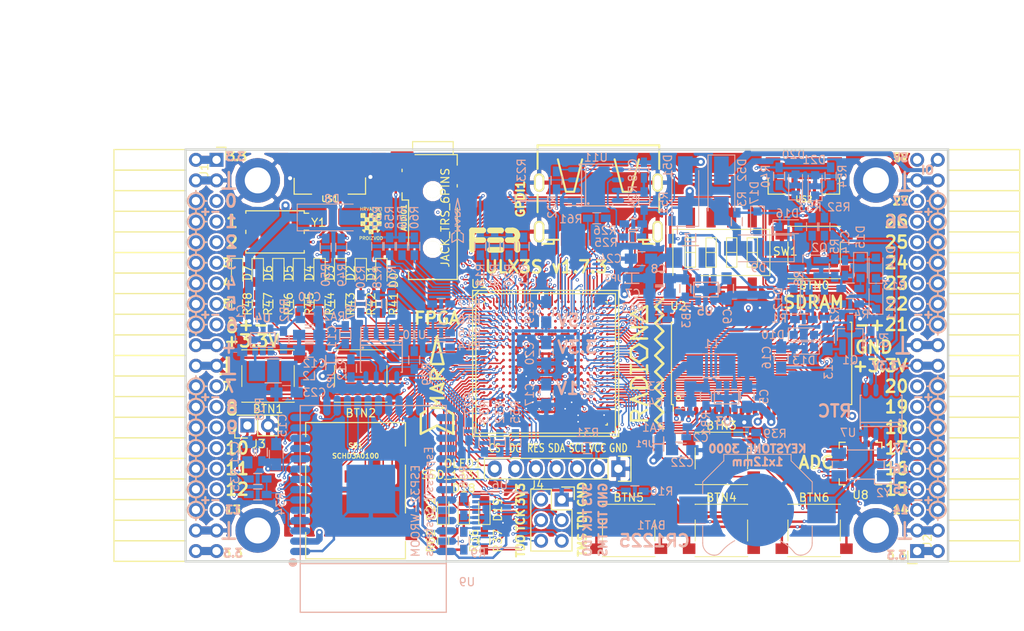
<source format=kicad_pcb>
(kicad_pcb (version 4) (host pcbnew 4.0.7+dfsg1-1)
  (layers (0 F.Cu signal) (1 In1.Cu signal) (2 In2.Cu signal) (31 B.Cu signal) (34 B.Paste user) (35 F.Paste user) (36 B.SilkS user) (37 F.SilkS user) (38 B.Mask user) (39 F.Mask user) (44 Edge.Cuts user))
  (net 0 "")
  (net 1 GND)
  (net 2 +5V)
  (net 3 /gpio/IN5V)
  (net 4 /gpio/OUT5V)
  (net 5 +3V3)
  (net 6 BTN_D)
  (net 7 BTN_F1)
  (net 8 BTN_F2)
  (net 9 BTN_L)
  (net 10 BTN_R)
  (net 11 BTN_U)
  (net 12 /power/FB1)
  (net 13 +2V5)
  (net 14 /power/PWREN)
  (net 15 /power/FB3)
  (net 16 /power/FB2)
  (net 17 "Net-(D9-Pad1)")
  (net 18 /power/VBAT)
  (net 19 JTAG_TDI)
  (net 20 JTAG_TCK)
  (net 21 JTAG_TMS)
  (net 22 JTAG_TDO)
  (net 23 /power/WAKEUPn)
  (net 24 /power/WKUP)
  (net 25 /power/SHUT)
  (net 26 /power/WAKE)
  (net 27 /power/HOLD)
  (net 28 /power/WKn)
  (net 29 /power/OSCI_32k)
  (net 30 /power/OSCO_32k)
  (net 31 "Net-(Q2-Pad3)")
  (net 32 SHUTDOWN)
  (net 33 /analog/AUDIO_L)
  (net 34 /analog/AUDIO_R)
  (net 35 GPDI_5V_SCL)
  (net 36 GPDI_5V_SDA)
  (net 37 GPDI_SDA)
  (net 38 GPDI_SCL)
  (net 39 /gpdi/VREF2)
  (net 40 SD_CMD)
  (net 41 SD_CLK)
  (net 42 SD_D0)
  (net 43 SD_D1)
  (net 44 USB5V)
  (net 45 GPDI_CEC)
  (net 46 nRESET)
  (net 47 FTDI_nDTR)
  (net 48 SDRAM_CKE)
  (net 49 SDRAM_A7)
  (net 50 SDRAM_D15)
  (net 51 SDRAM_BA1)
  (net 52 SDRAM_D7)
  (net 53 SDRAM_A6)
  (net 54 SDRAM_CLK)
  (net 55 SDRAM_D13)
  (net 56 SDRAM_BA0)
  (net 57 SDRAM_D6)
  (net 58 SDRAM_A5)
  (net 59 SDRAM_D14)
  (net 60 SDRAM_A11)
  (net 61 SDRAM_D12)
  (net 62 SDRAM_D5)
  (net 63 SDRAM_A4)
  (net 64 SDRAM_A10)
  (net 65 SDRAM_D11)
  (net 66 SDRAM_A3)
  (net 67 SDRAM_D4)
  (net 68 SDRAM_D10)
  (net 69 SDRAM_D9)
  (net 70 SDRAM_A9)
  (net 71 SDRAM_D3)
  (net 72 SDRAM_D8)
  (net 73 SDRAM_A8)
  (net 74 SDRAM_A2)
  (net 75 SDRAM_A1)
  (net 76 SDRAM_A0)
  (net 77 SDRAM_D2)
  (net 78 SDRAM_D1)
  (net 79 SDRAM_D0)
  (net 80 SDRAM_DQM0)
  (net 81 SDRAM_nCS)
  (net 82 SDRAM_nRAS)
  (net 83 SDRAM_DQM1)
  (net 84 SDRAM_nCAS)
  (net 85 SDRAM_nWE)
  (net 86 /flash/FLASH_nWP)
  (net 87 /flash/FLASH_nHOLD)
  (net 88 /flash/FLASH_MOSI)
  (net 89 /flash/FLASH_MISO)
  (net 90 /flash/FLASH_SCK)
  (net 91 /flash/FLASH_nCS)
  (net 92 /flash/FPGA_PROGRAMN)
  (net 93 /flash/FPGA_DONE)
  (net 94 /flash/FPGA_INITN)
  (net 95 OLED_RES)
  (net 96 OLED_DC)
  (net 97 OLED_CS)
  (net 98 WIFI_EN)
  (net 99 FTDI_nRTS)
  (net 100 FTDI_TXD)
  (net 101 FTDI_RXD)
  (net 102 WIFI_RXD)
  (net 103 WIFI_GPIO0)
  (net 104 WIFI_TXD)
  (net 105 GPDI_ETH-)
  (net 106 GPDI_ETH+)
  (net 107 GPDI_D2+)
  (net 108 GPDI_D2-)
  (net 109 GPDI_D1+)
  (net 110 GPDI_D1-)
  (net 111 GPDI_D0+)
  (net 112 GPDI_D0-)
  (net 113 GPDI_CLK+)
  (net 114 GPDI_CLK-)
  (net 115 USB_FTDI_D+)
  (net 116 USB_FTDI_D-)
  (net 117 J1_17-)
  (net 118 J1_17+)
  (net 119 J1_23-)
  (net 120 J1_23+)
  (net 121 J1_25-)
  (net 122 J1_25+)
  (net 123 J1_27-)
  (net 124 J1_27+)
  (net 125 J1_29-)
  (net 126 J1_29+)
  (net 127 J1_31-)
  (net 128 J1_31+)
  (net 129 J1_33-)
  (net 130 J1_33+)
  (net 131 J1_35-)
  (net 132 J1_35+)
  (net 133 J2_5-)
  (net 134 J2_5+)
  (net 135 J2_7-)
  (net 136 J2_7+)
  (net 137 J2_9-)
  (net 138 J2_9+)
  (net 139 J2_13-)
  (net 140 J2_13+)
  (net 141 J2_17-)
  (net 142 J2_17+)
  (net 143 J2_11-)
  (net 144 J2_11+)
  (net 145 J2_23-)
  (net 146 J2_23+)
  (net 147 J1_5-)
  (net 148 J1_5+)
  (net 149 J1_7-)
  (net 150 J1_7+)
  (net 151 J1_9-)
  (net 152 J1_9+)
  (net 153 J1_11-)
  (net 154 J1_11+)
  (net 155 J1_13-)
  (net 156 J1_13+)
  (net 157 J1_15-)
  (net 158 J1_15+)
  (net 159 J2_15-)
  (net 160 J2_15+)
  (net 161 J2_25-)
  (net 162 J2_25+)
  (net 163 J2_27-)
  (net 164 J2_27+)
  (net 165 J2_29-)
  (net 166 J2_29+)
  (net 167 J2_31-)
  (net 168 J2_31+)
  (net 169 J2_33-)
  (net 170 J2_33+)
  (net 171 J2_35-)
  (net 172 J2_35+)
  (net 173 SD_D3)
  (net 174 AUDIO_L3)
  (net 175 AUDIO_L2)
  (net 176 AUDIO_L1)
  (net 177 AUDIO_L0)
  (net 178 AUDIO_R3)
  (net 179 AUDIO_R2)
  (net 180 AUDIO_R1)
  (net 181 AUDIO_R0)
  (net 182 OLED_CLK)
  (net 183 OLED_MOSI)
  (net 184 LED0)
  (net 185 LED1)
  (net 186 LED2)
  (net 187 LED3)
  (net 188 LED4)
  (net 189 LED5)
  (net 190 LED6)
  (net 191 LED7)
  (net 192 BTN_PWRn)
  (net 193 FTDI_nTXLED)
  (net 194 FTDI_nSLEEP)
  (net 195 /blinkey/LED_PWREN)
  (net 196 /blinkey/LED_TXLED)
  (net 197 FT3V3)
  (net 198 /sdcard/SD3V3)
  (net 199 SD_D2)
  (net 200 CLK_25MHz)
  (net 201 /blinkey/BTNPUL)
  (net 202 /blinkey/BTNPUR)
  (net 203 USB_FPGA_D+)
  (net 204 /power/FTDI_nSUSPEND)
  (net 205 /blinkey/ALED0)
  (net 206 /blinkey/ALED1)
  (net 207 /blinkey/ALED2)
  (net 208 /blinkey/ALED3)
  (net 209 /blinkey/ALED4)
  (net 210 /blinkey/ALED5)
  (net 211 /blinkey/ALED6)
  (net 212 /blinkey/ALED7)
  (net 213 /usb/FTD-)
  (net 214 /usb/FTD+)
  (net 215 ADC_MISO)
  (net 216 ADC_MOSI)
  (net 217 ADC_CSn)
  (net 218 ADC_SCLK)
  (net 219 SW3)
  (net 220 SW2)
  (net 221 SW1)
  (net 222 USB_FPGA_D-)
  (net 223 /usb/FPD+)
  (net 224 /usb/FPD-)
  (net 225 WIFI_GPIO16)
  (net 226 WIFI_GPIO15)
  (net 227 /usb/ANT_433MHz)
  (net 228 /power/PWRBTn)
  (net 229 PROG_DONE)
  (net 230 /power/P3V3)
  (net 231 /power/P2V5)
  (net 232 /power/L1)
  (net 233 /power/L3)
  (net 234 /power/L2)
  (net 235 FTDI_TXDEN)
  (net 236 /wifi/WIFIOFF)
  (net 237 SDRAM_A12)
  (net 238 /analog/AUDIO_V)
  (net 239 AUDIO_V3)
  (net 240 AUDIO_V2)
  (net 241 AUDIO_V1)
  (net 242 AUDIO_V0)
  (net 243 /gpdi/FPGA_CEC)
  (net 244 /blinkey/LED_WIFI)
  (net 245 WIFI_GPIO2)
  (net 246 /power/P1V1)
  (net 247 +1V1)
  (net 248 SW4)
  (net 249 /blinkey/SWPU)
  (module Socket_Strips:Socket_Strip_Angled_2x20 (layer F.Cu) (at 97.91 62.69 270)
    (fp_text reference J1 (at 1.27 1.524 270) (layer F.SilkS))
    (fp_text value CONN_02X20 hide)
    (pad 1 thru_hole rect (at 0 0 270) (size 1.7272 1.7272) (drill 1.016) (layers *.Cu *.Mask) (net 5 +3V3))
    (pad 2 thru_hole oval (at 0 2.54 270) (size 1.7272 1.7272) (drill 1.016) (layers *.Cu *.Mask) (net 5 +3V3))
    (pad 3 thru_hole oval (at 2.54 0 270) (size 1.7272 1.7272) (drill 1.016) (layers *.Cu *.Mask) (net 1 GND))
    (pad 4 thru_hole oval (at 2.54 2.54 270) (size 1.7272 1.7272) (drill 1.016) (layers *.Cu *.Mask) (net 1 GND))
    (pad 5 thru_hole oval (at 5.08 0 270) (size 1.7272 1.7272) (drill 1.016) (layers *.Cu *.Mask) (net 147 J1_5-))
    (pad 6 thru_hole oval (at 5.08 2.54 270) (size 1.7272 1.7272) (drill 1.016) (layers *.Cu *.Mask) (net 148 J1_5+))
    (pad 7 thru_hole oval (at 7.62 0 270) (size 1.7272 1.7272) (drill 1.016) (layers *.Cu *.Mask) (net 149 J1_7-))
    (pad 8 thru_hole oval (at 7.62 2.54 270) (size 1.7272 1.7272) (drill 1.016) (layers *.Cu *.Mask) (net 150 J1_7+))
    (pad 9 thru_hole oval (at 10.16 0 270) (size 1.7272 1.7272) (drill 1.016) (layers *.Cu *.Mask) (net 151 J1_9-))
    (pad 10 thru_hole oval (at 10.16 2.54 270) (size 1.7272 1.7272) (drill 1.016) (layers *.Cu *.Mask) (net 152 J1_9+))
    (pad 11 thru_hole oval (at 12.7 0 270) (size 1.7272 1.7272) (drill 1.016) (layers *.Cu *.Mask) (net 153 J1_11-))
    (pad 12 thru_hole oval (at 12.7 2.54 270) (size 1.7272 1.7272) (drill 1.016) (layers *.Cu *.Mask) (net 154 J1_11+))
    (pad 13 thru_hole oval (at 15.24 0 270) (size 1.7272 1.7272) (drill 1.016) (layers *.Cu *.Mask) (net 155 J1_13-))
    (pad 14 thru_hole oval (at 15.24 2.54 270) (size 1.7272 1.7272) (drill 1.016) (layers *.Cu *.Mask) (net 156 J1_13+))
    (pad 15 thru_hole oval (at 17.78 0 270) (size 1.7272 1.7272) (drill 1.016) (layers *.Cu *.Mask) (net 157 J1_15-))
    (pad 16 thru_hole oval (at 17.78 2.54 270) (size 1.7272 1.7272) (drill 1.016) (layers *.Cu *.Mask) (net 158 J1_15+))
    (pad 17 thru_hole oval (at 20.32 0 270) (size 1.7272 1.7272) (drill 1.016) (layers *.Cu *.Mask) (net 117 J1_17-))
    (pad 18 thru_hole oval (at 20.32 2.54 270) (size 1.7272 1.7272) (drill 1.016) (layers *.Cu *.Mask) (net 118 J1_17+))
    (pad 19 thru_hole oval (at 22.86 0 270) (size 1.7272 1.7272) (drill 1.016) (layers *.Cu *.Mask) (net 5 +3V3))
    (pad 20 thru_hole oval (at 22.86 2.54 270) (size 1.7272 1.7272) (drill 1.016) (layers *.Cu *.Mask) (net 5 +3V3))
    (pad 21 thru_hole oval (at 25.4 0 270) (size 1.7272 1.7272) (drill 1.016) (layers *.Cu *.Mask) (net 1 GND))
    (pad 22 thru_hole oval (at 25.4 2.54 270) (size 1.7272 1.7272) (drill 1.016) (layers *.Cu *.Mask) (net 1 GND))
    (pad 23 thru_hole oval (at 27.94 0 270) (size 1.7272 1.7272) (drill 1.016) (layers *.Cu *.Mask) (net 119 J1_23-))
    (pad 24 thru_hole oval (at 27.94 2.54 270) (size 1.7272 1.7272) (drill 1.016) (layers *.Cu *.Mask) (net 120 J1_23+))
    (pad 25 thru_hole oval (at 30.48 0 270) (size 1.7272 1.7272) (drill 1.016) (layers *.Cu *.Mask) (net 121 J1_25-))
    (pad 26 thru_hole oval (at 30.48 2.54 270) (size 1.7272 1.7272) (drill 1.016) (layers *.Cu *.Mask) (net 122 J1_25+))
    (pad 27 thru_hole oval (at 33.02 0 270) (size 1.7272 1.7272) (drill 1.016) (layers *.Cu *.Mask) (net 123 J1_27-))
    (pad 28 thru_hole oval (at 33.02 2.54 270) (size 1.7272 1.7272) (drill 1.016) (layers *.Cu *.Mask) (net 124 J1_27+))
    (pad 29 thru_hole oval (at 35.56 0 270) (size 1.7272 1.7272) (drill 1.016) (layers *.Cu *.Mask) (net 125 J1_29-))
    (pad 30 thru_hole oval (at 35.56 2.54 270) (size 1.7272 1.7272) (drill 1.016) (layers *.Cu *.Mask) (net 126 J1_29+))
    (pad 31 thru_hole oval (at 38.1 0 270) (size 1.7272 1.7272) (drill 1.016) (layers *.Cu *.Mask) (net 127 J1_31-))
    (pad 32 thru_hole oval (at 38.1 2.54 270) (size 1.7272 1.7272) (drill 1.016) (layers *.Cu *.Mask) (net 128 J1_31+))
    (pad 33 thru_hole oval (at 40.64 0 270) (size 1.7272 1.7272) (drill 1.016) (layers *.Cu *.Mask) (net 129 J1_33-))
    (pad 34 thru_hole oval (at 40.64 2.54 270) (size 1.7272 1.7272) (drill 1.016) (layers *.Cu *.Mask) (net 130 J1_33+))
    (pad 35 thru_hole oval (at 43.18 0 270) (size 1.7272 1.7272) (drill 1.016) (layers *.Cu *.Mask) (net 131 J1_35-))
    (pad 36 thru_hole oval (at 43.18 2.54 270) (size 1.7272 1.7272) (drill 1.016) (layers *.Cu *.Mask) (net 132 J1_35+))
    (pad 37 thru_hole oval (at 45.72 0 270) (size 1.7272 1.7272) (drill 1.016) (layers *.Cu *.Mask) (net 1 GND))
    (pad 38 thru_hole oval (at 45.72 2.54 270) (size 1.7272 1.7272) (drill 1.016) (layers *.Cu *.Mask) (net 1 GND))
    (pad 39 thru_hole oval (at 48.26 0 270) (size 1.7272 1.7272) (drill 1.016) (layers *.Cu *.Mask) (net 5 +3V3))
    (pad 40 thru_hole oval (at 48.26 2.54 270) (size 1.7272 1.7272) (drill 1.016) (layers *.Cu *.Mask) (net 5 +3V3))
  )
  (module SMD_Packages:1Pin (layer F.Cu) (at 182.67515 111.637626)
    (fp_text reference AE1 hide)
    (fp_text value 433MHz hide)
    (pad 1 smd rect (at 0 0) (size 0.5 0.5) (layers B.Cu F.Paste F.Mask) (net 227 /usb/ANT_433MHz))
  )
  (module Resistors_SMD:R_0603_HandSoldering (layer B.Cu) (at 103.498 98.758 90)
    (fp_text reference R38 (at 5.334 -0.254 90) (layer B.SilkS) (effects (justify mirror)))
    (fp_text value 0.47)
    (pad 1 smd rect (at -1.1 0 90) (size 1.2 0.9) (layers B.Cu B.Paste B.Mask) (net 198 /sdcard/SD3V3))
    (pad 2 smd rect (at 1.1 0 90) (size 1.2 0.9) (layers B.Cu B.Paste B.Mask) (net 5 +3V3))
  )
  (module jumper:SOLDER-JUMPER_1-WAY (layer B.Cu) (at 152.393 97.742 270)
    (fp_text reference JP1 (at 0 1.778 360) (layer B.SilkS) (effects (font (size 0.762 0.762) (thickness 0.1524)) (justify mirror)))
    (fp_text value 1.2 hide)
    (pad 1 smd rect (at -0.6 0 270) (size 1 1) (layers B.Cu B.Paste B.Mask) (net 246 /power/P1V1))
    (pad 2 smd rect (at 0.6 0 270) (size 1 1) (layers B.Cu B.Paste B.Mask) (net 247 +1V1))
  )
  (module Diodes_SMD:D_SMA_Handsoldering (layer B.Cu) (at 155.695 66.5 90)
    (fp_text reference D51 (at 3.048 -2.159 90) (layer B.SilkS) (effects (justify mirror)))
    (fp_text value STPS2L30AF hide)
    (pad 1 smd rect (at -2.5 0 90) (size 3.5 1.8) (layers B.Cu B.Paste B.Mask) (net 2 +5V))
    (pad 2 smd rect (at 2.5 0 90) (size 3.5 1.8) (layers B.Cu B.Paste B.Mask) (net 3 /gpio/IN5V))
  )
  (module Resistors_SMD:R_0603_HandSoldering (layer B.Cu) (at 154.044 71.326 90)
    (fp_text reference R51 (at 3.302 -1.016 90) (layer B.SilkS) (effects (justify mirror)))
    (fp_text value 150)
    (pad 1 smd rect (at -1.1 0 90) (size 1.2 0.9) (layers B.Cu B.Paste B.Mask) (net 5 +3V3))
    (pad 2 smd rect (at 1.1 0 90) (size 1.2 0.9) (layers B.Cu B.Paste B.Mask) (net 249 /blinkey/SWPU))
  )
  (module Resistors_SMD:R_1210_HandSoldering (layer B.Cu) (at 158.87 88.09 180)
    (fp_text reference L1 (at 0 2.7 180) (layer B.SilkS) (effects (justify mirror)))
    (fp_text value 2.2uH)
    (pad 1 smd rect (at -2 0 180) (size 2 2.5) (layers B.Cu B.Paste B.Mask) (net 232 /power/L1))
    (pad 2 smd rect (at 2 0 180) (size 2 2.5) (layers B.Cu B.Paste B.Mask) (net 246 /power/P1V1))
  )
  (module TSOT-25:TSOT-25 (layer B.Cu) (at 160.775 91.9)
    (fp_text reference U3 (at -0.381 3.048) (layer B.SilkS) (effects (font (thickness 0.2)) (justify mirror)))
    (fp_text value DIO6015)
    (pad 1 smd rect (at -0.95 -1.3) (size 0.7 1.2) (layers B.Cu B.Paste B.Mask) (net 14 /power/PWREN))
    (pad 2 smd rect (at 0 -1.3) (size 0.7 1.2) (layers B.Cu B.Paste B.Mask) (net 1 GND))
    (pad 3 smd rect (at 0.95 -1.3) (size 0.7 1.2) (layers B.Cu B.Paste B.Mask) (net 232 /power/L1))
    (pad 4 smd rect (at 0.95 1.3) (size 0.7 1.2) (layers B.Cu B.Paste B.Mask) (net 2 +5V))
    (pad 5 smd rect (at -0.95 1.3) (size 0.7 1.2) (layers B.Cu B.Paste B.Mask) (net 12 /power/FB1))
  )
  (module Resistors_SMD:R_1210_HandSoldering (layer B.Cu) (at 104.895 88.725)
    (fp_text reference L2 (at 4.445 0.635) (layer B.SilkS) (effects (justify mirror)))
    (fp_text value 2.2uH)
    (pad 1 smd rect (at -2 0) (size 2 2.5) (layers B.Cu B.Paste B.Mask) (net 234 /power/L2))
    (pad 2 smd rect (at 2 0) (size 2 2.5) (layers B.Cu B.Paste B.Mask) (net 231 /power/P2V5))
  )
  (module TSOT-25:TSOT-25 (layer B.Cu) (at 103.625 84.915 180)
    (fp_text reference U4 (at 0 2.697 180) (layer B.SilkS) (effects (font (thickness 0.2)) (justify mirror)))
    (fp_text value LX7172)
    (pad 1 smd rect (at -0.95 -1.3 180) (size 0.7 1.2) (layers B.Cu B.Paste B.Mask) (net 14 /power/PWREN))
    (pad 2 smd rect (at 0 -1.3 180) (size 0.7 1.2) (layers B.Cu B.Paste B.Mask) (net 1 GND))
    (pad 3 smd rect (at 0.95 -1.3 180) (size 0.7 1.2) (layers B.Cu B.Paste B.Mask) (net 234 /power/L2))
    (pad 4 smd rect (at 0.95 1.3 180) (size 0.7 1.2) (layers B.Cu B.Paste B.Mask) (net 2 +5V))
    (pad 5 smd rect (at -0.95 1.3 180) (size 0.7 1.2) (layers B.Cu B.Paste B.Mask) (net 16 /power/FB2))
  )
  (module Resistors_SMD:R_1210_HandSoldering (layer B.Cu) (at 156.33 74.755 180)
    (fp_text reference L3 (at 0 2.413 180) (layer B.SilkS) (effects (justify mirror)))
    (fp_text value 2.2uH)
    (pad 1 smd rect (at -2 0 180) (size 2 2.5) (layers B.Cu B.Paste B.Mask) (net 233 /power/L3))
    (pad 2 smd rect (at 2 0 180) (size 2 2.5) (layers B.Cu B.Paste B.Mask) (net 230 /power/P3V3))
  )
  (module TSOT-25:TSOT-25 (layer B.Cu) (at 158.235 78.692)
    (fp_text reference U5 (at -0.127 2.667) (layer B.SilkS) (effects (font (thickness 0.2)) (justify mirror)))
    (fp_text value TLV62569DBV)
    (pad 1 smd rect (at -0.95 -1.3) (size 0.7 1.2) (layers B.Cu B.Paste B.Mask) (net 14 /power/PWREN))
    (pad 2 smd rect (at 0 -1.3) (size 0.7 1.2) (layers B.Cu B.Paste B.Mask) (net 1 GND))
    (pad 3 smd rect (at 0.95 -1.3) (size 0.7 1.2) (layers B.Cu B.Paste B.Mask) (net 233 /power/L3))
    (pad 4 smd rect (at 0.95 1.3) (size 0.7 1.2) (layers B.Cu B.Paste B.Mask) (net 2 +5V))
    (pad 5 smd rect (at -0.95 1.3) (size 0.7 1.2) (layers B.Cu B.Paste B.Mask) (net 15 /power/FB3))
  )
  (module Capacitors_SMD:C_0805_HandSoldering (layer B.Cu) (at 101.085 84.915 270)
    (fp_text reference C1 (at -3.429 0.127 270) (layer B.SilkS) (effects (justify mirror)))
    (fp_text value 22uF)
    (pad 1 smd rect (at -1.25 0 270) (size 1.5 1.25) (layers B.Cu B.Paste B.Mask) (net 2 +5V))
    (pad 2 smd rect (at 1.25 0 270) (size 1.5 1.25) (layers B.Cu B.Paste B.Mask) (net 1 GND))
  )
  (module Capacitors_SMD:C_0805_HandSoldering (layer B.Cu) (at 155.06 90.63)
    (fp_text reference C3 (at -3.048 0) (layer B.SilkS) (effects (justify mirror)))
    (fp_text value 22uF)
    (pad 1 smd rect (at -1.25 0) (size 1.5 1.25) (layers B.Cu B.Paste B.Mask) (net 246 /power/P1V1))
    (pad 2 smd rect (at 1.25 0) (size 1.5 1.25) (layers B.Cu B.Paste B.Mask) (net 1 GND))
  )
  (module Capacitors_SMD:C_0805_HandSoldering (layer B.Cu) (at 155.06 92.535)
    (fp_text reference C4 (at -3.048 0.127) (layer B.SilkS) (effects (justify mirror)))
    (fp_text value 22uF)
    (pad 1 smd rect (at -1.25 0) (size 1.5 1.25) (layers B.Cu B.Paste B.Mask) (net 246 /power/P1V1))
    (pad 2 smd rect (at 1.25 0) (size 1.5 1.25) (layers B.Cu B.Paste B.Mask) (net 1 GND))
  )
  (module Capacitors_SMD:C_0805_HandSoldering (layer B.Cu) (at 163.315 91.9 90)
    (fp_text reference C5 (at 0 2.1 90) (layer B.SilkS) (effects (justify mirror)))
    (fp_text value 22uF)
    (pad 1 smd rect (at -1.25 0 90) (size 1.5 1.25) (layers B.Cu B.Paste B.Mask) (net 2 +5V))
    (pad 2 smd rect (at 1.25 0 90) (size 1.5 1.25) (layers B.Cu B.Paste B.Mask) (net 1 GND))
  )
  (module Capacitors_SMD:C_0805_HandSoldering (layer B.Cu) (at 152.52 79.2)
    (fp_text reference C7 (at -3.302 0) (layer B.SilkS) (effects (justify mirror)))
    (fp_text value 22uF)
    (pad 1 smd rect (at -1.25 0) (size 1.5 1.25) (layers B.Cu B.Paste B.Mask) (net 230 /power/P3V3))
    (pad 2 smd rect (at 1.25 0) (size 1.5 1.25) (layers B.Cu B.Paste B.Mask) (net 1 GND))
  )
  (module Capacitors_SMD:C_0805_HandSoldering (layer B.Cu) (at 152.52 77.295)
    (fp_text reference C8 (at -0.127 -1.143) (layer B.SilkS) (effects (justify mirror)))
    (fp_text value 22uF)
    (pad 1 smd rect (at -1.25 0) (size 1.5 1.25) (layers B.Cu B.Paste B.Mask) (net 230 /power/P3V3))
    (pad 2 smd rect (at 1.25 0) (size 1.5 1.25) (layers B.Cu B.Paste B.Mask) (net 1 GND))
  )
  (module Capacitors_SMD:C_0805_HandSoldering (layer B.Cu) (at 160.775 78.565 90)
    (fp_text reference C9 (at -3.429 0.127 90) (layer B.SilkS) (effects (justify mirror)))
    (fp_text value 22uF)
    (pad 1 smd rect (at -1.25 0 90) (size 1.5 1.25) (layers B.Cu B.Paste B.Mask) (net 2 +5V))
    (pad 2 smd rect (at 1.25 0 90) (size 1.5 1.25) (layers B.Cu B.Paste B.Mask) (net 1 GND))
  )
  (module Capacitors_SMD:C_0805_HandSoldering (layer B.Cu) (at 109.34 84.28 180)
    (fp_text reference C11 (at -2.794 -0.254 270) (layer B.SilkS) (effects (justify mirror)))
    (fp_text value 22uF)
    (pad 1 smd rect (at -1.25 0 180) (size 1.5 1.25) (layers B.Cu B.Paste B.Mask) (net 231 /power/P2V5))
    (pad 2 smd rect (at 1.25 0 180) (size 1.5 1.25) (layers B.Cu B.Paste B.Mask) (net 1 GND))
  )
  (module Capacitors_SMD:C_0805_HandSoldering (layer B.Cu) (at 109.34 86.185 180)
    (fp_text reference C12 (at -0.635 -1.615 360) (layer B.SilkS) (effects (justify mirror)))
    (fp_text value 22uF)
    (pad 1 smd rect (at -1.25 0 180) (size 1.5 1.25) (layers B.Cu B.Paste B.Mask) (net 231 /power/P2V5))
    (pad 2 smd rect (at 1.25 0 180) (size 1.5 1.25) (layers B.Cu B.Paste B.Mask) (net 1 GND))
  )
  (module Capacitors_SMD:C_0805_HandSoldering (layer B.Cu) (at 173.221 84.788 90)
    (fp_text reference C13 (at -3.556 0.127 90) (layer B.SilkS) (effects (justify mirror)))
    (fp_text value 2.2uF)
    (pad 1 smd rect (at -1.25 0 90) (size 1.5 1.25) (layers B.Cu B.Paste B.Mask) (net 2 +5V))
    (pad 2 smd rect (at 1.25 0 90) (size 1.5 1.25) (layers B.Cu B.Paste B.Mask) (net 24 /power/WKUP))
  )
  (module TO_SOT_Packages_SMD:SOT-23_Handsoldering (layer B.Cu) (at 176.015 84.28 90)
    (fp_text reference Q1 (at -3.1115 0 180) (layer B.SilkS) (effects (justify mirror)))
    (fp_text value BC857)
    (pad 1 smd rect (at -1.5 0.95 90) (size 1.9 0.8) (layers B.Cu B.Paste B.Mask) (net 28 /power/WKn))
    (pad 2 smd rect (at -1.5 -0.95 90) (size 1.9 0.8) (layers B.Cu B.Paste B.Mask) (net 2 +5V))
    (pad 3 smd rect (at 1.5 0 90) (size 1.9 0.8) (layers B.Cu B.Paste B.Mask) (net 24 /power/WKUP))
  )
  (module TO_SOT_Packages_SMD:SOT-23_Handsoldering (layer B.Cu) (at 170.935 76.025 180)
    (fp_text reference Q2 (at -1.295 2.5 180) (layer B.SilkS) (effects (justify mirror)))
    (fp_text value 2N7002)
    (pad 1 smd rect (at -1.5 0.95 180) (size 1.9 0.8) (layers B.Cu B.Paste B.Mask) (net 25 /power/SHUT))
    (pad 2 smd rect (at -1.5 -0.95 180) (size 1.9 0.8) (layers B.Cu B.Paste B.Mask) (net 1 GND))
    (pad 3 smd rect (at 1.5 0 180) (size 1.9 0.8) (layers B.Cu B.Paste B.Mask) (net 31 "Net-(Q2-Pad3)"))
  )
  (module Capacitors_SMD:C_0603_HandSoldering (layer B.Cu) (at 154.86 96.91)
    (fp_text reference C2 (at 2.74 0.07) (layer B.SilkS) (effects (justify mirror)))
    (fp_text value 470pF)
    (pad 1 smd rect (at -0.95 0) (size 1.2 0.75) (layers B.Cu B.Paste B.Mask) (net 246 /power/P1V1))
    (pad 2 smd rect (at 0.95 0) (size 1.2 0.75) (layers B.Cu B.Paste B.Mask) (net 12 /power/FB1))
  )
  (module Capacitors_SMD:C_0603_HandSoldering (layer B.Cu) (at 152.52 82.375)
    (fp_text reference C6 (at -2.794 0.127) (layer B.SilkS) (effects (justify mirror)))
    (fp_text value 470pF)
    (pad 1 smd rect (at -0.95 0) (size 1.2 0.75) (layers B.Cu B.Paste B.Mask) (net 230 /power/P3V3))
    (pad 2 smd rect (at 0.95 0) (size 1.2 0.75) (layers B.Cu B.Paste B.Mask) (net 15 /power/FB3))
  )
  (module Capacitors_SMD:C_0603_HandSoldering (layer B.Cu) (at 109.34 81.105 180)
    (fp_text reference C10 (at -0.04 1.505 180) (layer B.SilkS) (effects (justify mirror)))
    (fp_text value 470pF)
    (pad 1 smd rect (at -0.95 0 180) (size 1.2 0.75) (layers B.Cu B.Paste B.Mask) (net 231 /power/P2V5))
    (pad 2 smd rect (at 0.95 0 180) (size 1.2 0.75) (layers B.Cu B.Paste B.Mask) (net 16 /power/FB2))
  )
  (module Capacitors_SMD:C_0603_HandSoldering (layer B.Cu) (at 175.38 76.025 270)
    (fp_text reference C14 (at -3.175 0 270) (layer B.SilkS) (effects (justify mirror)))
    (fp_text value 100nF)
    (pad 1 smd rect (at -0.95 0 270) (size 1.2 0.75) (layers B.Cu B.Paste B.Mask) (net 25 /power/SHUT))
    (pad 2 smd rect (at 0.95 0 270) (size 1.2 0.75) (layers B.Cu B.Paste B.Mask) (net 1 GND))
  )
  (module Resistors_SMD:R_0603_HandSoldering (layer B.Cu) (at 170.3 82.375)
    (fp_text reference R1 (at -3.048 -0.127) (layer B.SilkS) (effects (justify mirror)))
    (fp_text value 15k)
    (pad 1 smd rect (at -1.1 0) (size 1.2 0.9) (layers B.Cu B.Paste B.Mask) (net 26 /power/WAKE))
    (pad 2 smd rect (at 1.1 0) (size 1.2 0.9) (layers B.Cu B.Paste B.Mask) (net 14 /power/PWREN))
  )
  (module Resistors_SMD:R_0603_HandSoldering (layer B.Cu) (at 172.84 79.835 90)
    (fp_text reference R2 (at -1.905 1.27 90) (layer B.SilkS) (effects (justify mirror)))
    (fp_text value 47k)
    (pad 1 smd rect (at -1.1 0 90) (size 1.2 0.9) (layers B.Cu B.Paste B.Mask) (net 14 /power/PWREN))
    (pad 2 smd rect (at 1.1 0 90) (size 1.2 0.9) (layers B.Cu B.Paste B.Mask) (net 1 GND))
  )
  (module Resistors_SMD:R_0603_HandSoldering (layer B.Cu) (at 176.015 80.47 180)
    (fp_text reference R4 (at -1.397 -1.27 360) (layer B.SilkS) (effects (justify mirror)))
    (fp_text value 15k)
    (pad 1 smd rect (at -1.1 0 180) (size 1.2 0.9) (layers B.Cu B.Paste B.Mask) (net 27 /power/HOLD))
    (pad 2 smd rect (at 1.1 0 180) (size 1.2 0.9) (layers B.Cu B.Paste B.Mask) (net 14 /power/PWREN))
  )
  (module Resistors_SMD:R_0603_HandSoldering (layer B.Cu) (at 174.11 76.025 270)
    (fp_text reference R5 (at -2.667 0 270) (layer B.SilkS) (effects (justify mirror)))
    (fp_text value 4.7M)
    (pad 1 smd rect (at -1.1 0 270) (size 1.2 0.9) (layers B.Cu B.Paste B.Mask) (net 25 /power/SHUT))
    (pad 2 smd rect (at 1.1 0 270) (size 1.2 0.9) (layers B.Cu B.Paste B.Mask) (net 1 GND))
  )
  (module Resistors_SMD:R_0603_HandSoldering (layer B.Cu) (at 178.555 84.915 270)
    (fp_text reference R6 (at 0 -1.651 270) (layer B.SilkS) (effects (justify mirror)))
    (fp_text value 1k)
    (pad 1 smd rect (at -1.1 0 270) (size 1.2 0.9) (layers B.Cu B.Paste B.Mask) (net 28 /power/WKn))
    (pad 2 smd rect (at 1.1 0 270) (size 1.2 0.9) (layers B.Cu B.Paste B.Mask) (net 23 /power/WAKEUPn))
  )
  (module Resistors_SMD:R_0603_HandSoldering (layer B.Cu) (at 113.785 84.28 270)
    (fp_text reference R7 (at -2.794 -0.635 270) (layer B.SilkS) (effects (justify mirror)))
    (fp_text value 150)
    (pad 1 smd rect (at -1.1 0 270) (size 1.2 0.9) (layers B.Cu B.Paste B.Mask) (net 5 +3V3))
    (pad 2 smd rect (at 1.1 0 270) (size 1.2 0.9) (layers B.Cu B.Paste B.Mask) (net 201 /blinkey/BTNPUL))
  )
  (module Resistors_SMD:R_0603_HandSoldering (layer B.Cu) (at 170.935 79.835 90)
    (fp_text reference R8 (at 2.54 -1.27 90) (layer B.SilkS) (effects (justify mirror)))
    (fp_text value 1k)
    (pad 1 smd rect (at -1.1 0 90) (size 1.2 0.9) (layers B.Cu B.Paste B.Mask) (net 14 /power/PWREN))
    (pad 2 smd rect (at 1.1 0 90) (size 1.2 0.9) (layers B.Cu B.Paste B.Mask) (net 31 "Net-(Q2-Pad3)"))
  )
  (module Resistors_SMD:R_0603_HandSoldering (layer B.Cu) (at 128.39 109.68 270)
    (fp_text reference R9 (at 1.524 -1.778 360) (layer B.SilkS) (effects (justify mirror)))
    (fp_text value 15k)
    (pad 1 smd rect (at -1.1 0 270) (size 1.2 0.9) (layers B.Cu B.Paste B.Mask) (net 46 nRESET))
    (pad 2 smd rect (at 1.1 0 270) (size 1.2 0.9) (layers B.Cu B.Paste B.Mask) (net 197 FT3V3))
  )
  (module Resistors_SMD:R_0603_HandSoldering (layer B.Cu) (at 149.472 103.584 180)
    (fp_text reference R10 (at -3.302 0 180) (layer B.SilkS) (effects (justify mirror)))
    (fp_text value 150)
    (pad 1 smd rect (at -1.1 0 180) (size 1.2 0.9) (layers B.Cu B.Paste B.Mask) (net 204 /power/FTDI_nSUSPEND))
    (pad 2 smd rect (at 1.1 0 180) (size 1.2 0.9) (layers B.Cu B.Paste B.Mask) (net 194 FTDI_nSLEEP))
  )
  (module Resistors_SMD:R_0603_HandSoldering (layer B.Cu) (at 176.015 78.565 180)
    (fp_text reference R13 (at -5.461 0.381 180) (layer B.SilkS) (effects (justify mirror)))
    (fp_text value 15k)
    (pad 1 smd rect (at -1.1 0 180) (size 1.2 0.9) (layers B.Cu B.Paste B.Mask) (net 32 SHUTDOWN))
    (pad 2 smd rect (at 1.1 0 180) (size 1.2 0.9) (layers B.Cu B.Paste B.Mask) (net 1 GND))
  )
  (module Resistors_SMD:R_0603_HandSoldering (layer B.Cu) (at 154.86 95.64)
    (fp_text reference RA1 (at -3.102 0.07) (layer B.SilkS) (effects (justify mirror)))
    (fp_text value 15k)
    (pad 1 smd rect (at -1.1 0) (size 1.2 0.9) (layers B.Cu B.Paste B.Mask) (net 246 /power/P1V1))
    (pad 2 smd rect (at 1.1 0) (size 1.2 0.9) (layers B.Cu B.Paste B.Mask) (net 12 /power/FB1))
  )
  (module Resistors_SMD:R_0603_HandSoldering (layer B.Cu) (at 109.34 82.375 180)
    (fp_text reference RA2 (at -3.048 0.381 360) (layer B.SilkS) (effects (justify mirror)))
    (fp_text value 15k)
    (pad 1 smd rect (at -1.1 0 180) (size 1.2 0.9) (layers B.Cu B.Paste B.Mask) (net 231 /power/P2V5))
    (pad 2 smd rect (at 1.1 0 180) (size 1.2 0.9) (layers B.Cu B.Paste B.Mask) (net 16 /power/FB2))
  )
  (module Resistors_SMD:R_0603_HandSoldering (layer B.Cu) (at 152.52 81.105)
    (fp_text reference RA3 (at -3.302 -0.127) (layer B.SilkS) (effects (justify mirror)))
    (fp_text value 15k)
    (pad 1 smd rect (at -1.1 0) (size 1.2 0.9) (layers B.Cu B.Paste B.Mask) (net 230 /power/P3V3))
    (pad 2 smd rect (at 1.1 0) (size 1.2 0.9) (layers B.Cu B.Paste B.Mask) (net 15 /power/FB3))
  )
  (module Resistors_SMD:R_0603_HandSoldering (layer B.Cu) (at 158.235 91.9 270)
    (fp_text reference RB1 (at 3.302 0 270) (layer B.SilkS) (effects (justify mirror)))
    (fp_text value 18k)
    (pad 1 smd rect (at -1.1 0 270) (size 1.2 0.9) (layers B.Cu B.Paste B.Mask) (net 1 GND))
    (pad 2 smd rect (at 1.1 0 270) (size 1.2 0.9) (layers B.Cu B.Paste B.Mask) (net 12 /power/FB1))
  )
  (module Resistors_SMD:R_0603_HandSoldering (layer B.Cu) (at 106.165 84.915 90)
    (fp_text reference RB2 (at 3.683 0.127 90) (layer B.SilkS) (effects (justify mirror)))
    (fp_text value 4.7k)
    (pad 1 smd rect (at -1.1 0 90) (size 1.2 0.9) (layers B.Cu B.Paste B.Mask) (net 1 GND))
    (pad 2 smd rect (at 1.1 0 90) (size 1.2 0.9) (layers B.Cu B.Paste B.Mask) (net 16 /power/FB2))
  )
  (module Resistors_SMD:R_0603_HandSoldering (layer B.Cu) (at 155.695 78.565 270)
    (fp_text reference RB3 (at 3.429 -0.127 270) (layer B.SilkS) (effects (justify mirror)))
    (fp_text value 3.3k)
    (pad 1 smd rect (at -1.1 0 270) (size 1.2 0.9) (layers B.Cu B.Paste B.Mask) (net 1 GND))
    (pad 2 smd rect (at 1.1 0 270) (size 1.2 0.9) (layers B.Cu B.Paste B.Mask) (net 15 /power/FB3))
  )
  (module Resistors_SMD:R_0603_HandSoldering (layer B.Cu) (at 125.596 85.804 180)
    (fp_text reference R14 (at -3.47 0.127 180) (layer B.SilkS) (effects (justify mirror)))
    (fp_text value 1.2k)
    (pad 1 smd rect (at -1.1 0 180) (size 1.2 0.9) (layers B.Cu B.Paste B.Mask) (net 174 AUDIO_L3))
    (pad 2 smd rect (at 1.1 0 180) (size 1.2 0.9) (layers B.Cu B.Paste B.Mask) (net 33 /analog/AUDIO_L))
  )
  (module Resistors_SMD:R_0603_HandSoldering (layer B.Cu) (at 125.596 84.026 180)
    (fp_text reference R15 (at -3.47 -0.001 180) (layer B.SilkS) (effects (justify mirror)))
    (fp_text value 680)
    (pad 1 smd rect (at -1.1 0 180) (size 1.2 0.9) (layers B.Cu B.Paste B.Mask) (net 175 AUDIO_L2))
    (pad 2 smd rect (at 1.1 0 180) (size 1.2 0.9) (layers B.Cu B.Paste B.Mask) (net 33 /analog/AUDIO_L))
  )
  (module Resistors_SMD:R_0603_HandSoldering (layer B.Cu) (at 125.596 82.248 180)
    (fp_text reference R16 (at -3.47 -0.127 180) (layer B.SilkS) (effects (justify mirror)))
    (fp_text value 330)
    (pad 1 smd rect (at -1.1 0 180) (size 1.2 0.9) (layers B.Cu B.Paste B.Mask) (net 176 AUDIO_L1))
    (pad 2 smd rect (at 1.1 0 180) (size 1.2 0.9) (layers B.Cu B.Paste B.Mask) (net 33 /analog/AUDIO_L))
  )
  (module Resistors_SMD:R_0603_HandSoldering (layer B.Cu) (at 125.596 80.47 180)
    (fp_text reference R17 (at -3.47 0 180) (layer B.SilkS) (effects (justify mirror)))
    (fp_text value 150)
    (pad 1 smd rect (at -1.1 0 180) (size 1.2 0.9) (layers B.Cu B.Paste B.Mask) (net 177 AUDIO_L0))
    (pad 2 smd rect (at 1.1 0 180) (size 1.2 0.9) (layers B.Cu B.Paste B.Mask) (net 33 /analog/AUDIO_L))
  )
  (module Resistors_SMD:R_0603_HandSoldering (layer B.Cu) (at 130.422 73.358 90)
    (fp_text reference R18 (at -3.556 0 90) (layer B.SilkS) (effects (justify mirror)))
    (fp_text value 1.2k)
    (pad 1 smd rect (at -1.1 0 90) (size 1.2 0.9) (layers B.Cu B.Paste B.Mask) (net 178 AUDIO_R3))
    (pad 2 smd rect (at 1.1 0 90) (size 1.2 0.9) (layers B.Cu B.Paste B.Mask) (net 34 /analog/AUDIO_R))
  )
  (module Resistors_SMD:R_0603_HandSoldering (layer B.Cu) (at 132.2 73.358 90)
    (fp_text reference R19 (at -3.556 0 90) (layer B.SilkS) (effects (justify mirror)))
    (fp_text value 680)
    (pad 1 smd rect (at -1.1 0 90) (size 1.2 0.9) (layers B.Cu B.Paste B.Mask) (net 179 AUDIO_R2))
    (pad 2 smd rect (at 1.1 0 90) (size 1.2 0.9) (layers B.Cu B.Paste B.Mask) (net 34 /analog/AUDIO_R))
  )
  (module Resistors_SMD:R_0603_HandSoldering (layer B.Cu) (at 133.978 73.358 90)
    (fp_text reference R20 (at -3.556 0 90) (layer B.SilkS) (effects (justify mirror)))
    (fp_text value 330)
    (pad 1 smd rect (at -1.1 0 90) (size 1.2 0.9) (layers B.Cu B.Paste B.Mask) (net 180 AUDIO_R1))
    (pad 2 smd rect (at 1.1 0 90) (size 1.2 0.9) (layers B.Cu B.Paste B.Mask) (net 34 /analog/AUDIO_R))
  )
  (module Resistors_SMD:R_0603_HandSoldering (layer B.Cu) (at 135.756 73.358 90)
    (fp_text reference R21 (at -3.556 0 90) (layer B.SilkS) (effects (justify mirror)))
    (fp_text value 150)
    (pad 1 smd rect (at -1.1 0 90) (size 1.2 0.9) (layers B.Cu B.Paste B.Mask) (net 181 AUDIO_R0))
    (pad 2 smd rect (at 1.1 0 90) (size 1.2 0.9) (layers B.Cu B.Paste B.Mask) (net 34 /analog/AUDIO_R))
  )
  (module Capacitors_SMD:C_0603_HandSoldering (layer B.Cu) (at 150.5896 63.96 90)
    (fp_text reference C18 (at 0 -1.3716 90) (layer B.SilkS) (effects (justify mirror)))
    (fp_text value 470pF)
    (pad 1 smd rect (at -0.95 0 90) (size 1.2 0.75) (layers B.Cu B.Paste B.Mask) (net 39 /gpdi/VREF2))
    (pad 2 smd rect (at 0.95 0 90) (size 1.2 0.75) (layers B.Cu B.Paste B.Mask) (net 1 GND))
  )
  (module Socket_Strips:Socket_Strip_Angled_2x20 (layer F.Cu) (at 184.27 110.95 90)
    (fp_text reference J2 (at 1.27 1.27 90) (layer F.SilkS))
    (fp_text value CONN_02X20 hide)
    (pad 1 thru_hole rect (at 0 0 90) (size 1.7272 1.7272) (drill 1.016) (layers *.Cu *.Mask) (net 5 +3V3))
    (pad 2 thru_hole oval (at 0 2.54 90) (size 1.7272 1.7272) (drill 1.016) (layers *.Cu *.Mask) (net 5 +3V3))
    (pad 3 thru_hole oval (at 2.54 0 90) (size 1.7272 1.7272) (drill 1.016) (layers *.Cu *.Mask) (net 1 GND))
    (pad 4 thru_hole oval (at 2.54 2.54 90) (size 1.7272 1.7272) (drill 1.016) (layers *.Cu *.Mask) (net 1 GND))
    (pad 5 thru_hole oval (at 5.08 0 90) (size 1.7272 1.7272) (drill 1.016) (layers *.Cu *.Mask) (net 133 J2_5-))
    (pad 6 thru_hole oval (at 5.08 2.54 90) (size 1.7272 1.7272) (drill 1.016) (layers *.Cu *.Mask) (net 134 J2_5+))
    (pad 7 thru_hole oval (at 7.62 0 90) (size 1.7272 1.7272) (drill 1.016) (layers *.Cu *.Mask) (net 135 J2_7-))
    (pad 8 thru_hole oval (at 7.62 2.54 90) (size 1.7272 1.7272) (drill 1.016) (layers *.Cu *.Mask) (net 136 J2_7+))
    (pad 9 thru_hole oval (at 10.16 0 90) (size 1.7272 1.7272) (drill 1.016) (layers *.Cu *.Mask) (net 137 J2_9-))
    (pad 10 thru_hole oval (at 10.16 2.54 90) (size 1.7272 1.7272) (drill 1.016) (layers *.Cu *.Mask) (net 138 J2_9+))
    (pad 11 thru_hole oval (at 12.7 0 90) (size 1.7272 1.7272) (drill 1.016) (layers *.Cu *.Mask) (net 143 J2_11-))
    (pad 12 thru_hole oval (at 12.7 2.54 90) (size 1.7272 1.7272) (drill 1.016) (layers *.Cu *.Mask) (net 144 J2_11+))
    (pad 13 thru_hole oval (at 15.24 0 90) (size 1.7272 1.7272) (drill 1.016) (layers *.Cu *.Mask) (net 139 J2_13-))
    (pad 14 thru_hole oval (at 15.24 2.54 90) (size 1.7272 1.7272) (drill 1.016) (layers *.Cu *.Mask) (net 140 J2_13+))
    (pad 15 thru_hole oval (at 17.78 0 90) (size 1.7272 1.7272) (drill 1.016) (layers *.Cu *.Mask) (net 159 J2_15-))
    (pad 16 thru_hole oval (at 17.78 2.54 90) (size 1.7272 1.7272) (drill 1.016) (layers *.Cu *.Mask) (net 160 J2_15+))
    (pad 17 thru_hole oval (at 20.32 0 90) (size 1.7272 1.7272) (drill 1.016) (layers *.Cu *.Mask) (net 141 J2_17-))
    (pad 18 thru_hole oval (at 20.32 2.54 90) (size 1.7272 1.7272) (drill 1.016) (layers *.Cu *.Mask) (net 142 J2_17+))
    (pad 19 thru_hole oval (at 22.86 0 90) (size 1.7272 1.7272) (drill 1.016) (layers *.Cu *.Mask) (net 5 +3V3))
    (pad 20 thru_hole oval (at 22.86 2.54 90) (size 1.7272 1.7272) (drill 1.016) (layers *.Cu *.Mask) (net 5 +3V3))
    (pad 21 thru_hole oval (at 25.4 0 90) (size 1.7272 1.7272) (drill 1.016) (layers *.Cu *.Mask) (net 1 GND))
    (pad 22 thru_hole oval (at 25.4 2.54 90) (size 1.7272 1.7272) (drill 1.016) (layers *.Cu *.Mask) (net 1 GND))
    (pad 23 thru_hole oval (at 27.94 0 90) (size 1.7272 1.7272) (drill 1.016) (layers *.Cu *.Mask) (net 145 J2_23-))
    (pad 24 thru_hole oval (at 27.94 2.54 90) (size 1.7272 1.7272) (drill 1.016) (layers *.Cu *.Mask) (net 146 J2_23+))
    (pad 25 thru_hole oval (at 30.48 0 90) (size 1.7272 1.7272) (drill 1.016) (layers *.Cu *.Mask) (net 161 J2_25-))
    (pad 26 thru_hole oval (at 30.48 2.54 90) (size 1.7272 1.7272) (drill 1.016) (layers *.Cu *.Mask) (net 162 J2_25+))
    (pad 27 thru_hole oval (at 33.02 0 90) (size 1.7272 1.7272) (drill 1.016) (layers *.Cu *.Mask) (net 163 J2_27-))
    (pad 28 thru_hole oval (at 33.02 2.54 90) (size 1.7272 1.7272) (drill 1.016) (layers *.Cu *.Mask) (net 164 J2_27+))
    (pad 29 thru_hole oval (at 35.56 0 90) (size 1.7272 1.7272) (drill 1.016) (layers *.Cu *.Mask) (net 165 J2_29-))
    (pad 30 thru_hole oval (at 35.56 2.54 90) (size 1.7272 1.7272) (drill 1.016) (layers *.Cu *.Mask) (net 166 J2_29+))
    (pad 31 thru_hole oval (at 38.1 0 90) (size 1.7272 1.7272) (drill 1.016) (layers *.Cu *.Mask) (net 167 J2_31-))
    (pad 32 thru_hole oval (at 38.1 2.54 90) (size 1.7272 1.7272) (drill 1.016) (layers *.Cu *.Mask) (net 168 J2_31+))
    (pad 33 thru_hole oval (at 40.64 0 90) (size 1.7272 1.7272) (drill 1.016) (layers *.Cu *.Mask) (net 169 J2_33-))
    (pad 34 thru_hole oval (at 40.64 2.54 90) (size 1.7272 1.7272) (drill 1.016) (layers *.Cu *.Mask) (net 170 J2_33+))
    (pad 35 thru_hole oval (at 43.18 0 90) (size 1.7272 1.7272) (drill 1.016) (layers *.Cu *.Mask) (net 171 J2_35-))
    (pad 36 thru_hole oval (at 43.18 2.54 90) (size 1.7272 1.7272) (drill 1.016) (layers *.Cu *.Mask) (net 172 J2_35+))
    (pad 37 thru_hole oval (at 45.72 0 90) (size 1.7272 1.7272) (drill 1.016) (layers *.Cu *.Mask) (net 1 GND))
    (pad 38 thru_hole oval (at 45.72 2.54 90) (size 1.7272 1.7272) (drill 1.016) (layers *.Cu *.Mask) (net 1 GND))
    (pad 39 thru_hole oval (at 48.26 0 90) (size 1.7272 1.7272) (drill 1.016) (layers *.Cu *.Mask) (net 3 /gpio/IN5V))
    (pad 40 thru_hole oval (at 48.26 2.54 90) (size 1.7272 1.7272) (drill 1.016) (layers *.Cu *.Mask) (net 4 /gpio/OUT5V))
  )
  (module Mounting_Holes:MountingHole_3.2mm_M3_ISO14580_Pad (layer F.Cu) (at 102.99 108.41)
    (fp_text reference H1 hide)
    (fp_text value HOLE hide)
    (pad 1 thru_hole circle (at 0 0) (size 5.5 5.5) (drill 3.2) (layers *.Cu *.Mask) (net 1 GND))
  )
  (module Mounting_Holes:MountingHole_3.2mm_M3_ISO14580_Pad (layer F.Cu) (at 179.19 108.41)
    (fp_text reference H2 hide)
    (fp_text value HOLE hide)
    (pad 1 thru_hole circle (at 0 0) (size 5.5 5.5) (drill 3.2) (layers *.Cu *.Mask) (net 1 GND))
  )
  (module Mounting_Holes:MountingHole_3.2mm_M3_ISO14580_Pad (layer F.Cu) (at 179.19 65.23)
    (fp_text reference H3 hide)
    (fp_text value HOLE hide)
    (pad 1 thru_hole circle (at 0 0) (size 5.5 5.5) (drill 3.2) (layers *.Cu *.Mask) (net 1 GND))
  )
  (module Mounting_Holes:MountingHole_3.2mm_M3_ISO14580_Pad (layer F.Cu) (at 102.99 65.23)
    (fp_text reference H4 hide)
    (fp_text value HOLE hide)
    (pad 1 thru_hole circle (at 0 0) (size 5.5 5.5) (drill 3.2) (layers *.Cu *.Mask) (net 1 GND))
  )
  (module Resistors_SMD:R_0603_HandSoldering (layer B.Cu) (at 162.045 70.31 90)
    (fp_text reference R3 (at 2.794 0.635 90) (layer B.SilkS) (effects (justify mirror)))
    (fp_text value 4.7k)
    (pad 1 smd rect (at -1.1 0 90) (size 1.2 0.9) (layers B.Cu B.Paste B.Mask) (net 2 +5V))
    (pad 2 smd rect (at 1.1 0 90) (size 1.2 0.9) (layers B.Cu B.Paste B.Mask) (net 228 /power/PWRBTn))
  )
  (module Resistors_SMD:R_0603_HandSoldering (layer B.Cu) (at 139.82 65.23 90)
    (fp_text reference R22 (at -3.27 -0.54 90) (layer B.SilkS) (effects (justify mirror)))
    (fp_text value 2.2k)
    (pad 1 smd rect (at -1.1 0 90) (size 1.2 0.9) (layers B.Cu B.Paste B.Mask) (net 5 +3V3))
    (pad 2 smd rect (at 1.1 0 90) (size 1.2 0.9) (layers B.Cu B.Paste B.Mask) (net 37 GPDI_SDA))
  )
  (module Resistors_SMD:R_0603_HandSoldering (layer B.Cu) (at 135.375 67.432 90)
    (fp_text reference R23 (at 3.472 0.127 90) (layer B.SilkS) (effects (justify mirror)))
    (fp_text value 2.2k)
    (pad 1 smd rect (at -1.1 0 90) (size 1.2 0.9) (layers B.Cu B.Paste B.Mask) (net 5 +3V3))
    (pad 2 smd rect (at 1.1 0 90) (size 1.2 0.9) (layers B.Cu B.Paste B.Mask) (net 38 GPDI_SCL))
  )
  (module Resistors_SMD:R_0603_HandSoldering (layer B.Cu) (at 150.615 67.77 90)
    (fp_text reference R24 (at 0.508 -1.397 90) (layer B.SilkS) (effects (justify mirror)))
    (fp_text value 100k)
    (pad 1 smd rect (at -1.1 0 90) (size 1.2 0.9) (layers B.Cu B.Paste B.Mask) (net 2 +5V))
    (pad 2 smd rect (at 1.1 0 90) (size 1.2 0.9) (layers B.Cu B.Paste B.Mask) (net 39 /gpdi/VREF2))
  )
  (module Resistors_SMD:R_0603_HandSoldering (layer B.Cu) (at 149.175 72.215 180)
    (fp_text reference R25 (at 3.259 -0.685 180) (layer B.SilkS) (effects (justify mirror)))
    (fp_text value 470)
    (pad 1 smd rect (at -1.1 0 180) (size 1.2 0.9) (layers B.Cu B.Paste B.Mask) (net 2 +5V))
    (pad 2 smd rect (at 1.1 0 180) (size 1.2 0.9) (layers B.Cu B.Paste B.Mask) (net 35 GPDI_5V_SCL))
  )
  (module Resistors_SMD:R_0603_HandSoldering (layer B.Cu) (at 149.28 70.6 180)
    (fp_text reference R26 (at 3.5 -0.8 180) (layer B.SilkS) (effects (justify mirror)))
    (fp_text value 470)
    (pad 1 smd rect (at -1.1 0 180) (size 1.2 0.9) (layers B.Cu B.Paste B.Mask) (net 2 +5V))
    (pad 2 smd rect (at 1.1 0 180) (size 1.2 0.9) (layers B.Cu B.Paste B.Mask) (net 36 GPDI_5V_SDA))
  )
  (module Housings_SSOP:SSOP-20_4.4x6.5mm_Pitch0.65mm (layer B.Cu) (at 132.835 107.14 180)
    (fp_text reference U6 (at 0 4.3 180) (layer B.SilkS) (effects (justify mirror)))
    (fp_text value FT231XS)
    (pad 1 smd rect (at -2.9 2.925 180) (size 1 0.4) (layers B.Cu B.Paste B.Mask) (net 47 FTDI_nDTR))
    (pad 2 smd rect (at -2.9 2.275 180) (size 1 0.4) (layers B.Cu B.Paste B.Mask) (net 99 FTDI_nRTS))
    (pad 3 smd rect (at -2.9 1.625 180) (size 1 0.4) (layers B.Cu B.Paste B.Mask) (net 197 FT3V3))
    (pad 4 smd rect (at -2.9 0.975 180) (size 1 0.4) (layers B.Cu B.Paste B.Mask) (net 101 FTDI_RXD))
    (pad 5 smd rect (at -2.9 0.325 180) (size 1 0.4) (layers B.Cu B.Paste B.Mask) (net 19 JTAG_TDI))
    (pad 6 smd rect (at -2.9 -0.325 180) (size 1 0.4) (layers B.Cu B.Paste B.Mask) (net 1 GND))
    (pad 7 smd rect (at -2.9 -0.975 180) (size 1 0.4) (layers B.Cu B.Paste B.Mask) (net 20 JTAG_TCK))
    (pad 8 smd rect (at -2.9 -1.625 180) (size 1 0.4) (layers B.Cu B.Paste B.Mask) (net 21 JTAG_TMS))
    (pad 9 smd rect (at -2.9 -2.275 180) (size 1 0.4) (layers B.Cu B.Paste B.Mask) (net 22 JTAG_TDO))
    (pad 10 smd rect (at -2.9 -2.925 180) (size 1 0.4) (layers B.Cu B.Paste B.Mask) (net 193 FTDI_nTXLED))
    (pad 11 smd rect (at 2.9 -2.925 180) (size 1 0.4) (layers B.Cu B.Paste B.Mask) (net 115 USB_FTDI_D+))
    (pad 12 smd rect (at 2.9 -2.275 180) (size 1 0.4) (layers B.Cu B.Paste B.Mask) (net 116 USB_FTDI_D-))
    (pad 13 smd rect (at 2.9 -1.625 180) (size 1 0.4) (layers B.Cu B.Paste B.Mask) (net 197 FT3V3))
    (pad 14 smd rect (at 2.9 -0.975 180) (size 1 0.4) (layers B.Cu B.Paste B.Mask) (net 46 nRESET))
    (pad 15 smd rect (at 2.9 -0.325 180) (size 1 0.4) (layers B.Cu B.Paste B.Mask) (net 2 +5V))
    (pad 16 smd rect (at 2.9 0.325 180) (size 1 0.4) (layers B.Cu B.Paste B.Mask) (net 1 GND))
    (pad 17 smd rect (at 2.9 0.975 180) (size 1 0.4) (layers B.Cu B.Paste B.Mask))
    (pad 18 smd rect (at 2.9 1.625 180) (size 1 0.4) (layers B.Cu B.Paste B.Mask) (net 235 FTDI_TXDEN))
    (pad 19 smd rect (at 2.9 2.275 180) (size 1 0.4) (layers B.Cu B.Paste B.Mask) (net 194 FTDI_nSLEEP))
    (pad 20 smd rect (at 2.9 2.925 180) (size 1 0.4) (layers B.Cu B.Paste B.Mask) (net 100 FTDI_TXD))
  )
  (module Resistors_SMD:R_0603_HandSoldering (layer B.Cu) (at 119.5 80.47 270)
    (fp_text reference R11 (at -3.302 0 270) (layer B.SilkS) (effects (justify mirror)))
    (fp_text value 10k)
    (pad 1 smd rect (at -1.1 0 270) (size 1.2 0.9) (layers B.Cu B.Paste B.Mask) (net 5 +3V3))
    (pad 2 smd rect (at 1.1 0 270) (size 1.2 0.9) (layers B.Cu B.Paste B.Mask) (net 86 /flash/FLASH_nWP))
  )
  (module Resistors_SMD:R_0603_HandSoldering (layer B.Cu) (at 114.48 88.4 90)
    (fp_text reference R12 (at -0.071 -1.076 270) (layer B.SilkS) (effects (justify mirror)))
    (fp_text value 10k)
    (pad 1 smd rect (at -1.1 0 90) (size 1.2 0.9) (layers B.Cu B.Paste B.Mask) (net 5 +3V3))
    (pad 2 smd rect (at 1.1 0 90) (size 1.2 0.9) (layers B.Cu B.Paste B.Mask) (net 87 /flash/FLASH_nHOLD))
  )
  (module Resistors_SMD:R_0603_HandSoldering (layer B.Cu) (at 129.025 96.175 90)
    (fp_text reference R27 (at 3.429 0 90) (layer B.SilkS) (effects (justify mirror)))
    (fp_text value 10k)
    (pad 1 smd rect (at -1.1 0 90) (size 1.2 0.9) (layers B.Cu B.Paste B.Mask) (net 5 +3V3))
    (pad 2 smd rect (at 1.1 0 90) (size 1.2 0.9) (layers B.Cu B.Paste B.Mask) (net 88 /flash/FLASH_MOSI))
  )
  (module Resistors_SMD:R_0603_HandSoldering (layer B.Cu) (at 117.595 80.47 270)
    (fp_text reference R28 (at -3.302 -0.127 270) (layer B.SilkS) (effects (justify mirror)))
    (fp_text value 10k)
    (pad 1 smd rect (at -1.1 0 270) (size 1.2 0.9) (layers B.Cu B.Paste B.Mask) (net 5 +3V3))
    (pad 2 smd rect (at 1.1 0 270) (size 1.2 0.9) (layers B.Cu B.Paste B.Mask) (net 89 /flash/FLASH_MISO))
  )
  (module Resistors_SMD:R_0603_HandSoldering (layer B.Cu) (at 122.28 87.4 270)
    (fp_text reference R29 (at 1.706 -1.538 450) (layer B.SilkS) (effects (justify mirror)))
    (fp_text value 1k)
    (pad 1 smd rect (at -1.1 0 270) (size 1.2 0.9) (layers B.Cu B.Paste B.Mask) (net 5 +3V3))
    (pad 2 smd rect (at 1.1 0 270) (size 1.2 0.9) (layers B.Cu B.Paste B.Mask) (net 90 /flash/FLASH_SCK))
  )
  (module Resistors_SMD:R_0603_HandSoldering (layer B.Cu) (at 115.69 80.47 270)
    (fp_text reference R30 (at -3.302 0 270) (layer B.SilkS) (effects (justify mirror)))
    (fp_text value 4.7k)
    (pad 1 smd rect (at -1.1 0 270) (size 1.2 0.9) (layers B.Cu B.Paste B.Mask) (net 5 +3V3))
    (pad 2 smd rect (at 1.1 0 270) (size 1.2 0.9) (layers B.Cu B.Paste B.Mask) (net 91 /flash/FLASH_nCS))
  )
  (module Resistors_SMD:R_0603_HandSoldering (layer B.Cu) (at 143.63 98.25 180)
    (fp_text reference R31 (at 0 1.9 180) (layer B.SilkS) (effects (justify mirror)))
    (fp_text value 10k)
    (pad 1 smd rect (at -1.1 0 180) (size 1.2 0.9) (layers B.Cu B.Paste B.Mask) (net 5 +3V3))
    (pad 2 smd rect (at 1.1 0 180) (size 1.2 0.9) (layers B.Cu B.Paste B.Mask) (net 92 /flash/FPGA_PROGRAMN))
  )
  (module Resistors_SMD:R_0603_HandSoldering (layer B.Cu) (at 132.835 97.615 90)
    (fp_text reference R32 (at 3.81 0 90) (layer B.SilkS) (effects (justify mirror)))
    (fp_text value 10k)
    (pad 1 smd rect (at -1.1 0 90) (size 1.2 0.9) (layers B.Cu B.Paste B.Mask) (net 5 +3V3))
    (pad 2 smd rect (at 1.1 0 90) (size 1.2 0.9) (layers B.Cu B.Paste B.Mask) (net 93 /flash/FPGA_DONE))
  )
  (module Resistors_SMD:R_0603_HandSoldering (layer B.Cu) (at 130.93 97.615 90)
    (fp_text reference R33 (at 3.81 0 90) (layer B.SilkS) (effects (justify mirror)))
    (fp_text value 10k)
    (pad 1 smd rect (at -1.1 0 90) (size 1.2 0.9) (layers B.Cu B.Paste B.Mask) (net 5 +3V3))
    (pad 2 smd rect (at 1.1 0 90) (size 1.2 0.9) (layers B.Cu B.Paste B.Mask) (net 94 /flash/FPGA_INITN))
  )
  (module Resistors_SMD:R_0603_HandSoldering (layer B.Cu) (at 102.99 103.965)
    (fp_text reference R34 (at 2.794 1.143 90) (layer B.SilkS) (effects (justify mirror)))
    (fp_text value 15k)
    (pad 1 smd rect (at -1.1 0) (size 1.2 0.9) (layers B.Cu B.Paste B.Mask) (net 5 +3V3))
    (pad 2 smd rect (at 1.1 0) (size 1.2 0.9) (layers B.Cu B.Paste B.Mask) (net 98 WIFI_EN))
  )
  (module oscxo:Crystal_SMD_7050_4Pads (layer F.Cu) (at 105.124 71.58 180)
    (fp_text reference Y1 (at -5.359 1.143 180) (layer F.SilkS))
    (fp_text value FNETHE025 hide)
    (pad 1 smd rect (at -3.15 1.25 180) (size 2.2 1.4) (layers F.Cu F.Paste F.Mask) (net 5 +3V3))
    (pad 2 smd rect (at 3.15 1.25 180) (size 2.2 1.4) (layers F.Cu F.Paste F.Mask) (net 1 GND))
    (pad 3 smd rect (at 3.15 -1.25 180) (size 2.2 1.4) (layers F.Cu F.Paste F.Mask) (net 200 CLK_25MHz))
    (pad 4 smd rect (at -3.15 -1.25 180) (size 2.2 1.4) (layers F.Cu F.Paste F.Mask) (net 5 +3V3))
  )
  (module Socket_Strips:Socket_Strip_Straight_2x01 (layer F.Cu) (at 101.72 95.456 90)
    (fp_text reference J3 (at -2.286 1.397 180) (layer F.SilkS))
    (fp_text value WIFI_OFF)
    (pad 1 thru_hole rect (at 0 0 90) (size 1.7272 1.7272) (drill 1.016) (layers *.Cu *.Mask) (net 236 /wifi/WIFIOFF))
    (pad 2 thru_hole oval (at 0 2.54 90) (size 1.7272 1.7272) (drill 1.016) (layers *.Cu *.Mask) (net 1 GND))
  )
  (module Resistors_SMD:R_0603_HandSoldering (layer B.Cu) (at 102.99 102.06 180)
    (fp_text reference R35 (at 2.794 -0.127 270) (layer B.SilkS) (effects (justify mirror)))
    (fp_text value 470)
    (pad 1 smd rect (at -1.1 0 180) (size 1.2 0.9) (layers B.Cu B.Paste B.Mask) (net 98 WIFI_EN))
    (pad 2 smd rect (at 1.1 0 180) (size 1.2 0.9) (layers B.Cu B.Paste B.Mask) (net 236 /wifi/WIFIOFF))
  )
  (module Resistors_SMD:R_0603_HandSoldering (layer F.Cu) (at 128.39 109.68 270)
    (fp_text reference R36 (at 0 -1.27 270) (layer F.SilkS))
    (fp_text value 330)
    (pad 1 smd rect (at -1.1 0 270) (size 1.2 0.9) (layers F.Cu F.Paste F.Mask) (net 195 /blinkey/LED_PWREN))
    (pad 2 smd rect (at 1.1 0 270) (size 1.2 0.9) (layers F.Cu F.Paste F.Mask) (net 1 GND))
  )
  (module Resistors_SMD:R_0603_HandSoldering (layer F.Cu) (at 130.93 109.68 90)
    (fp_text reference R37 (at 0 1.651 90) (layer F.SilkS))
    (fp_text value 330)
    (pad 1 smd rect (at -1.1 0 90) (size 1.2 0.9) (layers F.Cu F.Paste F.Mask) (net 193 FTDI_nTXLED))
    (pad 2 smd rect (at 1.1 0 90) (size 1.2 0.9) (layers F.Cu F.Paste F.Mask) (net 196 /blinkey/LED_TXLED))
  )
  (module usb_otg:USB-MICRO-B-FCI-10118192-0001LF (layer F.Cu) (at 111.88 63.325 180)
    (fp_text reference US1 (at 0 -4.2 180) (layer F.SilkS) (effects (font (size 0.7 0.7))))
    (fp_text value USB_FTDI hide)
    (pad 6 smd rect (at -3.1 -2.55 180) (size 2.1 1.6) (layers F.Cu F.Paste F.Mask) (net 1 GND))
    (pad 6 smd rect (at 3.1 -2.55 180) (size 2.1 1.6) (layers F.Cu F.Paste F.Mask) (net 1 GND))
    (pad 6 smd rect (at -1.2 0 180) (size 1.9 1.9) (layers F.Cu F.Paste F.Mask) (net 1 GND))
    (pad 6 smd rect (at 1.2 0 180) (size 1.9 1.9) (layers F.Cu F.Paste F.Mask) (net 1 GND))
    (pad 1 smd rect (at -1.3 -2.675 180) (size 0.4 1.35) (layers F.Cu F.Paste F.Mask) (net 44 USB5V))
    (pad 2 smd rect (at -0.65 -2.675 180) (size 0.4 1.35) (layers F.Cu F.Paste F.Mask) (net 213 /usb/FTD-))
    (pad 3 smd rect (at 0 -2.675 180) (size 0.4 1.35) (layers F.Cu F.Paste F.Mask) (net 214 /usb/FTD+))
    (pad 4 smd rect (at 0.65 -2.675 180) (size 0.4 1.35) (layers F.Cu F.Paste F.Mask))
    (pad 5 smd rect (at 1.3 -2.675 180) (size 0.4 1.35) (layers F.Cu F.Paste F.Mask) (net 1 GND))
    (pad 6 smd rect (at -3.8 0 180) (size 1.8 1.9) (layers F.Cu F.Paste F.Mask) (net 1 GND))
    (pad 6 smd rect (at 3.8 0 180) (size 1.8 1.9) (layers F.Cu F.Paste F.Mask) (net 1 GND))
  )
  (module usb_otg:USB-MICRO-B-FCI-10118192-0001LF (layer F.Cu) (at 170.3 63.325 180)
    (fp_text reference US2 (at 0 -4.2 180) (layer F.SilkS) (effects (font (size 0.7 0.7))))
    (fp_text value USB_FPGA hide)
    (pad 6 smd rect (at -3.1 -2.55 180) (size 2.1 1.6) (layers F.Cu F.Paste F.Mask) (net 1 GND))
    (pad 6 smd rect (at 3.1 -2.55 180) (size 2.1 1.6) (layers F.Cu F.Paste F.Mask) (net 1 GND))
    (pad 6 smd rect (at -1.2 0 180) (size 1.9 1.9) (layers F.Cu F.Paste F.Mask) (net 1 GND))
    (pad 6 smd rect (at 1.2 0 180) (size 1.9 1.9) (layers F.Cu F.Paste F.Mask) (net 1 GND))
    (pad 1 smd rect (at -1.3 -2.675 180) (size 0.4 1.35) (layers F.Cu F.Paste F.Mask) (net 17 "Net-(D9-Pad1)"))
    (pad 2 smd rect (at -0.65 -2.675 180) (size 0.4 1.35) (layers F.Cu F.Paste F.Mask) (net 224 /usb/FPD-))
    (pad 3 smd rect (at 0 -2.675 180) (size 0.4 1.35) (layers F.Cu F.Paste F.Mask) (net 223 /usb/FPD+))
    (pad 4 smd rect (at 0.65 -2.675 180) (size 0.4 1.35) (layers F.Cu F.Paste F.Mask))
    (pad 5 smd rect (at 1.3 -2.675 180) (size 0.4 1.35) (layers F.Cu F.Paste F.Mask) (net 1 GND))
    (pad 6 smd rect (at -3.8 0 180) (size 1.8 1.9) (layers F.Cu F.Paste F.Mask) (net 1 GND))
    (pad 6 smd rect (at 3.8 0 180) (size 1.8 1.9) (layers F.Cu F.Paste F.Mask) (net 1 GND))
  )
  (module Capacitors_SMD:C_0805_HandSoldering (layer B.Cu) (at 167.506 87.074 90)
    (fp_text reference C16 (at 0 -1.778 90) (layer B.SilkS) (effects (justify mirror)))
    (fp_text value 2.2uF)
    (pad 1 smd rect (at -1.25 0 90) (size 1.5 1.25) (layers B.Cu B.Paste B.Mask) (net 5 +3V3))
    (pad 2 smd rect (at 1.25 0 90) (size 1.5 1.25) (layers B.Cu B.Paste B.Mask) (net 1 GND))
  )
  (module Resistors_SMD:R_0603_HandSoldering (layer B.Cu) (at 163.315 96.345 180)
    (fp_text reference R39 (at -3.429 -0.127 180) (layer B.SilkS) (effects (justify mirror)))
    (fp_text value 150)
    (pad 1 smd rect (at -1.1 0 180) (size 1.2 0.9) (layers B.Cu B.Paste B.Mask) (net 5 +3V3))
    (pad 2 smd rect (at 1.1 0 180) (size 1.2 0.9) (layers B.Cu B.Paste B.Mask) (net 202 /blinkey/BTNPUR))
  )
  (module Resistors_SMD:R_0603_HandSoldering (layer B.Cu) (at 167.252 64.722 90)
    (fp_text reference R40 (at 0 -1.651 90) (layer B.SilkS) (effects (justify mirror)))
    (fp_text value 1.5k)
    (pad 1 smd rect (at -1.1 0 90) (size 1.2 0.9) (layers B.Cu B.Paste B.Mask) (net 223 /usb/FPD+))
    (pad 2 smd rect (at 1.1 0 90) (size 1.2 0.9) (layers B.Cu B.Paste B.Mask) (net 5 +3V3))
  )
  (module Socket_Strips:Socket_Strip_Straight_2x03 (layer F.Cu) (at 140.455 104.6 270)
    (fp_text reference J4 (at -1.778 3.048 360) (layer F.SilkS))
    (fp_text value CONN_02X03 hide)
    (pad 1 thru_hole rect (at 0 0 270) (size 1.7272 1.7272) (drill 1.016) (layers *.Cu *.Mask) (net 1 GND))
    (pad 2 thru_hole oval (at 0 2.54 270) (size 1.7272 1.7272) (drill 1.016) (layers *.Cu *.Mask) (net 5 +3V3))
    (pad 3 thru_hole oval (at 2.54 0 270) (size 1.7272 1.7272) (drill 1.016) (layers *.Cu *.Mask) (net 19 JTAG_TDI))
    (pad 4 thru_hole oval (at 2.54 2.54 270) (size 1.7272 1.7272) (drill 1.016) (layers *.Cu *.Mask) (net 20 JTAG_TCK))
    (pad 5 thru_hole oval (at 5.08 0 270) (size 1.7272 1.7272) (drill 1.016) (layers *.Cu *.Mask) (net 21 JTAG_TMS))
    (pad 6 thru_hole oval (at 5.08 2.54 270) (size 1.7272 1.7272) (drill 1.016) (layers *.Cu *.Mask) (net 22 JTAG_TDO))
  )
  (module Resistors_SMD:R_0603_HandSoldering (layer F.Cu) (at 118.23 80.47 90)
    (fp_text reference R41 (at 0 1.524 90) (layer F.SilkS))
    (fp_text value 330)
    (pad 1 smd rect (at -1.1 0 90) (size 1.2 0.9) (layers F.Cu F.Paste F.Mask) (net 184 LED0))
    (pad 2 smd rect (at 1.1 0 90) (size 1.2 0.9) (layers F.Cu F.Paste F.Mask) (net 205 /blinkey/ALED0))
  )
  (module Resistors_SMD:R_0603_HandSoldering (layer F.Cu) (at 115.69 80.47 90)
    (fp_text reference R42 (at 0 1.27 90) (layer F.SilkS))
    (fp_text value 330)
    (pad 1 smd rect (at -1.1 0 90) (size 1.2 0.9) (layers F.Cu F.Paste F.Mask) (net 185 LED1))
    (pad 2 smd rect (at 1.1 0 90) (size 1.2 0.9) (layers F.Cu F.Paste F.Mask) (net 206 /blinkey/ALED1))
  )
  (module Resistors_SMD:R_0603_HandSoldering (layer F.Cu) (at 113.15 80.47 90)
    (fp_text reference R43 (at 0 1.27 90) (layer F.SilkS))
    (fp_text value 330)
    (pad 1 smd rect (at -1.1 0 90) (size 1.2 0.9) (layers F.Cu F.Paste F.Mask) (net 186 LED2))
    (pad 2 smd rect (at 1.1 0 90) (size 1.2 0.9) (layers F.Cu F.Paste F.Mask) (net 207 /blinkey/ALED2))
  )
  (module Resistors_SMD:R_0603_HandSoldering (layer F.Cu) (at 110.61 80.47 90)
    (fp_text reference R44 (at 0 1.27 90) (layer F.SilkS))
    (fp_text value 330)
    (pad 1 smd rect (at -1.1 0 90) (size 1.2 0.9) (layers F.Cu F.Paste F.Mask) (net 187 LED3))
    (pad 2 smd rect (at 1.1 0 90) (size 1.2 0.9) (layers F.Cu F.Paste F.Mask) (net 208 /blinkey/ALED3))
  )
  (module Resistors_SMD:R_0603_HandSoldering (layer F.Cu) (at 108.07 80.47 90)
    (fp_text reference R45 (at 0 1.27 90) (layer F.SilkS))
    (fp_text value 330)
    (pad 1 smd rect (at -1.1 0 90) (size 1.2 0.9) (layers F.Cu F.Paste F.Mask) (net 188 LED4))
    (pad 2 smd rect (at 1.1 0 90) (size 1.2 0.9) (layers F.Cu F.Paste F.Mask) (net 209 /blinkey/ALED4))
  )
  (module Resistors_SMD:R_0603_HandSoldering (layer F.Cu) (at 105.53 80.47 90)
    (fp_text reference R46 (at 0 1.27 90) (layer F.SilkS))
    (fp_text value 330)
    (pad 1 smd rect (at -1.1 0 90) (size 1.2 0.9) (layers F.Cu F.Paste F.Mask) (net 189 LED5))
    (pad 2 smd rect (at 1.1 0 90) (size 1.2 0.9) (layers F.Cu F.Paste F.Mask) (net 210 /blinkey/ALED5))
  )
  (module Resistors_SMD:R_0603_HandSoldering (layer F.Cu) (at 102.99 80.47 90)
    (fp_text reference R47 (at 0 1.27 90) (layer F.SilkS))
    (fp_text value 330)
    (pad 1 smd rect (at -1.1 0 90) (size 1.2 0.9) (layers F.Cu F.Paste F.Mask) (net 190 LED6))
    (pad 2 smd rect (at 1.1 0 90) (size 1.2 0.9) (layers F.Cu F.Paste F.Mask) (net 211 /blinkey/ALED6))
  )
  (module Resistors_SMD:R_0603_HandSoldering (layer F.Cu) (at 100.45 80.47 90)
    (fp_text reference R48 (at 0 1.27 90) (layer F.SilkS))
    (fp_text value 330)
    (pad 1 smd rect (at -1.1 0 90) (size 1.2 0.9) (layers F.Cu F.Paste F.Mask) (net 191 LED7))
    (pad 2 smd rect (at 1.1 0 90) (size 1.2 0.9) (layers F.Cu F.Paste F.Mask) (net 212 /blinkey/ALED7))
  )
  (module Capacitors_SMD:C_0805_HandSoldering (layer B.Cu) (at 138.55 91.646 270)
    (fp_text reference C17 (at 0 2.032 270) (layer B.SilkS) (effects (justify mirror)))
    (fp_text value 2.2uF)
    (pad 1 smd rect (at -1.25 0 270) (size 1.5 1.25) (layers B.Cu B.Paste B.Mask) (net 247 +1V1))
    (pad 2 smd rect (at 1.25 0 270) (size 1.5 1.25) (layers B.Cu B.Paste B.Mask) (net 1 GND))
  )
  (module Capacitors_SMD:C_0805_HandSoldering (layer B.Cu) (at 138.55 81.486 90)
    (fp_text reference C19 (at 0 -2.032 90) (layer B.SilkS) (effects (justify mirror)))
    (fp_text value 2.2uF)
    (pad 1 smd rect (at -1.25 0 90) (size 1.5 1.25) (layers B.Cu B.Paste B.Mask) (net 13 +2V5))
    (pad 2 smd rect (at 1.25 0 90) (size 1.5 1.25) (layers B.Cu B.Paste B.Mask) (net 1 GND))
  )
  (module Capacitors_SMD:C_0805_HandSoldering (layer B.Cu) (at 138.55 86.566 270)
    (fp_text reference C20 (at 0.02 2.032 270) (layer B.SilkS) (effects (justify mirror)))
    (fp_text value 2.2uF)
    (pad 1 smd rect (at -1.25 0 270) (size 1.5 1.25) (layers B.Cu B.Paste B.Mask) (net 5 +3V3))
    (pad 2 smd rect (at 1.25 0 270) (size 1.5 1.25) (layers B.Cu B.Paste B.Mask) (net 1 GND))
  )
  (module Capacitors_SMD:C_0805_HandSoldering (layer B.Cu) (at 101.72 98.758 270)
    (fp_text reference C21 (at 0.0635 1.5875 270) (layer B.SilkS) (effects (justify mirror)))
    (fp_text value 22uF)
    (pad 1 smd rect (at -1.25 0 270) (size 1.5 1.25) (layers B.Cu B.Paste B.Mask) (net 5 +3V3))
    (pad 2 smd rect (at 1.25 0 270) (size 1.5 1.25) (layers B.Cu B.Paste B.Mask) (net 1 GND))
  )
  (module Resistors_SMD:R_0603_HandSoldering (layer B.Cu) (at 113.277 73.485 90)
    (fp_text reference R49 (at -3.429 0.127 90) (layer B.SilkS) (effects (justify mirror)))
    (fp_text value 27)
    (pad 1 smd rect (at -1.1 0 90) (size 1.2 0.9) (layers B.Cu B.Paste B.Mask) (net 116 USB_FTDI_D-))
    (pad 2 smd rect (at 1.1 0 90) (size 1.2 0.9) (layers B.Cu B.Paste B.Mask) (net 213 /usb/FTD-))
  )
  (module Resistors_SMD:R_0603_HandSoldering (layer B.Cu) (at 111.372 73.485 90)
    (fp_text reference R50 (at -3.429 0 90) (layer B.SilkS) (effects (justify mirror)))
    (fp_text value 27)
    (pad 1 smd rect (at -1.1 0 90) (size 1.2 0.9) (layers B.Cu B.Paste B.Mask) (net 115 USB_FTDI_D+))
    (pad 2 smd rect (at 1.1 0 90) (size 1.2 0.9) (layers B.Cu B.Paste B.Mask) (net 214 /usb/FTD+))
  )
  (module Housings_DFN_QFN:QFN-28-1EP_5x5mm_Pitch0.5mm (layer F.Cu) (at 177.285 100.155 180)
    (fp_text reference U8 (at 0 -3.875 180) (layer F.SilkS))
    (fp_text value MAX11123)
    (pad 1 smd oval (at -2.45 -1.5 180) (size 0.85 0.3) (layers F.Cu F.Paste F.Mask) (net 136 J2_7+))
    (pad 2 smd oval (at -2.45 -1 180) (size 0.85 0.3) (layers F.Cu F.Paste F.Mask) (net 137 J2_9-))
    (pad 3 smd oval (at -2.45 -0.5 180) (size 0.85 0.3) (layers F.Cu F.Paste F.Mask) (net 138 J2_9+))
    (pad 4 smd oval (at -2.45 0 180) (size 0.85 0.3) (layers F.Cu F.Paste F.Mask) (net 143 J2_11-))
    (pad 5 smd oval (at -2.45 0.5 180) (size 0.85 0.3) (layers F.Cu F.Paste F.Mask) (net 144 J2_11+))
    (pad 6 smd oval (at -2.45 1 180) (size 0.85 0.3) (layers F.Cu F.Paste F.Mask) (net 1 GND))
    (pad 7 smd oval (at -2.45 1.5 180) (size 0.85 0.3) (layers F.Cu F.Paste F.Mask) (net 1 GND))
    (pad 8 smd oval (at -1.5 2.45 270) (size 0.85 0.3) (layers F.Cu F.Paste F.Mask) (net 1 GND))
    (pad 9 smd oval (at -1 2.45 270) (size 0.85 0.3) (layers F.Cu F.Paste F.Mask) (net 1 GND))
    (pad 10 smd oval (at -0.5 2.45 270) (size 0.85 0.3) (layers F.Cu F.Paste F.Mask) (net 1 GND))
    (pad 11 smd oval (at 0 2.45 270) (size 0.85 0.3) (layers F.Cu F.Paste F.Mask) (net 1 GND))
    (pad 12 smd oval (at 0.5 2.45 270) (size 0.85 0.3) (layers F.Cu F.Paste F.Mask))
    (pad 13 smd oval (at 1 2.45 270) (size 0.85 0.3) (layers F.Cu F.Paste F.Mask) (net 1 GND))
    (pad 14 smd oval (at 1.5 2.45 270) (size 0.85 0.3) (layers F.Cu F.Paste F.Mask) (net 1 GND))
    (pad 15 smd oval (at 2.45 1.5 180) (size 0.85 0.3) (layers F.Cu F.Paste F.Mask) (net 5 +3V3))
    (pad 16 smd oval (at 2.45 1 180) (size 0.85 0.3) (layers F.Cu F.Paste F.Mask) (net 1 GND))
    (pad 17 smd oval (at 2.45 0.5 180) (size 0.85 0.3) (layers F.Cu F.Paste F.Mask) (net 5 +3V3))
    (pad 18 smd oval (at 2.45 0 180) (size 0.85 0.3) (layers F.Cu F.Paste F.Mask) (net 5 +3V3))
    (pad 19 smd oval (at 2.45 -0.5 180) (size 0.85 0.3) (layers F.Cu F.Paste F.Mask) (net 218 ADC_SCLK))
    (pad 20 smd oval (at 2.45 -1 180) (size 0.85 0.3) (layers F.Cu F.Paste F.Mask) (net 217 ADC_CSn))
    (pad 21 smd oval (at 2.45 -1.5 180) (size 0.85 0.3) (layers F.Cu F.Paste F.Mask) (net 216 ADC_MOSI))
    (pad 22 smd oval (at 1.5 -2.45 270) (size 0.85 0.3) (layers F.Cu F.Paste F.Mask) (net 1 GND))
    (pad 23 smd oval (at 1 -2.45 270) (size 0.85 0.3) (layers F.Cu F.Paste F.Mask) (net 5 +3V3))
    (pad 24 smd oval (at 0.5 -2.45 270) (size 0.85 0.3) (layers F.Cu F.Paste F.Mask) (net 215 ADC_MISO))
    (pad 25 smd oval (at 0 -2.45 270) (size 0.85 0.3) (layers F.Cu F.Paste F.Mask))
    (pad 26 smd oval (at -0.5 -2.45 270) (size 0.85 0.3) (layers F.Cu F.Paste F.Mask) (net 133 J2_5-))
    (pad 27 smd oval (at -1 -2.45 270) (size 0.85 0.3) (layers F.Cu F.Paste F.Mask) (net 134 J2_5+))
    (pad 28 smd oval (at -1.5 -2.45 270) (size 0.85 0.3) (layers F.Cu F.Paste F.Mask) (net 135 J2_7-))
    (pad 29 smd rect (at 0.8375 0.8375 180) (size 1.675 1.675) (layers F.Cu F.Paste F.Mask) (net 1 GND))
    (pad 29 smd rect (at 0.8375 -0.8375 180) (size 1.675 1.675) (layers F.Cu F.Paste F.Mask) (net 1 GND))
    (pad 29 smd rect (at -0.8375 0.8375 180) (size 1.675 1.675) (layers F.Cu F.Paste F.Mask) (net 1 GND))
    (pad 29 smd rect (at -0.8375 -0.8375 180) (size 1.675 1.675) (layers F.Cu F.Paste F.Mask) (net 1 GND))
  )
  (module Resistors_SMD:R_0603_HandSoldering (layer B.Cu) (at 172.84 70.945 90)
    (fp_text reference R52 (at 2.413 1.778 180) (layer B.SilkS) (effects (justify mirror)))
    (fp_text value 27)
    (pad 1 smd rect (at -1.1 0 90) (size 1.2 0.9) (layers B.Cu B.Paste B.Mask) (net 222 USB_FPGA_D-))
    (pad 2 smd rect (at 1.1 0 90) (size 1.2 0.9) (layers B.Cu B.Paste B.Mask) (net 224 /usb/FPD-))
  )
  (module Resistors_SMD:R_0603_HandSoldering (layer B.Cu) (at 171.316 70.945 90)
    (fp_text reference R53 (at 2.413 -0.254 180) (layer B.SilkS) (effects (justify mirror)))
    (fp_text value 27)
    (pad 1 smd rect (at -1.1 0 90) (size 1.2 0.9) (layers B.Cu B.Paste B.Mask) (net 203 USB_FPGA_D+))
    (pad 2 smd rect (at 1.1 0 90) (size 1.2 0.9) (layers B.Cu B.Paste B.Mask) (net 223 /usb/FPD+))
  )
  (module oled:oled_13xx (layer F.Cu) (at 139.82 100.79 180)
    (fp_text reference OLED1 (at 11.557 0.635 180) (layer F.SilkS))
    (fp_text value SSD_1331 (at 12.954 -0.762 180) (layer F.SilkS))
    (fp_text user CS (at 7.62 2.54 180) (layer F.SilkS) (effects (font (size 1 0.75))))
    (fp_text user DC (at 5.08 2.54 180) (layer F.SilkS) (effects (font (size 1 0.75))))
    (fp_text user RES (at 2.54 2.54 180) (layer F.SilkS) (effects (font (size 1 0.75))))
    (fp_text user SDA (at 0 2.54 180) (layer F.SilkS) (effects (font (size 1 0.75))))
    (fp_text user SCL (at -2.54 2.54 180) (layer F.SilkS) (effects (font (size 1 0.75))))
    (fp_text user VCC (at -5.08 2.54 180) (layer F.SilkS) (effects (font (size 1 0.75))))
    (fp_text user GND (at -7.62 2.54 180) (layer F.SilkS) (effects (font (size 1 0.75))))
    (pad 1 thru_hole rect (at -7.62 0 180) (size 1.7272 2.032) (drill 1.016) (layers *.Cu *.Mask) (net 1 GND))
    (pad 2 thru_hole oval (at -5.08 0 180) (size 1.7272 2.032) (drill 1.016) (layers *.Cu *.Mask) (net 5 +3V3))
    (pad 3 thru_hole oval (at -2.54 0 180) (size 1.7272 2.032) (drill 1.016) (layers *.Cu *.Mask) (net 182 OLED_CLK))
    (pad 4 thru_hole oval (at 0 0 180) (size 1.7272 2.032) (drill 1.016) (layers *.Cu *.Mask) (net 183 OLED_MOSI))
    (pad 5 thru_hole oval (at 2.54 0 180) (size 1.7272 2.032) (drill 1.016) (layers *.Cu *.Mask) (net 95 OLED_RES))
    (pad 6 thru_hole oval (at 5.08 0 180) (size 1.7272 2.032) (drill 1.016) (layers *.Cu *.Mask) (net 96 OLED_DC))
    (pad 7 thru_hole oval (at 7.62 0 180) (size 1.7272 2.032) (drill 1.016) (layers *.Cu *.Mask) (net 97 OLED_CS))
  )
  (module Buttons_Switches_SMD:SW_SPST_PTS645 (layer F.Cu) (at 171.57 74.12 180)
    (fp_text reference BTN0 (at 0 -4.05 180) (layer F.SilkS))
    (fp_text value POWER)
    (pad 2 smd rect (at -3.98 2.25 180) (size 1.55 1.3) (layers F.Cu F.Paste F.Mask) (net 1 GND))
    (pad 1 smd rect (at -3.98 -2.25 180) (size 1.55 1.3) (layers F.Cu F.Paste F.Mask) (net 228 /power/PWRBTn))
    (pad 1 smd rect (at 3.98 -2.25 180) (size 1.55 1.3) (layers F.Cu F.Paste F.Mask) (net 228 /power/PWRBTn))
    (pad 2 smd rect (at 3.98 2.25 180) (size 1.55 1.3) (layers F.Cu F.Paste F.Mask) (net 1 GND))
  )
  (module Buttons_Switches_SMD:SW_SPST_PTS645 (layer F.Cu) (at 104.26 89.36)
    (fp_text reference BTN1 (at 0 4.064) (layer F.SilkS))
    (fp_text value FIRE1)
    (pad 2 smd rect (at -3.98 2.25) (size 1.55 1.3) (layers F.Cu F.Paste F.Mask) (net 7 BTN_F1))
    (pad 1 smd rect (at -3.98 -2.25) (size 1.55 1.3) (layers F.Cu F.Paste F.Mask) (net 201 /blinkey/BTNPUL))
    (pad 1 smd rect (at 3.98 -2.25) (size 1.55 1.3) (layers F.Cu F.Paste F.Mask) (net 201 /blinkey/BTNPUL))
    (pad 2 smd rect (at 3.98 2.25) (size 1.55 1.3) (layers F.Cu F.Paste F.Mask) (net 7 BTN_F1))
  )
  (module Buttons_Switches_SMD:SW_SPST_PTS645 (layer F.Cu) (at 115.69 89.36)
    (fp_text reference BTN2 (at 0 4.572) (layer F.SilkS))
    (fp_text value FIRE2)
    (pad 2 smd rect (at -3.98 2.25) (size 1.55 1.3) (layers F.Cu F.Paste F.Mask) (net 8 BTN_F2))
    (pad 1 smd rect (at -3.98 -2.25) (size 1.55 1.3) (layers F.Cu F.Paste F.Mask) (net 201 /blinkey/BTNPUL))
    (pad 1 smd rect (at 3.98 -2.25) (size 1.55 1.3) (layers F.Cu F.Paste F.Mask) (net 201 /blinkey/BTNPUL))
    (pad 2 smd rect (at 3.98 2.25) (size 1.55 1.3) (layers F.Cu F.Paste F.Mask) (net 8 BTN_F2))
  )
  (module Buttons_Switches_SMD:SW_SPST_PTS645 (layer F.Cu) (at 160.14 99.52)
    (fp_text reference BTN3 (at 0 -4.05) (layer F.SilkS))
    (fp_text value UP)
    (pad 2 smd rect (at -3.98 2.25) (size 1.55 1.3) (layers F.Cu F.Paste F.Mask) (net 11 BTN_U))
    (pad 1 smd rect (at -3.98 -2.25) (size 1.55 1.3) (layers F.Cu F.Paste F.Mask) (net 202 /blinkey/BTNPUR))
    (pad 1 smd rect (at 3.98 -2.25) (size 1.55 1.3) (layers F.Cu F.Paste F.Mask) (net 202 /blinkey/BTNPUR))
    (pad 2 smd rect (at 3.98 2.25) (size 1.55 1.3) (layers F.Cu F.Paste F.Mask) (net 11 BTN_U))
  )
  (module Buttons_Switches_SMD:SW_SPST_PTS645 (layer F.Cu) (at 160.14 108.41 180)
    (fp_text reference BTN4 (at 0 4.064 180) (layer F.SilkS))
    (fp_text value DOWN)
    (pad 2 smd rect (at -3.98 2.25 180) (size 1.55 1.3) (layers F.Cu F.Paste F.Mask) (net 6 BTN_D))
    (pad 1 smd rect (at -3.98 -2.25 180) (size 1.55 1.3) (layers F.Cu F.Paste F.Mask) (net 202 /blinkey/BTNPUR))
    (pad 1 smd rect (at 3.98 -2.25 180) (size 1.55 1.3) (layers F.Cu F.Paste F.Mask) (net 202 /blinkey/BTNPUR))
    (pad 2 smd rect (at 3.98 2.25 180) (size 1.55 1.3) (layers F.Cu F.Paste F.Mask) (net 6 BTN_D))
  )
  (module Buttons_Switches_SMD:SW_SPST_PTS645 (layer F.Cu) (at 148.71 108.41 180)
    (fp_text reference BTN5 (at 0 4.064 180) (layer F.SilkS))
    (fp_text value LEFT)
    (pad 2 smd rect (at -3.98 2.25 180) (size 1.55 1.3) (layers F.Cu F.Paste F.Mask) (net 9 BTN_L))
    (pad 1 smd rect (at -3.98 -2.25 180) (size 1.55 1.3) (layers F.Cu F.Paste F.Mask) (net 202 /blinkey/BTNPUR))
    (pad 1 smd rect (at 3.98 -2.25 180) (size 1.55 1.3) (layers F.Cu F.Paste F.Mask) (net 202 /blinkey/BTNPUR))
    (pad 2 smd rect (at 3.98 2.25 180) (size 1.55 1.3) (layers F.Cu F.Paste F.Mask) (net 9 BTN_L))
  )
  (module Buttons_Switches_SMD:SW_SPST_PTS645 (layer F.Cu) (at 171.57 108.41 180)
    (fp_text reference BTN6 (at 0 4.064 180) (layer F.SilkS))
    (fp_text value RIGHT)
    (pad 2 smd rect (at -3.98 2.25 180) (size 1.55 1.3) (layers F.Cu F.Paste F.Mask) (net 10 BTN_R))
    (pad 1 smd rect (at -3.98 -2.25 180) (size 1.55 1.3) (layers F.Cu F.Paste F.Mask) (net 202 /blinkey/BTNPUR))
    (pad 1 smd rect (at 3.98 -2.25 180) (size 1.55 1.3) (layers F.Cu F.Paste F.Mask) (net 202 /blinkey/BTNPUR))
    (pad 2 smd rect (at 3.98 2.25 180) (size 1.55 1.3) (layers F.Cu F.Paste F.Mask) (net 10 BTN_R))
  )
  (module Buttons_Switches_SMD:SW_DIP_x4_W8.61mm_Slide_LowProfile (layer F.Cu) (at 160.14 74.12 90)
    (fp_text reference SW1 (at 0.127 7.874 180) (layer F.SilkS))
    (fp_text value DIPSW)
    (pad 1 smd rect (at -4.305 -3.81 90) (size 2.44 1.12) (layers F.Cu F.Mask) (net 249 /blinkey/SWPU))
    (pad 5 smd rect (at 4.305 3.81 90) (size 2.44 1.12) (layers F.Cu F.Mask) (net 248 SW4))
    (pad 2 smd rect (at -4.305 -1.27 90) (size 2.44 1.12) (layers F.Cu F.Mask) (net 249 /blinkey/SWPU))
    (pad 6 smd rect (at 4.305 1.27 90) (size 2.44 1.12) (layers F.Cu F.Mask) (net 219 SW3))
    (pad 3 smd rect (at -4.305 1.27 90) (size 2.44 1.12) (layers F.Cu F.Mask) (net 249 /blinkey/SWPU))
    (pad 7 smd rect (at 4.305 -1.27 90) (size 2.44 1.12) (layers F.Cu F.Mask) (net 220 SW2))
    (pad 4 smd rect (at -4.305 3.81 90) (size 2.44 1.12) (layers F.Cu F.Mask) (net 249 /blinkey/SWPU))
    (pad 8 smd rect (at 4.305 -3.81 90) (size 2.44 1.12) (layers F.Cu F.Mask) (net 221 SW1))
  )
  (module Capacitors_SMD:C_0805_HandSoldering (layer B.Cu) (at 105.276 99.012 90)
    (fp_text reference C15 (at 3.556 0.762 90) (layer B.SilkS) (effects (justify mirror)))
    (fp_text value 22uF)
    (pad 1 smd rect (at -1.25 0 90) (size 1.5 1.25) (layers B.Cu B.Paste B.Mask) (net 198 /sdcard/SD3V3))
    (pad 2 smd rect (at 1.25 0 90) (size 1.5 1.25) (layers B.Cu B.Paste B.Mask) (net 1 GND))
  )
  (module Diodes_SMD:D_SMA_Handsoldering (layer B.Cu) (at 112.261 69.802)
    (fp_text reference D8 (at -0.127 -2.286) (layer B.SilkS) (effects (justify mirror)))
    (fp_text value STPS2L30AF)
    (pad 1 smd rect (at -2.5 0) (size 3.5 1.8) (layers B.Cu B.Paste B.Mask) (net 2 +5V))
    (pad 2 smd rect (at 2.5 0) (size 3.5 1.8) (layers B.Cu B.Paste B.Mask) (net 44 USB5V))
  )
  (module Diodes_SMD:D_SMA_Handsoldering (layer B.Cu) (at 164.712 73.612 180)
    (fp_text reference D9 (at 0 -2.413 180) (layer B.SilkS) (effects (justify mirror)))
    (fp_text value STPS2L30AF hide)
    (pad 1 smd rect (at -2.5 0 180) (size 3.5 1.8) (layers B.Cu B.Paste B.Mask) (net 17 "Net-(D9-Pad1)"))
    (pad 2 smd rect (at 2.5 0 180) (size 3.5 1.8) (layers B.Cu B.Paste B.Mask) (net 2 +5V))
  )
  (module Diodes_SMD:D_SMA_Handsoldering (layer B.Cu) (at 160.14 66.5 270)
    (fp_text reference D52 (at -2.54 -2.54 270) (layer B.SilkS) (effects (justify mirror)))
    (fp_text value STPS2L30AF hide)
    (pad 1 smd rect (at -2.5 0 270) (size 3.5 1.8) (layers B.Cu B.Paste B.Mask) (net 4 /gpio/OUT5V))
    (pad 2 smd rect (at 2.5 0 270) (size 3.5 1.8) (layers B.Cu B.Paste B.Mask) (net 2 +5V))
  )
  (module lfe5bg381:BGA-381_pitch0.8mm_dia0.4mm (layer F.Cu) (at 138.48 87.8)
    (fp_text reference U1 (at -8.2 -9.8) (layer F.SilkS))
    (fp_text value LFE5U-45F-6BG381C)
    (pad A2 smd circle (at -6.8 -7.6) (size 0.35 0.35) (layers F.Cu F.Paste F.Mask) (net 124 J1_27+))
    (pad A3 smd circle (at -6 -7.6) (size 0.35 0.35) (layers F.Cu F.Paste F.Mask) (net 178 AUDIO_R3))
    (pad A4 smd circle (at -5.2 -7.6) (size 0.35 0.35) (layers F.Cu F.Paste F.Mask) (net 122 J1_25+))
    (pad A5 smd circle (at -4.4 -7.6) (size 0.35 0.35) (layers F.Cu F.Paste F.Mask) (net 121 J1_25-))
    (pad A6 smd circle (at -3.6 -7.6) (size 0.35 0.35) (layers F.Cu F.Paste F.Mask) (net 120 J1_23+))
    (pad A7 smd circle (at -2.8 -7.6) (size 0.35 0.35) (layers F.Cu F.Paste F.Mask) (net 156 J1_13+))
    (pad A8 smd circle (at -2 -7.6) (size 0.35 0.35) (layers F.Cu F.Paste F.Mask) (net 155 J1_13-))
    (pad A9 smd circle (at -1.2 -7.6) (size 0.35 0.35) (layers F.Cu F.Paste F.Mask) (net 152 J1_9+))
    (pad A10 smd circle (at -0.4 -7.6) (size 0.35 0.35) (layers F.Cu F.Paste F.Mask) (net 150 J1_7+))
    (pad A11 smd circle (at 0.4 -7.6) (size 0.35 0.35) (layers F.Cu F.Paste F.Mask) (net 149 J1_7-))
    (pad A12 smd circle (at 1.2 -7.6) (size 0.35 0.35) (layers F.Cu F.Paste F.Mask) (net 107 GPDI_D2+))
    (pad A13 smd circle (at 2 -7.6) (size 0.35 0.35) (layers F.Cu F.Paste F.Mask) (net 108 GPDI_D2-))
    (pad A14 smd circle (at 2.8 -7.6) (size 0.35 0.35) (layers F.Cu F.Paste F.Mask) (net 109 GPDI_D1+))
    (pad A15 smd circle (at 3.6 -7.6) (size 0.35 0.35) (layers F.Cu F.Paste F.Mask))
    (pad A16 smd circle (at 4.4 -7.6) (size 0.35 0.35) (layers F.Cu F.Paste F.Mask) (net 111 GPDI_D0+))
    (pad A17 smd circle (at 5.2 -7.6) (size 0.35 0.35) (layers F.Cu F.Paste F.Mask) (net 113 GPDI_CLK+))
    (pad A18 smd circle (at 6 -7.6) (size 0.35 0.35) (layers F.Cu F.Paste F.Mask) (net 243 /gpdi/FPGA_CEC))
    (pad A19 smd circle (at 6.8 -7.6) (size 0.35 0.35) (layers F.Cu F.Paste F.Mask) (net 106 GPDI_ETH+))
    (pad B1 smd circle (at -7.6 -6.8) (size 0.35 0.35) (layers F.Cu F.Paste F.Mask) (net 123 J1_27-))
    (pad B2 smd circle (at -6.8 -6.8) (size 0.35 0.35) (layers F.Cu F.Paste F.Mask) (net 184 LED0))
    (pad B3 smd circle (at -6 -6.8) (size 0.35 0.35) (layers F.Cu F.Paste F.Mask) (net 177 AUDIO_L0))
    (pad B4 smd circle (at -5.2 -6.8) (size 0.35 0.35) (layers F.Cu F.Paste F.Mask) (net 125 J1_29-))
    (pad B5 smd circle (at -4.4 -6.8) (size 0.35 0.35) (layers F.Cu F.Paste F.Mask) (net 179 AUDIO_R2))
    (pad B6 smd circle (at -3.6 -6.8) (size 0.35 0.35) (layers F.Cu F.Paste F.Mask) (net 119 J1_23-))
    (pad B7 smd circle (at -2.8 -6.8) (size 0.35 0.35) (layers F.Cu F.Paste F.Mask) (net 1 GND))
    (pad B8 smd circle (at -2 -6.8) (size 0.35 0.35) (layers F.Cu F.Paste F.Mask) (net 157 J1_15-))
    (pad B9 smd circle (at -1.2 -6.8) (size 0.35 0.35) (layers F.Cu F.Paste F.Mask) (net 154 J1_11+))
    (pad B10 smd circle (at -0.4 -6.8) (size 0.35 0.35) (layers F.Cu F.Paste F.Mask) (net 151 J1_9-))
    (pad B11 smd circle (at 0.4 -6.8) (size 0.35 0.35) (layers F.Cu F.Paste F.Mask) (net 148 J1_5+))
    (pad B12 smd circle (at 1.2 -6.8) (size 0.35 0.35) (layers F.Cu F.Paste F.Mask))
    (pad B13 smd circle (at 2 -6.8) (size 0.35 0.35) (layers F.Cu F.Paste F.Mask) (net 170 J2_33+))
    (pad B14 smd circle (at 2.8 -6.8) (size 0.35 0.35) (layers F.Cu F.Paste F.Mask) (net 1 GND))
    (pad B15 smd circle (at 3.6 -6.8) (size 0.35 0.35) (layers F.Cu F.Paste F.Mask) (net 168 J2_31+))
    (pad B16 smd circle (at 4.4 -6.8) (size 0.35 0.35) (layers F.Cu F.Paste F.Mask) (net 112 GPDI_D0-))
    (pad B17 smd circle (at 5.2 -6.8) (size 0.35 0.35) (layers F.Cu F.Paste F.Mask) (net 164 J2_27+))
    (pad B18 smd circle (at 6 -6.8) (size 0.35 0.35) (layers F.Cu F.Paste F.Mask) (net 114 GPDI_CLK-))
    (pad B19 smd circle (at 6.8 -6.8) (size 0.35 0.35) (layers F.Cu F.Paste F.Mask) (net 37 GPDI_SDA))
    (pad B20 smd circle (at 7.6 -6.8) (size 0.35 0.35) (layers F.Cu F.Paste F.Mask) (net 105 GPDI_ETH-))
    (pad C1 smd circle (at -7.6 -6) (size 0.35 0.35) (layers F.Cu F.Paste F.Mask) (net 186 LED2))
    (pad C2 smd circle (at -6.8 -6) (size 0.35 0.35) (layers F.Cu F.Paste F.Mask) (net 185 LED1))
    (pad C3 smd circle (at -6 -6) (size 0.35 0.35) (layers F.Cu F.Paste F.Mask) (net 176 AUDIO_L1))
    (pad C4 smd circle (at -5.2 -6) (size 0.35 0.35) (layers F.Cu F.Paste F.Mask) (net 126 J1_29+))
    (pad C5 smd circle (at -4.4 -6) (size 0.35 0.35) (layers F.Cu F.Paste F.Mask) (net 181 AUDIO_R0))
    (pad C6 smd circle (at -3.6 -6) (size 0.35 0.35) (layers F.Cu F.Paste F.Mask) (net 118 J1_17+))
    (pad C7 smd circle (at -2.8 -6) (size 0.35 0.35) (layers F.Cu F.Paste F.Mask) (net 117 J1_17-))
    (pad C8 smd circle (at -2 -6) (size 0.35 0.35) (layers F.Cu F.Paste F.Mask) (net 158 J1_15+))
    (pad C9 smd circle (at -1.2 -6) (size 0.35 0.35) (layers F.Cu F.Paste F.Mask))
    (pad C10 smd circle (at -0.4 -6) (size 0.35 0.35) (layers F.Cu F.Paste F.Mask) (net 153 J1_11-))
    (pad C11 smd circle (at 0.4 -6) (size 0.35 0.35) (layers F.Cu F.Paste F.Mask) (net 147 J1_5-))
    (pad C12 smd circle (at 1.2 -6) (size 0.35 0.35) (layers F.Cu F.Paste F.Mask) (net 38 GPDI_SCL))
    (pad C13 smd circle (at 2 -6) (size 0.35 0.35) (layers F.Cu F.Paste F.Mask) (net 169 J2_33-))
    (pad C14 smd circle (at 2.8 -6) (size 0.35 0.35) (layers F.Cu F.Paste F.Mask) (net 110 GPDI_D1-))
    (pad C15 smd circle (at 3.6 -6) (size 0.35 0.35) (layers F.Cu F.Paste F.Mask) (net 167 J2_31-))
    (pad C16 smd circle (at 4.4 -6) (size 0.35 0.35) (layers F.Cu F.Paste F.Mask) (net 166 J2_29+))
    (pad C17 smd circle (at 5.2 -6) (size 0.35 0.35) (layers F.Cu F.Paste F.Mask) (net 163 J2_27-))
    (pad C18 smd circle (at 6 -6) (size 0.35 0.35) (layers F.Cu F.Paste F.Mask) (net 146 J2_23+))
    (pad C19 smd circle (at 6.8 -6) (size 0.35 0.35) (layers F.Cu F.Paste F.Mask) (net 1 GND))
    (pad C20 smd circle (at 7.6 -6) (size 0.35 0.35) (layers F.Cu F.Paste F.Mask) (net 65 SDRAM_D11))
    (pad D1 smd circle (at -7.6 -5.2) (size 0.35 0.35) (layers F.Cu F.Paste F.Mask) (net 188 LED4))
    (pad D2 smd circle (at -6.8 -5.2) (size 0.35 0.35) (layers F.Cu F.Paste F.Mask) (net 187 LED3))
    (pad D3 smd circle (at -6 -5.2) (size 0.35 0.35) (layers F.Cu F.Paste F.Mask) (net 175 AUDIO_L2))
    (pad D4 smd circle (at -5.2 -5.2) (size 0.35 0.35) (layers F.Cu F.Paste F.Mask) (net 1 GND))
    (pad D5 smd circle (at -4.4 -5.2) (size 0.35 0.35) (layers F.Cu F.Paste F.Mask) (net 180 AUDIO_R1))
    (pad D6 smd circle (at -3.6 -5.2) (size 0.35 0.35) (layers F.Cu F.Paste F.Mask) (net 192 BTN_PWRn))
    (pad D7 smd circle (at -2.8 -5.2) (size 0.35 0.35) (layers F.Cu F.Paste F.Mask) (net 219 SW3))
    (pad D8 smd circle (at -2 -5.2) (size 0.35 0.35) (layers F.Cu F.Paste F.Mask) (net 220 SW2))
    (pad D9 smd circle (at -1.2 -5.2) (size 0.35 0.35) (layers F.Cu F.Paste F.Mask))
    (pad D10 smd circle (at -0.4 -5.2) (size 0.35 0.35) (layers F.Cu F.Paste F.Mask))
    (pad D11 smd circle (at 0.4 -5.2) (size 0.35 0.35) (layers F.Cu F.Paste F.Mask))
    (pad D12 smd circle (at 1.2 -5.2) (size 0.35 0.35) (layers F.Cu F.Paste F.Mask))
    (pad D13 smd circle (at 2 -5.2) (size 0.35 0.35) (layers F.Cu F.Paste F.Mask) (net 172 J2_35+))
    (pad D14 smd circle (at 2.8 -5.2) (size 0.35 0.35) (layers F.Cu F.Paste F.Mask))
    (pad D15 smd circle (at 3.6 -5.2) (size 0.35 0.35) (layers F.Cu F.Paste F.Mask) (net 162 J2_25+))
    (pad D16 smd circle (at 4.4 -5.2) (size 0.35 0.35) (layers F.Cu F.Paste F.Mask) (net 165 J2_29-))
    (pad D17 smd circle (at 5.2 -5.2) (size 0.35 0.35) (layers F.Cu F.Paste F.Mask) (net 145 J2_23-))
    (pad D18 smd circle (at 6 -5.2) (size 0.35 0.35) (layers F.Cu F.Paste F.Mask) (net 142 J2_17+))
    (pad D19 smd circle (at 6.8 -5.2) (size 0.35 0.35) (layers F.Cu F.Paste F.Mask) (net 68 SDRAM_D10))
    (pad D20 smd circle (at 7.6 -5.2) (size 0.35 0.35) (layers F.Cu F.Paste F.Mask) (net 69 SDRAM_D9))
    (pad E1 smd circle (at -7.6 -4.4) (size 0.35 0.35) (layers F.Cu F.Paste F.Mask) (net 190 LED6))
    (pad E2 smd circle (at -6.8 -4.4) (size 0.35 0.35) (layers F.Cu F.Paste F.Mask) (net 189 LED5))
    (pad E3 smd circle (at -6 -4.4) (size 0.35 0.35) (layers F.Cu F.Paste F.Mask) (net 127 J1_31-))
    (pad E4 smd circle (at -5.2 -4.4) (size 0.35 0.35) (layers F.Cu F.Paste F.Mask) (net 174 AUDIO_L3))
    (pad E5 smd circle (at -4.4 -4.4) (size 0.35 0.35) (layers F.Cu F.Paste F.Mask) (net 242 AUDIO_V0))
    (pad E6 smd circle (at -3.6 -4.4) (size 0.35 0.35) (layers F.Cu F.Paste F.Mask))
    (pad E7 smd circle (at -2.8 -4.4) (size 0.35 0.35) (layers F.Cu F.Paste F.Mask) (net 248 SW4))
    (pad E8 smd circle (at -2 -4.4) (size 0.35 0.35) (layers F.Cu F.Paste F.Mask) (net 221 SW1))
    (pad E9 smd circle (at -1.2 -4.4) (size 0.35 0.35) (layers F.Cu F.Paste F.Mask))
    (pad E10 smd circle (at -0.4 -4.4) (size 0.35 0.35) (layers F.Cu F.Paste F.Mask))
    (pad E11 smd circle (at 0.4 -4.4) (size 0.35 0.35) (layers F.Cu F.Paste F.Mask))
    (pad E12 smd circle (at 1.2 -4.4) (size 0.35 0.35) (layers F.Cu F.Paste F.Mask))
    (pad E13 smd circle (at 2 -4.4) (size 0.35 0.35) (layers F.Cu F.Paste F.Mask) (net 171 J2_35-))
    (pad E14 smd circle (at 2.8 -4.4) (size 0.35 0.35) (layers F.Cu F.Paste F.Mask))
    (pad E15 smd circle (at 3.6 -4.4) (size 0.35 0.35) (layers F.Cu F.Paste F.Mask) (net 161 J2_25-))
    (pad E16 smd circle (at 4.4 -4.4) (size 0.35 0.35) (layers F.Cu F.Paste F.Mask) (net 203 USB_FPGA_D+))
    (pad E17 smd circle (at 5.2 -4.4) (size 0.35 0.35) (layers F.Cu F.Paste F.Mask) (net 141 J2_17-))
    (pad E18 smd circle (at 6 -4.4) (size 0.35 0.35) (layers F.Cu F.Paste F.Mask) (net 61 SDRAM_D12))
    (pad E19 smd circle (at 6.8 -4.4) (size 0.35 0.35) (layers F.Cu F.Paste F.Mask) (net 72 SDRAM_D8))
    (pad E20 smd circle (at 7.6 -4.4) (size 0.35 0.35) (layers F.Cu F.Paste F.Mask) (net 83 SDRAM_DQM1))
    (pad F1 smd circle (at -7.6 -3.6) (size 0.35 0.35) (layers F.Cu F.Paste F.Mask) (net 98 WIFI_EN))
    (pad F2 smd circle (at -6.8 -3.6) (size 0.35 0.35) (layers F.Cu F.Paste F.Mask) (net 240 AUDIO_V2))
    (pad F3 smd circle (at -6 -3.6) (size 0.35 0.35) (layers F.Cu F.Paste F.Mask) (net 129 J1_33-))
    (pad F4 smd circle (at -5.2 -3.6) (size 0.35 0.35) (layers F.Cu F.Paste F.Mask) (net 128 J1_31+))
    (pad F5 smd circle (at -4.4 -3.6) (size 0.35 0.35) (layers F.Cu F.Paste F.Mask) (net 241 AUDIO_V1))
    (pad F6 smd circle (at -3.6 -3.6) (size 0.35 0.35) (layers F.Cu F.Paste F.Mask) (net 13 +2V5))
    (pad F7 smd circle (at -2.8 -3.6) (size 0.35 0.35) (layers F.Cu F.Paste F.Mask) (net 1 GND))
    (pad F8 smd circle (at -2 -3.6) (size 0.35 0.35) (layers F.Cu F.Paste F.Mask) (net 1 GND))
    (pad F9 smd circle (at -1.2 -3.6) (size 0.35 0.35) (layers F.Cu F.Paste F.Mask) (net 5 +3V3))
    (pad F10 smd circle (at -0.4 -3.6) (size 0.35 0.35) (layers F.Cu F.Paste F.Mask) (net 5 +3V3))
    (pad F11 smd circle (at 0.4 -3.6) (size 0.35 0.35) (layers F.Cu F.Paste F.Mask) (net 5 +3V3))
    (pad F12 smd circle (at 1.2 -3.6) (size 0.35 0.35) (layers F.Cu F.Paste F.Mask) (net 5 +3V3))
    (pad F13 smd circle (at 2 -3.6) (size 0.35 0.35) (layers F.Cu F.Paste F.Mask) (net 1 GND))
    (pad F14 smd circle (at 2.8 -3.6) (size 0.35 0.35) (layers F.Cu F.Paste F.Mask) (net 1 GND))
    (pad F15 smd circle (at 3.6 -3.6) (size 0.35 0.35) (layers F.Cu F.Paste F.Mask) (net 13 +2V5))
    (pad F16 smd circle (at 4.4 -3.6) (size 0.35 0.35) (layers F.Cu F.Paste F.Mask) (net 222 USB_FPGA_D-))
    (pad F17 smd circle (at 5.2 -3.6) (size 0.35 0.35) (layers F.Cu F.Paste F.Mask) (net 160 J2_15+))
    (pad F18 smd circle (at 6 -3.6) (size 0.35 0.35) (layers F.Cu F.Paste F.Mask) (net 55 SDRAM_D13))
    (pad F19 smd circle (at 6.8 -3.6) (size 0.35 0.35) (layers F.Cu F.Paste F.Mask) (net 54 SDRAM_CLK))
    (pad F20 smd circle (at 7.6 -3.6) (size 0.35 0.35) (layers F.Cu F.Paste F.Mask) (net 48 SDRAM_CKE))
    (pad G1 smd circle (at -7.6 -2.8) (size 0.35 0.35) (layers F.Cu F.Paste F.Mask) (net 227 /usb/ANT_433MHz))
    (pad G2 smd circle (at -6.8 -2.8) (size 0.35 0.35) (layers F.Cu F.Paste F.Mask) (net 200 CLK_25MHz))
    (pad G3 smd circle (at -6 -2.8) (size 0.35 0.35) (layers F.Cu F.Paste F.Mask) (net 130 J1_33+))
    (pad G4 smd circle (at -5.2 -2.8) (size 0.35 0.35) (layers F.Cu F.Paste F.Mask) (net 1 GND))
    (pad G5 smd circle (at -4.4 -2.8) (size 0.35 0.35) (layers F.Cu F.Paste F.Mask) (net 131 J1_35-))
    (pad G6 smd circle (at -3.6 -2.8) (size 0.35 0.35) (layers F.Cu F.Paste F.Mask) (net 1 GND))
    (pad G7 smd circle (at -2.8 -2.8) (size 0.35 0.35) (layers F.Cu F.Paste F.Mask) (net 1 GND))
    (pad G8 smd circle (at -2 -2.8) (size 0.35 0.35) (layers F.Cu F.Paste F.Mask) (net 1 GND))
    (pad G9 smd circle (at -1.2 -2.8) (size 0.35 0.35) (layers F.Cu F.Paste F.Mask) (net 1 GND))
    (pad G10 smd circle (at -0.4 -2.8) (size 0.35 0.35) (layers F.Cu F.Paste F.Mask) (net 1 GND))
    (pad G11 smd circle (at 0.4 -2.8) (size 0.35 0.35) (layers F.Cu F.Paste F.Mask) (net 1 GND))
    (pad G12 smd circle (at 1.2 -2.8) (size 0.35 0.35) (layers F.Cu F.Paste F.Mask) (net 1 GND))
    (pad G13 smd circle (at 2 -2.8) (size 0.35 0.35) (layers F.Cu F.Paste F.Mask) (net 1 GND))
    (pad G14 smd circle (at 2.8 -2.8) (size 0.35 0.35) (layers F.Cu F.Paste F.Mask) (net 1 GND))
    (pad G15 smd circle (at 3.6 -2.8) (size 0.35 0.35) (layers F.Cu F.Paste F.Mask) (net 1 GND))
    (pad G16 smd circle (at 4.4 -2.8) (size 0.35 0.35) (layers F.Cu F.Paste F.Mask))
    (pad G17 smd circle (at 5.2 -2.8) (size 0.35 0.35) (layers F.Cu F.Paste F.Mask) (net 1 GND))
    (pad G18 smd circle (at 6 -2.8) (size 0.35 0.35) (layers F.Cu F.Paste F.Mask) (net 159 J2_15-))
    (pad G19 smd circle (at 6.8 -2.8) (size 0.35 0.35) (layers F.Cu F.Paste F.Mask) (net 237 SDRAM_A12))
    (pad G20 smd circle (at 7.6 -2.8) (size 0.35 0.35) (layers F.Cu F.Paste F.Mask) (net 60 SDRAM_A11))
    (pad H1 smd circle (at -7.6 -2) (size 0.35 0.35) (layers F.Cu F.Paste F.Mask) (net 173 SD_D3))
    (pad H2 smd circle (at -6.8 -2) (size 0.35 0.35) (layers F.Cu F.Paste F.Mask) (net 199 SD_D2))
    (pad H3 smd circle (at -6 -2) (size 0.35 0.35) (layers F.Cu F.Paste F.Mask) (net 191 LED7))
    (pad H4 smd circle (at -5.2 -2) (size 0.35 0.35) (layers F.Cu F.Paste F.Mask) (net 132 J1_35+))
    (pad H5 smd circle (at -4.4 -2) (size 0.35 0.35) (layers F.Cu F.Paste F.Mask) (net 239 AUDIO_V3))
    (pad H6 smd circle (at -3.6 -2) (size 0.35 0.35) (layers F.Cu F.Paste F.Mask) (net 5 +3V3))
    (pad H7 smd circle (at -2.8 -2) (size 0.35 0.35) (layers F.Cu F.Paste F.Mask) (net 5 +3V3))
    (pad H8 smd circle (at -2 -2) (size 0.35 0.35) (layers F.Cu F.Paste F.Mask) (net 247 +1V1))
    (pad H9 smd circle (at -1.2 -2) (size 0.35 0.35) (layers F.Cu F.Paste F.Mask) (net 247 +1V1))
    (pad H10 smd circle (at -0.4 -2) (size 0.35 0.35) (layers F.Cu F.Paste F.Mask) (net 247 +1V1))
    (pad H11 smd circle (at 0.4 -2) (size 0.35 0.35) (layers F.Cu F.Paste F.Mask) (net 247 +1V1))
    (pad H12 smd circle (at 1.2 -2) (size 0.35 0.35) (layers F.Cu F.Paste F.Mask) (net 247 +1V1))
    (pad H13 smd circle (at 2 -2) (size 0.35 0.35) (layers F.Cu F.Paste F.Mask) (net 247 +1V1))
    (pad H14 smd circle (at 2.8 -2) (size 0.35 0.35) (layers F.Cu F.Paste F.Mask) (net 5 +3V3))
    (pad H15 smd circle (at 3.6 -2) (size 0.35 0.35) (layers F.Cu F.Paste F.Mask) (net 5 +3V3))
    (pad H16 smd circle (at 4.4 -2) (size 0.35 0.35) (layers F.Cu F.Paste F.Mask))
    (pad H17 smd circle (at 5.2 -2) (size 0.35 0.35) (layers F.Cu F.Paste F.Mask) (net 139 J2_13-))
    (pad H18 smd circle (at 6 -2) (size 0.35 0.35) (layers F.Cu F.Paste F.Mask) (net 140 J2_13+))
    (pad H19 smd circle (at 6.8 -2) (size 0.35 0.35) (layers F.Cu F.Paste F.Mask) (net 1 GND))
    (pad H20 smd circle (at 7.6 -2) (size 0.35 0.35) (layers F.Cu F.Paste F.Mask) (net 70 SDRAM_A9))
    (pad J1 smd circle (at -7.6 -1.2) (size 0.35 0.35) (layers F.Cu F.Paste F.Mask) (net 41 SD_CLK))
    (pad J2 smd circle (at -6.8 -1.2) (size 0.35 0.35) (layers F.Cu F.Paste F.Mask) (net 1 GND))
    (pad J3 smd circle (at -6 -1.2) (size 0.35 0.35) (layers F.Cu F.Paste F.Mask) (net 40 SD_CMD))
    (pad J4 smd circle (at -5.2 -1.2) (size 0.35 0.35) (layers F.Cu F.Paste F.Mask))
    (pad J5 smd circle (at -4.4 -1.2) (size 0.35 0.35) (layers F.Cu F.Paste F.Mask))
    (pad J6 smd circle (at -3.6 -1.2) (size 0.35 0.35) (layers F.Cu F.Paste F.Mask) (net 5 +3V3))
    (pad J7 smd circle (at -2.8 -1.2) (size 0.35 0.35) (layers F.Cu F.Paste F.Mask) (net 1 GND))
    (pad J8 smd circle (at -2 -1.2) (size 0.35 0.35) (layers F.Cu F.Paste F.Mask) (net 247 +1V1))
    (pad J9 smd circle (at -1.2 -1.2) (size 0.35 0.35) (layers F.Cu F.Paste F.Mask) (net 1 GND))
    (pad J10 smd circle (at -0.4 -1.2) (size 0.35 0.35) (layers F.Cu F.Paste F.Mask) (net 1 GND))
    (pad J11 smd circle (at 0.4 -1.2) (size 0.35 0.35) (layers F.Cu F.Paste F.Mask) (net 1 GND))
    (pad J12 smd circle (at 1.2 -1.2) (size 0.35 0.35) (layers F.Cu F.Paste F.Mask) (net 1 GND))
    (pad J13 smd circle (at 2 -1.2) (size 0.35 0.35) (layers F.Cu F.Paste F.Mask) (net 247 +1V1))
    (pad J14 smd circle (at 2.8 -1.2) (size 0.35 0.35) (layers F.Cu F.Paste F.Mask) (net 1 GND))
    (pad J15 smd circle (at 3.6 -1.2) (size 0.35 0.35) (layers F.Cu F.Paste F.Mask) (net 5 +3V3))
    (pad J16 smd circle (at 4.4 -1.2) (size 0.35 0.35) (layers F.Cu F.Paste F.Mask) (net 79 SDRAM_D0))
    (pad J17 smd circle (at 5.2 -1.2) (size 0.35 0.35) (layers F.Cu F.Paste F.Mask) (net 50 SDRAM_D15))
    (pad J18 smd circle (at 6 -1.2) (size 0.35 0.35) (layers F.Cu F.Paste F.Mask) (net 59 SDRAM_D14))
    (pad J19 smd circle (at 6.8 -1.2) (size 0.35 0.35) (layers F.Cu F.Paste F.Mask) (net 73 SDRAM_A8))
    (pad J20 smd circle (at 7.6 -1.2) (size 0.35 0.35) (layers F.Cu F.Paste F.Mask) (net 49 SDRAM_A7))
    (pad K1 smd circle (at -7.6 -0.4) (size 0.35 0.35) (layers F.Cu F.Paste F.Mask) (net 43 SD_D1))
    (pad K2 smd circle (at -6.8 -0.4) (size 0.35 0.35) (layers F.Cu F.Paste F.Mask) (net 42 SD_D0))
    (pad K3 smd circle (at -6 -0.4) (size 0.35 0.35) (layers F.Cu F.Paste F.Mask) (net 102 WIFI_RXD))
    (pad K4 smd circle (at -5.2 -0.4) (size 0.35 0.35) (layers F.Cu F.Paste F.Mask) (net 104 WIFI_TXD))
    (pad K5 smd circle (at -4.4 -0.4) (size 0.35 0.35) (layers F.Cu F.Paste F.Mask))
    (pad K6 smd circle (at -3.6 -0.4) (size 0.35 0.35) (layers F.Cu F.Paste F.Mask) (net 1 GND))
    (pad K7 smd circle (at -2.8 -0.4) (size 0.35 0.35) (layers F.Cu F.Paste F.Mask) (net 1 GND))
    (pad K8 smd circle (at -2 -0.4) (size 0.35 0.35) (layers F.Cu F.Paste F.Mask) (net 247 +1V1))
    (pad K9 smd circle (at -1.2 -0.4) (size 0.35 0.35) (layers F.Cu F.Paste F.Mask) (net 1 GND))
    (pad K10 smd circle (at -0.4 -0.4) (size 0.35 0.35) (layers F.Cu F.Paste F.Mask) (net 1 GND))
    (pad K11 smd circle (at 0.4 -0.4) (size 0.35 0.35) (layers F.Cu F.Paste F.Mask) (net 1 GND))
    (pad K12 smd circle (at 1.2 -0.4) (size 0.35 0.35) (layers F.Cu F.Paste F.Mask) (net 1 GND))
    (pad K13 smd circle (at 2 -0.4) (size 0.35 0.35) (layers F.Cu F.Paste F.Mask) (net 247 +1V1))
    (pad K14 smd circle (at 2.8 -0.4) (size 0.35 0.35) (layers F.Cu F.Paste F.Mask) (net 1 GND))
    (pad K15 smd circle (at 3.6 -0.4) (size 0.35 0.35) (layers F.Cu F.Paste F.Mask) (net 1 GND))
    (pad K16 smd circle (at 4.4 -0.4) (size 0.35 0.35) (layers F.Cu F.Paste F.Mask))
    (pad K17 smd circle (at 5.2 -0.4) (size 0.35 0.35) (layers F.Cu F.Paste F.Mask))
    (pad K18 smd circle (at 6 -0.4) (size 0.35 0.35) (layers F.Cu F.Paste F.Mask) (net 53 SDRAM_A6))
    (pad K19 smd circle (at 6.8 -0.4) (size 0.35 0.35) (layers F.Cu F.Paste F.Mask) (net 58 SDRAM_A5))
    (pad K20 smd circle (at 7.6 -0.4) (size 0.35 0.35) (layers F.Cu F.Paste F.Mask) (net 63 SDRAM_A4))
    (pad L1 smd circle (at -7.6 0.4) (size 0.35 0.35) (layers F.Cu F.Paste F.Mask) (net 225 WIFI_GPIO16))
    (pad L2 smd circle (at -6.8 0.4) (size 0.35 0.35) (layers F.Cu F.Paste F.Mask) (net 103 WIFI_GPIO0))
    (pad L3 smd circle (at -6 0.4) (size 0.35 0.35) (layers F.Cu F.Paste F.Mask) (net 235 FTDI_TXDEN))
    (pad L4 smd circle (at -5.2 0.4) (size 0.35 0.35) (layers F.Cu F.Paste F.Mask) (net 101 FTDI_RXD))
    (pad L5 smd circle (at -4.4 0.4) (size 0.35 0.35) (layers F.Cu F.Paste F.Mask))
    (pad L6 smd circle (at -3.6 0.4) (size 0.35 0.35) (layers F.Cu F.Paste F.Mask) (net 5 +3V3))
    (pad L7 smd circle (at -2.8 0.4) (size 0.35 0.35) (layers F.Cu F.Paste F.Mask) (net 5 +3V3))
    (pad L8 smd circle (at -2 0.4) (size 0.35 0.35) (layers F.Cu F.Paste F.Mask) (net 247 +1V1))
    (pad L9 smd circle (at -1.2 0.4) (size 0.35 0.35) (layers F.Cu F.Paste F.Mask) (net 1 GND))
    (pad L10 smd circle (at -0.4 0.4) (size 0.35 0.35) (layers F.Cu F.Paste F.Mask) (net 1 GND))
    (pad L11 smd circle (at 0.4 0.4) (size 0.35 0.35) (layers F.Cu F.Paste F.Mask) (net 1 GND))
    (pad L12 smd circle (at 1.2 0.4) (size 0.35 0.35) (layers F.Cu F.Paste F.Mask) (net 1 GND))
    (pad L13 smd circle (at 2 0.4) (size 0.35 0.35) (layers F.Cu F.Paste F.Mask) (net 247 +1V1))
    (pad L14 smd circle (at 2.8 0.4) (size 0.35 0.35) (layers F.Cu F.Paste F.Mask) (net 5 +3V3))
    (pad L15 smd circle (at 3.6 0.4) (size 0.35 0.35) (layers F.Cu F.Paste F.Mask) (net 5 +3V3))
    (pad L16 smd circle (at 4.4 0.4) (size 0.35 0.35) (layers F.Cu F.Paste F.Mask) (net 144 J2_11+))
    (pad L17 smd circle (at 5.2 0.4) (size 0.35 0.35) (layers F.Cu F.Paste F.Mask) (net 143 J2_11-))
    (pad L18 smd circle (at 6 0.4) (size 0.35 0.35) (layers F.Cu F.Paste F.Mask) (net 78 SDRAM_D1))
    (pad L19 smd circle (at 6.8 0.4) (size 0.35 0.35) (layers F.Cu F.Paste F.Mask) (net 66 SDRAM_A3))
    (pad L20 smd circle (at 7.6 0.4) (size 0.35 0.35) (layers F.Cu F.Paste F.Mask) (net 74 SDRAM_A2))
    (pad M1 smd circle (at -7.6 1.2) (size 0.35 0.35) (layers F.Cu F.Paste F.Mask) (net 100 FTDI_TXD))
    (pad M2 smd circle (at -6.8 1.2) (size 0.35 0.35) (layers F.Cu F.Paste F.Mask) (net 1 GND))
    (pad M3 smd circle (at -6 1.2) (size 0.35 0.35) (layers F.Cu F.Paste F.Mask) (net 99 FTDI_nRTS))
    (pad M4 smd circle (at -5.2 1.2) (size 0.35 0.35) (layers F.Cu F.Paste F.Mask))
    (pad M5 smd circle (at -4.4 1.2) (size 0.35 0.35) (layers F.Cu F.Paste F.Mask))
    (pad M6 smd circle (at -3.6 1.2) (size 0.35 0.35) (layers F.Cu F.Paste F.Mask) (net 5 +3V3))
    (pad M7 smd circle (at -2.8 1.2) (size 0.35 0.35) (layers F.Cu F.Paste F.Mask) (net 1 GND))
    (pad M8 smd circle (at -2 1.2) (size 0.35 0.35) (layers F.Cu F.Paste F.Mask) (net 247 +1V1))
    (pad M9 smd circle (at -1.2 1.2) (size 0.35 0.35) (layers F.Cu F.Paste F.Mask) (net 1 GND))
    (pad M10 smd circle (at -0.4 1.2) (size 0.35 0.35) (layers F.Cu F.Paste F.Mask) (net 1 GND))
    (pad M11 smd circle (at 0.4 1.2) (size 0.35 0.35) (layers F.Cu F.Paste F.Mask) (net 1 GND))
    (pad M12 smd circle (at 1.2 1.2) (size 0.35 0.35) (layers F.Cu F.Paste F.Mask) (net 1 GND))
    (pad M13 smd circle (at 2 1.2) (size 0.35 0.35) (layers F.Cu F.Paste F.Mask) (net 247 +1V1))
    (pad M14 smd circle (at 2.8 1.2) (size 0.35 0.35) (layers F.Cu F.Paste F.Mask) (net 1 GND))
    (pad M15 smd circle (at 3.6 1.2) (size 0.35 0.35) (layers F.Cu F.Paste F.Mask) (net 5 +3V3))
    (pad M16 smd circle (at 4.4 1.2) (size 0.35 0.35) (layers F.Cu F.Paste F.Mask) (net 1 GND))
    (pad M17 smd circle (at 5.2 1.2) (size 0.35 0.35) (layers F.Cu F.Paste F.Mask) (net 137 J2_9-))
    (pad M18 smd circle (at 6 1.2) (size 0.35 0.35) (layers F.Cu F.Paste F.Mask) (net 77 SDRAM_D2))
    (pad M19 smd circle (at 6.8 1.2) (size 0.35 0.35) (layers F.Cu F.Paste F.Mask) (net 75 SDRAM_A1))
    (pad M20 smd circle (at 7.6 1.2) (size 0.35 0.35) (layers F.Cu F.Paste F.Mask) (net 76 SDRAM_A0))
    (pad N1 smd circle (at -7.6 2) (size 0.35 0.35) (layers F.Cu F.Paste F.Mask) (net 47 FTDI_nDTR))
    (pad N2 smd circle (at -6.8 2) (size 0.35 0.35) (layers F.Cu F.Paste F.Mask) (net 97 OLED_CS))
    (pad N3 smd circle (at -6 2) (size 0.35 0.35) (layers F.Cu F.Paste F.Mask) (net 226 WIFI_GPIO15))
    (pad N4 smd circle (at -5.2 2) (size 0.35 0.35) (layers F.Cu F.Paste F.Mask))
    (pad N5 smd circle (at -4.4 2) (size 0.35 0.35) (layers F.Cu F.Paste F.Mask))
    (pad N6 smd circle (at -3.6 2) (size 0.35 0.35) (layers F.Cu F.Paste F.Mask) (net 1 GND))
    (pad N7 smd circle (at -2.8 2) (size 0.35 0.35) (layers F.Cu F.Paste F.Mask) (net 1 GND))
    (pad N8 smd circle (at -2 2) (size 0.35 0.35) (layers F.Cu F.Paste F.Mask) (net 247 +1V1))
    (pad N9 smd circle (at -1.2 2) (size 0.35 0.35) (layers F.Cu F.Paste F.Mask) (net 247 +1V1))
    (pad N10 smd circle (at -0.4 2) (size 0.35 0.35) (layers F.Cu F.Paste F.Mask) (net 247 +1V1))
    (pad N11 smd circle (at 0.4 2) (size 0.35 0.35) (layers F.Cu F.Paste F.Mask) (net 247 +1V1))
    (pad N12 smd circle (at 1.2 2) (size 0.35 0.35) (layers F.Cu F.Paste F.Mask) (net 247 +1V1))
    (pad N13 smd circle (at 2 2) (size 0.35 0.35) (layers F.Cu F.Paste F.Mask) (net 247 +1V1))
    (pad N14 smd circle (at 2.8 2) (size 0.35 0.35) (layers F.Cu F.Paste F.Mask) (net 1 GND))
    (pad N15 smd circle (at 3.6 2) (size 0.35 0.35) (layers F.Cu F.Paste F.Mask) (net 1 GND))
    (pad N16 smd circle (at 4.4 2) (size 0.35 0.35) (layers F.Cu F.Paste F.Mask) (net 138 J2_9+))
    (pad N17 smd circle (at 5.2 2) (size 0.35 0.35) (layers F.Cu F.Paste F.Mask) (net 136 J2_7+))
    (pad N18 smd circle (at 6 2) (size 0.35 0.35) (layers F.Cu F.Paste F.Mask) (net 71 SDRAM_D3))
    (pad N19 smd circle (at 6.8 2) (size 0.35 0.35) (layers F.Cu F.Paste F.Mask) (net 64 SDRAM_A10))
    (pad N20 smd circle (at 7.6 2) (size 0.35 0.35) (layers F.Cu F.Paste F.Mask) (net 51 SDRAM_BA1))
    (pad P1 smd circle (at -7.6 2.8) (size 0.35 0.35) (layers F.Cu F.Paste F.Mask) (net 96 OLED_DC))
    (pad P2 smd circle (at -6.8 2.8) (size 0.35 0.35) (layers F.Cu F.Paste F.Mask) (net 95 OLED_RES))
    (pad P3 smd circle (at -6 2.8) (size 0.35 0.35) (layers F.Cu F.Paste F.Mask) (net 183 OLED_MOSI))
    (pad P4 smd circle (at -5.2 2.8) (size 0.35 0.35) (layers F.Cu F.Paste F.Mask) (net 182 OLED_CLK))
    (pad P5 smd circle (at -4.4 2.8) (size 0.35 0.35) (layers F.Cu F.Paste F.Mask))
    (pad P6 smd circle (at -3.6 2.8) (size 0.35 0.35) (layers F.Cu F.Paste F.Mask) (net 13 +2V5))
    (pad P7 smd circle (at -2.8 2.8) (size 0.35 0.35) (layers F.Cu F.Paste F.Mask) (net 1 GND))
    (pad P8 smd circle (at -2 2.8) (size 0.35 0.35) (layers F.Cu F.Paste F.Mask) (net 1 GND))
    (pad P9 smd circle (at -1.2 2.8) (size 0.35 0.35) (layers F.Cu F.Paste F.Mask) (net 5 +3V3))
    (pad P10 smd circle (at -0.4 2.8) (size 0.35 0.35) (layers F.Cu F.Paste F.Mask) (net 5 +3V3))
    (pad P11 smd circle (at 0.4 2.8) (size 0.35 0.35) (layers F.Cu F.Paste F.Mask) (net 1 GND))
    (pad P12 smd circle (at 1.2 2.8) (size 0.35 0.35) (layers F.Cu F.Paste F.Mask) (net 1 GND))
    (pad P13 smd circle (at 2 2.8) (size 0.35 0.35) (layers F.Cu F.Paste F.Mask) (net 1 GND))
    (pad P14 smd circle (at 2.8 2.8) (size 0.35 0.35) (layers F.Cu F.Paste F.Mask) (net 1 GND))
    (pad P15 smd circle (at 3.6 2.8) (size 0.35 0.35) (layers F.Cu F.Paste F.Mask) (net 13 +2V5))
    (pad P16 smd circle (at 4.4 2.8) (size 0.35 0.35) (layers F.Cu F.Paste F.Mask) (net 135 J2_7-))
    (pad P17 smd circle (at 5.2 2.8) (size 0.35 0.35) (layers F.Cu F.Paste F.Mask) (net 218 ADC_SCLK))
    (pad P18 smd circle (at 6 2.8) (size 0.35 0.35) (layers F.Cu F.Paste F.Mask) (net 67 SDRAM_D4))
    (pad P19 smd circle (at 6.8 2.8) (size 0.35 0.35) (layers F.Cu F.Paste F.Mask) (net 56 SDRAM_BA0))
    (pad P20 smd circle (at 7.6 2.8) (size 0.35 0.35) (layers F.Cu F.Paste F.Mask) (net 81 SDRAM_nCS))
    (pad R1 smd circle (at -7.6 3.6) (size 0.35 0.35) (layers F.Cu F.Paste F.Mask) (net 7 BTN_F1))
    (pad R2 smd circle (at -6.8 3.6) (size 0.35 0.35) (layers F.Cu F.Paste F.Mask) (net 91 /flash/FLASH_nCS))
    (pad R3 smd circle (at -6 3.6) (size 0.35 0.35) (layers F.Cu F.Paste F.Mask))
    (pad R4 smd circle (at -5.2 3.6) (size 0.35 0.35) (layers F.Cu F.Paste F.Mask) (net 1 GND))
    (pad R5 smd circle (at -4.4 3.6) (size 0.35 0.35) (layers F.Cu F.Paste F.Mask) (net 19 JTAG_TDI))
    (pad R16 smd circle (at 4.4 3.6) (size 0.35 0.35) (layers F.Cu F.Paste F.Mask) (net 216 ADC_MOSI))
    (pad R17 smd circle (at 5.2 3.6) (size 0.35 0.35) (layers F.Cu F.Paste F.Mask) (net 217 ADC_CSn))
    (pad R18 smd circle (at 6 3.6) (size 0.35 0.35) (layers F.Cu F.Paste F.Mask))
    (pad R19 smd circle (at 6.8 3.6) (size 0.35 0.35) (layers F.Cu F.Paste F.Mask) (net 1 GND))
    (pad R20 smd circle (at 7.6 3.6) (size 0.35 0.35) (layers F.Cu F.Paste F.Mask) (net 82 SDRAM_nRAS))
    (pad T1 smd circle (at -7.6 4.4) (size 0.35 0.35) (layers F.Cu F.Paste F.Mask) (net 8 BTN_F2))
    (pad T2 smd circle (at -6.8 4.4) (size 0.35 0.35) (layers F.Cu F.Paste F.Mask) (net 5 +3V3))
    (pad T3 smd circle (at -6 4.4) (size 0.35 0.35) (layers F.Cu F.Paste F.Mask) (net 5 +3V3))
    (pad T4 smd circle (at -5.2 4.4) (size 0.35 0.35) (layers F.Cu F.Paste F.Mask) (net 5 +3V3))
    (pad T5 smd circle (at -4.4 4.4) (size 0.35 0.35) (layers F.Cu F.Paste F.Mask) (net 20 JTAG_TCK))
    (pad T6 smd circle (at -3.6 4.4) (size 0.35 0.35) (layers F.Cu F.Paste F.Mask) (net 1 GND))
    (pad T7 smd circle (at -2.8 4.4) (size 0.35 0.35) (layers F.Cu F.Paste F.Mask) (net 1 GND))
    (pad T8 smd circle (at -2 4.4) (size 0.35 0.35) (layers F.Cu F.Paste F.Mask) (net 1 GND))
    (pad T9 smd circle (at -1.2 4.4) (size 0.35 0.35) (layers F.Cu F.Paste F.Mask) (net 1 GND))
    (pad T10 smd circle (at -0.4 4.4) (size 0.35 0.35) (layers F.Cu F.Paste F.Mask) (net 1 GND))
    (pad T11 smd circle (at 0.4 4.4) (size 0.35 0.35) (layers F.Cu F.Paste F.Mask) (net 1 GND))
    (pad T12 smd circle (at 1.2 4.4) (size 0.35 0.35) (layers F.Cu F.Paste F.Mask) (net 1 GND))
    (pad T13 smd circle (at 2 4.4) (size 0.35 0.35) (layers F.Cu F.Paste F.Mask) (net 1 GND))
    (pad T14 smd circle (at 2.8 4.4) (size 0.35 0.35) (layers F.Cu F.Paste F.Mask) (net 1 GND))
    (pad T15 smd circle (at 3.6 4.4) (size 0.35 0.35) (layers F.Cu F.Paste F.Mask) (net 1 GND))
    (pad T16 smd circle (at 4.4 4.4) (size 0.35 0.35) (layers F.Cu F.Paste F.Mask))
    (pad T17 smd circle (at 5.2 4.4) (size 0.35 0.35) (layers F.Cu F.Paste F.Mask) (net 57 SDRAM_D6))
    (pad T18 smd circle (at 6 4.4) (size 0.35 0.35) (layers F.Cu F.Paste F.Mask) (net 62 SDRAM_D5))
    (pad T19 smd circle (at 6.8 4.4) (size 0.35 0.35) (layers F.Cu F.Paste F.Mask) (net 84 SDRAM_nCAS))
    (pad T20 smd circle (at 7.6 4.4) (size 0.35 0.35) (layers F.Cu F.Paste F.Mask) (net 85 SDRAM_nWE))
    (pad U1 smd circle (at -7.6 5.2) (size 0.35 0.35) (layers F.Cu F.Paste F.Mask) (net 9 BTN_L))
    (pad U2 smd circle (at -6.8 5.2) (size 0.35 0.35) (layers F.Cu F.Paste F.Mask) (net 5 +3V3))
    (pad U3 smd circle (at -6 5.2) (size 0.35 0.35) (layers F.Cu F.Paste F.Mask) (net 90 /flash/FLASH_SCK))
    (pad U4 smd circle (at -5.2 5.2) (size 0.35 0.35) (layers F.Cu F.Paste F.Mask) (net 1 GND))
    (pad U5 smd circle (at -4.4 5.2) (size 0.35 0.35) (layers F.Cu F.Paste F.Mask) (net 21 JTAG_TMS))
    (pad U6 smd circle (at -3.6 5.2) (size 0.35 0.35) (layers F.Cu F.Paste F.Mask) (net 1 GND))
    (pad U7 smd circle (at -2.8 5.2) (size 0.35 0.35) (layers F.Cu F.Paste F.Mask) (net 1 GND))
    (pad U8 smd circle (at -2 5.2) (size 0.35 0.35) (layers F.Cu F.Paste F.Mask) (net 1 GND))
    (pad U9 smd circle (at -1.2 5.2) (size 0.35 0.35) (layers F.Cu F.Paste F.Mask) (net 1 GND))
    (pad U10 smd circle (at -0.4 5.2) (size 0.35 0.35) (layers F.Cu F.Paste F.Mask) (net 1 GND))
    (pad U11 smd circle (at 0.4 5.2) (size 0.35 0.35) (layers F.Cu F.Paste F.Mask) (net 1 GND))
    (pad U12 smd circle (at 1.2 5.2) (size 0.35 0.35) (layers F.Cu F.Paste F.Mask) (net 1 GND))
    (pad U13 smd circle (at 2 5.2) (size 0.35 0.35) (layers F.Cu F.Paste F.Mask) (net 1 GND))
    (pad U14 smd circle (at 2.8 5.2) (size 0.35 0.35) (layers F.Cu F.Paste F.Mask) (net 1 GND))
    (pad U15 smd circle (at 3.6 5.2) (size 0.35 0.35) (layers F.Cu F.Paste F.Mask) (net 1 GND))
    (pad U16 smd circle (at 4.4 5.2) (size 0.35 0.35) (layers F.Cu F.Paste F.Mask) (net 215 ADC_MISO))
    (pad U17 smd circle (at 5.2 5.2) (size 0.35 0.35) (layers F.Cu F.Paste F.Mask) (net 133 J2_5-))
    (pad U18 smd circle (at 6 5.2) (size 0.35 0.35) (layers F.Cu F.Paste F.Mask) (net 134 J2_5+))
    (pad U19 smd circle (at 6.8 5.2) (size 0.35 0.35) (layers F.Cu F.Paste F.Mask) (net 80 SDRAM_DQM0))
    (pad U20 smd circle (at 7.6 5.2) (size 0.35 0.35) (layers F.Cu F.Paste F.Mask) (net 52 SDRAM_D7))
    (pad V1 smd circle (at -7.6 6) (size 0.35 0.35) (layers F.Cu F.Paste F.Mask) (net 6 BTN_D))
    (pad V2 smd circle (at -6.8 6) (size 0.35 0.35) (layers F.Cu F.Paste F.Mask) (net 89 /flash/FLASH_MISO))
    (pad V3 smd circle (at -6 6) (size 0.35 0.35) (layers F.Cu F.Paste F.Mask) (net 94 /flash/FPGA_INITN))
    (pad V4 smd circle (at -5.2 6) (size 0.35 0.35) (layers F.Cu F.Paste F.Mask) (net 22 JTAG_TDO))
    (pad V5 smd circle (at -4.4 6) (size 0.35 0.35) (layers F.Cu F.Paste F.Mask) (net 1 GND))
    (pad V6 smd circle (at -3.6 6) (size 0.35 0.35) (layers F.Cu F.Paste F.Mask) (net 1 GND))
    (pad V7 smd circle (at -2.8 6) (size 0.35 0.35) (layers F.Cu F.Paste F.Mask) (net 1 GND))
    (pad V8 smd circle (at -2 6) (size 0.35 0.35) (layers F.Cu F.Paste F.Mask) (net 1 GND))
    (pad V9 smd circle (at -1.2 6) (size 0.35 0.35) (layers F.Cu F.Paste F.Mask) (net 1 GND))
    (pad V10 smd circle (at -0.4 6) (size 0.35 0.35) (layers F.Cu F.Paste F.Mask) (net 1 GND))
    (pad V11 smd circle (at 0.4 6) (size 0.35 0.35) (layers F.Cu F.Paste F.Mask) (net 1 GND))
    (pad V12 smd circle (at 1.2 6) (size 0.35 0.35) (layers F.Cu F.Paste F.Mask) (net 1 GND))
    (pad V13 smd circle (at 2 6) (size 0.35 0.35) (layers F.Cu F.Paste F.Mask) (net 1 GND))
    (pad V14 smd circle (at 2.8 6) (size 0.35 0.35) (layers F.Cu F.Paste F.Mask) (net 1 GND))
    (pad V15 smd circle (at 3.6 6) (size 0.35 0.35) (layers F.Cu F.Paste F.Mask) (net 1 GND))
    (pad V16 smd circle (at 4.4 6) (size 0.35 0.35) (layers F.Cu F.Paste F.Mask) (net 1 GND))
    (pad V17 smd circle (at 5.2 6) (size 0.35 0.35) (layers F.Cu F.Paste F.Mask) (net 1 GND))
    (pad V18 smd circle (at 6 6) (size 0.35 0.35) (layers F.Cu F.Paste F.Mask) (net 1 GND))
    (pad V19 smd circle (at 6.8 6) (size 0.35 0.35) (layers F.Cu F.Paste F.Mask) (net 1 GND))
    (pad V20 smd circle (at 7.6 6) (size 0.35 0.35) (layers F.Cu F.Paste F.Mask) (net 1 GND))
    (pad W1 smd circle (at -7.6 6.8) (size 0.35 0.35) (layers F.Cu F.Paste F.Mask) (net 11 BTN_U))
    (pad W2 smd circle (at -6.8 6.8) (size 0.35 0.35) (layers F.Cu F.Paste F.Mask) (net 88 /flash/FLASH_MOSI))
    (pad W3 smd circle (at -6 6.8) (size 0.35 0.35) (layers F.Cu F.Paste F.Mask) (net 92 /flash/FPGA_PROGRAMN))
    (pad W4 smd circle (at -5.2 6.8) (size 0.35 0.35) (layers F.Cu F.Paste F.Mask))
    (pad W5 smd circle (at -4.4 6.8) (size 0.35 0.35) (layers F.Cu F.Paste F.Mask))
    (pad W6 smd circle (at -3.6 6.8) (size 0.35 0.35) (layers F.Cu F.Paste F.Mask) (net 1 GND))
    (pad W7 smd circle (at -2.8 6.8) (size 0.35 0.35) (layers F.Cu F.Paste F.Mask) (net 1 GND))
    (pad W8 smd circle (at -2 6.8) (size 0.35 0.35) (layers F.Cu F.Paste F.Mask))
    (pad W9 smd circle (at -1.2 6.8) (size 0.35 0.35) (layers F.Cu F.Paste F.Mask))
    (pad W10 smd circle (at -0.4 6.8) (size 0.35 0.35) (layers F.Cu F.Paste F.Mask))
    (pad W11 smd circle (at 0.4 6.8) (size 0.35 0.35) (layers F.Cu F.Paste F.Mask))
    (pad W12 smd circle (at 1.2 6.8) (size 0.35 0.35) (layers F.Cu F.Paste F.Mask) (net 1 GND))
    (pad W13 smd circle (at 2 6.8) (size 0.35 0.35) (layers F.Cu F.Paste F.Mask))
    (pad W14 smd circle (at 2.8 6.8) (size 0.35 0.35) (layers F.Cu F.Paste F.Mask))
    (pad W15 smd circle (at 3.6 6.8) (size 0.35 0.35) (layers F.Cu F.Paste F.Mask) (net 1 GND))
    (pad W16 smd circle (at 4.4 6.8) (size 0.35 0.35) (layers F.Cu F.Paste F.Mask) (net 1 GND))
    (pad W17 smd circle (at 5.2 6.8) (size 0.35 0.35) (layers F.Cu F.Paste F.Mask))
    (pad W18 smd circle (at 6 6.8) (size 0.35 0.35) (layers F.Cu F.Paste F.Mask))
    (pad W19 smd circle (at 6.8 6.8) (size 0.35 0.35) (layers F.Cu F.Paste F.Mask) (net 1 GND))
    (pad W20 smd circle (at 7.6 6.8) (size 0.35 0.35) (layers F.Cu F.Paste F.Mask) (net 1 GND))
    (pad Y2 smd circle (at -6.8 7.6) (size 0.35 0.35) (layers F.Cu F.Paste F.Mask) (net 10 BTN_R))
    (pad Y3 smd circle (at -6 7.6) (size 0.35 0.35) (layers F.Cu F.Paste F.Mask) (net 93 /flash/FPGA_DONE))
    (pad Y5 smd circle (at -4.4 7.6) (size 0.35 0.35) (layers F.Cu F.Paste F.Mask) (net 1 GND))
    (pad Y6 smd circle (at -3.6 7.6) (size 0.35 0.35) (layers F.Cu F.Paste F.Mask) (net 1 GND))
    (pad Y7 smd circle (at -2.8 7.6) (size 0.35 0.35) (layers F.Cu F.Paste F.Mask) (net 1 GND))
    (pad Y8 smd circle (at -2 7.6) (size 0.35 0.35) (layers F.Cu F.Paste F.Mask) (net 1 GND))
    (pad Y11 smd circle (at 0.4 7.6) (size 0.35 0.35) (layers F.Cu F.Paste F.Mask) (net 1 GND))
    (pad Y12 smd circle (at 1.2 7.6) (size 0.35 0.35) (layers F.Cu F.Paste F.Mask) (net 1 GND))
    (pad Y14 smd circle (at 2.8 7.6) (size 0.35 0.35) (layers F.Cu F.Paste F.Mask) (net 1 GND))
    (pad Y15 smd circle (at 3.6 7.6) (size 0.35 0.35) (layers F.Cu F.Paste F.Mask) (net 1 GND))
    (pad Y16 smd circle (at 4.4 7.6) (size 0.35 0.35) (layers F.Cu F.Paste F.Mask) (net 1 GND))
    (pad Y17 smd circle (at 5.2 7.6) (size 0.35 0.35) (layers F.Cu F.Paste F.Mask) (net 1 GND))
    (pad Y19 smd circle (at 6.8 7.6) (size 0.35 0.35) (layers F.Cu F.Paste F.Mask) (net 1 GND))
  )
  (module Capacitors_SMD:C_0805_HandSoldering (layer B.Cu) (at 155.314 98.504)
    (fp_text reference C22 (at 0 1.524) (layer B.SilkS) (effects (justify mirror)))
    (fp_text value 2.2uF)
    (pad 1 smd rect (at -1.25 0) (size 1.5 1.25) (layers B.Cu B.Paste B.Mask) (net 246 /power/P1V1))
    (pad 2 smd rect (at 1.25 0) (size 1.5 1.25) (layers B.Cu B.Paste B.Mask) (net 1 GND))
  )
  (module Capacitors_SMD:C_0805_HandSoldering (layer B.Cu) (at 106.546 91.392 180)
    (fp_text reference C23 (at -3.429 0 180) (layer B.SilkS) (effects (justify mirror)))
    (fp_text value 2.2uF)
    (pad 1 smd rect (at -1.25 0 180) (size 1.5 1.25) (layers B.Cu B.Paste B.Mask) (net 231 /power/P2V5))
    (pad 2 smd rect (at 1.25 0 180) (size 1.5 1.25) (layers B.Cu B.Paste B.Mask) (net 1 GND))
  )
  (module Capacitors_SMD:C_0805_HandSoldering (layer B.Cu) (at 150.234 74.882 180)
    (fp_text reference C24 (at 3.81 0 180) (layer B.SilkS) (effects (justify mirror)))
    (fp_text value 2.2uF)
    (pad 1 smd rect (at -1.25 0 180) (size 1.5 1.25) (layers B.Cu B.Paste B.Mask) (net 230 /power/P3V3))
    (pad 2 smd rect (at 1.25 0 180) (size 1.5 1.25) (layers B.Cu B.Paste B.Mask) (net 1 GND))
  )
  (module Resistors_SMD:R_0603_HandSoldering (layer B.Cu) (at 173.602 64.722 90)
    (fp_text reference R54 (at 0 1.45 90) (layer B.SilkS) (effects (justify mirror)))
    (fp_text value 1.5k)
    (pad 1 smd rect (at -1.1 0 90) (size 1.2 0.9) (layers B.Cu B.Paste B.Mask) (net 224 /usb/FPD-))
    (pad 2 smd rect (at 1.1 0 90) (size 1.2 0.9) (layers B.Cu B.Paste B.Mask) (net 5 +3V3))
  )
  (module Resistors_SMD:R_0603_HandSoldering (layer B.Cu) (at 134.74 97.615 270)
    (fp_text reference R55 (at -3.81 0 270) (layer B.SilkS) (effects (justify mirror)))
    (fp_text value 15k)
    (pad 1 smd rect (at -1.1 0 270) (size 1.2 0.9) (layers B.Cu B.Paste B.Mask) (net 93 /flash/FPGA_DONE))
    (pad 2 smd rect (at 1.1 0 270) (size 1.2 0.9) (layers B.Cu B.Paste B.Mask) (net 229 PROG_DONE))
  )
  (module emard:emard (layer B.Cu) (at 127.628 72.469 90)
    (fp_text reference emard hide)
    (fp_text value emard hide)
  )
  (module radiona:radiona (layer F.Cu) (at 149.98 87.836 90)
    (fp_text reference radiona hide)
    (fp_text value radiona hide)
  )
  (module emard:emard12mm (layer F.Cu) (at 125.088 90.884 90)
    (fp_text reference REF** hide)
    (fp_text value emard12mm)
  )
  (module fer:fer (layer F.Cu) (at 132.2 72.596)
    (fp_text reference fer hide)
    (fp_text value fer hide)
  )
  (module Keystone_3000_1x12mm-CoinCell:Keystone_3000_1x12mm-CoinCell (layer B.Cu) (at 164.585 105.87 180)
    (fp_text reference BAT1 (at 13.081 -1.905 180) (layer B.SilkS) (effects (justify mirror)))
    (fp_text value CR1225)
    (pad 1 smd rect (at -7.9 0 180) (size 3.5 3.3) (layers B.Cu B.Paste B.Mask) (net 18 /power/VBAT))
    (pad 1 smd rect (at 7.9 0 180) (size 3.5 3.3) (layers B.Cu B.Paste B.Mask) (net 18 /power/VBAT))
    (pad 2 smd circle (at 0 0 180) (size 9 9) (layers B.Cu B.Mask) (net 1 GND))
  )
  (module Diodes_SMD:D_SOD-323_HandSoldering (layer B.Cu) (at 169.284 65.738 90)
    (fp_text reference D20 (at 3.683 -0.254 180) (layer B.SilkS) (effects (justify mirror)))
    (fp_text value 3.6V)
    (pad 1 smd rect (at -1.25 0 90) (size 1 1) (layers B.Cu B.Paste B.Mask) (net 223 /usb/FPD+))
    (pad 2 smd rect (at 1.25 0 90) (size 1 1) (layers B.Cu B.Paste B.Mask) (net 1 GND))
  )
  (module Diodes_SMD:D_SOD-323_HandSoldering (layer B.Cu) (at 171.697 65.831 90)
    (fp_text reference D21 (at 3.141 -0.127 180) (layer B.SilkS) (effects (justify mirror)))
    (fp_text value 3.6V)
    (pad 1 smd rect (at -1.25 0 90) (size 1 1) (layers B.Cu B.Paste B.Mask) (net 224 /usb/FPD-))
    (pad 2 smd rect (at 1.25 0 90) (size 1 1) (layers B.Cu B.Paste B.Mask) (net 1 GND))
  )
  (module Diodes_SMD:D_SOD-323_HandSoldering (layer B.Cu) (at 170.3 84.28)
    (fp_text reference D10 (at -3.81 0) (layer B.SilkS) (effects (justify mirror)))
    (fp_text value 1N4148)
    (pad 1 smd rect (at -1.25 0) (size 1 1) (layers B.Cu B.Paste B.Mask) (net 26 /power/WAKE))
    (pad 2 smd rect (at 1.25 0) (size 1 1) (layers B.Cu B.Paste B.Mask) (net 24 /power/WKUP))
  )
  (module Diodes_SMD:D_SOD-323_HandSoldering (layer B.Cu) (at 179.19 79.835 90)
    (fp_text reference D11 (at -1.27 1.905 90) (layer B.SilkS) (effects (justify mirror)))
    (fp_text value 1N4148)
    (pad 1 smd rect (at -1.25 0 90) (size 1 1) (layers B.Cu B.Paste B.Mask) (net 27 /power/HOLD))
    (pad 2 smd rect (at 1.25 0 90) (size 1 1) (layers B.Cu B.Paste B.Mask) (net 5 +3V3))
  )
  (module Diodes_SMD:D_SOD-323_HandSoldering (layer B.Cu) (at 169.03 79.835 90)
    (fp_text reference D12 (at 0 -1.905 90) (layer B.SilkS) (effects (justify mirror)))
    (fp_text value 1N4148)
    (pad 1 smd rect (at -1.25 0 90) (size 1 1) (layers B.Cu B.Paste B.Mask) (net 14 /power/PWREN))
    (pad 2 smd rect (at 1.25 0 90) (size 1 1) (layers B.Cu B.Paste B.Mask) (net 204 /power/FTDI_nSUSPEND))
  )
  (module Diodes_SMD:D_SOD-323_HandSoldering (layer B.Cu) (at 170.3 85.804 180)
    (fp_text reference D13 (at 0 -1.651 180) (layer B.SilkS) (effects (justify mirror)))
    (fp_text value 1N4148)
    (pad 1 smd rect (at -1.25 0 180) (size 1 1) (layers B.Cu B.Paste B.Mask) (net 24 /power/WKUP))
    (pad 2 smd rect (at 1.25 0 180) (size 1 1) (layers B.Cu B.Paste B.Mask) (net 1 GND))
  )
  (module Diodes_SMD:D_SOD-323_HandSoldering (layer B.Cu) (at 179.19 76.025 90)
    (fp_text reference D14 (at 1.27 1.85 90) (layer B.SilkS) (effects (justify mirror)))
    (fp_text value 1N4148)
    (pad 1 smd rect (at -1.25 0 90) (size 1 1) (layers B.Cu B.Paste B.Mask) (net 5 +3V3))
    (pad 2 smd rect (at 1.25 0 90) (size 1 1) (layers B.Cu B.Paste B.Mask) (net 25 /power/SHUT))
  )
  (module Diodes_SMD:D_SOD-323_HandSoldering (layer B.Cu) (at 177.285 76.025 270)
    (fp_text reference D15 (at -3.81 0 270) (layer B.SilkS) (effects (justify mirror)))
    (fp_text value BAT54W)
    (pad 1 smd rect (at -1.25 0 270) (size 1 1) (layers B.Cu B.Paste B.Mask) (net 25 /power/SHUT))
    (pad 2 smd rect (at 1.25 0 270) (size 1 1) (layers B.Cu B.Paste B.Mask) (net 32 SHUTDOWN))
  )
  (module Diodes_SMD:D_SOD-323_HandSoldering (layer B.Cu) (at 168.395 70.945)
    (fp_text reference D16 (at -0.127 -1.651) (layer B.SilkS) (effects (justify mirror)))
    (fp_text value 1N4148)
    (pad 1 smd rect (at -1.25 0) (size 1 1) (layers B.Cu B.Paste B.Mask) (net 228 /power/PWRBTn))
    (pad 2 smd rect (at 1.25 0) (size 1 1) (layers B.Cu B.Paste B.Mask) (net 23 /power/WAKEUPn))
  )
  (module Diodes_SMD:D_SOD-323_HandSoldering (layer B.Cu) (at 164.585 70.31 270)
    (fp_text reference D17 (at -3.556 0.381 270) (layer B.SilkS) (effects (justify mirror)))
    (fp_text value 1N4148)
    (pad 1 smd rect (at -1.25 0 270) (size 1 1) (layers B.Cu B.Paste B.Mask) (net 228 /power/PWRBTn))
    (pad 2 smd rect (at 1.25 0 270) (size 1 1) (layers B.Cu B.Paste B.Mask) (net 192 BTN_PWRn))
  )
  (module jumper:SOLDER-JUMPER_1-WAY (layer B.Cu) (at 112.007 87.709 270)
    (fp_text reference JP2 (at 2.159 0 270) (layer B.SilkS) (effects (font (size 0.762 0.762) (thickness 0.1524)) (justify mirror)))
    (fp_text value 2.5 hide)
    (pad 1 smd rect (at -0.6 0 270) (size 1 1) (layers B.Cu B.Paste B.Mask) (net 231 /power/P2V5))
    (pad 2 smd rect (at 0.6 0 270) (size 1 1) (layers B.Cu B.Paste B.Mask) (net 13 +2V5))
  )
  (module jumper:SOLDER-JUMPER_1-WAY (layer B.Cu) (at 149.091 77.295 180)
    (fp_text reference JP3 (at 2.286 0 180) (layer B.SilkS) (effects (font (size 0.762 0.762) (thickness 0.1524)) (justify mirror)))
    (fp_text value 3.3 hide)
    (pad 1 smd rect (at -0.6 0 180) (size 1 1) (layers B.Cu B.Paste B.Mask) (net 230 /power/P3V3))
    (pad 2 smd rect (at 0.6 0 180) (size 1 1) (layers B.Cu B.Paste B.Mask) (net 5 +3V3))
  )
  (module Resistors_SMD:R_0603_HandSoldering (layer B.Cu) (at 128.39 105.446 90)
    (fp_text reference R56 (at 3.64 0 90) (layer B.SilkS) (effects (justify mirror)))
    (fp_text value 0)
    (pad 1 smd rect (at -1.1 0 90) (size 1.2 0.9) (layers B.Cu B.Paste B.Mask) (net 1 GND))
    (pad 2 smd rect (at 1.1 0 90) (size 1.2 0.9) (layers B.Cu B.Paste B.Mask) (net 235 FTDI_TXDEN))
  )
  (module hrvatski_proizvod:hrvatski (layer F.Cu) (at 116.96 70.564)
    (fp_text reference HR hide)
    (fp_text value HR hide)
    (fp_text user PROIZVOD (at 0 1.8) (layer F.SilkS) (effects (font (size 0.4 0.4) (thickness 0.075))))
    (fp_text user HRVATSKI (at 0 -1.8) (layer F.SilkS) (effects (font (size 0.4 0.4) (thickness 0.075))))
  )
  (module Resistors_SMD:R_0603_HandSoldering (layer B.Cu) (at 117.722 73.358 90)
    (fp_text reference R57 (at 3.556 0 90) (layer B.SilkS) (effects (justify mirror)))
    (fp_text value 1.2k)
    (pad 1 smd rect (at -1.1 0 90) (size 1.2 0.9) (layers B.Cu B.Paste B.Mask) (net 239 AUDIO_V3))
    (pad 2 smd rect (at 1.1 0 90) (size 1.2 0.9) (layers B.Cu B.Paste B.Mask) (net 238 /analog/AUDIO_V))
  )
  (module Resistors_SMD:R_0603_HandSoldering (layer B.Cu) (at 119.246 73.358 90)
    (fp_text reference R58 (at 3.556 0 90) (layer B.SilkS) (effects (justify mirror)))
    (fp_text value 680)
    (pad 1 smd rect (at -1.1 0 90) (size 1.2 0.9) (layers B.Cu B.Paste B.Mask) (net 240 AUDIO_V2))
    (pad 2 smd rect (at 1.1 0 90) (size 1.2 0.9) (layers B.Cu B.Paste B.Mask) (net 238 /analog/AUDIO_V))
  )
  (module Resistors_SMD:R_0603_HandSoldering (layer B.Cu) (at 120.77 73.358 90)
    (fp_text reference R59 (at 3.556 0 90) (layer B.SilkS) (effects (justify mirror)))
    (fp_text value 330)
    (pad 1 smd rect (at -1.1 0 90) (size 1.2 0.9) (layers B.Cu B.Paste B.Mask) (net 241 AUDIO_V1))
    (pad 2 smd rect (at 1.1 0 90) (size 1.2 0.9) (layers B.Cu B.Paste B.Mask) (net 238 /analog/AUDIO_V))
  )
  (module Resistors_SMD:R_0603_HandSoldering (layer B.Cu) (at 122.294 73.358 90)
    (fp_text reference R60 (at 3.556 0 90) (layer B.SilkS) (effects (justify mirror)))
    (fp_text value 150)
    (pad 1 smd rect (at -1.1 0 90) (size 1.2 0.9) (layers B.Cu B.Paste B.Mask) (net 242 AUDIO_V0))
    (pad 2 smd rect (at 1.1 0 90) (size 1.2 0.9) (layers B.Cu B.Paste B.Mask) (net 238 /analog/AUDIO_V))
  )
  (module Resistors_SMD:R_0603_HandSoldering (layer B.Cu) (at 144.78 69.9 180)
    (fp_text reference R61 (at 3.2 -0.1 180) (layer B.SilkS) (effects (justify mirror)))
    (fp_text value 470)
    (pad 1 smd rect (at -1.1 0 180) (size 1.2 0.9) (layers B.Cu B.Paste B.Mask) (net 45 GPDI_CEC))
    (pad 2 smd rect (at 1.1 0 180) (size 1.2 0.9) (layers B.Cu B.Paste B.Mask) (net 243 /gpdi/FPGA_CEC))
  )
  (module LEDs:LED_0805 (layer F.Cu) (at 125.85 105.87 90)
    (fp_text reference D22 (at 0.127 -1.524 90) (layer F.SilkS))
    (fp_text value BLUE)
    (pad 2 smd rect (at 1.1 0 270) (size 1.2 1.2) (layers F.Cu F.Paste F.Mask) (net 245 WIFI_GPIO2))
    (pad 1 smd rect (at -1.1 0 270) (size 1.2 1.2) (layers F.Cu F.Paste F.Mask) (net 244 /blinkey/LED_WIFI))
  )
  (module Resistors_SMD:R_0603_HandSoldering (layer F.Cu) (at 125.85 109.68 270)
    (fp_text reference R62 (at 0 1.524 270) (layer F.SilkS))
    (fp_text value 330)
    (pad 1 smd rect (at -1.1 0 270) (size 1.2 0.9) (layers F.Cu F.Paste F.Mask) (net 244 /blinkey/LED_WIFI))
    (pad 2 smd rect (at 1.1 0 270) (size 1.2 0.9) (layers F.Cu F.Paste F.Mask) (net 1 GND))
  )
  (module LEDs:LED_0805 (layer F.Cu) (at 128.39 105.87 90)
    (fp_text reference D18 (at 2.667 0 180) (layer F.SilkS))
    (fp_text value GREEN)
    (pad 2 smd rect (at 1.1 0 270) (size 1.2 1.2) (layers F.Cu F.Paste F.Mask) (net 194 FTDI_nSLEEP))
    (pad 1 smd rect (at -1.1 0 270) (size 1.2 1.2) (layers F.Cu F.Paste F.Mask) (net 195 /blinkey/LED_PWREN))
  )
  (module LEDs:LED_0805 (layer F.Cu) (at 118.23 76.66 270)
    (fp_text reference D0 (at 0.889 -1.524 270) (layer F.SilkS))
    (fp_text value RED)
    (pad 2 smd rect (at 1.1 0 90) (size 1.2 1.2) (layers F.Cu F.Paste F.Mask) (net 205 /blinkey/ALED0))
    (pad 1 smd rect (at -1.1 0 90) (size 1.2 1.2) (layers F.Cu F.Paste F.Mask) (net 1 GND))
  )
  (module LEDs:LED_0805 (layer F.Cu) (at 115.69 76.66 270)
    (fp_text reference D1 (at 0 -1.27 270) (layer F.SilkS))
    (fp_text value RED)
    (pad 2 smd rect (at 1.1 0 90) (size 1.2 1.2) (layers F.Cu F.Paste F.Mask) (net 206 /blinkey/ALED1))
    (pad 1 smd rect (at -1.1 0 90) (size 1.2 1.2) (layers F.Cu F.Paste F.Mask) (net 1 GND))
  )
  (module LEDs:LED_0805 (layer F.Cu) (at 113.15 76.66 270)
    (fp_text reference D2 (at 0 -1.27 270) (layer F.SilkS))
    (fp_text value RED)
    (pad 2 smd rect (at 1.1 0 90) (size 1.2 1.2) (layers F.Cu F.Paste F.Mask) (net 207 /blinkey/ALED2))
    (pad 1 smd rect (at -1.1 0 90) (size 1.2 1.2) (layers F.Cu F.Paste F.Mask) (net 1 GND))
  )
  (module LEDs:LED_0805 (layer F.Cu) (at 110.61 76.66 270)
    (fp_text reference D3 (at 0 -1.27 270) (layer F.SilkS))
    (fp_text value RED)
    (pad 2 smd rect (at 1.1 0 90) (size 1.2 1.2) (layers F.Cu F.Paste F.Mask) (net 208 /blinkey/ALED3))
    (pad 1 smd rect (at -1.1 0 90) (size 1.2 1.2) (layers F.Cu F.Paste F.Mask) (net 1 GND))
  )
  (module LEDs:LED_0805 (layer F.Cu) (at 108.07 76.66 270)
    (fp_text reference D4 (at 0 -1.27 270) (layer F.SilkS))
    (fp_text value RED)
    (pad 2 smd rect (at 1.1 0 90) (size 1.2 1.2) (layers F.Cu F.Paste F.Mask) (net 209 /blinkey/ALED4))
    (pad 1 smd rect (at -1.1 0 90) (size 1.2 1.2) (layers F.Cu F.Paste F.Mask) (net 1 GND))
  )
  (module LEDs:LED_0805 (layer F.Cu) (at 105.53 76.66 270)
    (fp_text reference D5 (at 0 -1.27 270) (layer F.SilkS))
    (fp_text value RED)
    (pad 2 smd rect (at 1.1 0 90) (size 1.2 1.2) (layers F.Cu F.Paste F.Mask) (net 210 /blinkey/ALED5))
    (pad 1 smd rect (at -1.1 0 90) (size 1.2 1.2) (layers F.Cu F.Paste F.Mask) (net 1 GND))
  )
  (module LEDs:LED_0805 (layer F.Cu) (at 102.99 76.66 270)
    (fp_text reference D6 (at 0 -1.27 270) (layer F.SilkS))
    (fp_text value RED)
    (pad 2 smd rect (at 1.1 0 90) (size 1.2 1.2) (layers F.Cu F.Paste F.Mask) (net 211 /blinkey/ALED6))
    (pad 1 smd rect (at -1.1 0 90) (size 1.2 1.2) (layers F.Cu F.Paste F.Mask) (net 1 GND))
  )
  (module LEDs:LED_0805 (layer F.Cu) (at 100.45 76.66 270)
    (fp_text reference D7 (at 0 -1.27 270) (layer F.SilkS))
    (fp_text value RED)
    (pad 2 smd rect (at 1.1 0 90) (size 1.2 1.2) (layers F.Cu F.Paste F.Mask) (net 212 /blinkey/ALED7))
    (pad 1 smd rect (at -1.1 0 90) (size 1.2 1.2) (layers F.Cu F.Paste F.Mask) (net 1 GND))
  )
  (module LEDs:LED_0805 (layer F.Cu) (at 130.93 105.87 90)
    (fp_text reference D19 (at 0 1.651 90) (layer F.SilkS))
    (fp_text value RED)
    (pad 2 smd rect (at 1.1 0 270) (size 1.2 1.2) (layers F.Cu F.Paste F.Mask) (net 197 FT3V3))
    (pad 1 smd rect (at -1.1 0 270) (size 1.2 1.2) (layers F.Cu F.Paste F.Mask) (net 196 /blinkey/LED_TXLED))
  )
  (module audio-jack:CUI_SJ-43516-SMT (layer F.Cu) (at 124.58 69.548)
    (fp_text reference AUDIO1 (at -3.560502 0.28335 270) (layer F.SilkS) (effects (font (size 0.6096 0.6096) (thickness 0.1524))))
    (fp_text value JACK_TRS_6PINS (at 1.519498 0.28335 270) (layer F.SilkS))
    (pad 1 smd rect (at -3.8 -6.9 270) (size 2 2.8) (layers F.Cu F.Paste F.Mask) (net 1 GND))
    (pad 4 smd rect (at -3.8 -4.1 270) (size 2.2 2.8) (layers F.Cu F.Paste F.Mask) (net 238 /analog/AUDIO_V))
    (pad 2 smd rect (at -3.8 5.3 270) (size 2.8 2.8) (layers F.Cu F.Paste F.Mask) (net 33 /analog/AUDIO_L))
    (pad 5 smd rect (at 0.75 9.4 270) (size 2.8 2.8) (layers F.Cu F.Paste F.Mask))
    (pad 3 smd rect (at 3.8 -2.2 270) (size 2.2 2.8) (layers F.Cu F.Paste F.Mask) (net 34 /analog/AUDIO_R))
    (pad 6 smd rect (at 3.8 -5 270) (size 2 2.8) (layers F.Cu F.Paste F.Mask))
    (pad "" np_thru_hole circle (at 0 -3 270) (size 1.7 1.7) (drill 1.7) (layers *.Cu *.Mask F.SilkS) (clearance 0.4))
    (pad "" np_thru_hole circle (at 0 4 270) (size 1.7 1.7) (drill 1.7) (layers *.Cu *.Mask F.SilkS) (clearance 0.4))
  )
  (module hdmi-swm-19:hdmi-swm-19 (layer F.Cu) (at 144.98 66.95 90)
    (fp_text reference GPDI1 (at -0.566 -9.605 90) (layer F.SilkS) (effects (font (size 1.016 1.016) (thickness 0.254))))
    (fp_text value GPDI-D)
    (pad 0 thru_hole oval (at -4.6 7.3) (size 1.3 2.7) (drill oval 0.8 2.2) (layers *.Cu *.Mask F.SilkS) (net 1 GND))
    (pad 0 thru_hole oval (at -4.6 -7.3) (size 1.3 2.7) (drill oval 0.8 2.2) (layers *.Cu *.Mask F.SilkS) (net 1 GND))
    (pad 0 thru_hole oval (at 1.45 -7.3) (size 1.3 2.3) (drill oval 0.8 1.8) (layers *.Cu *.Mask F.SilkS) (net 1 GND))
    (pad 1 smd rect (at -5.55 -4.5 90) (size 1.6 0.25) (layers F.Cu F.Paste F.Mask) (net 107 GPDI_D2+))
    (pad 2 smd rect (at -5.55 -4 90) (size 1.6 0.25) (layers F.Cu F.Paste F.Mask) (net 1 GND))
    (pad 3 smd rect (at -5.55 -3.5 90) (size 1.6 0.25) (layers F.Cu F.Paste F.Mask) (net 108 GPDI_D2-))
    (pad 4 smd rect (at -5.55 -3 90) (size 1.6 0.25) (layers F.Cu F.Paste F.Mask) (net 109 GPDI_D1+))
    (pad 5 smd rect (at -5.55 -2.5 90) (size 1.6 0.25) (layers F.Cu F.Paste F.Mask) (net 1 GND))
    (pad 6 smd rect (at -5.55 -2 90) (size 1.6 0.25) (layers F.Cu F.Paste F.Mask) (net 110 GPDI_D1-))
    (pad 7 smd rect (at -5.55 -1.5 90) (size 1.6 0.25) (layers F.Cu F.Paste F.Mask) (net 111 GPDI_D0+))
    (pad 8 smd rect (at -5.55 -1 90) (size 1.6 0.25) (layers F.Cu F.Paste F.Mask) (net 1 GND))
    (pad 9 smd rect (at -5.55 -0.5 90) (size 1.6 0.25) (layers F.Cu F.Paste F.Mask) (net 112 GPDI_D0-))
    (pad 10 smd rect (at -5.55 0 90) (size 1.6 0.25) (layers F.Cu F.Paste F.Mask) (net 113 GPDI_CLK+))
    (pad 11 smd rect (at -5.55 0.5 90) (size 1.6 0.25) (layers F.Cu F.Paste F.Mask) (net 1 GND))
    (pad 12 smd rect (at -5.55 1 90) (size 1.6 0.25) (layers F.Cu F.Paste F.Mask) (net 114 GPDI_CLK-))
    (pad 13 smd rect (at -5.55 1.5 90) (size 1.6 0.25) (layers F.Cu F.Paste F.Mask) (net 45 GPDI_CEC))
    (pad 14 smd rect (at -5.55 2 90) (size 1.6 0.25) (layers F.Cu F.Paste F.Mask) (net 106 GPDI_ETH+))
    (pad 15 smd rect (at -5.55 2.5 90) (size 1.6 0.25) (layers F.Cu F.Paste F.Mask) (net 35 GPDI_5V_SCL))
    (pad 16 smd rect (at -5.55 3 90) (size 1.6 0.25) (layers F.Cu F.Paste F.Mask) (net 36 GPDI_5V_SDA))
    (pad 17 smd rect (at -5.55 3.5 90) (size 1.6 0.25) (layers F.Cu F.Paste F.Mask) (net 1 GND))
    (pad 18 smd rect (at -5.55 4 90) (size 1.6 0.25) (layers F.Cu F.Paste F.Mask) (net 2 +5V))
    (pad 19 smd rect (at -5.55 4.5 90) (size 1.6 0.25) (layers F.Cu F.Paste F.Mask) (net 105 GPDI_ETH-))
    (pad 0 thru_hole oval (at 1.45 7.3) (size 1.3 2.3) (drill oval 0.8 1.8) (layers *.Cu *.Mask F.SilkS) (net 1 GND))
  )
  (module SOT96-1:SOT96-1 (layer B.Cu) (at 179.825 93.805 90)
    (fp_text reference U7 (at -2.54 -4.064 180) (layer B.SilkS) (effects (justify mirror)))
    (fp_text value PCF8523)
    (pad 1 smd rect (at -2.7 1.905 90) (size 1.55 0.6) (layers B.Cu B.Paste B.Mask) (net 29 /power/OSCI_32k))
    (pad 2 smd oval (at -2.7 0.635 90) (size 1.55 0.6) (layers B.Cu B.Paste B.Mask) (net 30 /power/OSCO_32k))
    (pad 3 smd oval (at -2.7 -0.635 90) (size 1.55 0.6) (layers B.Cu B.Paste B.Mask) (net 18 /power/VBAT))
    (pad 4 smd oval (at -2.7 -1.905 90) (size 1.55 0.6) (layers B.Cu B.Paste B.Mask) (net 1 GND))
    (pad 5 smd oval (at 2.7 -1.905 90) (size 1.55 0.6) (layers B.Cu B.Paste B.Mask) (net 37 GPDI_SDA))
    (pad 6 smd oval (at 2.7 -0.635 90) (size 1.55 0.6) (layers B.Cu B.Paste B.Mask) (net 38 GPDI_SCL))
    (pad 7 smd oval (at 2.7 0.635 90) (size 1.55 0.6) (layers B.Cu B.Paste B.Mask) (net 23 /power/WAKEUPn))
    (pad 8 smd oval (at 2.7 1.905 90) (size 1.55 0.6) (layers B.Cu B.Paste B.Mask) (net 5 +3V3))
  )
  (module SM8:SM8 (layer B.Cu) (at 144.68 65.8015 90)
    (fp_text reference U11 (at 3.4015 0 180) (layer B.SilkS) (effects (justify mirror)))
    (fp_text value PCA9306D)
    (pad 1 smd rect (at -1.905 -2.7) (size 1.55 0.6) (layers B.Cu B.Paste B.Mask) (net 1 GND))
    (pad 2 smd oval (at -0.635 -2.7) (size 1.55 0.6) (layers B.Cu B.Paste B.Mask) (net 5 +3V3))
    (pad 3 smd oval (at 0.635 -2.7) (size 1.55 0.6) (layers B.Cu B.Paste B.Mask) (net 38 GPDI_SCL))
    (pad 4 smd oval (at 1.905 -2.7) (size 1.55 0.6) (layers B.Cu B.Paste B.Mask) (net 37 GPDI_SDA))
    (pad 5 smd oval (at 1.905 2.7) (size 1.55 0.6) (layers B.Cu B.Paste B.Mask) (net 36 GPDI_5V_SDA))
    (pad 6 smd oval (at 0.635 2.7) (size 1.55 0.6) (layers B.Cu B.Paste B.Mask) (net 35 GPDI_5V_SCL))
    (pad 7 smd oval (at -0.635 2.7) (size 1.55 0.6) (layers B.Cu B.Paste B.Mask) (net 39 /gpdi/VREF2))
    (pad 8 smd oval (at -1.905 2.7) (size 1.55 0.6) (layers B.Cu B.Paste B.Mask) (net 39 /gpdi/VREF2))
  )
  (module SOA008-150mil:SOA008-150mil (layer B.Cu) (at 118.23 86.82 270)
    (fp_text reference U10 (at -2.54 -4.064 360) (layer B.SilkS) (effects (justify mirror)))
    (fp_text value IS25LP032D-JNLE-TR)
    (pad 1 smd rect (at -2.7 1.905 270) (size 1.55 0.6) (layers B.Cu B.Paste B.Mask) (net 91 /flash/FLASH_nCS))
    (pad 2 smd oval (at -2.7 0.635 270) (size 1.55 0.6) (layers B.Cu B.Paste B.Mask) (net 89 /flash/FLASH_MISO))
    (pad 3 smd oval (at -2.7 -0.635 270) (size 1.55 0.6) (layers B.Cu B.Paste B.Mask) (net 86 /flash/FLASH_nWP))
    (pad 4 smd oval (at -2.7 -1.905 270) (size 1.55 0.6) (layers B.Cu B.Paste B.Mask) (net 1 GND))
    (pad 5 smd oval (at 2.7 -1.905 270) (size 1.55 0.6) (layers B.Cu B.Paste B.Mask) (net 88 /flash/FLASH_MOSI))
    (pad 6 smd oval (at 2.7 -0.635 270) (size 1.55 0.6) (layers B.Cu B.Paste B.Mask) (net 90 /flash/FLASH_SCK))
    (pad 7 smd oval (at 2.7 0.635 270) (size 1.55 0.6) (layers B.Cu B.Paste B.Mask) (net 87 /flash/FLASH_nHOLD))
    (pad 8 smd oval (at 2.7 1.905 270) (size 1.55 0.6) (layers B.Cu B.Paste B.Mask) (net 5 +3V3))
  )
  (module ESP32:ESP32-WROOM (layer B.Cu) (at 117.23 105.75 180)
    (fp_text reference U9 (at -11.557 -9.017 180) (layer B.SilkS) (effects (justify mirror)))
    (fp_text value ESP-WROOM-32)
    (fp_text user "Espressif Systems" (at -6.858 0.889 450) (layer B.SilkS) (effects (justify mirror)))
    (fp_text user ESP32-WROOM (at -5.207 -0.254 450) (layer B.SilkS) (effects (justify mirror)))
    (pad 38 smd oval (at -9 -5.25 180) (size 2.5 0.9) (layers B.Cu B.Paste B.Mask) (net 1 GND))
    (pad 37 smd oval (at -9 -3.98 180) (size 2.5 0.9) (layers B.Cu B.Paste B.Mask) (net 19 JTAG_TDI))
    (pad 36 smd oval (at -9 -2.71 180) (size 2.5 0.9) (layers B.Cu B.Paste B.Mask) (net 229 PROG_DONE))
    (pad 35 smd oval (at -9 -1.44 180) (size 2.5 0.9) (layers B.Cu B.Paste B.Mask) (net 104 WIFI_TXD))
    (pad 34 smd oval (at -9 -0.17 180) (size 2.5 0.9) (layers B.Cu B.Paste B.Mask) (net 102 WIFI_RXD))
    (pad 33 smd oval (at -9 1.1 180) (size 2.5 0.9) (layers B.Cu B.Paste B.Mask) (net 21 JTAG_TMS))
    (pad 32 smd oval (at -9 2.37 180) (size 2.5 0.9) (layers B.Cu B.Paste B.Mask))
    (pad 31 smd oval (at -9 3.64 180) (size 2.5 0.9) (layers B.Cu B.Paste B.Mask) (net 22 JTAG_TDO))
    (pad 30 smd oval (at -9 4.91 180) (size 2.5 0.9) (layers B.Cu B.Paste B.Mask) (net 20 JTAG_TCK))
    (pad 29 smd oval (at -9 6.18 180) (size 2.5 0.9) (layers B.Cu B.Paste B.Mask))
    (pad 28 smd oval (at -9 7.45 180) (size 2.5 0.9) (layers B.Cu B.Paste B.Mask))
    (pad 27 smd oval (at -9 8.72 180) (size 2.5 0.9) (layers B.Cu B.Paste B.Mask) (net 225 WIFI_GPIO16))
    (pad 26 smd oval (at -9 9.99 180) (size 2.5 0.9) (layers B.Cu B.Paste B.Mask))
    (pad 25 smd oval (at -9 11.26 180) (size 2.5 0.9) (layers B.Cu B.Paste B.Mask) (net 103 WIFI_GPIO0))
    (pad 24 smd oval (at -5.715 12.75 180) (size 0.9 2.5) (layers B.Cu B.Paste B.Mask) (net 245 WIFI_GPIO2))
    (pad 23 smd oval (at -4.445 12.75 180) (size 0.9 2.5) (layers B.Cu B.Paste B.Mask) (net 226 WIFI_GPIO15))
    (pad 22 smd oval (at -3.175 12.75 180) (size 0.9 2.5) (layers B.Cu B.Paste B.Mask) (net 43 SD_D1))
    (pad 21 smd oval (at -1.905 12.75 180) (size 0.9 2.5) (layers B.Cu B.Paste B.Mask) (net 42 SD_D0))
    (pad 20 smd oval (at -0.635 12.75 180) (size 0.9 2.5) (layers B.Cu B.Paste B.Mask) (net 41 SD_CLK))
    (pad 19 smd oval (at 0.635 12.75 180) (size 0.9 2.5) (layers B.Cu B.Paste B.Mask) (net 40 SD_CMD))
    (pad 18 smd oval (at 1.905 12.75 180) (size 0.9 2.5) (layers B.Cu B.Paste B.Mask) (net 173 SD_D3))
    (pad 17 smd oval (at 3.175 12.75 180) (size 0.9 2.5) (layers B.Cu B.Paste B.Mask) (net 199 SD_D2))
    (pad 16 smd oval (at 4.445 12.75 180) (size 0.9 2.5) (layers B.Cu B.Paste B.Mask) (net 123 J1_27-))
    (pad 15 smd oval (at 5.715 12.75 180) (size 0.9 2.5) (layers B.Cu B.Paste B.Mask) (net 1 GND))
    (pad 14 smd oval (at 9 11.26 180) (size 2.5 0.9) (layers B.Cu B.Paste B.Mask) (net 124 J1_27+))
    (pad 13 smd oval (at 9 9.99 180) (size 2.5 0.9) (layers B.Cu B.Paste B.Mask) (net 125 J1_29-))
    (pad 12 smd oval (at 9 8.72 180) (size 2.5 0.9) (layers B.Cu B.Paste B.Mask) (net 126 J1_29+))
    (pad 11 smd oval (at 9 7.45 180) (size 2.5 0.9) (layers B.Cu B.Paste B.Mask) (net 127 J1_31-))
    (pad 10 smd oval (at 9 6.18 180) (size 2.5 0.9) (layers B.Cu B.Paste B.Mask) (net 128 J1_31+))
    (pad 9 smd oval (at 9 4.91 180) (size 2.5 0.9) (layers B.Cu B.Paste B.Mask) (net 129 J1_33-))
    (pad 8 smd oval (at 9 3.64 180) (size 2.5 0.9) (layers B.Cu B.Paste B.Mask) (net 130 J1_33+))
    (pad 7 smd oval (at 9 2.37 180) (size 2.5 0.9) (layers B.Cu B.Paste B.Mask) (net 131 J1_35-))
    (pad 6 smd oval (at 9 1.1 180) (size 2.5 0.9) (layers B.Cu B.Paste B.Mask) (net 132 J1_35+))
    (pad 5 smd oval (at 9 -0.17 180) (size 2.5 0.9) (layers B.Cu B.Paste B.Mask))
    (pad 4 smd oval (at 9 -1.44 180) (size 2.5 0.9) (layers B.Cu B.Paste B.Mask))
    (pad 3 smd oval (at 9 -2.71 180) (size 2.5 0.9) (layers B.Cu B.Paste B.Mask) (net 98 WIFI_EN))
    (pad 2 smd oval (at 9 -3.98 180) (size 2.5 0.9) (layers B.Cu B.Paste B.Mask) (net 5 +3V3))
    (pad 1 smd oval (at 9 -5.25 180) (size 2.5 0.9) (layers B.Cu B.Paste B.Mask) (net 1 GND))
    (pad 39 smd rect (at 0.3 2.45 180) (size 6 6) (layers B.Cu B.Paste B.Mask) (net 1 GND))
  )
  (module TSOP54:TSOP54 (layer F.Cu) (at 165.093 87.8 90)
    (fp_text reference U2 (at 7.076 -10.274 180) (layer F.SilkS))
    (fp_text value MT48LC4M16A2TG)
    (pad 28 smd oval (at 5.88 10.504 90) (size 1.1 0.56) (layers F.Cu F.Paste F.Mask) (net 1 GND))
    (pad 1 smd rect (at -5.88 -10.504 90) (size 1.1 0.56) (layers F.Cu F.Paste F.Mask) (net 5 +3V3))
    (pad 2 smd oval (at -5.88 -9.696 90) (size 1.1 0.56) (layers F.Cu F.Paste F.Mask) (net 79 SDRAM_D0))
    (pad 3 smd oval (at -5.88 -8.888 90) (size 1.1 0.56) (layers F.Cu F.Paste F.Mask) (net 5 +3V3))
    (pad 4 smd oval (at -5.88 -8.08 90) (size 1.1 0.56) (layers F.Cu F.Paste F.Mask) (net 78 SDRAM_D1))
    (pad 5 smd oval (at -5.88 -7.272 90) (size 1.1 0.56) (layers F.Cu F.Paste F.Mask) (net 77 SDRAM_D2))
    (pad 6 smd oval (at -5.88 -6.464 90) (size 1.1 0.56) (layers F.Cu F.Paste F.Mask) (net 1 GND))
    (pad 7 smd oval (at -5.88 -5.656 90) (size 1.1 0.56) (layers F.Cu F.Paste F.Mask) (net 71 SDRAM_D3))
    (pad 8 smd oval (at -5.88 -4.848 90) (size 1.1 0.56) (layers F.Cu F.Paste F.Mask) (net 67 SDRAM_D4))
    (pad 9 smd oval (at -5.88 -4.04 90) (size 1.1 0.56) (layers F.Cu F.Paste F.Mask) (net 5 +3V3))
    (pad 10 smd oval (at -5.88 -3.232 90) (size 1.1 0.56) (layers F.Cu F.Paste F.Mask) (net 62 SDRAM_D5))
    (pad 11 smd oval (at -5.88 -2.424 90) (size 1.1 0.56) (layers F.Cu F.Paste F.Mask) (net 57 SDRAM_D6))
    (pad 12 smd oval (at -5.88 -1.616 90) (size 1.1 0.56) (layers F.Cu F.Paste F.Mask) (net 1 GND))
    (pad 13 smd oval (at -5.88 -0.808 90) (size 1.1 0.56) (layers F.Cu F.Paste F.Mask) (net 52 SDRAM_D7))
    (pad 14 smd oval (at -5.88 0 90) (size 1.1 0.56) (layers F.Cu F.Paste F.Mask) (net 5 +3V3))
    (pad 15 smd oval (at -5.88 0.808 90) (size 1.1 0.56) (layers F.Cu F.Paste F.Mask) (net 80 SDRAM_DQM0))
    (pad 16 smd oval (at -5.88 1.616 90) (size 1.1 0.56) (layers F.Cu F.Paste F.Mask) (net 85 SDRAM_nWE))
    (pad 17 smd oval (at -5.88 2.424 90) (size 1.1 0.56) (layers F.Cu F.Paste F.Mask) (net 84 SDRAM_nCAS))
    (pad 18 smd oval (at -5.88 3.232 90) (size 1.1 0.56) (layers F.Cu F.Paste F.Mask) (net 82 SDRAM_nRAS))
    (pad 19 smd oval (at -5.88 4.04 90) (size 1.1 0.56) (layers F.Cu F.Paste F.Mask) (net 81 SDRAM_nCS))
    (pad 20 smd oval (at -5.88 4.848 90) (size 1.1 0.56) (layers F.Cu F.Paste F.Mask) (net 56 SDRAM_BA0))
    (pad 21 smd oval (at -5.88 5.656 90) (size 1.1 0.56) (layers F.Cu F.Paste F.Mask) (net 51 SDRAM_BA1))
    (pad 22 smd oval (at -5.88 6.464 90) (size 1.1 0.56) (layers F.Cu F.Paste F.Mask) (net 64 SDRAM_A10))
    (pad 23 smd oval (at -5.88 7.272 90) (size 1.1 0.56) (layers F.Cu F.Paste F.Mask) (net 76 SDRAM_A0))
    (pad 24 smd oval (at -5.88 8.08 90) (size 1.1 0.56) (layers F.Cu F.Paste F.Mask) (net 75 SDRAM_A1))
    (pad 25 smd oval (at -5.88 8.888 90) (size 1.1 0.56) (layers F.Cu F.Paste F.Mask) (net 74 SDRAM_A2))
    (pad 26 smd oval (at -5.88 9.696 90) (size 1.1 0.56) (layers F.Cu F.Paste F.Mask) (net 66 SDRAM_A3))
    (pad 27 smd oval (at -5.88 10.504 90) (size 1.1 0.56) (layers F.Cu F.Paste F.Mask) (net 5 +3V3))
    (pad 29 smd oval (at 5.88 9.696 90) (size 1.1 0.56) (layers F.Cu F.Paste F.Mask) (net 63 SDRAM_A4))
    (pad 30 smd oval (at 5.88 8.888 90) (size 1.1 0.56) (layers F.Cu F.Paste F.Mask) (net 58 SDRAM_A5))
    (pad 31 smd oval (at 5.88 8.08 90) (size 1.1 0.56) (layers F.Cu F.Paste F.Mask) (net 53 SDRAM_A6))
    (pad 32 smd oval (at 5.88 7.272 90) (size 1.1 0.56) (layers F.Cu F.Paste F.Mask) (net 49 SDRAM_A7))
    (pad 33 smd oval (at 5.88 6.464 90) (size 1.1 0.56) (layers F.Cu F.Paste F.Mask) (net 73 SDRAM_A8))
    (pad 34 smd oval (at 5.88 5.656 90) (size 1.1 0.56) (layers F.Cu F.Paste F.Mask) (net 70 SDRAM_A9))
    (pad 35 smd oval (at 5.88 4.848 90) (size 1.1 0.56) (layers F.Cu F.Paste F.Mask) (net 60 SDRAM_A11))
    (pad 36 smd oval (at 5.88 4.04 90) (size 1.1 0.56) (layers F.Cu F.Paste F.Mask) (net 237 SDRAM_A12))
    (pad 37 smd oval (at 5.88 3.232 90) (size 1.1 0.56) (layers F.Cu F.Paste F.Mask) (net 48 SDRAM_CKE))
    (pad 38 smd oval (at 5.88 2.424 90) (size 1.1 0.56) (layers F.Cu F.Paste F.Mask) (net 54 SDRAM_CLK))
    (pad 39 smd oval (at 5.88 1.616 90) (size 1.1 0.56) (layers F.Cu F.Paste F.Mask) (net 83 SDRAM_DQM1))
    (pad 40 smd oval (at 5.88 0.808 90) (size 1.1 0.56) (layers F.Cu F.Paste F.Mask))
    (pad 41 smd oval (at 5.88 0 90) (size 1.1 0.56) (layers F.Cu F.Paste F.Mask) (net 1 GND))
    (pad 42 smd oval (at 5.88 -0.808 90) (size 1.1 0.56) (layers F.Cu F.Paste F.Mask) (net 72 SDRAM_D8))
    (pad 43 smd oval (at 5.88 -1.616 90) (size 1.1 0.56) (layers F.Cu F.Paste F.Mask) (net 5 +3V3))
    (pad 44 smd oval (at 5.88 -2.424 90) (size 1.1 0.56) (layers F.Cu F.Paste F.Mask) (net 69 SDRAM_D9))
    (pad 45 smd oval (at 5.88 -3.232 90) (size 1.1 0.56) (layers F.Cu F.Paste F.Mask) (net 68 SDRAM_D10))
    (pad 46 smd oval (at 5.88 -4.04 90) (size 1.1 0.56) (layers F.Cu F.Paste F.Mask) (net 1 GND))
    (pad 47 smd oval (at 5.88 -4.848 90) (size 1.1 0.56) (layers F.Cu F.Paste F.Mask) (net 65 SDRAM_D11))
    (pad 48 smd oval (at 5.88 -5.656 90) (size 1.1 0.56) (layers F.Cu F.Paste F.Mask) (net 61 SDRAM_D12))
    (pad 49 smd oval (at 5.88 -6.464 90) (size 1.1 0.56) (layers F.Cu F.Paste F.Mask) (net 5 +3V3))
    (pad 50 smd oval (at 5.88 -7.272 90) (size 1.1 0.56) (layers F.Cu F.Paste F.Mask) (net 55 SDRAM_D13))
    (pad 51 smd oval (at 5.88 -8.08 90) (size 1.1 0.56) (layers F.Cu F.Paste F.Mask) (net 59 SDRAM_D14))
    (pad 52 smd oval (at 5.88 -8.888 90) (size 1.1 0.56) (layers F.Cu F.Paste F.Mask) (net 1 GND))
    (pad 53 smd oval (at 5.88 -9.696 90) (size 1.1 0.56) (layers F.Cu F.Paste F.Mask) (net 50 SDRAM_D15))
    (pad 54 smd oval (at 5.88 -10.504 90) (size 1.1 0.56) (layers F.Cu F.Paste F.Mask) (net 1 GND))
  )
  (module abs25:Crystal_SMD_ABS25 (layer B.Cu) (at 177.412 100.282 180)
    (fp_text reference Y2 (at -2.7 -3.5 180) (layer B.SilkS) (effects (justify mirror)))
    (fp_text value 32768Hz)
    (pad 4 smd rect (at -2.8 1.4 180) (size 1.8 1.4) (layers B.Cu B.Paste B.Mask) (net 30 /power/OSCO_32k))
    (pad 3 smd rect (at 2.8 1.4 180) (size 1.8 1.4) (layers B.Cu B.Paste B.Mask))
    (pad 2 smd rect (at 2.8 -1.4 180) (size 1.8 1.4) (layers B.Cu B.Paste B.Mask))
    (pad 1 smd rect (at -2.8 -1.4 180) (size 1.8 1.4) (layers B.Cu B.Paste B.Mask) (net 29 /power/OSCI_32k))
  )
  (module micro-sd-schd3a0100:SCHD3A100 (layer F.Cu) (at 115.05 103.5 90)
    (fp_text reference SD1 (at 5.55 0 180) (layer F.SilkS) (effects (font (size 0.59944 0.59944) (thickness 0.12446))))
    (fp_text value SCHD3A0100 (at 4.28 0 180) (layer F.SilkS) (effects (font (size 0.59944 0.59944) (thickness 0.12446))))
    (pad 1 smd rect (at 1.75 -3.2 180) (size 0.7 1.5) (layers F.Cu F.Paste F.Mask) (net 199 SD_D2))
    (pad 2 smd rect (at 1.75 -2.1 180) (size 0.7 1.5) (layers F.Cu F.Paste F.Mask) (net 173 SD_D3))
    (pad 3 smd rect (at 1.75 -1 180) (size 0.7 1.5) (layers F.Cu F.Paste F.Mask) (net 40 SD_CMD))
    (pad 4 smd rect (at 1.75 0.1 180) (size 0.7 1.5) (layers F.Cu F.Paste F.Mask) (net 198 /sdcard/SD3V3))
    (pad 5 smd rect (at 1.75 1.2 180) (size 0.7 1.5) (layers F.Cu F.Paste F.Mask) (net 41 SD_CLK))
    (pad 6 smd rect (at 1.75 2.3 180) (size 0.7 1.5) (layers F.Cu F.Paste F.Mask) (net 1 GND))
    (pad 7 smd rect (at 1.75 3.4 180) (size 0.7 1.5) (layers F.Cu F.Paste F.Mask) (net 42 SD_D0))
    (pad 8 smd rect (at 1.75 4.5 180) (size 0.7 1.5) (layers F.Cu F.Paste F.Mask) (net 43 SD_D1))
    (pad 10 smd rect (at 6.05 -6.875 180) (size 1.45 0.9) (layers F.Cu F.Paste F.Mask) (net 1 GND))
    (pad 11 smd rect (at -5.65 6.875 270) (size 0.9 1.45) (layers F.Cu F.Paste F.Mask) (net 1 GND))
    (pad 9 smd rect (at 4.35 6.875 180) (size 1.45 2) (layers F.Cu F.Paste F.Mask) (net 1 GND))
    (pad 9 smd rect (at 4.35 -6.875 180) (size 1.45 2) (layers F.Cu F.Paste F.Mask) (net 1 GND))
    (pad 9 smd rect (at -3.95 -6.875 180) (size 1.45 2) (layers F.Cu F.Paste F.Mask) (net 1 GND))
    (pad 9 smd rect (at -3.95 6.875 180) (size 1.45 2) (layers F.Cu F.Paste F.Mask) (net 1 GND))
  )
  (gr_text +- (at 185.032 91.9) (layer B.SilkS) (effects (font (size 1 1) (thickness 0.25)) (justify mirror)))
  (gr_text +- (at 185.032 69.04) (layer B.SilkS) (effects (font (size 1 1) (thickness 0.25)) (justify mirror)))
  (gr_text +- (at 185.032 81.74) (layer B.SilkS) (effects (font (size 1 1) (thickness 0.25)) (justify mirror)))
  (gr_text +- (at 185.032 104.6) (layer B.SilkS) (effects (font (size 1 1) (thickness 0.25)) (justify mirror)))
  (gr_text -+ (at 97.148 104.6) (layer B.SilkS) (effects (font (size 1 1) (thickness 0.25)) (justify mirror)))
  (gr_text -+ (at 97.148 91.9) (layer B.SilkS) (effects (font (size 1 1) (thickness 0.25)) (justify mirror)))
  (gr_text -+ (at 97.148 81.74) (layer B.SilkS) (effects (font (size 1 1) (thickness 0.25)) (justify mirror)))
  (gr_text -+ (at 97.148 69.04) (layer B.SilkS) (effects (font (size 1 1) (thickness 0.25)) (justify mirror)))
  (gr_text +- (at 97.148 69.04) (layer F.SilkS) (effects (font (size 1 1) (thickness 0.25))))
  (gr_text +- (at 97.148 81.74) (layer F.SilkS) (effects (font (size 1 1) (thickness 0.25))))
  (gr_text +- (at 97.148 91.9) (layer F.SilkS) (effects (font (size 1 1) (thickness 0.25))))
  (gr_text +- (at 97.148 104.6) (layer F.SilkS) (effects (font (size 1 1) (thickness 0.25))))
  (gr_text -+ (at 185.032 104.6) (layer F.SilkS) (effects (font (size 1 1) (thickness 0.25))))
  (gr_text -+ (at 185.032 91.9) (layer F.SilkS) (effects (font (size 1 1) (thickness 0.25))))
  (gr_text -+ (at 185.032 81.74) (layer F.SilkS) (effects (font (size 1 1) (thickness 0.25))))
  (gr_text -+ (at 185.032 69.04) (layer F.SilkS) (effects (font (size 1 1) (thickness 0.25))))
  (gr_text OI (at 185.54 63.96) (layer B.SilkS) (effects (font (size 1 1) (thickness 0.25)) (justify mirror)))
  (gr_line (start 181.984 109.426) (end 183.508 109.426) (layer B.SilkS) (width 0.3))
  (gr_line (start 182.746 107.394) (end 182.746 109.426) (layer B.SilkS) (width 0.3))
  (gr_line (start 95.37 96.726) (end 95.37 97.234) (layer B.SilkS) (width 0.2))
  (gr_line (start 96.386 95.71) (end 96.64 95.71) (layer B.SilkS) (width 0.2))
  (gr_line (start 94.354 95.71) (end 94.1 95.71) (layer B.SilkS) (width 0.2))
  (gr_line (start 187.826 98.25) (end 188.08 98.25) (layer B.SilkS) (width 0.2))
  (gr_line (start 187.826 83.01) (end 188.08 83.01) (layer B.SilkS) (width 0.2))
  (gr_text IO (at 185.54 63.96) (layer F.SilkS) (effects (font (size 1 1) (thickness 0.25))))
  (gr_text -+ (at 178.428 83.01) (layer F.SilkS) (effects (font (size 1.5 1.5) (thickness 0.3))))
  (gr_line (start 95.37 107.14) (end 95.37 106.886) (layer B.SilkS) (width 0.2))
  (gr_line (start 96.386 105.87) (end 96.64 105.87) (layer B.SilkS) (width 0.2))
  (gr_line (start 94.354 105.87) (end 94.1 105.87) (layer B.SilkS) (width 0.2))
  (gr_line (start 94.354 103.33) (end 94.1 103.33) (layer B.SilkS) (width 0.2))
  (gr_line (start 95.37 104.346) (end 95.37 104.854) (layer B.SilkS) (width 0.2))
  (gr_line (start 96.386 103.33) (end 96.64 103.33) (layer B.SilkS) (width 0.2))
  (gr_line (start 94.354 100.79) (end 94.1 100.79) (layer B.SilkS) (width 0.2))
  (gr_line (start 95.37 102.314) (end 95.37 101.806) (layer B.SilkS) (width 0.2))
  (gr_line (start 96.386 100.79) (end 96.64 100.79) (layer B.SilkS) (width 0.2))
  (gr_line (start 95.37 99.266) (end 95.37 99.774) (layer B.SilkS) (width 0.2))
  (gr_line (start 94.354 98.25) (end 94.1 98.25) (layer B.SilkS) (width 0.2))
  (gr_line (start 96.386 98.25) (end 96.64 98.25) (layer B.SilkS) (width 0.2))
  (gr_line (start 95.37 94.186) (end 95.37 94.694) (layer B.SilkS) (width 0.2))
  (gr_line (start 96.386 93.17) (end 96.64 93.17) (layer B.SilkS) (width 0.2))
  (gr_line (start 94.354 93.17) (end 94.1 93.17) (layer B.SilkS) (width 0.2))
  (gr_line (start 94.354 90.63) (end 94.1 90.63) (layer B.SilkS) (width 0.2))
  (gr_line (start 95.37 91.646) (end 95.37 92.154) (layer B.SilkS) (width 0.2))
  (gr_line (start 96.64 90.63) (end 96.386 90.63) (layer B.SilkS) (width 0.2))
  (gr_line (start 95.37 89.36) (end 95.37 89.614) (layer B.SilkS) (width 0.2))
  (gr_line (start 94.354 83.01) (end 94.1 83.01) (layer B.SilkS) (width 0.2))
  (gr_line (start 95.37 84.28) (end 95.37 84.026) (layer B.SilkS) (width 0.2))
  (gr_line (start 96.386 83.01) (end 96.64 83.01) (layer B.SilkS) (width 0.2))
  (gr_line (start 95.37 81.486) (end 95.37 81.994) (layer B.SilkS) (width 0.2))
  (gr_line (start 94.354 80.47) (end 94.1 80.47) (layer B.SilkS) (width 0.2))
  (gr_line (start 96.64 80.47) (end 96.386 80.47) (layer B.SilkS) (width 0.2))
  (gr_line (start 95.37 78.946) (end 95.37 79.454) (layer B.SilkS) (width 0.2))
  (gr_line (start 96.386 77.93) (end 96.64 77.93) (layer B.SilkS) (width 0.2))
  (gr_line (start 94.354 77.93) (end 94.1 77.93) (layer B.SilkS) (width 0.2))
  (gr_line (start 95.37 76.406) (end 95.37 76.914) (layer B.SilkS) (width 0.2))
  (gr_line (start 94.354 75.39) (end 94.1 75.39) (layer B.SilkS) (width 0.2))
  (gr_line (start 96.386 75.39) (end 96.64 75.39) (layer B.SilkS) (width 0.2))
  (gr_line (start 95.37 73.866) (end 95.37 74.374) (layer B.SilkS) (width 0.2))
  (gr_line (start 96.386 72.85) (end 96.64 72.85) (layer B.SilkS) (width 0.2))
  (gr_line (start 94.1 72.85) (end 94.354 72.85) (layer B.SilkS) (width 0.2))
  (gr_line (start 94.354 70.31) (end 94.1 70.31) (layer B.SilkS) (width 0.2))
  (gr_line (start 96.64 70.31) (end 96.386 70.31) (layer B.SilkS) (width 0.2))
  (gr_line (start 95.37 71.326) (end 95.37 71.834) (layer B.SilkS) (width 0.2))
  (gr_line (start 95.37 68.786) (end 95.37 69.294) (layer B.SilkS) (width 0.2))
  (gr_line (start 96.386 67.77) (end 96.64 67.77) (layer B.SilkS) (width 0.2))
  (gr_line (start 94.354 67.77) (end 94.1 67.77) (layer B.SilkS) (width 0.2))
  (gr_line (start 95.37 66.5) (end 95.37 66.754) (layer B.SilkS) (width 0.2))
  (gr_line (start 187.826 105.87) (end 188.08 105.87) (layer B.SilkS) (width 0.2))
  (gr_line (start 186.81 107.14) (end 186.81 106.886) (layer B.SilkS) (width 0.2))
  (gr_line (start 185.54 105.87) (end 185.794 105.87) (layer B.SilkS) (width 0.2))
  (gr_line (start 186.81 104.346) (end 186.81 104.854) (layer B.SilkS) (width 0.2))
  (gr_line (start 187.826 103.33) (end 188.08 103.33) (layer B.SilkS) (width 0.2))
  (gr_line (start 185.54 103.33) (end 185.794 103.33) (layer B.SilkS) (width 0.2))
  (gr_line (start 186.81 101.806) (end 186.81 102.314) (layer B.SilkS) (width 0.2))
  (gr_line (start 187.826 100.79) (end 188.08 100.79) (layer B.SilkS) (width 0.2))
  (gr_line (start 185.54 100.79) (end 185.794 100.79) (layer B.SilkS) (width 0.2))
  (gr_line (start 186.81 99.266) (end 186.81 99.774) (layer B.SilkS) (width 0.2))
  (gr_line (start 185.54 98.25) (end 185.794 98.25) (layer B.SilkS) (width 0.2))
  (gr_line (start 186.81 97.234) (end 186.81 96.726) (layer B.SilkS) (width 0.2))
  (gr_line (start 187.826 95.71) (end 188.08 95.71) (layer B.SilkS) (width 0.2))
  (gr_line (start 185.54 95.71) (end 185.794 95.71) (layer B.SilkS) (width 0.2))
  (gr_line (start 186.81 94.694) (end 186.81 94.186) (layer B.SilkS) (width 0.2))
  (gr_line (start 187.826 93.17) (end 188.08 93.17) (layer B.SilkS) (width 0.2))
  (gr_line (start 185.54 93.17) (end 185.794 93.17) (layer B.SilkS) (width 0.2))
  (gr_line (start 186.81 92.154) (end 186.81 91.646) (layer B.SilkS) (width 0.2))
  (gr_line (start 187.826 90.63) (end 188.08 90.63) (layer B.SilkS) (width 0.2))
  (gr_line (start 185.54 90.63) (end 185.794 90.63) (layer B.SilkS) (width 0.2))
  (gr_line (start 186.81 89.36) (end 186.81 89.614) (layer B.SilkS) (width 0.2))
  (gr_line (start 186.81 84.28) (end 186.81 84.026) (layer B.SilkS) (width 0.2))
  (gr_line (start 185.54 83.01) (end 185.794 83.01) (layer B.SilkS) (width 0.2))
  (gr_line (start 186.81 81.994) (end 186.81 81.486) (layer B.SilkS) (width 0.2))
  (gr_line (start 185.794 80.47) (end 185.54 80.47) (layer B.SilkS) (width 0.2))
  (gr_line (start 187.826 80.47) (end 188.08 80.47) (layer B.SilkS) (width 0.2))
  (gr_line (start 186.81 78.946) (end 186.81 79.454) (layer B.SilkS) (width 0.2))
  (gr_line (start 185.794 77.93) (end 185.54 77.93) (layer B.SilkS) (width 0.2))
  (gr_line (start 187.826 77.93) (end 188.08 77.93) (layer B.SilkS) (width 0.2))
  (gr_line (start 186.81 76.406) (end 186.81 76.914) (layer B.SilkS) (width 0.2))
  (gr_line (start 186.81 73.866) (end 186.81 74.374) (layer B.SilkS) (width 0.2))
  (gr_line (start 185.794 75.39) (end 185.54 75.39) (layer B.SilkS) (width 0.2))
  (gr_line (start 187.826 75.39) (end 188.08 75.39) (layer B.SilkS) (width 0.2))
  (gr_line (start 187.826 72.85) (end 188.08 72.85) (layer B.SilkS) (width 0.2))
  (gr_line (start 185.54 72.85) (end 185.794 72.85) (layer B.SilkS) (width 0.2))
  (gr_line (start 186.81 71.834) (end 186.81 71.326) (layer B.SilkS) (width 0.2))
  (gr_line (start 187.826 70.31) (end 188.08 70.31) (layer B.SilkS) (width 0.2))
  (gr_line (start 185.54 70.31) (end 185.794 70.31) (layer B.SilkS) (width 0.2))
  (gr_line (start 187.826 67.77) (end 188.08 67.77) (layer B.SilkS) (width 0.2))
  (gr_line (start 186.81 68.786) (end 186.81 69.294) (layer B.SilkS) (width 0.2))
  (gr_line (start 185.54 67.77) (end 185.794 67.77) (layer B.SilkS) (width 0.2))
  (gr_line (start 186.81 66.5) (end 186.81 66.754) (layer B.SilkS) (width 0.2))
  (gr_circle (center 186.81 67.77) (end 187.826 67.77) (layer B.SilkS) (width 0.2))
  (gr_circle (center 186.81 70.31) (end 187.826 70.31) (layer B.SilkS) (width 0.2))
  (gr_circle (center 186.81 72.85) (end 187.826 72.85) (layer B.SilkS) (width 0.2))
  (gr_circle (center 186.81 75.39) (end 187.826 75.39) (layer B.SilkS) (width 0.2))
  (gr_circle (center 186.81 77.93) (end 187.826 77.93) (layer B.SilkS) (width 0.2))
  (gr_circle (center 186.81 80.47) (end 187.826 80.47) (layer B.SilkS) (width 0.2))
  (gr_circle (center 186.81 83.01) (end 187.826 83.01) (layer B.SilkS) (width 0.2))
  (gr_circle (center 186.81 90.63) (end 187.826 90.63) (layer B.SilkS) (width 0.2))
  (gr_circle (center 186.81 93.17) (end 187.826 93.17) (layer B.SilkS) (width 0.2))
  (gr_circle (center 186.81 95.71) (end 187.826 95.71) (layer B.SilkS) (width 0.2))
  (gr_circle (center 186.81 98.25) (end 187.826 98.25) (layer B.SilkS) (width 0.2))
  (gr_circle (center 186.81 100.79) (end 187.826 100.79) (layer B.SilkS) (width 0.2))
  (gr_circle (center 186.81 103.33) (end 187.826 103.33) (layer B.SilkS) (width 0.2))
  (gr_circle (center 186.81 105.87) (end 187.826 105.87) (layer B.SilkS) (width 0.2))
  (gr_circle (center 186.81 67.77) (end 187.826 67.77) (layer F.SilkS) (width 0.2))
  (gr_circle (center 186.81 70.31) (end 187.826 70.31) (layer F.SilkS) (width 0.2))
  (gr_circle (center 186.81 72.85) (end 187.826 72.85) (layer F.SilkS) (width 0.2))
  (gr_circle (center 186.81 75.39) (end 187.826 75.39) (layer F.SilkS) (width 0.2))
  (gr_circle (center 186.81 77.93) (end 187.826 77.93) (layer F.SilkS) (width 0.2))
  (gr_circle (center 186.81 80.47) (end 187.826 80.47) (layer F.SilkS) (width 0.2))
  (gr_circle (center 186.81 83.01) (end 187.826 83.01) (layer F.SilkS) (width 0.2))
  (gr_circle (center 186.81 90.63) (end 187.826 90.63) (layer F.SilkS) (width 0.2))
  (gr_circle (center 186.81 93.17) (end 187.826 93.17) (layer F.SilkS) (width 0.2))
  (gr_circle (center 186.81 95.71) (end 187.826 95.71) (layer F.SilkS) (width 0.2))
  (gr_circle (center 186.81 98.25) (end 187.826 98.25) (layer F.SilkS) (width 0.2))
  (gr_circle (center 186.81 100.79) (end 187.826 100.79) (layer F.SilkS) (width 0.2))
  (gr_circle (center 186.81 103.33) (end 187.826 103.33) (layer F.SilkS) (width 0.2))
  (gr_circle (center 186.81 105.87) (end 187.826 105.87) (layer F.SilkS) (width 0.2))
  (gr_circle (center 95.37 105.87) (end 96.386 105.87) (layer F.SilkS) (width 0.2))
  (gr_circle (center 95.37 103.33) (end 96.386 103.33) (layer F.SilkS) (width 0.2))
  (gr_circle (center 95.37 100.79) (end 96.386 100.79) (layer F.SilkS) (width 0.2))
  (gr_circle (center 95.37 98.25) (end 96.386 98.25) (layer F.SilkS) (width 0.2))
  (gr_circle (center 95.37 95.71) (end 96.386 95.71) (layer F.SilkS) (width 0.2))
  (gr_circle (center 95.37 93.17) (end 96.386 93.17) (layer F.SilkS) (width 0.2))
  (gr_circle (center 95.37 90.63) (end 96.386 90.63) (layer F.SilkS) (width 0.2))
  (gr_circle (center 95.37 83.01) (end 96.386 83.01) (layer F.SilkS) (width 0.2))
  (gr_circle (center 95.37 80.47) (end 96.386 80.47) (layer F.SilkS) (width 0.2))
  (gr_circle (center 95.37 77.93) (end 96.386 77.93) (layer F.SilkS) (width 0.2))
  (gr_circle (center 95.37 75.39) (end 96.386 75.39) (layer F.SilkS) (width 0.2))
  (gr_circle (center 95.37 72.85) (end 96.386 72.85) (layer F.SilkS) (width 0.2))
  (gr_circle (center 95.37 70.31) (end 96.386 70.31) (layer F.SilkS) (width 0.2))
  (gr_circle (center 95.37 67.77) (end 96.386 67.77) (layer F.SilkS) (width 0.2))
  (gr_circle (center 95.37 105.87) (end 96.386 105.87) (layer B.SilkS) (width 0.2))
  (gr_circle (center 95.37 103.33) (end 96.386 103.33) (layer B.SilkS) (width 0.2))
  (gr_circle (center 95.37 100.79) (end 96.386 100.79) (layer B.SilkS) (width 0.2))
  (gr_circle (center 95.37 98.25) (end 96.386 98.25) (layer B.SilkS) (width 0.2))
  (gr_circle (center 95.37 95.71) (end 96.386 95.71) (layer B.SilkS) (width 0.2))
  (gr_circle (center 95.37 93.17) (end 96.386 93.17) (layer B.SilkS) (width 0.2))
  (gr_circle (center 95.37 90.63) (end 96.386 90.63) (layer B.SilkS) (width 0.2))
  (gr_circle (center 95.37 83.01) (end 96.386 83.01) (layer B.SilkS) (width 0.2))
  (gr_circle (center 95.37 80.47) (end 96.386 80.47) (layer B.SilkS) (width 0.2))
  (gr_circle (center 95.37 77.93) (end 96.386 77.93) (layer B.SilkS) (width 0.2))
  (gr_circle (center 95.37 75.39) (end 96.386 75.39) (layer B.SilkS) (width 0.2))
  (gr_circle (center 95.37 72.85) (end 96.386 72.85) (layer B.SilkS) (width 0.2))
  (gr_circle (center 95.37 70.31) (end 96.386 70.31) (layer B.SilkS) (width 0.2))
  (gr_circle (center 95.37 67.77) (end 96.386 67.77) (layer B.SilkS) (width 0.2))
  (gr_text 5V (at 182.238 62.436) (layer B.SilkS) (effects (font (size 1 1) (thickness 0.25)) (justify mirror)))
  (gr_line (start 181.984 66.5) (end 183.508 66.5) (layer B.SilkS) (width 0.3))
  (gr_line (start 182.746 64.214) (end 182.746 66.5) (layer B.SilkS) (width 0.3))
  (gr_text 27 (at 182.238 67.77) (layer B.SilkS) (effects (font (size 1 1) (thickness 0.25)) (justify mirror)))
  (gr_text 26 (at 181.73 70.31) (layer B.SilkS) (effects (font (size 1.5 1.5) (thickness 0.3)) (justify mirror)))
  (gr_line (start 181.73 86.566) (end 183.254 86.566) (layer B.SilkS) (width 0.3))
  (gr_line (start 182.492 84.534) (end 182.492 86.566) (layer B.SilkS) (width 0.3))
  (gr_text +3.3V (at 180.968 88.09) (layer B.SilkS) (effects (font (size 1 1) (thickness 0.25)) (justify mirror)))
  (gr_text 17 (at 182.238 98.25) (layer B.SilkS) (effects (font (size 1 1) (thickness 0.25)) (justify mirror)))
  (gr_text 16 (at 182.238 100.79) (layer B.SilkS) (effects (font (size 1 1) (thickness 0.25)) (justify mirror)))
  (gr_text 15 (at 182.238 103.33) (layer B.SilkS) (effects (font (size 1 1) (thickness 0.25)) (justify mirror)))
  (gr_text 14 (at 182.238 105.87) (layer B.SilkS) (effects (font (size 1 1) (thickness 0.25)) (justify mirror)))
  (gr_text 3.3 (at 181.73 111.458) (layer B.SilkS) (effects (font (size 1 1) (thickness 0.25)) (justify mirror)))
  (gr_line (start 100.196 109.426) (end 98.672 109.426) (layer B.SilkS) (width 0.3))
  (gr_line (start 99.434 107.394) (end 99.434 109.426) (layer B.SilkS) (width 0.3))
  (gr_line (start 98.672 89.106) (end 100.196 89.106) (layer B.SilkS) (width 0.3))
  (gr_line (start 99.434 87.074) (end 99.434 89.106) (layer B.SilkS) (width 0.3))
  (gr_line (start 98.672 66.246) (end 100.196 66.246) (layer B.SilkS) (width 0.3))
  (gr_line (start 99.434 64.214) (end 99.434 66.246) (layer B.SilkS) (width 0.3))
  (gr_text 3.3 (at 99.942 111.204) (layer B.SilkS) (effects (font (size 1 1) (thickness 0.25)) (justify mirror)))
  (gr_text 13 (at 99.942 105.87) (layer B.SilkS) (effects (font (size 1 1) (thickness 0.25)) (justify mirror)))
  (gr_text 9 (at 99.815 95.71) (layer B.SilkS) (effects (font (size 1.5 1.5) (thickness 0.3)) (justify mirror)))
  (gr_text 8 (at 99.815 93.17) (layer B.SilkS) (effects (font (size 1.5 1.5) (thickness 0.3)) (justify mirror)))
  (gr_text 7 (at 99.688 90.63) (layer B.SilkS) (effects (font (size 1.5 1.5) (thickness 0.3)) (justify mirror)))
  (gr_text + (at 99.434 85.804) (layer B.SilkS) (effects (font (size 1.5 1.5) (thickness 0.3)) (justify mirror)))
  (gr_text 6 (at 99.815 83.01) (layer B.SilkS) (effects (font (size 1.5 1.5) (thickness 0.3)) (justify mirror)))
  (gr_text 5 (at 99.688 80.47) (layer B.SilkS) (effects (font (size 1.5 1.5) (thickness 0.3)) (justify mirror)))
  (gr_text 4 (at 99.688 77.93) (layer B.SilkS) (effects (font (size 1.5 1.5) (thickness 0.25)) (justify mirror)))
  (gr_text 3 (at 99.688 75.39) (layer B.SilkS) (effects (font (size 1.5 1.5) (thickness 0.25)) (justify mirror)))
  (gr_text 2 (at 99.688 72.85) (layer B.SilkS) (effects (font (size 1.5 1.5) (thickness 0.3)) (justify mirror)))
  (gr_text 1 (at 99.688 70.31) (layer B.SilkS) (effects (font (size 1.5 1.5) (thickness 0.3)) (justify mirror)))
  (gr_text 0 (at 99.688 67.77) (layer B.SilkS) (effects (font (size 1.5 1.5) (thickness 0.3)) (justify mirror)))
  (gr_text 3.3 (at 100.196 62.309) (layer B.SilkS) (effects (font (size 1 1) (thickness 0.25)) (justify mirror)))
  (gr_text GND (at 178.936 85.804) (layer F.SilkS) (effects (font (size 1.5 1.5) (thickness 0.3))))
  (gr_line (start 183.254 86.566) (end 181.73 86.566) (layer F.SilkS) (width 0.3))
  (gr_line (start 182.492 84.534) (end 182.492 86.566) (layer F.SilkS) (width 0.3))
  (gr_line (start 181.984 109.426) (end 183.508 109.426) (layer F.SilkS) (width 0.3))
  (gr_line (start 182.746 109.426) (end 182.746 107.394) (layer F.SilkS) (width 0.3))
  (gr_text 14 (at 182.238 105.87) (layer F.SilkS) (effects (font (size 1 1) (thickness 0.25))))
  (gr_text 27 (at 182.238 67.77) (layer F.SilkS) (effects (font (size 1 1) (thickness 0.25))))
  (gr_line (start 181.984 66.5) (end 183.508 66.5) (layer F.SilkS) (width 0.3))
  (gr_line (start 182.746 66.5) (end 182.746 64.214) (layer F.SilkS) (width 0.3))
  (gr_line (start 98.672 109.426) (end 100.196 109.426) (layer F.SilkS) (width 0.3))
  (gr_line (start 99.434 107.394) (end 99.434 109.426) (layer F.SilkS) (width 0.3))
  (gr_text 3 (at 99.18 75.39) (layer F.SilkS) (effects (font (size 1 1) (thickness 0.25))))
  (gr_text 4 (at 99.18 77.93) (layer F.SilkS) (effects (font (size 1 1) (thickness 0.25))))
  (gr_text 5 (at 99.18 80.47) (layer F.SilkS) (effects (font (size 1 1) (thickness 0.25))))
  (gr_text 13 (at 99.942 105.87) (layer F.SilkS) (effects (font (size 1 1) (thickness 0.25))))
  (gr_text 7 (at 99.18 90.63) (layer F.SilkS) (effects (font (size 1 1) (thickness 0.25))))
  (gr_line (start 98.418 89.106) (end 99.942 89.106) (layer F.SilkS) (width 0.3))
  (gr_line (start 99.18 87.074) (end 99.18 89.106) (layer F.SilkS) (width 0.3))
  (gr_line (start 98.672 66.246) (end 100.196 66.246) (layer F.SilkS) (width 0.3))
  (gr_line (start 99.434 64.214) (end 99.434 66.246) (layer F.SilkS) (width 0.3))
  (gr_text 3.3 (at 100.45 62.309) (layer F.SilkS) (effects (font (size 1 1) (thickness 0.25))))
  (gr_text 3.3 (at 181.73 111.458) (layer F.SilkS) (effects (font (size 1 1) (thickness 0.25))))
  (gr_text +3.3V (at 102.228 85.042) (layer F.SilkS) (effects (font (size 1.5 1.5) (thickness 0.3))))
  (gr_text 3.3 (at 99.942 111.204) (layer F.SilkS) (effects (font (size 1 1) (thickness 0.25))))
  (gr_text 5V (at 182.238 62.436) (layer F.SilkS) (effects (font (size 1 1) (thickness 0.25))))
  (gr_text 26 (at 181.73 70.31) (layer F.SilkS) (effects (font (size 1.5 1.5) (thickness 0.3))))
  (gr_text 25 (at 181.73 72.85) (layer F.SilkS) (effects (font (size 1.5 1.5) (thickness 0.3))))
  (gr_text 24 (at 181.73 75.39) (layer F.SilkS) (effects (font (size 1.5 1.5) (thickness 0.3))))
  (gr_text 23 (at 181.73 77.93) (layer F.SilkS) (effects (font (size 1.5 1.5) (thickness 0.3))))
  (gr_text 22 (at 181.73 80.47) (layer F.SilkS) (effects (font (size 1.5 1.5) (thickness 0.3))))
  (gr_text 21 (at 181.73 83.01) (layer F.SilkS) (effects (font (size 1.5 1.5) (thickness 0.3))))
  (gr_text +3.3V (at 179.698 88.09) (layer F.SilkS) (effects (font (size 1.5 1.5) (thickness 0.3))))
  (gr_text 20 (at 181.73 90.63) (layer F.SilkS) (effects (font (size 1.5 1.5) (thickness 0.3))))
  (gr_text 19 (at 181.73 93.17) (layer F.SilkS) (effects (font (size 1.5 1.5) (thickness 0.3))))
  (gr_text 18 (at 181.73 95.71) (layer F.SilkS) (effects (font (size 1.5 1.5) (thickness 0.3))))
  (gr_text 17 (at 181.73 98.25) (layer F.SilkS) (effects (font (size 1.5 1.5) (thickness 0.3))))
  (gr_text 16 (at 181.73 100.79) (layer F.SilkS) (effects (font (size 1.5 1.5) (thickness 0.3))))
  (gr_text 15 (at 181.73 103.33) (layer F.SilkS) (effects (font (size 1.5 1.5) (thickness 0.3))))
  (gr_line (start 186.81 66.5) (end 186.81 66.754) (layer F.SilkS) (width 0.2))
  (gr_line (start 187.826 67.77) (end 188.08 67.77) (layer F.SilkS) (width 0.2))
  (gr_line (start 185.54 67.77) (end 185.794 67.77) (layer F.SilkS) (width 0.2))
  (gr_line (start 186.81 69.294) (end 186.81 68.786) (layer F.SilkS) (width 0.2))
  (gr_line (start 187.826 70.31) (end 188.08 70.31) (layer F.SilkS) (width 0.2))
  (gr_line (start 185.54 70.31) (end 185.794 70.31) (layer F.SilkS) (width 0.2))
  (gr_line (start 186.81 71.326) (end 186.81 71.834) (layer F.SilkS) (width 0.2))
  (gr_line (start 187.826 72.85) (end 188.08 72.85) (layer F.SilkS) (width 0.2))
  (gr_line (start 185.54 72.85) (end 185.794 72.85) (layer F.SilkS) (width 0.2))
  (gr_line (start 186.81 73.866) (end 186.81 74.374) (layer F.SilkS) (width 0.2))
  (gr_line (start 187.826 75.39) (end 188.08 75.39) (layer F.SilkS) (width 0.2))
  (gr_line (start 185.54 75.39) (end 185.794 75.39) (layer F.SilkS) (width 0.2))
  (gr_line (start 186.81 76.406) (end 186.81 76.914) (layer F.SilkS) (width 0.2))
  (gr_line (start 187.826 77.93) (end 188.08 77.93) (layer F.SilkS) (width 0.2))
  (gr_line (start 185.54 77.93) (end 185.794 77.93) (layer F.SilkS) (width 0.2))
  (gr_line (start 186.81 79.454) (end 186.81 78.946) (layer F.SilkS) (width 0.2))
  (gr_line (start 187.826 80.47) (end 188.08 80.47) (layer F.SilkS) (width 0.2))
  (gr_line (start 185.54 80.47) (end 185.794 80.47) (layer F.SilkS) (width 0.2))
  (gr_line (start 186.81 81.994) (end 186.81 81.486) (layer F.SilkS) (width 0.2))
  (gr_line (start 187.826 83.01) (end 188.08 83.01) (layer F.SilkS) (width 0.2))
  (gr_line (start 185.54 83.01) (end 185.794 83.01) (layer F.SilkS) (width 0.2))
  (gr_line (start 186.81 84.026) (end 186.81 84.28) (layer F.SilkS) (width 0.2))
  (gr_line (start 186.81 89.36) (end 186.81 89.614) (layer F.SilkS) (width 0.2))
  (gr_line (start 187.826 90.63) (end 188.08 90.63) (layer F.SilkS) (width 0.2))
  (gr_line (start 185.54 90.63) (end 185.794 90.63) (layer F.SilkS) (width 0.2))
  (gr_line (start 186.81 91.646) (end 186.81 92.154) (layer F.SilkS) (width 0.2))
  (gr_line (start 187.826 93.17) (end 188.08 93.17) (layer F.SilkS) (width 0.2))
  (gr_line (start 185.54 93.17) (end 185.794 93.17) (layer F.SilkS) (width 0.2))
  (gr_line (start 186.81 94.186) (end 186.81 94.694) (layer F.SilkS) (width 0.2))
  (gr_line (start 187.826 95.71) (end 188.08 95.71) (layer F.SilkS) (width 0.2))
  (gr_line (start 185.54 95.71) (end 185.794 95.71) (layer F.SilkS) (width 0.2))
  (gr_line (start 186.81 97.234) (end 186.81 96.726) (layer F.SilkS) (width 0.2))
  (gr_line (start 187.826 98.25) (end 188.08 98.25) (layer F.SilkS) (width 0.2))
  (gr_line (start 185.54 98.25) (end 185.794 98.25) (layer F.SilkS) (width 0.2))
  (gr_line (start 187.826 100.79) (end 188.08 100.79) (layer F.SilkS) (width 0.2))
  (gr_line (start 185.54 100.79) (end 185.794 100.79) (layer F.SilkS) (width 0.2))
  (gr_line (start 186.81 99.266) (end 186.81 99.774) (layer F.SilkS) (width 0.2))
  (gr_line (start 186.81 102.314) (end 186.81 101.806) (layer F.SilkS) (width 0.2))
  (gr_line (start 187.826 103.33) (end 188.08 103.33) (layer F.SilkS) (width 0.2))
  (gr_line (start 185.54 103.33) (end 185.794 103.33) (layer F.SilkS) (width 0.2))
  (gr_line (start 186.81 104.346) (end 186.81 104.854) (layer F.SilkS) (width 0.2))
  (gr_line (start 185.54 105.87) (end 185.794 105.87) (layer F.SilkS) (width 0.2))
  (gr_line (start 187.826 105.87) (end 188.08 105.87) (layer F.SilkS) (width 0.2))
  (gr_line (start 186.81 106.886) (end 186.81 107.14) (layer F.SilkS) (width 0.2))
  (gr_line (start 95.37 66.754) (end 95.37 66.5) (layer F.SilkS) (width 0.2))
  (gr_line (start 96.386 67.77) (end 96.64 67.77) (layer F.SilkS) (width 0.2))
  (gr_line (start 94.1 67.77) (end 94.354 67.77) (layer F.SilkS) (width 0.2))
  (gr_line (start 95.37 68.786) (end 95.37 69.294) (layer F.SilkS) (width 0.2))
  (gr_line (start 96.386 70.31) (end 96.64 70.31) (layer F.SilkS) (width 0.2))
  (gr_line (start 94.1 70.31) (end 94.354 70.31) (layer F.SilkS) (width 0.2))
  (gr_line (start 95.37 71.326) (end 95.37 71.834) (layer F.SilkS) (width 0.2))
  (gr_line (start 96.386 72.85) (end 96.64 72.85) (layer F.SilkS) (width 0.2))
  (gr_line (start 94.1 72.85) (end 94.354 72.85) (layer F.SilkS) (width 0.2))
  (gr_line (start 95.37 73.866) (end 95.37 74.374) (layer F.SilkS) (width 0.2))
  (gr_line (start 96.386 75.39) (end 96.64 75.39) (layer F.SilkS) (width 0.2))
  (gr_line (start 95.37 76.406) (end 95.37 76.914) (layer F.SilkS) (width 0.2))
  (gr_line (start 96.386 77.93) (end 96.64 77.93) (layer F.SilkS) (width 0.2))
  (gr_line (start 94.1 77.93) (end 94.354 77.93) (layer F.SilkS) (width 0.2))
  (gr_line (start 95.37 79.454) (end 95.37 78.946) (layer F.SilkS) (width 0.2))
  (gr_line (start 96.386 80.47) (end 96.64 80.47) (layer F.SilkS) (width 0.2))
  (gr_line (start 94.1 80.47) (end 94.354 80.47) (layer F.SilkS) (width 0.2))
  (gr_line (start 95.37 81.486) (end 95.37 81.994) (layer F.SilkS) (width 0.2))
  (gr_line (start 96.386 83.01) (end 96.64 83.01) (layer F.SilkS) (width 0.2))
  (gr_line (start 95.37 84.026) (end 95.37 84.28) (layer F.SilkS) (width 0.2))
  (gr_line (start 94.1 83.01) (end 94.354 83.01) (layer F.SilkS) (width 0.2))
  (gr_line (start 95.37 106.886) (end 95.37 107.14) (layer F.SilkS) (width 0.2))
  (gr_line (start 95.37 89.36) (end 95.37 89.614) (layer F.SilkS) (width 0.2))
  (gr_line (start 96.386 93.17) (end 96.64 93.17) (layer F.SilkS) (width 0.2))
  (gr_line (start 94.1 93.17) (end 94.354 93.17) (layer F.SilkS) (width 0.2))
  (gr_line (start 95.37 94.186) (end 95.37 94.694) (layer F.SilkS) (width 0.2))
  (gr_line (start 94.1 90.63) (end 94.354 90.63) (layer F.SilkS) (width 0.2))
  (gr_line (start 96.386 90.63) (end 96.64 90.63) (layer F.SilkS) (width 0.2))
  (gr_line (start 95.37 92.154) (end 95.37 91.646) (layer F.SilkS) (width 0.2))
  (gr_line (start 96.386 95.71) (end 96.64 95.71) (layer F.SilkS) (width 0.2))
  (gr_line (start 94.1 95.71) (end 94.354 95.71) (layer F.SilkS) (width 0.2))
  (gr_line (start 96.386 98.25) (end 96.64 98.25) (layer F.SilkS) (width 0.2))
  (gr_line (start 94.354 98.25) (end 94.1 98.25) (layer F.SilkS) (width 0.2))
  (gr_line (start 95.37 96.726) (end 95.37 97.234) (layer F.SilkS) (width 0.2))
  (gr_line (start 95.37 99.266) (end 95.37 99.774) (layer F.SilkS) (width 0.2))
  (gr_line (start 94.1 100.79) (end 94.354 100.79) (layer F.SilkS) (width 0.2))
  (gr_line (start 96.386 100.79) (end 96.64 100.79) (layer F.SilkS) (width 0.2))
  (gr_line (start 94.1 103.33) (end 94.354 103.33) (layer F.SilkS) (width 0.2))
  (gr_line (start 96.386 103.33) (end 96.64 103.33) (layer F.SilkS) (width 0.2))
  (gr_line (start 95.37 101.806) (end 95.37 102.314) (layer F.SilkS) (width 0.2))
  (gr_line (start 95.37 104.346) (end 95.37 104.854) (layer F.SilkS) (width 0.2))
  (gr_line (start 96.386 105.87) (end 96.64 105.87) (layer F.SilkS) (width 0.2))
  (gr_line (start 94.1 105.87) (end 94.354 105.87) (layer F.SilkS) (width 0.2))
  (gr_text +- (at 102.482 83.01) (layer F.SilkS) (effects (font (size 1.5 1.5) (thickness 0.3))))
  (gr_text 12 (at 100.45 103.33) (layer F.SilkS) (effects (font (size 1.5 1.5) (thickness 0.3))))
  (gr_text 11 (at 100.45 100.79) (layer F.SilkS) (effects (font (size 1.5 1.5) (thickness 0.3))))
  (gr_text 10 (at 100.45 98.25) (layer F.SilkS) (effects (font (size 1.5 1.5) (thickness 0.3))))
  (gr_text 9 (at 99.815 95.71) (layer F.SilkS) (effects (font (size 1.5 1.5) (thickness 0.3))))
  (gr_text 8 (at 99.815 93.424) (layer F.SilkS) (effects (font (size 1.5 1.5) (thickness 0.3))))
  (gr_text 6 (at 99.815 83.264) (layer F.SilkS) (effects (font (size 1.5 1.5) (thickness 0.3))))
  (gr_text 2 (at 99.815 72.85) (layer F.SilkS) (effects (font (size 1.5 1.5) (thickness 0.3))))
  (gr_text 1 (at 99.815 70.31) (layer F.SilkS) (effects (font (size 1.5 1.5) (thickness 0.3))))
  (gr_text 0 (at 99.688 67.77) (layer F.SilkS) (effects (font (size 1.5 1.5) (thickness 0.3))))
  (gr_text "KEYSTONE 3000\n1x12mm" (at 164.585 99.139) (layer B.SilkS) (effects (font (size 1 1) (thickness 0.25)) (justify mirror)))
  (gr_text CR1225 (at 151.885 109.68) (layer B.SilkS) (effects (font (size 1.5 1.5) (thickness 0.3)) (justify mirror)))
  (gr_text 2.5V (at 142.36 82.502) (layer B.SilkS) (effects (font (size 1.5 1.5) (thickness 0.3)) (justify mirror)))
  (gr_text 3.3V (at 142.36 85.804) (layer B.SilkS) (effects (font (size 1.5 1.5) (thickness 0.3)) (justify mirror)))
  (gr_text 1.1V (at 142.233 90.884) (layer B.SilkS) (effects (font (size 1.5 1.5) (thickness 0.3)) (justify mirror)))
  (gr_text TCK (at 143.63 107.14 90) (layer B.SilkS) (effects (font (size 1 1) (thickness 0.25)) (justify mirror)))
  (gr_text 3V3 (at 143.63 103.965 90) (layer B.SilkS) (effects (font (size 1 1) (thickness 0.25)) (justify mirror)))
  (gr_text TDO (at 143.63 110.188 90) (layer B.SilkS) (effects (font (size 1 1) (thickness 0.25)) (justify mirror)))
  (gr_text GND (at 145.535 104.092 90) (layer B.SilkS) (effects (font (size 1 1) (thickness 0.25)) (justify mirror)))
  (gr_text TDI (at 145.535 107.14 90) (layer B.SilkS) (effects (font (size 1 1) (thickness 0.25)) (justify mirror)))
  (gr_text TMS (at 145.535 110.188 90) (layer B.SilkS) (effects (font (size 1 1) (thickness 0.25)) (justify mirror)))
  (gr_text RTC (at 174.11 93.678) (layer B.SilkS) (effects (font (size 1.5 1.5) (thickness 0.3)) (justify mirror)))
  (gr_text "ULX3S v1.7.3" (at 138.55 75.898) (layer F.SilkS) (effects (font (size 1.5 1.5) (thickness 0.3))))
  (gr_text FPGA (at 125.088 82.248) (layer F.SilkS) (effects (font (size 1.5 1.5) (thickness 0.3))))
  (gr_text SDRAM (at 171.5065 80.2795) (layer F.SilkS) (effects (font (size 1.5 1.5) (thickness 0.3))))
  (gr_text ADC (at 171.824 100.028) (layer F.SilkS) (effects (font (size 1.5 1.5) (thickness 0.3))))
  (gr_text TMS (at 142.995 110.188 90) (layer F.SilkS) (effects (font (size 1 1) (thickness 0.25))))
  (gr_text TDI (at 142.995 107.14 90) (layer F.SilkS) (effects (font (size 1 1) (thickness 0.25))))
  (gr_text GND (at 142.995 103.965 90) (layer F.SilkS) (effects (font (size 1 1) (thickness 0.25))))
  (gr_text TDO (at 135.375 110.315 90) (layer F.SilkS) (effects (font (size 1 1) (thickness 0.25))))
  (gr_text TCK (at 135.375 107.14 90) (layer F.SilkS) (effects (font (size 1 1) (thickness 0.25))))
  (gr_text 3V3 (at 135.375 103.965 90) (layer F.SilkS) (effects (font (size 1 1) (thickness 0.25))))
  (gr_line (start 94.1 61.42) (end 94.1 112.22) (layer Edge.Cuts) (width 0.3))
  (gr_line (start 188.08 61.42) (end 94.1 61.42) (layer Edge.Cuts) (width 0.3))
  (gr_line (start 188.08 112.22) (end 188.08 61.42) (layer Edge.Cuts) (width 0.3))
  (gr_line (start 94.1 112.22) (end 188.08 112.22) (layer Edge.Cuts) (width 0.3))
  (segment (start 121.925 107.45) (end 121.925 109.15) (width 0.3) (layer F.Cu) (net 1))
  (segment (start 154.589 81.92) (end 154.589 82.564717) (width 0.3) (layer F.Cu) (net 1))
  (segment (start 154.589 82.564717) (end 154.829344 82.805061) (width 0.3) (layer F.Cu) (net 1))
  (segment (start 154.829344 82.805061) (end 155.94098 82.805061) (width 0.3) (layer F.Cu) (net 1))
  (segment (start 155.94098 82.805061) (end 156.205 82.541041) (width 0.3) (layer F.Cu) (net 1))
  (segment (start 156.205 82.541041) (end 156.205 81.92) (width 0.3) (layer F.Cu) (net 1))
  (segment (start 155.822 83.645) (end 155.822 81.790147) (width 0.3) (layer B.Cu) (net 1))
  (segment (start 155.822 81.790147) (end 156.262773 81.349374) (width 0.3) (layer B.Cu) (net 1))
  (segment (start 153.039876 83.645) (end 155.822 83.645) (width 0.3) (layer B.Cu) (net 1))
  (segment (start 152.525938 83.131062) (end 153.039876 83.645) (width 0.3) (layer B.Cu) (net 1))
  (segment (start 152.525938 81.46387) (end 152.525938 83.131062) (width 0.3) (layer B.Cu) (net 1))
  (segment (start 152.825937 81.763869) (end 152.525938 81.46387) (width 0.3) (layer F.Cu) (net 1))
  (segment (start 152.982068 81.92) (end 152.825937 81.763869) (width 0.3) (layer F.Cu) (net 1))
  (segment (start 154.589 81.92) (end 152.982068 81.92) (width 0.3) (layer F.Cu) (net 1))
  (via (at 152.525938 81.46387) (size 0.6) (drill 0.3) (layers F.Cu B.Cu) (net 1))
  (segment (start 163.456097 94.578489) (end 162.956098 95.078488) (width 0.3) (layer F.Cu) (net 1))
  (segment (start 163.48 94.554586) (end 163.456097 94.578489) (width 0.3) (layer F.Cu) (net 1))
  (segment (start 163.48 93.33) (end 163.48 94.554586) (width 0.3) (layer F.Cu) (net 1))
  (via (at 162.956098 95.078488) (size 1) (drill 0.5) (layers F.Cu B.Cu) (net 1))
  (segment (start 158.539988 93.470012) (end 158.539988 94.161666) (width 0.3) (layer F.Cu) (net 1))
  (segment (start 158.68 93.33) (end 158.539988 93.470012) (width 0.3) (layer F.Cu) (net 1))
  (segment (start 158.539988 94.161666) (end 158.539988 94.868772) (width 0.3) (layer F.Cu) (net 1))
  (via (at 158.539988 94.868772) (size 1) (drill 0.5) (layers F.Cu B.Cu) (net 1))
  (segment (start 161.075765 81.416286) (end 161.075765 80.992022) (width 0.3) (layer F.Cu) (net 1))
  (segment (start 161.075765 82.265765) (end 161.075765 81.416286) (width 0.3) (layer F.Cu) (net 1))
  (segment (start 161.08 82.27) (end 161.075765 82.265765) (width 0.3) (layer F.Cu) (net 1))
  (via (at 161.075765 80.992022) (size 0.6) (drill 0.3) (layers F.Cu B.Cu) (net 1))
  (segment (start 164.882869 82.072869) (end 164.882869 81.36325) (width 0.3) (layer F.Cu) (net 1))
  (via (at 164.882869 80.938986) (size 0.6) (drill 0.3) (layers F.Cu B.Cu) (net 1))
  (segment (start 165.08 82.27) (end 164.882869 82.072869) (width 0.3) (layer F.Cu) (net 1))
  (segment (start 164.882869 81.36325) (end 164.882869 80.938986) (width 0.3) (layer F.Cu) (net 1))
  (via (at 156.262773 81.349374) (size 0.6) (drill 0.3) (layers F.Cu B.Cu) (net 1))
  (segment (start 156.28 82.27) (end 156.28 81.366601) (width 0.3) (layer F.Cu) (net 1))
  (segment (start 156.28 81.366601) (end 156.262773 81.349374) (width 0.3) (layer F.Cu) (net 1))
  (segment (start 154.68 81.486121) (end 154.657528 81.463649) (width 0.3) (layer F.Cu) (net 1))
  (segment (start 177.24126 82.27) (end 177.229911 82.281349) (width 0.3) (layer F.Cu) (net 1))
  (via (at 177.229911 82.281349) (size 1) (drill 0.5) (layers F.Cu B.Cu) (net 1))
  (segment (start 175.48 82.27) (end 177.24126 82.27) (width 0.5) (layer F.Cu) (net 1))
  (segment (start 148.48 71.2) (end 149.23 70.45) (width 0.3) (layer F.Cu) (net 1))
  (segment (start 148.48 72.5) (end 148.48 71.2) (width 0.3) (layer F.Cu) (net 1))
  (segment (start 145.48 72.5) (end 145.48 71.2) (width 0.3) (layer F.Cu) (net 1))
  (segment (start 143.98 72.5) (end 143.98 71.2) (width 0.3) (layer F.Cu) (net 1))
  (segment (start 142.48 72.5) (end 142.48 71.45) (width 0.3) (layer F.Cu) (net 1))
  (segment (start 142.48 71.2) (end 142.48 71.45) (width 0.3) (layer F.Cu) (net 1))
  (segment (start 140.98 72.5) (end 140.98 71.2) (width 0.3) (layer F.Cu) (net 1))
  (segment (start 138.029 66.332) (end 138.115 66.246) (width 0.19) (layer B.Cu) (net 1))
  (segment (start 134.455822 94.267172) (end 134.455822 94.224178) (width 0.3) (layer F.Cu) (net 1))
  (segment (start 134.455822 94.224178) (end 134.88 93.8) (width 0.3) (layer F.Cu) (net 1))
  (segment (start 133.415999 107.664999) (end 133.216 107.465) (width 0.3) (layer B.Cu) (net 1))
  (segment (start 133.612013 107.861013) (end 133.415999 107.664999) (width 0.3) (layer B.Cu) (net 1))
  (segment (start 131.991648 111.780338) (end 133.612013 110.159973) (width 0.3) (layer B.Cu) (net 1))
  (segment (start 127.810434 111.780338) (end 131.991648 111.780338) (width 0.3) (layer B.Cu) (net 1))
  (segment (start 133.612013 110.159973) (end 133.612013 107.861013) (width 0.3) (layer B.Cu) (net 1))
  (segment (start 127.060434 111.030338) (end 127.810434 111.780338) (width 0.3) (layer B.Cu) (net 1))
  (segment (start 126.260434 111.030338) (end 127.060434 111.030338) (width 0.3) (layer B.Cu) (net 1))
  (segment (start 123.437 108.972) (end 125.245 110.78) (width 0.3) (layer F.Cu) (net 1))
  (segment (start 125.245 110.78) (end 125.85 110.78) (width 0.3) (layer F.Cu) (net 1))
  (segment (start 125.85 110.78) (end 125.889531 110.819531) (width 0.3) (layer F.Cu) (net 1))
  (segment (start 125.889531 110.819531) (end 126.234488 110.819531) (width 0.3) (layer F.Cu) (net 1))
  (segment (start 126.234488 110.819531) (end 126.274019 110.78) (width 0.3) (layer F.Cu) (net 1))
  (segment (start 126.274019 110.78) (end 127.64 110.78) (width 0.3) (layer F.Cu) (net 1))
  (segment (start 127.64 110.78) (end 128.39 110.78) (width 0.3) (layer F.Cu) (net 1))
  (segment (start 121.93 107.465) (end 123.437 108.972) (width 0.3) (layer F.Cu) (net 1))
  (via (at 123.437 108.972) (size 0.6) (drill 0.3) (layers F.Cu B.Cu) (net 1))
  (segment (start 184.27 108.41) (end 186.81 108.41) (width 1) (layer B.Cu) (net 1))
  (segment (start 184.27 85.55) (end 186.81 85.55) (width 1) (layer B.Cu) (net 1))
  (segment (start 184.27 65.23) (end 186.81 65.23) (width 1) (layer B.Cu) (net 1))
  (segment (start 95.37 65.23) (end 97.91 65.23) (width 1) (layer B.Cu) (net 1))
  (segment (start 95.37 88.09) (end 97.91 88.09) (width 1) (layer B.Cu) (net 1))
  (segment (start 95.37 108.41) (end 97.91 108.41) (width 1) (layer B.Cu) (net 1))
  (segment (start 184.27 65.23) (end 186.81 65.23) (width 1) (layer F.Cu) (net 1))
  (segment (start 184.27 85.55) (end 186.81 85.55) (width 1) (layer F.Cu) (net 1))
  (segment (start 184.27 108.41) (end 186.81 108.41) (width 1) (layer F.Cu) (net 1))
  (segment (start 95.37 108.41) (end 97.91 108.41) (width 1) (layer F.Cu) (net 1))
  (segment (start 97.91 88.09) (end 98.956608 87.043392) (width 0.5) (layer F.Cu) (net 1))
  (segment (start 98.956608 87.043392) (end 98.974574 87.043392) (width 0.3) (layer F.Cu) (net 1))
  (segment (start 97.91 88.09) (end 99.01359 89.19359) (width 0.5) (layer F.Cu) (net 1))
  (segment (start 99.01359 89.19359) (end 99.060056 89.19359) (width 0.3) (layer F.Cu) (net 1))
  (segment (start 95.37 88.09) (end 97.91 88.09) (width 1) (layer F.Cu) (net 1))
  (segment (start 95.37 65.23) (end 97.91 65.23) (width 1) (layer F.Cu) (net 1))
  (segment (start 139.264636 90.984636) (end 139.295364 90.984636) (width 0.3) (layer F.Cu) (net 1))
  (segment (start 139.295364 90.984636) (end 139.68 90.6) (width 0.3) (layer F.Cu) (net 1))
  (segment (start 132.87177 84.59177) (end 132.87177 84.533979) (width 0.3) (layer F.Cu) (net 1))
  (segment (start 133.28 85) (end 132.87177 84.59177) (width 0.3) (layer F.Cu) (net 1))
  (via (at 132.87177 84.533979) (size 0.4) (drill 0.2) (layers F.Cu B.Cu) (net 1))
  (segment (start 133.28 82.6) (end 132.862998 82.182998) (width 0.3) (layer F.Cu) (net 1))
  (segment (start 132.862998 82.182998) (end 132.862998 82.124544) (width 0.3) (layer F.Cu) (net 1))
  (via (at 132.862998 82.124544) (size 0.4) (drill 0.2) (layers F.Cu B.Cu) (net 1))
  (segment (start 131.293101 86.213101) (end 131.278306 86.213101) (width 0.3) (layer F.Cu) (net 1))
  (segment (start 131.68 86.6) (end 131.293101 86.213101) (width 0.3) (layer F.Cu) (net 1))
  (via (at 131.278306 86.213101) (size 0.4) (drill 0.2) (layers F.Cu B.Cu) (net 1))
  (segment (start 140.48 90.6) (end 140.48 92.2) (width 0.3) (layer F.Cu) (net 1))
  (segment (start 135.281276 80.601276) (end 135.281276 80.583119) (width 0.3) (layer F.Cu) (net 1))
  (segment (start 135.68 81) (end 135.281276 80.601276) (width 0.3) (layer F.Cu) (net 1))
  (via (at 135.281276 80.583119) (size 0.4) (drill 0.2) (layers F.Cu B.Cu) (net 1))
  (segment (start 131.279502 89.400498) (end 131.279502 89.407325) (width 0.3) (layer F.Cu) (net 1))
  (via (at 131.279502 89.407325) (size 0.4) (drill 0.2) (layers F.Cu B.Cu) (net 1))
  (segment (start 131.68 89) (end 131.279502 89.400498) (width 0.3) (layer F.Cu) (net 1))
  (segment (start 108.260434 111.030338) (end 109.060434 111.030338) (width 0.3) (layer B.Cu) (net 1))
  (segment (start 109.060434 111.030338) (end 109.140772 110.95) (width 0.3) (layer B.Cu) (net 1))
  (segment (start 110.957617 110.95) (end 112.38 109.527617) (width 0.3) (layer B.Cu) (net 1))
  (segment (start 109.140772 110.95) (end 110.957617 110.95) (width 0.3) (layer B.Cu) (net 1))
  (segment (start 112.38 109.527617) (end 112.38 107.854384) (width 0.3) (layer B.Cu) (net 1))
  (segment (start 112.38 107.854384) (end 116.904046 103.330338) (width 0.3) (layer B.Cu) (net 1))
  (segment (start 116.904046 103.330338) (end 116.960434 103.330338) (width 0.3) (layer B.Cu) (net 1))
  (segment (start 167.506 85.824) (end 169.927068 85.824) (width 0.3) (layer B.Cu) (net 1))
  (segment (start 169.927068 85.824) (end 170.10954 85.641528) (width 0.3) (layer B.Cu) (net 1))
  (segment (start 170.10954 85.641528) (end 170.309539 85.441529) (width 0.3) (layer B.Cu) (net 1))
  (via (at 170.309539 85.441529) (size 0.4) (drill 0.2) (layers F.Cu B.Cu) (net 1))
  (via (at 145.698456 91.073766) (size 0.4) (drill 0.2) (layers F.Cu B.Cu) (net 1))
  (segment (start 145.28 91.4) (end 145.606234 91.073766) (width 0.3) (layer F.Cu) (net 1))
  (segment (start 145.606234 91.073766) (end 145.698456 91.073766) (width 0.3) (layer F.Cu) (net 1))
  (segment (start 145.672808 85.407192) (end 145.672808 85.396062) (width 0.3) (layer F.Cu) (net 1))
  (segment (start 145.28 85.8) (end 145.672808 85.407192) (width 0.3) (layer F.Cu) (net 1))
  (via (at 145.672808 85.396062) (size 0.4) (drill 0.2) (layers F.Cu B.Cu) (net 1))
  (segment (start 143.68 85) (end 144.05799 84.62201) (width 0.3) (layer F.Cu) (net 1))
  (segment (start 144.05799 84.62201) (end 144.103186 84.62201) (width 0.3) (layer F.Cu) (net 1))
  (via (at 144.103186 84.62201) (size 0.4) (drill 0.2) (layers F.Cu B.Cu) (net 1))
  (segment (start 104.26 95.456) (end 105.276 96.472) (width 0.3) (layer B.Cu) (net 1))
  (segment (start 105.276 96.472) (end 105.276 97.762) (width 0.3) (layer B.Cu) (net 1))
  (segment (start 133.216 107.465) (end 132.214478 107.465) (width 0.3) (layer B.Cu) (net 1))
  (segment (start 135.735 107.465) (end 133.216 107.465) (width 0.3) (layer B.Cu) (net 1))
  (via (at 133.216 107.465) (size 0.4) (drill 0.2) (layers F.Cu B.Cu) (net 1))
  (segment (start 132.214478 107.465) (end 131.572496 106.823018) (width 0.3) (layer B.Cu) (net 1))
  (segment (start 131.572496 106.823018) (end 129.919874 106.823018) (width 0.3) (layer B.Cu) (net 1))
  (segment (start 126.260434 111.030338) (end 124.660659 111.030338) (width 0.3) (layer B.Cu) (net 1))
  (segment (start 124.660659 111.030338) (end 116.960659 103.330338) (width 0.3) (layer B.Cu) (net 1))
  (segment (start 116.960659 103.330338) (end 116.960434 103.330338) (width 0.3) (layer B.Cu) (net 1))
  (via (at 137.68 88.6) (size 0.4) (drill 0.2) (layers F.Cu B.Cu) (net 1))
  (segment (start 137.28 89) (end 137.68 88.6) (width 0.3) (layer F.Cu) (net 1))
  (via (at 142.48 95) (size 0.4) (drill 0.2) (layers F.Cu B.Cu) (net 1))
  (segment (start 142.48 94.6) (end 142.88 94.6) (width 0.3) (layer F.Cu) (net 1))
  (segment (start 142.08 94.6) (end 142.48 94.6) (width 0.3) (layer F.Cu) (net 1))
  (segment (start 142.48 94.6) (end 142.48 95) (width 0.3) (layer F.Cu) (net 1))
  (via (at 141.68 92.6) (size 0.4) (drill 0.2) (layers F.Cu B.Cu) (net 1))
  (segment (start 141.68 92.2) (end 142.08 92.2) (width 0.3) (layer F.Cu) (net 1))
  (segment (start 141.28 92.2) (end 141.68 92.2) (width 0.3) (layer F.Cu) (net 1))
  (segment (start 141.68 92.2) (end 141.68 92.6) (width 0.3) (layer F.Cu) (net 1))
  (segment (start 141.28 84.2) (end 141.17 84.2) (width 0.3) (layer F.Cu) (net 1))
  (segment (start 141.17 84.2) (end 140.836 84.534) (width 0.3) (layer F.Cu) (net 1))
  (via (at 140.836 84.534) (size 0.4) (drill 0.2) (layers F.Cu B.Cu) (net 1))
  (segment (start 135.284627 95.395373) (end 135.284627 95.268139) (width 0.3) (layer F.Cu) (net 1))
  (segment (start 135.28 95.4) (end 135.284627 95.395373) (width 0.3) (layer F.Cu) (net 1))
  (segment (start 135.284627 95.268139) (end 135.284627 94.985297) (width 0.3) (layer F.Cu) (net 1))
  (via (at 135.284627 94.985297) (size 0.4) (drill 0.2) (layers F.Cu B.Cu) (net 1))
  (segment (start 135.288625 93.942777) (end 135.288625 94.225619) (width 0.3) (layer F.Cu) (net 1))
  (segment (start 135.288625 93.808625) (end 135.288625 93.942777) (width 0.3) (layer F.Cu) (net 1))
  (segment (start 135.28 93.8) (end 135.288625 93.808625) (width 0.3) (layer F.Cu) (net 1))
  (via (at 135.288625 94.225619) (size 0.4) (drill 0.2) (layers F.Cu B.Cu) (net 1))
  (segment (start 134.455822 94.175822) (end 134.455822 94.267172) (width 0.3) (layer F.Cu) (net 1))
  (segment (start 134.08 93.8) (end 134.455822 94.175822) (width 0.3) (layer F.Cu) (net 1))
  (via (at 134.455822 94.267172) (size 0.4) (drill 0.2) (layers F.Cu B.Cu) (net 1))
  (segment (start 145.28 94.6) (end 145.28 95.4) (width 0.3) (layer F.Cu) (net 1))
  (segment (start 143.498655 93.891906) (end 143.590561 93.8) (width 0.3) (layer F.Cu) (net 1))
  (segment (start 143.040733 93.891906) (end 143.498655 93.891906) (width 0.3) (layer F.Cu) (net 1))
  (segment (start 142.88 93.8) (end 142.948827 93.8) (width 0.3) (layer F.Cu) (net 1))
  (segment (start 142.948827 93.8) (end 143.040733 93.891906) (width 0.3) (layer F.Cu) (net 1))
  (segment (start 143.590561 93.8) (end 143.68 93.8) (width 0.3) (layer F.Cu) (net 1))
  (segment (start 145.28 93.8) (end 144.48 93.8) (width 0.3) (layer F.Cu) (net 1))
  (segment (start 146.08 94.6) (end 146.08 93.8) (width 0.3) (layer F.Cu) (net 1))
  (segment (start 145.28 94.6) (end 146.08 94.6) (width 0.3) (layer F.Cu) (net 1))
  (segment (start 142.08 95.4) (end 142.08 94.6) (width 0.3) (layer F.Cu) (net 1))
  (segment (start 142.88 95.4) (end 142.88 94.6) (width 0.3) (layer F.Cu) (net 1))
  (segment (start 142.88 95.4) (end 143.68 95.4) (width 0.3) (layer F.Cu) (net 1))
  (segment (start 142.08 95.4) (end 142.88 95.4) (width 0.3) (layer F.Cu) (net 1))
  (segment (start 141.28 95.4) (end 142.08 95.4) (width 0.3) (layer F.Cu) (net 1))
  (segment (start 142.08 93) (end 142.08 93.8) (width 0.3) (layer F.Cu) (net 1))
  (segment (start 138.88 92.2) (end 138.88 93) (width 0.3) (layer F.Cu) (net 1))
  (segment (start 139.68 92.2) (end 139.68 93) (width 0.3) (layer F.Cu) (net 1))
  (segment (start 140.48 93) (end 140.48 92.2) (width 0.3) (layer F.Cu) (net 1))
  (segment (start 141.28 93) (end 141.28 92.2) (width 0.3) (layer F.Cu) (net 1))
  (segment (start 142.08 93) (end 141.28 93) (width 0.3) (layer F.Cu) (net 1))
  (segment (start 142.08 92.2) (end 142.08 93) (width 0.3) (layer F.Cu) (net 1))
  (segment (start 140.48 92.2) (end 141.28 92.2) (width 0.3) (layer F.Cu) (net 1))
  (segment (start 139.68 92.2) (end 140.48 92.2) (width 0.3) (layer F.Cu) (net 1))
  (segment (start 138.88 92.2) (end 139.68 92.2) (width 0.3) (layer F.Cu) (net 1))
  (segment (start 138.08 92.2) (end 138.88 92.2) (width 0.3) (layer F.Cu) (net 1))
  (segment (start 129.935 106.815) (end 128.659 106.815) (width 0.3) (layer B.Cu) (net 1))
  (segment (start 128.659 106.815) (end 128.39 106.546) (width 0.3) (layer B.Cu) (net 1))
  (segment (start 128.39 106.546) (end 128.558 106.546) (width 0.3) (layer B.Cu) (net 1))
  (segment (start 136.126306 93.4) (end 136.095958 93.369652) (width 0.3) (layer B.Cu) (net 1))
  (segment (start 136.095958 93.08681) (end 136.095958 93.369652) (width 0.3) (layer F.Cu) (net 1))
  (segment (start 136.08 93) (end 136.095958 93.015958) (width 0.3) (layer F.Cu) (net 1))
  (segment (start 136.88 92.6) (end 136.110348 93.369652) (width 0.3) (layer B.Cu) (net 1))
  (segment (start 136.095958 93.015958) (end 136.095958 93.08681) (width 0.3) (layer F.Cu) (net 1))
  (segment (start 136.049652 93.369652) (end 136.095958 93.369652) (width 0.3) (layer B.Cu) (net 1))
  (segment (start 137.68 93.4) (end 136.126306 93.4) (width 0.3) (layer B.Cu) (net 1))
  (segment (start 135.28 92.6) (end 136.049652 93.369652) (width 0.3) (layer B.Cu) (net 1))
  (segment (start 136.110348 93.369652) (end 136.095958 93.369652) (width 0.3) (layer B.Cu) (net 1))
  (via (at 136.095958 93.369652) (size 0.4) (drill 0.2) (layers F.Cu B.Cu) (net 1))
  (segment (start 139.264636 91.294179) (end 139.264636 91.615205) (width 0.3) (layer F.Cu) (net 1))
  (segment (start 139.264636 90.984636) (end 139.264636 91.294179) (width 0.3) (layer F.Cu) (net 1))
  (segment (start 138.88 90.6) (end 139.264636 90.984636) (width 0.3) (layer F.Cu) (net 1))
  (segment (start 139.264636 92.054364) (end 139.264636 91.936231) (width 0.3) (layer B.Cu) (net 1))
  (segment (start 139.264636 91.936231) (end 139.264636 91.615205) (width 0.3) (layer B.Cu) (net 1))
  (segment (start 138.55 92.769) (end 139.264636 92.054364) (width 0.3) (layer B.Cu) (net 1))
  (via (at 139.264636 91.615205) (size 0.454) (drill 0.254) (layers F.Cu B.Cu) (net 1))
  (segment (start 136.88 92.6) (end 137.68 93.4) (width 0.3) (layer B.Cu) (net 1))
  (segment (start 136.88 92.6) (end 138.381 92.6) (width 0.3) (layer B.Cu) (net 1))
  (segment (start 138.381 92.6) (end 138.55 92.769) (width 0.3) (layer B.Cu) (net 1))
  (segment (start 135.28 92.6) (end 136.88 92.6) (width 0.3) (layer B.Cu) (net 1))
  (segment (start 138.55 92.769) (end 138.649 92.769) (width 0.3) (layer B.Cu) (net 1))
  (segment (start 138.649 92.769) (end 139.28 93.4) (width 0.3) (layer B.Cu) (net 1))
  (segment (start 138.55 92.769) (end 138.311 92.769) (width 0.3) (layer B.Cu) (net 1))
  (segment (start 138.311 92.769) (end 137.68 93.4) (width 0.3) (layer B.Cu) (net 1))
  (segment (start 116.880503 65.510046) (end 116.880503 64.80294) (width 1) (layer F.Cu) (net 1))
  (segment (start 116.265561 66.124988) (end 116.880503 65.510046) (width 1) (layer F.Cu) (net 1))
  (segment (start 115.68 65.91) (end 115.894988 66.124988) (width 1) (layer F.Cu) (net 1))
  (segment (start 115.68 63.96) (end 115.68 65.91) (width 1) (layer F.Cu) (net 1))
  (via (at 116.880503 64.80294) (size 1) (drill 0.5) (layers F.Cu B.Cu) (net 1))
  (segment (start 115.894988 66.124988) (end 116.265561 66.124988) (width 1) (layer F.Cu) (net 1))
  (segment (start 107.474808 64.453975) (end 106.974809 64.953974) (width 1) (layer F.Cu) (net 1))
  (segment (start 107.968783 63.96) (end 107.474808 64.453975) (width 1) (layer F.Cu) (net 1))
  (segment (start 108.08 63.96) (end 107.968783 63.96) (width 1) (layer F.Cu) (net 1))
  (via (at 106.974809 64.953974) (size 1) (drill 0.5) (layers F.Cu B.Cu) (net 1))
  (segment (start 174.710329 64.448944) (end 175.210328 64.948943) (width 1) (layer F.Cu) (net 1))
  (segment (start 174.1 63.96) (end 174.221385 63.96) (width 1) (layer F.Cu) (net 1))
  (segment (start 175.042385 64.781) (end 175.210328 64.948943) (width 0.3) (layer B.Cu) (net 1))
  (segment (start 174.221385 63.96) (end 174.710329 64.448944) (width 1) (layer F.Cu) (net 1))
  (segment (start 171.697 64.781) (end 175.042385 64.781) (width 0.3) (layer B.Cu) (net 1))
  (via (at 175.210328 64.948943) (size 1) (drill 0.5) (layers F.Cu B.Cu) (net 1))
  (segment (start 165.917245 64.454667) (end 165.417246 64.954666) (width 1) (layer F.Cu) (net 1))
  (segment (start 166.411912 63.96) (end 165.917245 64.454667) (width 1) (layer F.Cu) (net 1))
  (segment (start 166.5 63.96) (end 166.411912 63.96) (width 1) (layer F.Cu) (net 1))
  (segment (start 165.683912 64.688) (end 165.417246 64.954666) (width 0.3) (layer B.Cu) (net 1))
  (segment (start 169.284 64.688) (end 165.683912 64.688) (width 0.3) (layer B.Cu) (net 1))
  (via (at 165.417246 64.954666) (size 1) (drill 0.5) (layers F.Cu B.Cu) (net 1))
  (segment (start 175.495631 71.740274) (end 175.495631 71.457432) (width 0.3) (layer F.Cu) (net 1))
  (segment (start 175.495631 72.230631) (end 175.495631 71.740274) (width 0.3) (layer F.Cu) (net 1))
  (segment (start 175.535 72.27) (end 175.495631 72.230631) (width 0.3) (layer F.Cu) (net 1))
  (via (at 175.495631 71.457432) (size 0.4) (drill 0.2) (layers F.Cu B.Cu) (net 1))
  (segment (start 169.284 64.688) (end 171.604 64.688) (width 0.3) (layer B.Cu) (net 1))
  (segment (start 171.604 64.688) (end 171.697 64.781) (width 0.3) (layer B.Cu) (net 1))
  (segment (start 108.78 66.51) (end 110.455 66.51) (width 0.6) (layer F.Cu) (net 1))
  (segment (start 110.455 66.51) (end 110.58 66.635) (width 0.3) (layer F.Cu) (net 1))
  (segment (start 108.08 63.96) (end 108.08 65.81) (width 1) (layer F.Cu) (net 1))
  (segment (start 108.08 65.81) (end 108.78 66.51) (width 1) (layer F.Cu) (net 1))
  (segment (start 115.68 63.96) (end 115.68 65.81) (width 1) (layer F.Cu) (net 1))
  (segment (start 115.68 65.81) (end 114.98 66.51) (width 0.3) (layer F.Cu) (net 1))
  (segment (start 113.08 63.96) (end 115.68 63.96) (width 1) (layer F.Cu) (net 1))
  (segment (start 110.68 63.96) (end 113.08 63.96) (width 1) (layer F.Cu) (net 1))
  (segment (start 108.08 63.96) (end 110.68 63.96) (width 1) (layer F.Cu) (net 1))
  (segment (start 167.2 66.51) (end 168.875 66.51) (width 0.6) (layer F.Cu) (net 1))
  (segment (start 168.875 66.51) (end 169 66.635) (width 0.3) (layer F.Cu) (net 1))
  (segment (start 174.1 63.96) (end 174.1 65.81) (width 1) (layer F.Cu) (net 1))
  (segment (start 174.1 65.81) (end 173.4 66.51) (width 1) (layer F.Cu) (net 1))
  (segment (start 166.5 63.96) (end 166.5 65.81) (width 1) (layer F.Cu) (net 1))
  (segment (start 166.5 65.81) (end 167.2 66.51) (width 1) (layer F.Cu) (net 1))
  (segment (start 171.5 63.96) (end 174.1 63.96) (width 1) (layer F.Cu) (net 1))
  (segment (start 169.1 63.96) (end 171.5 63.96) (width 1) (layer F.Cu) (net 1))
  (segment (start 166.5 63.96) (end 169.1 63.96) (width 1) (layer F.Cu) (net 1))
  (segment (start 145.68 93.8) (end 145.68 94.17799) (width 0.3) (layer F.Cu) (net 1))
  (via (at 145.68 94.17799) (size 0.4) (drill 0.2) (layers F.Cu B.Cu) (net 1))
  (segment (start 178.785 97.705) (end 178.785 98.655) (width 0.3) (layer F.Cu) (net 1))
  (segment (start 178.785 98.655) (end 178.1225 99.3175) (width 0.3) (layer F.Cu) (net 1))
  (segment (start 176.285 97.705) (end 175.785 97.705) (width 0.3) (layer F.Cu) (net 1))
  (segment (start 175.785 102.605) (end 175.785 101.655) (width 0.3) (layer F.Cu) (net 1))
  (segment (start 175.785 101.655) (end 176.4475 100.9925) (width 0.3) (layer F.Cu) (net 1))
  (segment (start 178.1225 99.3175) (end 178.1225 100.9925) (width 0.3) (layer F.Cu) (net 1))
  (segment (start 176.4475 99.3175) (end 178.1225 99.3175) (width 0.3) (layer F.Cu) (net 1))
  (segment (start 176.4475 100.9925) (end 178.1225 100.9925) (width 0.3) (layer F.Cu) (net 1))
  (segment (start 177.285 95.71) (end 177.285 95.964) (width 0.3) (layer B.Cu) (net 1))
  (segment (start 177.285 95.964) (end 177.92 96.599) (width 0.3) (layer B.Cu) (net 1))
  (segment (start 177.285 97.705) (end 177.285 95.71) (width 0.3) (layer F.Cu) (net 1))
  (via (at 177.285 95.71) (size 0.4) (drill 0.2) (layers F.Cu B.Cu) (net 1))
  (segment (start 178.1225 99.3175) (end 178.285 99.155) (width 0.3) (layer F.Cu) (net 1))
  (segment (start 178.285 99.155) (end 179.735 99.155) (width 0.3) (layer F.Cu) (net 1))
  (segment (start 179.735 98.655) (end 179.735 99.155) (width 0.3) (layer F.Cu) (net 1))
  (segment (start 177.785 97.705) (end 177.92 97.705) (width 0.3) (layer F.Cu) (net 1))
  (segment (start 177.92 97.705) (end 178.285 97.705) (width 0.3) (layer F.Cu) (net 1))
  (segment (start 178.285 97.705) (end 178.785 97.705) (width 0.3) (layer F.Cu) (net 1))
  (segment (start 177.285 97.705) (end 177.785 97.705) (width 0.3) (layer F.Cu) (net 1))
  (segment (start 175.785 97.705) (end 175.785 98.655) (width 0.3) (layer F.Cu) (net 1))
  (segment (start 175.785 98.655) (end 176.4475 99.3175) (width 0.3) (layer F.Cu) (net 1))
  (segment (start 174.835 99.155) (end 176.285 99.155) (width 0.3) (layer F.Cu) (net 1))
  (segment (start 176.285 99.155) (end 176.4475 99.3175) (width 0.3) (layer F.Cu) (net 1))
  (segment (start 141.28 81) (end 140.88 81.4) (width 0.3) (layer F.Cu) (net 1))
  (via (at 140.88 81.4) (size 0.4) (drill 0.2) (layers F.Cu B.Cu) (net 1))
  (segment (start 135.685174 89.394826) (end 135.802332 89.394826) (width 0.3) (layer F.Cu) (net 1))
  (segment (start 135.68 89.4) (end 135.685174 89.394826) (width 0.3) (layer F.Cu) (net 1))
  (via (at 136.085174 89.394826) (size 0.4) (drill 0.2) (layers F.Cu B.Cu) (net 1))
  (segment (start 135.802332 89.394826) (end 136.085174 89.394826) (width 0.3) (layer F.Cu) (net 1))
  (segment (start 135.054999 84.825001) (end 137.08 84.825001) (width 0.3) (layer F.Cu) (net 1))
  (segment (start 137.28 85) (end 137.105001 84.825001) (width 0.3) (layer F.Cu) (net 1))
  (segment (start 137.105001 84.825001) (end 137.08 84.825001) (width 0.3) (layer F.Cu) (net 1))
  (segment (start 138.28 85.088351) (end 137.368351 85.088351) (width 0.3) (layer F.Cu) (net 1))
  (segment (start 137.368351 85.088351) (end 137.28 85) (width 0.3) (layer F.Cu) (net 1))
  (segment (start 139.68 86.6) (end 139.28 87) (width 0.3) (layer F.Cu) (net 1))
  (segment (start 139.68 88.2) (end 139.68 89) (width 0.3) (layer F.Cu) (net 1))
  (segment (start 139.68 87.4) (end 139.68 88.2) (width 0.3) (layer F.Cu) (net 1))
  (segment (start 139.68 86.6) (end 139.68 87.4) (width 0.3) (layer F.Cu) (net 1))
  (segment (start 137.28 88.2) (end 137.28 89) (width 0.3) (layer F.Cu) (net 1))
  (segment (start 137.28 87.4) (end 137.28 88.2) (width 0.3) (layer F.Cu) (net 1))
  (segment (start 137.28 86.6) (end 137.28 87.4) (width 0.3) (layer F.Cu) (net 1))
  (segment (start 138.88 87.4) (end 138.88 88.2) (width 0.3) (layer F.Cu) (net 1))
  (segment (start 138.88 86.6) (end 138.88 87.4) (width 0.3) (layer F.Cu) (net 1))
  (segment (start 138.08 87.4) (end 138.08 86.6) (width 0.3) (layer F.Cu) (net 1))
  (segment (start 138.08 88.2) (end 138.08 87.4) (width 0.3) (layer F.Cu) (net 1))
  (segment (start 138.08 89) (end 138.08 88.2) (width 0.3) (layer F.Cu) (net 1))
  (segment (start 138.08 88.2) (end 138.88 88.2) (width 0.3) (layer F.Cu) (net 1))
  (segment (start 138.08 87.4) (end 138.88 87.4) (width 0.3) (layer F.Cu) (net 1))
  (segment (start 137.28 87.4) (end 138.08 87.4) (width 0.3) (layer F.Cu) (net 1))
  (segment (start 145.454999 81.625001) (end 145.68 81.4) (width 0.3) (layer F.Cu) (net 1))
  (via (at 145.68 81.4) (size 0.4) (drill 0.2) (layers F.Cu B.Cu) (net 1))
  (segment (start 145.28 81.8) (end 145.454999 81.625001) (width 0.3) (layer F.Cu) (net 1))
  (segment (start 141.48 89.8) (end 141.48 89.2) (width 0.3) (layer F.Cu) (net 1))
  (segment (start 141.48 89.2) (end 141.28 89) (width 0.3) (layer F.Cu) (net 1))
  (segment (start 141.28 89.8) (end 141.48 89.8) (width 0.3) (layer F.Cu) (net 1))
  (segment (start 141.48 89.8) (end 142.08 89.8) (width 0.3) (layer F.Cu) (net 1))
  (segment (start 141.454999 90.425001) (end 141.454999 89.825001) (width 0.3) (layer F.Cu) (net 1))
  (segment (start 141.454999 89.825001) (end 141.48 89.8) (width 0.3) (layer F.Cu) (net 1))
  (segment (start 102.21 84.915) (end 103.625 84.915) (width 0.3) (layer B.Cu) (net 1))
  (segment (start 103.625 84.915) (end 105.215 84.915) (width 0.3) (layer B.Cu) (net 1))
  (segment (start 103.625 86.215) (end 103.625 84.915) (width 0.3) (layer B.Cu) (net 1))
  (segment (start 105.215 84.915) (end 106.165 85.865) (width 0.3) (layer B.Cu) (net 1))
  (segment (start 106.165 85.865) (end 106.165 86.015) (width 0.3) (layer B.Cu) (net 1))
  (segment (start 101.085 86.165) (end 101.085 86.04) (width 0.3) (layer B.Cu) (net 1))
  (segment (start 101.085 86.04) (end 102.21 84.915) (width 0.3) (layer B.Cu) (net 1))
  (segment (start 106.165 86.015) (end 107.92 86.015) (width 0.3) (layer B.Cu) (net 1))
  (segment (start 107.92 86.015) (end 108.09 86.185) (width 0.3) (layer B.Cu) (net 1))
  (segment (start 140.874194 90.605806) (end 140.874194 91.150511) (width 0.3) (layer F.Cu) (net 1))
  (segment (start 140.88 90.6) (end 140.874194 90.605806) (width 0.3) (layer F.Cu) (net 1))
  (segment (start 140.874194 91.150511) (end 140.874194 91.433353) (width 0.3) (layer F.Cu) (net 1))
  (via (at 140.874194 91.433353) (size 0.4) (drill 0.2) (layers F.Cu B.Cu) (net 1))
  (segment (start 140.48 90.6) (end 140.88 90.6) (width 0.3) (layer F.Cu) (net 1))
  (segment (start 140.88 90.6) (end 141.28 90.6) (width 0.3) (layer F.Cu) (net 1))
  (segment (start 139.68 90.6) (end 140.48 90.6) (width 0.3) (layer F.Cu) (net 1))
  (segment (start 138.88 90.6) (end 139.68 90.6) (width 0.3) (layer F.Cu) (net 1))
  (segment (start 153.77 77.295) (end 155.525 77.295) (width 1) (layer B.Cu) (net 1))
  (segment (start 155.525 77.295) (end 155.695 77.465) (width 0.3) (layer B.Cu) (net 1))
  (segment (start 153.77 79.2) (end 153.77 77.295) (width 1) (layer B.Cu) (net 1))
  (segment (start 174.11 77.125) (end 174.745 77.125) (width 0.3) (layer B.Cu) (net 1))
  (segment (start 174.745 77.125) (end 175.23 77.125) (width 0.3) (layer B.Cu) (net 1))
  (segment (start 174.915 78.565) (end 174.915 77.295) (width 0.3) (layer B.Cu) (net 1))
  (segment (start 174.915 77.295) (end 174.745 77.125) (width 0.3) (layer B.Cu) (net 1))
  (segment (start 172.84 78.735) (end 172.84 77.38) (width 0.3) (layer B.Cu) (net 1))
  (segment (start 172.84 77.38) (end 172.435 76.975) (width 0.3) (layer B.Cu) (net 1))
  (segment (start 175.23 77.125) (end 175.38 76.975) (width 0.3) (layer B.Cu) (net 1))
  (segment (start 172.435 76.975) (end 173.96 76.975) (width 0.3) (layer B.Cu) (net 1))
  (segment (start 173.96 76.975) (end 174.11 77.125) (width 0.3) (layer B.Cu) (net 1))
  (segment (start 141.28 85) (end 141.28 84.8) (width 0.3) (layer F.Cu) (net 1))
  (segment (start 141.28 84.2) (end 141.28 85) (width 0.3) (layer F.Cu) (net 1))
  (segment (start 140.48 84.2) (end 141.28 84.2) (width 0.3) (layer F.Cu) (net 1))
  (segment (start 141.28 84.8) (end 141.28 84.2) (width 0.3) (layer F.Cu) (net 1))
  (segment (start 141.905001 84.825001) (end 141.305001 84.825001) (width 0.3) (layer F.Cu) (net 1))
  (segment (start 141.305001 84.825001) (end 141.28 84.8) (width 0.3) (layer F.Cu) (net 1))
  (segment (start 140.48 85) (end 140.48 84.2) (width 0.3) (layer F.Cu) (net 1))
  (segment (start 139.68 85) (end 139.68 84.898347) (width 0.3) (layer F.Cu) (net 1))
  (segment (start 139.68 84.898347) (end 139.753346 84.825001) (width 0.3) (layer F.Cu) (net 1))
  (segment (start 138.28 85.088351) (end 138.68 85.088351) (width 0.3) (layer F.Cu) (net 1))
  (segment (start 138.28 85.088351) (end 139.489996 85.088351) (width 0.3) (layer F.Cu) (net 1))
  (segment (start 138.08 85) (end 138.191649 85) (width 0.3) (layer F.Cu) (net 1))
  (segment (start 138.191649 85) (end 138.28 85.088351) (width 0.3) (layer F.Cu) (net 1))
  (segment (start 138.88 85) (end 138.768351 85) (width 0.3) (layer F.Cu) (net 1))
  (segment (start 138.768351 85) (end 138.68 85.088351) (width 0.3) (layer F.Cu) (net 1))
  (segment (start 135.68 84.2) (end 135.68 84.8) (width 0.3) (layer F.Cu) (net 1))
  (segment (start 135.68 84.8) (end 135.68 85) (width 0.3) (layer F.Cu) (net 1))
  (segment (start 135.054999 84.825001) (end 135.654999 84.825001) (width 0.3) (layer F.Cu) (net 1))
  (segment (start 135.654999 84.825001) (end 135.68 84.8) (width 0.3) (layer F.Cu) (net 1))
  (segment (start 136.48 85) (end 136.48 84.2) (width 0.3) (layer F.Cu) (net 1))
  (segment (start 134.88 85) (end 135.054999 84.825001) (width 0.3) (layer F.Cu) (net 1))
  (segment (start 138.88 87.4) (end 139.68 87.4) (width 0.3) (layer F.Cu) (net 1))
  (segment (start 138.88 88.2) (end 138.88 89) (width 0.3) (layer F.Cu) (net 1))
  (segment (start 138.88 88.2) (end 139.68 88.2) (width 0.3) (layer F.Cu) (net 1))
  (segment (start 137.28 88.2) (end 138.08 88.2) (width 0.3) (layer F.Cu) (net 1))
  (segment (start 141.28 90.6) (end 141.454999 90.425001) (width 0.3) (layer F.Cu) (net 1))
  (segment (start 115.69 75.61098) (end 118.23 75.61098) (width 0.5) (layer F.Cu) (net 1))
  (segment (start 113.15 75.61098) (end 115.69 75.61098) (width 0.5) (layer F.Cu) (net 1))
  (segment (start 110.61 75.61098) (end 113.15 75.61098) (width 0.5) (layer F.Cu) (net 1))
  (segment (start 108.07 75.61098) (end 110.61 75.61098) (width 0.5) (layer F.Cu) (net 1))
  (segment (start 105.53 75.61098) (end 108.07 75.61098) (width 0.5) (layer F.Cu) (net 1))
  (segment (start 102.99 75.61098) (end 105.53 75.61098) (width 0.5) (layer F.Cu) (net 1))
  (segment (start 100.45 75.61098) (end 102.99 75.61098) (width 0.5) (layer F.Cu) (net 1))
  (segment (start 142.08 89.8) (end 142.88 89) (width 0.3) (layer F.Cu) (net 1))
  (segment (start 145.68 93.8) (end 145.28 93.8) (width 0.3) (layer F.Cu) (net 1))
  (segment (start 146.08 93.8) (end 145.68 93.8) (width 0.3) (layer F.Cu) (net 1))
  (segment (start 135.68 89.4) (end 135.68 89.8) (width 0.3) (layer F.Cu) (net 1))
  (segment (start 135.68 89) (end 135.68 89.4) (width 0.3) (layer F.Cu) (net 1))
  (segment (start 135.28 95.4) (end 135.68 95.4) (width 0.3) (layer F.Cu) (net 1))
  (segment (start 134.88 95.4) (end 135.28 95.4) (width 0.3) (layer F.Cu) (net 1))
  (segment (start 135.28 93.8) (end 135.68 93.8) (width 0.3) (layer F.Cu) (net 1))
  (segment (start 134.88 93.8) (end 135.28 93.8) (width 0.3) (layer F.Cu) (net 1))
  (via (at 142.48 94.2) (size 0.4) (drill 0.2) (layers F.Cu B.Cu) (net 1))
  (segment (start 142.48 93.8) (end 142.08 93.8) (width 0.3) (layer F.Cu) (net 1))
  (segment (start 142.88 93.8) (end 142.48 93.8) (width 0.3) (layer F.Cu) (net 1))
  (segment (start 142.48 93.8) (end 142.48 94.2) (width 0.3) (layer F.Cu) (net 1))
  (via (at 140.88 93.4) (size 0.4) (drill 0.2) (layers F.Cu B.Cu) (net 1))
  (segment (start 140.88 93) (end 141.28 93) (width 0.3) (layer F.Cu) (net 1))
  (segment (start 140.48 93) (end 140.88 93) (width 0.3) (layer F.Cu) (net 1))
  (segment (start 140.88 93) (end 140.88 93.4) (width 0.3) (layer F.Cu) (net 1))
  (via (at 139.28 93.4) (size 0.4) (drill 0.2) (layers F.Cu B.Cu) (net 1))
  (segment (start 139.28 93) (end 138.88 93) (width 0.3) (layer F.Cu) (net 1))
  (segment (start 139.68 93) (end 139.28 93) (width 0.3) (layer F.Cu) (net 1))
  (segment (start 139.28 93) (end 139.28 93.4) (width 0.3) (layer F.Cu) (net 1))
  (via (at 137.68 93.4) (size 0.4) (drill 0.2) (layers F.Cu B.Cu) (net 1))
  (segment (start 137.68 93) (end 137.28 93) (width 0.3) (layer F.Cu) (net 1))
  (segment (start 137.68 93) (end 137.68 93.4) (width 0.3) (layer F.Cu) (net 1))
  (segment (start 138.08 93) (end 137.68 93) (width 0.3) (layer F.Cu) (net 1))
  (segment (start 136.08 93) (end 135.68 93) (width 0.3) (layer F.Cu) (net 1))
  (segment (start 136.48 93) (end 136.08 93) (width 0.3) (layer F.Cu) (net 1))
  (via (at 136.88 92.6) (size 0.4) (drill 0.2) (layers F.Cu B.Cu) (net 1))
  (segment (start 136.88 93) (end 136.48 93) (width 0.3) (layer F.Cu) (net 1))
  (segment (start 137.28 93) (end 136.88 93) (width 0.3) (layer F.Cu) (net 1))
  (segment (start 136.88 93) (end 136.88 92.6) (width 0.3) (layer F.Cu) (net 1))
  (via (at 135.28 92.6) (size 0.4) (drill 0.2) (layers F.Cu B.Cu) (net 1))
  (segment (start 135.28 93) (end 135.68 93) (width 0.3) (layer F.Cu) (net 1))
  (segment (start 134.88 93) (end 135.28 93) (width 0.3) (layer F.Cu) (net 1))
  (segment (start 135.28 93) (end 135.28 92.6) (width 0.3) (layer F.Cu) (net 1))
  (segment (start 133.28 91.4) (end 132.88 91.8) (width 0.3) (layer F.Cu) (net 1))
  (via (at 132.88 91.8) (size 0.4) (drill 0.2) (layers F.Cu B.Cu) (net 1))
  (via (at 132.88 93.4) (size 0.4) (drill 0.2) (layers F.Cu B.Cu) (net 1))
  (segment (start 133.28 93) (end 132.88 93.4) (width 0.3) (layer F.Cu) (net 1))
  (segment (start 139.753346 84.825001) (end 141.905001 84.825001) (width 0.3) (layer F.Cu) (net 1))
  (segment (start 139.489996 85.088351) (end 139.753346 84.825001) (width 0.3) (layer F.Cu) (net 1))
  (segment (start 141.905001 84.825001) (end 142.08 85) (width 0.3) (layer F.Cu) (net 1))
  (segment (start 137.68 86.2) (end 137.68 86.6) (width 0.3) (layer B.Cu) (net 1))
  (segment (start 136.08 84.6) (end 137.68 86.2) (width 0.3) (layer B.Cu) (net 1))
  (segment (start 159.85 78.365) (end 158.235 78.365) (width 0.3) (layer B.Cu) (net 1))
  (segment (start 158.235 78.365) (end 156.445 78.365) (width 0.3) (layer B.Cu) (net 1))
  (segment (start 158.235 77.235) (end 158.235 78.365) (width 0.3) (layer B.Cu) (net 1))
  (segment (start 160.775 77.315) (end 160.775 77.44) (width 0.3) (layer B.Cu) (net 1))
  (segment (start 160.775 77.44) (end 159.85 78.365) (width 0.3) (layer B.Cu) (net 1))
  (segment (start 156.445 78.365) (end 155.695 77.615) (width 0.3) (layer B.Cu) (net 1))
  (segment (start 155.695 77.615) (end 155.695 77.465) (width 0.3) (layer B.Cu) (net 1))
  (segment (start 156.31 90.63) (end 156.31 92.535) (width 1) (layer B.Cu) (net 1))
  (segment (start 158.235 90.8) (end 156.48 90.8) (width 1) (layer B.Cu) (net 1))
  (segment (start 156.48 90.8) (end 156.31 90.63) (width 0.3) (layer B.Cu) (net 1))
  (segment (start 163.315 90.65) (end 163.315 90.834602) (width 0.3) (layer B.Cu) (net 1))
  (segment (start 163.315 90.834602) (end 162.249602 91.9) (width 0.3) (layer B.Cu) (net 1))
  (segment (start 162.249602 91.9) (end 160.775 91.9) (width 0.3) (layer B.Cu) (net 1))
  (segment (start 101.085 86.165) (end 101.085 85.929893) (width 0.3) (layer B.Cu) (net 1))
  (segment (start 106.165 85.944374) (end 106.165 86.015) (width 0.3) (layer B.Cu) (net 1))
  (segment (start 159.185 91.9) (end 160.775 91.9) (width 0.3) (layer B.Cu) (net 1))
  (segment (start 160.775 90.6) (end 160.775 91.9) (width 0.3) (layer B.Cu) (net 1))
  (segment (start 158.235 90.8) (end 158.235 90.95) (width 0.3) (layer B.Cu) (net 1))
  (segment (start 158.235 90.95) (end 159.185 91.9) (width 0.3) (layer B.Cu) (net 1))
  (segment (start 108.09 84.28) (end 108.09 86.185) (width 0.3) (layer B.Cu) (net 1))
  (segment (start 107.625 84.745) (end 108.09 84.28) (width 0.3) (layer B.Cu) (net 1))
  (segment (start 108.07 84.26) (end 108.09 84.28) (width 0.3) (layer B.Cu) (net 1))
  (segment (start 141.037856 87) (end 141.042859 86.994997) (width 0.3) (layer B.Cu) (net 1))
  (segment (start 139.28 87) (end 141.037856 87) (width 0.3) (layer B.Cu) (net 1))
  (segment (start 141.042859 86.837141) (end 141.042859 86.994997) (width 0.3) (layer F.Cu) (net 1))
  (segment (start 141.28 86.6) (end 141.042859 86.837141) (width 0.3) (layer F.Cu) (net 1))
  (via (at 141.042859 86.994997) (size 0.454) (drill 0.254) (layers F.Cu B.Cu) (net 1))
  (via (at 139.28 87) (size 0.454) (drill 0.254) (layers F.Cu B.Cu) (net 1))
  (segment (start 135.684597 86.995403) (end 135.789964 86.995403) (width 0.3) (layer F.Cu) (net 1))
  (segment (start 135.68 87) (end 135.684597 86.995403) (width 0.3) (layer F.Cu) (net 1))
  (segment (start 136.432016 86.995403) (end 136.11099 86.995403) (width 0.3) (layer B.Cu) (net 1))
  (segment (start 137.284597 86.995403) (end 136.432016 86.995403) (width 0.3) (layer B.Cu) (net 1))
  (segment (start 137.68 86.6) (end 137.284597 86.995403) (width 0.3) (layer B.Cu) (net 1))
  (via (at 136.11099 86.995403) (size 0.454) (drill 0.254) (layers F.Cu B.Cu) (net 1))
  (segment (start 135.789964 86.995403) (end 136.11099 86.995403) (width 0.3) (layer F.Cu) (net 1))
  (segment (start 137.68 86.6) (end 137.68 87) (width 0.3) (layer B.Cu) (net 1))
  (segment (start 135.68 87) (end 135.68 86.6) (width 0.3) (layer F.Cu) (net 1))
  (segment (start 135.68 87.4) (end 135.68 87) (width 0.3) (layer F.Cu) (net 1))
  (segment (start 136.48 90.6) (end 136.48 92.2) (width 0.3) (layer F.Cu) (net 1))
  (segment (start 139.68 89) (end 139.28 88.6) (width 0.3) (layer F.Cu) (net 1))
  (via (at 137.68 87) (size 0.454) (drill 0.254) (layers F.Cu B.Cu) (net 1))
  (segment (start 137.28 86.6) (end 137.68 87) (width 0.3) (layer F.Cu) (net 1))
  (segment (start 136.48 84.2) (end 136.08 84.6) (width 0.3) (layer F.Cu) (net 1))
  (via (at 136.08 84.6) (size 0.454) (drill 0.254) (layers F.Cu B.Cu) (net 1))
  (segment (start 141.28 86.6) (end 141.28 87.4) (width 0.3) (layer F.Cu) (net 1))
  (segment (start 142.08 87.4) (end 141.28 87.4) (width 0.3) (layer F.Cu) (net 1))
  (segment (start 135.68 84.2) (end 136.48 84.2) (width 0.3) (layer F.Cu) (net 1))
  (segment (start 134.88 87.4) (end 135.68 87.4) (width 0.3) (layer F.Cu) (net 1))
  (segment (start 138.88 86.6) (end 139.68 86.6) (width 0.3) (layer F.Cu) (net 1))
  (segment (start 138.08 86.6) (end 138.88 86.6) (width 0.3) (layer F.Cu) (net 1))
  (segment (start 137.28 86.6) (end 138.08 86.6) (width 0.3) (layer F.Cu) (net 1))
  (segment (start 138.88 89) (end 139.68 89) (width 0.3) (layer F.Cu) (net 1))
  (segment (start 138.08 89) (end 138.88 89) (width 0.3) (layer F.Cu) (net 1))
  (segment (start 137.28 89) (end 138.08 89) (width 0.3) (layer F.Cu) (net 1))
  (segment (start 135.68 89.8) (end 134.88 89.8) (width 0.3) (layer F.Cu) (net 1))
  (segment (start 135.68 90.6) (end 135.68 89.8) (width 0.3) (layer F.Cu) (net 1))
  (segment (start 135.68 90.6) (end 136.48 90.6) (width 0.3) (layer F.Cu) (net 1))
  (segment (start 140.48 93) (end 139.68 93) (width 0.3) (layer F.Cu) (net 1))
  (segment (start 139.68 93.8) (end 140.48 93.8) (width 0.3) (layer F.Cu) (net 1))
  (segment (start 139.68 93.8) (end 139.68 94.6) (width 0.3) (layer F.Cu) (net 1))
  (segment (start 139.68 95.4) (end 139.68 94.6) (width 0.3) (layer F.Cu) (net 1))
  (segment (start 138.88 95.4) (end 139.68 95.4) (width 0.3) (layer F.Cu) (net 1))
  (segment (start 135.68 95.4) (end 136.48 95.4) (width 0.3) (layer F.Cu) (net 1))
  (segment (start 135.68 95.4) (end 135.68 94.6) (width 0.3) (layer F.Cu) (net 1))
  (segment (start 134.88 95.4) (end 134.08 95.4) (width 0.3) (layer F.Cu) (net 1))
  (segment (start 134.88 94.6) (end 134.88 95.4) (width 0.3) (layer F.Cu) (net 1))
  (segment (start 134.08 93.8) (end 134.88 93.8) (width 0.3) (layer F.Cu) (net 1))
  (segment (start 134.88 94.6) (end 134.88 93.8) (width 0.3) (layer F.Cu) (net 1))
  (segment (start 135.68 94.6) (end 134.88 94.6) (width 0.3) (layer F.Cu) (net 1))
  (segment (start 135.68 93.8) (end 135.68 94.6) (width 0.3) (layer F.Cu) (net 1))
  (segment (start 134.88 93) (end 134.88 93.8) (width 0.3) (layer F.Cu) (net 1))
  (segment (start 134.88 92.2) (end 134.88 93) (width 0.3) (layer F.Cu) (net 1))
  (segment (start 135.68 92.2) (end 134.88 92.2) (width 0.3) (layer F.Cu) (net 1))
  (segment (start 135.68 93.8) (end 136.48 93.8) (width 0.3) (layer F.Cu) (net 1))
  (segment (start 135.68 93) (end 135.68 93.8) (width 0.3) (layer F.Cu) (net 1))
  (segment (start 135.68 92.2) (end 135.68 93) (width 0.3) (layer F.Cu) (net 1))
  (segment (start 135.68 92.2) (end 136.48 92.2) (width 0.3) (layer F.Cu) (net 1))
  (segment (start 136.48 92.2) (end 137.28 92.2) (width 0.3) (layer F.Cu) (net 1))
  (segment (start 137.28 93.8) (end 137.28 93) (width 0.3) (layer F.Cu) (net 1))
  (segment (start 136.48 93.8) (end 137.28 93.8) (width 0.3) (layer F.Cu) (net 1))
  (segment (start 136.48 93) (end 136.48 93.8) (width 0.3) (layer F.Cu) (net 1))
  (segment (start 136.48 92.2) (end 136.48 93) (width 0.3) (layer F.Cu) (net 1))
  (segment (start 137.28 92.2) (end 138.08 92.2) (width 0.3) (layer F.Cu) (net 1))
  (segment (start 137.28 93.8) (end 138.08 93.8) (width 0.3) (layer F.Cu) (net 1))
  (segment (start 137.28 92.2) (end 137.28 93) (width 0.3) (layer F.Cu) (net 1))
  (segment (start 138.08 92.2) (end 138.08 93) (width 0.3) (layer F.Cu) (net 1))
  (segment (start 138.08 93) (end 138.88 93) (width 0.3) (layer F.Cu) (net 1))
  (segment (start 138.08 93.8) (end 138.08 93) (width 0.3) (layer F.Cu) (net 1))
  (segment (start 138.88 93.8) (end 138.08 93.8) (width 0.3) (layer F.Cu) (net 1))
  (segment (start 138.88 93) (end 138.88 93.8) (width 0.3) (layer F.Cu) (net 1))
  (segment (start 139.68 93.8) (end 139.68 93) (width 0.3) (layer F.Cu) (net 1))
  (segment (start 138.88 93.8) (end 139.68 93.8) (width 0.3) (layer F.Cu) (net 1))
  (segment (start 140.48 93) (end 140.48 93.8) (width 0.3) (layer F.Cu) (net 1))
  (segment (start 141.28 93) (end 141.28 93.8) (width 0.3) (layer F.Cu) (net 1))
  (segment (start 141.28 93.8) (end 142.08 93.8) (width 0.3) (layer F.Cu) (net 1))
  (segment (start 140.48 93.8) (end 141.28 93.8) (width 0.3) (layer F.Cu) (net 1))
  (segment (start 142.08 93.8) (end 142.08 94.6) (width 0.3) (layer F.Cu) (net 1))
  (segment (start 142.88 94.6) (end 142.88 93.8) (width 0.3) (layer F.Cu) (net 1))
  (segment (start 145.28 93.8) (end 145.28 94.6) (width 0.3) (layer F.Cu) (net 1))
  (via (at 139.28 88.6) (size 0.454) (drill 0.254) (layers F.Cu B.Cu) (net 1))
  (segment (start 166.284693 94.494693) (end 166.284693 95.025145) (width 1) (layer B.Cu) (net 2))
  (segment (start 164.94 93.15) (end 166.284693 94.494693) (width 1) (layer B.Cu) (net 2))
  (segment (start 163.315 93.15) (end 164.94 93.15) (width 1) (layer B.Cu) (net 2))
  (via (at 166.284693 95.025145) (size 1) (drill 0.5) (layers F.Cu B.Cu) (net 2))
  (segment (start 165.541851 79.348409) (end 166.248957 79.348409) (width 1) (layer B.Cu) (net 2))
  (segment (start 161.241591 79.348409) (end 165.541851 79.348409) (width 1) (layer B.Cu) (net 2))
  (segment (start 160.79 79.8) (end 161.241591 79.348409) (width 1) (layer B.Cu) (net 2))
  (via (at 166.248957 79.348409) (size 1) (drill 0.5) (layers F.Cu B.Cu) (net 2))
  (segment (start 121.861867 105.030174) (end 123.322573 106.49088) (width 0.3) (layer F.Cu) (net 2))
  (segment (start 123.322573 106.49088) (end 123.322573 107.763919) (width 0.3) (layer F.Cu) (net 2))
  (segment (start 123.322573 107.763919) (end 125.365654 109.807) (width 0.3) (layer F.Cu) (net 2))
  (segment (start 150.615 68.87) (end 152.18 68.87) (width 0.3) (layer B.Cu) (net 2))
  (segment (start 153.331001 69.348999) (end 152.658999 69.348999) (width 0.3) (layer B.Cu) (net 2))
  (segment (start 152.658999 69.348999) (end 152.18 68.87) (width 0.3) (layer B.Cu) (net 2))
  (segment (start 154.087002 68.592998) (end 155.287998 68.592998) (width 0.3) (layer B.Cu) (net 2))
  (segment (start 153.331001 69.348999) (end 154.087002 68.592998) (width 0.3) (layer B.Cu) (net 2))
  (segment (start 155.287998 68.592998) (end 155.695 69) (width 0.3) (layer B.Cu) (net 2))
  (segment (start 162.045 71.41) (end 162.045 73.179633) (width 1) (layer B.Cu) (net 2))
  (via (at 166.343357 77.47799) (size 1) (drill 0.5) (layers F.Cu B.Cu) (net 2))
  (segment (start 162.045 73.179633) (end 165.843358 76.977991) (width 1) (layer B.Cu) (net 2))
  (segment (start 165.843358 76.977991) (end 166.343357 77.47799) (width 1) (layer B.Cu) (net 2))
  (segment (start 101.085 83.665) (end 101.684316 83.665) (width 0.3) (layer B.Cu) (net 2))
  (segment (start 101.684316 83.665) (end 101.913492 83.435824) (width 0.3) (layer B.Cu) (net 2))
  (segment (start 101.913492 83.435824) (end 101.913492 82.603621) (width 1) (layer B.Cu) (net 2))
  (segment (start 101.913492 82.603621) (end 101.932065 82.585048) (width 0.3) (layer B.Cu) (net 2))
  (segment (start 172.296 87.453475) (end 172.364536 87.522011) (width 0.3) (layer B.Cu) (net 2))
  (segment (start 172.364536 87.522011) (end 172.564535 87.72201) (width 0.3) (layer B.Cu) (net 2))
  (segment (start 172.296 87.088) (end 172.296 87.453475) (width 0.3) (layer B.Cu) (net 2))
  (via (at 172.564535 87.72201) (size 0.4) (drill 0.2) (layers F.Cu B.Cu) (net 2))
  (segment (start 173.221 86.038) (end 173.221 86.163) (width 0.3) (layer B.Cu) (net 2))
  (segment (start 173.221 86.163) (end 172.296 87.088) (width 0.3) (layer B.Cu) (net 2))
  (via (at 121.861867 105.030174) (size 1) (drill 0.5) (layers F.Cu B.Cu) (net 2))
  (segment (start 150.275 71.465) (end 150.38 71.36) (width 0.3) (layer B.Cu) (net 2))
  (segment (start 150.38 71.36) (end 150.38 70.6) (width 0.3) (layer B.Cu) (net 2))
  (segment (start 150.615 70.935) (end 150.615 69.99599) (width 0.3) (layer B.Cu) (net 2))
  (segment (start 150.615 69.99599) (end 150.615 68.87) (width 0.3) (layer B.Cu) (net 2))
  (segment (start 150.313695 71.331848) (end 150.030853 71.331848) (width 0.3) (layer B.Cu) (net 2))
  (segment (start 150.141848 71.331848) (end 150.030853 71.331848) (width 0.3) (layer B.Cu) (net 2))
  (segment (start 150.275 71.465) (end 150.141848 71.331848) (width 0.3) (layer B.Cu) (net 2))
  (segment (start 149.048152 71.331848) (end 149.748011 71.331848) (width 0.3) (layer F.Cu) (net 2))
  (segment (start 148.98 72.5) (end 148.98 71.4) (width 0.3) (layer F.Cu) (net 2))
  (segment (start 150.275 72.215) (end 150.275 71.465) (width 0.3) (layer B.Cu) (net 2))
  (segment (start 148.98 71.4) (end 149.048152 71.331848) (width 0.3) (layer F.Cu) (net 2))
  (segment (start 149.748011 71.331848) (end 150.030853 71.331848) (width 0.3) (layer F.Cu) (net 2))
  (via (at 150.030853 71.331848) (size 0.4) (drill 0.2) (layers F.Cu B.Cu) (net 2))
  (segment (start 160.14 69) (end 160.14 69.85) (width 0.3) (layer B.Cu) (net 2))
  (segment (start 160.14 69.85) (end 161.7 71.41) (width 0.3) (layer B.Cu) (net 2))
  (segment (start 156.235582 67.716832) (end 156.235582 66.548363) (width 1) (layer B.Cu) (net 2))
  (segment (start 158.681338 67.896338) (end 156.415088 67.896338) (width 1) (layer B.Cu) (net 2))
  (segment (start 156.415088 67.896338) (end 156.235582 67.716832) (width 1) (layer B.Cu) (net 2))
  (segment (start 156.235582 66.578582) (end 156.235582 66.548363) (width 0.3) (layer B.Cu) (net 2))
  (via (at 156.235582 66.548363) (size 1) (drill 0.5) (layers F.Cu B.Cu) (net 2))
  (segment (start 101.932065 81.877942) (end 101.932065 82.585048) (width 1) (layer B.Cu) (net 2))
  (segment (start 101.932065 74.415935) (end 101.932065 81.877942) (width 1) (layer B.Cu) (net 2))
  (segment (start 106.407114 69.940886) (end 101.932065 74.415935) (width 1) (layer B.Cu) (net 2))
  (via (at 101.932065 82.585048) (size 1) (drill 0.5) (layers F.Cu B.Cu) (net 2))
  (segment (start 106.417803 69.019589) (end 106.417803 68.312483) (width 1) (layer B.Cu) (net 2))
  (segment (start 106.417803 69.930197) (end 106.417803 69.019589) (width 1) (layer B.Cu) (net 2))
  (segment (start 106.407114 69.940886) (end 106.417803 69.930197) (width 1) (layer B.Cu) (net 2))
  (via (at 106.417803 68.312483) (size 1) (drill 0.5) (layers F.Cu B.Cu) (net 2))
  (segment (start 110.61 69.548) (end 110.61 69.802) (width 0.3) (layer B.Cu) (net 2))
  (segment (start 109.975 69.802) (end 106.546 69.802) (width 1) (layer B.Cu) (net 2))
  (segment (start 106.546 69.802) (end 106.419 69.929) (width 1) (layer B.Cu) (net 2))
  (segment (start 106.419 69.929) (end 106.407114 69.940886) (width 1) (layer B.Cu) (net 2))
  (segment (start 106.419 69.675) (end 106.419 69.929) (width 0.3) (layer B.Cu) (net 2))
  (segment (start 100.572432 83.665) (end 100.424079 83.813353) (width 0.3) (layer B.Cu) (net 2))
  (segment (start 101.085 83.665) (end 100.572432 83.665) (width 0.3) (layer B.Cu) (net 2))
  (segment (start 160.79 79.8) (end 160.775 79.815) (width 0.3) (layer B.Cu) (net 2))
  (segment (start 160.775 79.94) (end 160.775 79.815) (width 0.3) (layer B.Cu) (net 2))
  (segment (start 164.925 93.15) (end 164.24 93.15) (width 0.3) (layer B.Cu) (net 2))
  (segment (start 164.24 93.15) (end 163.315 93.15) (width 0.3) (layer B.Cu) (net 2))
  (segment (start 101.085 83.665) (end 101.085 83.79) (width 0.3) (layer B.Cu) (net 2))
  (segment (start 159.185 79.835) (end 160.755 79.835) (width 1) (layer B.Cu) (net 2))
  (segment (start 160.755 79.835) (end 160.775 79.815) (width 0.3) (layer B.Cu) (net 2))
  (segment (start 161.725 93.2) (end 163.265 93.2) (width 0.3) (layer B.Cu) (net 2))
  (segment (start 163.265 93.2) (end 163.315 93.15) (width 0.3) (layer B.Cu) (net 2))
  (segment (start 173.221 86.038) (end 174.807 86.038) (width 0.3) (layer B.Cu) (net 2))
  (segment (start 174.807 86.038) (end 175.065 85.78) (width 0.3) (layer B.Cu) (net 2))
  (segment (start 101.085 83.665) (end 102.625 83.665) (width 1) (layer B.Cu) (net 2))
  (segment (start 102.625 83.665) (end 102.675 83.615) (width 0.3) (layer B.Cu) (net 2))
  (segment (start 161.7 71.41) (end 162.045 71.41) (width 0.3) (layer B.Cu) (net 2))
  (segment (start 162.045 71.41) (end 162.045 71.26) (width 1) (layer B.Cu) (net 2))
  (segment (start 162.045 71.26) (end 158.681338 67.896338) (width 1) (layer B.Cu) (net 2))
  (segment (start 162.045 71.753) (end 162.045 71.41) (width 0.3) (layer B.Cu) (net 2))
  (segment (start 125.365654 109.807) (end 126.485 109.807) (width 0.3) (layer F.Cu) (net 2))
  (segment (start 127.586603 108.157886) (end 127.586603 107.875044) (width 0.3) (layer F.Cu) (net 2))
  (segment (start 126.485 109.807) (end 127.586603 108.705397) (width 0.3) (layer F.Cu) (net 2))
  (segment (start 127.586603 108.705397) (end 127.586603 108.157886) (width 0.3) (layer F.Cu) (net 2))
  (segment (start 127.786602 107.675045) (end 127.586603 107.875044) (width 0.3) (layer B.Cu) (net 2))
  (segment (start 129.935 107.465) (end 127.996647 107.465) (width 0.3) (layer B.Cu) (net 2))
  (segment (start 127.996647 107.465) (end 127.786602 107.675045) (width 0.3) (layer B.Cu) (net 2))
  (via (at 127.586603 107.875044) (size 0.4) (drill 0.2) (layers F.Cu B.Cu) (net 2))
  (segment (start 155.695 64) (end 155.695 63.368337) (width 0.3) (layer B.Cu) (net 3))
  (segment (start 155.695 63.368337) (end 156.119337 62.944) (width 0.3) (layer B.Cu) (net 3))
  (segment (start 156.119337 62.944) (end 157.6 62.944) (width 1) (layer B.Cu) (net 3))
  (via (at 157.6 62.944) (size 1) (drill 0.5) (layers F.Cu B.Cu) (net 3))
  (segment (start 160.14 64) (end 161.34 64) (width 1) (layer B.Cu) (net 4))
  (segment (start 161.34 64) (end 163.399217 61.940783) (width 1) (layer B.Cu) (net 4))
  (segment (start 163.399217 61.940783) (end 180.980783 61.940783) (width 0.6) (layer B.Cu) (net 4))
  (segment (start 185.54 63.96) (end 186.81 62.69) (width 0.5) (layer B.Cu) (net 4))
  (segment (start 180.980783 61.940783) (end 183 63.96) (width 0.6) (layer B.Cu) (net 4))
  (segment (start 183 63.96) (end 185.54 63.96) (width 0.5) (layer B.Cu) (net 4))
  (segment (start 186.81 62.877865) (end 186.81 62.69) (width 0.3) (layer F.Cu) (net 4))
  (segment (start 161.044112 93.600355) (end 161.044112 94.816963) (width 0.5) (layer F.Cu) (net 5))
  (segment (start 161.044112 94.816963) (end 160.905403 94.955672) (width 0.5) (layer F.Cu) (net 5))
  (segment (start 160.905403 94.955672) (end 160.905403 95.006436) (width 0.5) (layer F.Cu) (net 5))
  (via (at 160.905403 95.006436) (size 1) (drill 0.5) (layers F.Cu B.Cu) (net 5))
  (segment (start 158.731133 82.218867) (end 158.731133 81.473193) (width 0.3) (layer F.Cu) (net 5))
  (segment (start 158.731133 81.473193) (end 158.731133 81.048929) (width 0.3) (layer F.Cu) (net 5))
  (segment (start 158.68 82.27) (end 158.731133 82.218867) (width 0.3) (layer F.Cu) (net 5))
  (via (at 158.731133 81.048929) (size 0.6) (drill 0.3) (layers F.Cu B.Cu) (net 5))
  (segment (start 154.593901 93.416099) (end 154.593901 94.183681) (width 0.3) (layer F.Cu) (net 5))
  (segment (start 154.593901 94.183681) (end 154.593901 94.607945) (width 0.3) (layer F.Cu) (net 5))
  (via (at 154.593901 94.607945) (size 0.6) (drill 0.3) (layers F.Cu B.Cu) (net 5))
  (segment (start 154.68 93.33) (end 154.593901 93.416099) (width 0.3) (layer F.Cu) (net 5))
  (segment (start 156.088245 93.521755) (end 156.088245 94.338716) (width 0.3) (layer F.Cu) (net 5))
  (segment (start 156.28 93.33) (end 156.088245 93.521755) (width 0.3) (layer F.Cu) (net 5))
  (via (at 156.088245 94.76298) (size 0.6) (drill 0.3) (layers F.Cu B.Cu) (net 5))
  (segment (start 156.088245 94.338716) (end 156.088245 94.76298) (width 0.3) (layer F.Cu) (net 5))
  (segment (start 165.125729 94.482472) (end 164.62573 94.982471) (width 0.3) (layer F.Cu) (net 5))
  (segment (start 165.125729 93.375729) (end 165.125729 94.482472) (width 0.3) (layer F.Cu) (net 5))
  (segment (start 165.08 93.33) (end 165.125729 93.375729) (width 0.3) (layer F.Cu) (net 5))
  (via (at 164.62573 94.982471) (size 1) (drill 0.5) (layers F.Cu B.Cu) (net 5))
  (segment (start 163.462982 81.366693) (end 163.462982 80.942429) (width 0.3) (layer F.Cu) (net 5))
  (segment (start 163.462982 82.252982) (end 163.462982 81.366693) (width 0.3) (layer F.Cu) (net 5))
  (segment (start 163.48 82.27) (end 163.462982 82.252982) (width 0.3) (layer F.Cu) (net 5))
  (via (at 163.462982 80.942429) (size 0.6) (drill 0.3) (layers F.Cu B.Cu) (net 5))
  (segment (start 175.548724 93.398724) (end 175.548724 94.034638) (width 0.5) (layer F.Cu) (net 5))
  (segment (start 175.802544 94.288458) (end 176.25494 94.288458) (width 0.5) (layer F.Cu) (net 5))
  (segment (start 175.548724 94.034638) (end 175.802544 94.288458) (width 0.5) (layer F.Cu) (net 5))
  (via (at 176.25494 94.288458) (size 1) (drill 0.5) (layers F.Cu B.Cu) (net 5))
  (segment (start 110.593913 109.202143) (end 110.593913 108.636458) (width 0.8) (layer B.Cu) (net 5))
  (segment (start 110.593913 109.476859) (end 110.593913 109.202143) (width 0.8) (layer B.Cu) (net 5))
  (segment (start 110.310434 109.760338) (end 110.593913 109.476859) (width 0.8) (layer B.Cu) (net 5))
  (segment (start 108.260434 109.760338) (end 110.310434 109.760338) (width 0.8) (layer B.Cu) (net 5))
  (via (at 110.593913 108.636458) (size 0.8) (drill 0.4) (layers F.Cu B.Cu) (net 5))
  (segment (start 179.19 77.075) (end 179.431932 77.316932) (width 0.3) (layer B.Cu) (net 5))
  (segment (start 179.431932 77.316932) (end 180.057942 77.316932) (width 0.3) (layer B.Cu) (net 5))
  (segment (start 180.057942 77.316932) (end 180.340784 77.316932) (width 0.3) (layer B.Cu) (net 5))
  (via (at 180.340784 77.316932) (size 0.4) (drill 0.2) (layers F.Cu B.Cu) (net 5))
  (via (at 109.828 72.83) (size 0.4) (drill 0.2) (layers F.Cu B.Cu) (net 5))
  (segment (start 108.274 72.83) (end 109.828 72.83) (width 0.3) (layer F.Cu) (net 5))
  (segment (start 184.27 110.95) (end 186.81 110.95) (width 1) (layer B.Cu) (net 5))
  (segment (start 184.27 88.09) (end 186.81 88.09) (width 1) (layer B.Cu) (net 5))
  (segment (start 95.37 62.69) (end 97.91 62.69) (width 1) (layer B.Cu) (net 5))
  (segment (start 95.37 85.55) (end 97.91 85.55) (width 1) (layer B.Cu) (net 5))
  (segment (start 95.37 110.95) (end 97.91 110.95) (width 1) (layer B.Cu) (net 5))
  (segment (start 184.27 88.09) (end 186.81 88.09) (width 1) (layer F.Cu) (net 5))
  (segment (start 184.27 110.95) (end 186.81 110.95) (width 1) (layer F.Cu) (net 5))
  (segment (start 95.37 110.95) (end 97.91 110.95) (width 1) (layer F.Cu) (net 5))
  (segment (start 95.37 85.55) (end 97.91 85.55) (width 1) (layer F.Cu) (net 5))
  (segment (start 95.37 62.69) (end 97.91 62.69) (width 1) (layer F.Cu) (net 5))
  (segment (start 137.28 90.6) (end 138.08 90.6) (width 0.3) (layer F.Cu) (net 5))
  (segment (start 179.19 78.585) (end 179.19 77.275) (width 0.3) (layer B.Cu) (net 5))
  (via (at 148.271935 77.77799) (size 0.4) (drill 0.2) (layers F.Cu B.Cu) (net 5))
  (segment (start 148.471934 77.577991) (end 148.271935 77.77799) (width 0.3) (layer B.Cu) (net 5))
  (segment (start 148.491 77.295) (end 148.491 77.558925) (width 0.3) (layer B.Cu) (net 5))
  (segment (start 148.491 77.558925) (end 148.471934 77.577991) (width 0.3) (layer B.Cu) (net 5))
  (segment (start 148.202 78.022023) (end 148.271935 77.952088) (width 0.3) (layer B.Cu) (net 5))
  (segment (start 148.271935 77.952088) (end 148.271935 77.77799) (width 0.3) (layer B.Cu) (net 5))
  (segment (start 129.025 97.275) (end 129.025 98.8) (width 0.3) (layer B.Cu) (net 5))
  (segment (start 129.025 98.8) (end 129.025 100.155) (width 0.3) (layer B.Cu) (net 5))
  (segment (start 130.93 98.715) (end 129.11 98.715) (width 0.3) (layer B.Cu) (net 5))
  (segment (start 129.11 98.715) (end 129.025 98.8) (width 0.3) (layer B.Cu) (net 5))
  (segment (start 167.506 88.324) (end 172.691066 88.324) (width 0.3) (layer B.Cu) (net 5))
  (via (at 173.137949 87.594275) (size 0.4) (drill 0.2) (layers F.Cu B.Cu) (net 5))
  (segment (start 172.691066 88.324) (end 173.137949 87.877117) (width 0.3) (layer B.Cu) (net 5))
  (segment (start 173.137949 87.877117) (end 173.137949 87.594275) (width 0.3) (layer B.Cu) (net 5))
  (segment (start 148.202454 78.413536) (end 148.202454 78.571681) (width 1) (layer B.Cu) (net 5))
  (segment (start 148.202 78.413082) (end 148.202454 78.413536) (width 1) (layer B.Cu) (net 5))
  (segment (start 148.202454 78.571681) (end 148.202454 79.278787) (width 1) (layer B.Cu) (net 5))
  (via (at 148.202454 79.278787) (size 1) (drill 0.5) (layers F.Cu B.Cu) (net 5))
  (segment (start 102.71005 97.68395) (end 102.71005 98.09998) (width 0.7) (layer B.Cu) (net 5))
  (segment (start 102.736 97.658) (end 102.71005 97.68395) (width 0.7) (layer B.Cu) (net 5))
  (via (at 102.71005 98.594954) (size 0.7) (drill 0.3) (layers F.Cu B.Cu) (net 5))
  (segment (start 102.71005 98.09998) (end 102.71005 98.594954) (width 0.7) (layer B.Cu) (net 5))
  (segment (start 102.736 97.658) (end 101.87 97.658) (width 0.7) (layer B.Cu) (net 5))
  (segment (start 103.498 97.658) (end 102.736 97.658) (width 0.7) (layer B.Cu) (net 5))
  (segment (start 101.87 97.658) (end 101.72 97.508) (width 0.3) (layer B.Cu) (net 5))
  (segment (start 148.202 78.413082) (end 148.491 78.124082) (width 0.3) (layer B.Cu) (net 5))
  (segment (start 148.491 78.124082) (end 148.491 77.295) (width 1) (layer B.Cu) (net 5))
  (segment (start 148.202 78.413082) (end 148.439744 78.175338) (width 1) (layer B.Cu) (net 5))
  (segment (start 154.806 72.438) (end 154.794 72.426) (width 0.3) (layer B.Cu) (net 5))
  (via (at 154.794 72.426) (size 0.4) (drill 0.2) (layers F.Cu B.Cu) (net 5))
  (segment (start 154.044 72.426) (end 154.794 72.426) (width 0.3) (layer B.Cu) (net 5))
  (segment (start 129.025 100.155) (end 129.005202 100.174798) (width 0.3) (layer B.Cu) (net 5))
  (via (at 129.005202 100.174798) (size 0.4) (drill 0.2) (layers F.Cu B.Cu) (net 5))
  (segment (start 129.025 97.275) (end 129.025 98.175) (width 0.3) (layer B.Cu) (net 5))
  (segment (start 132.835 98.715) (end 130.93 98.715) (width 0.3) (layer B.Cu) (net 5))
  (segment (start 173.602 63.706) (end 167.336 63.706) (width 0.3) (layer B.Cu) (net 5))
  (segment (start 167.336 63.706) (end 167.252 63.622) (width 0.3) (layer B.Cu) (net 5))
  (segment (start 167.252 63.622) (end 164.549336 63.622) (width 0.3) (layer B.Cu) (net 5))
  (segment (start 164.549336 63.622) (end 164.433885 63.737451) (width 0.3) (layer B.Cu) (net 5))
  (segment (start 137.659051 91.355192) (end 137.659051 91.638034) (width 0.3) (layer F.Cu) (net 5))
  (segment (start 137.659051 90.820949) (end 137.659051 91.355192) (width 0.3) (layer F.Cu) (net 5))
  (segment (start 137.68 90.8) (end 137.659051 90.820949) (width 0.3) (layer F.Cu) (net 5))
  (via (at 137.659051 91.638034) (size 0.4) (drill 0.2) (layers F.Cu B.Cu) (net 5))
  (segment (start 138.55 85.042) (end 138.188471 85.042) (width 0.3) (layer B.Cu) (net 5))
  (segment (start 138.188471 85.042) (end 137.680556 84.534085) (width 0.3) (layer B.Cu) (net 5))
  (segment (start 138.55 85.042) (end 138.841866 85.042) (width 0.3) (layer B.Cu) (net 5))
  (segment (start 138.841866 85.042) (end 139.272517 84.611349) (width 0.3) (layer B.Cu) (net 5))
  (segment (start 137.680556 84.534085) (end 139.195253 84.534085) (width 0.3) (layer B.Cu) (net 5))
  (segment (start 139.195253 84.534085) (end 139.272517 84.611349) (width 0.3) (layer B.Cu) (net 5))
  (segment (start 139.82 66.33) (end 139.82 68.665673) (width 0.3) (layer B.Cu) (net 5))
  (via (at 139.82 68.665673) (size 0.4) (drill 0.2) (layers F.Cu B.Cu) (net 5))
  (segment (start 172.889713 99.655) (end 172.834633 99.59992) (width 0.3) (layer F.Cu) (net 5))
  (segment (start 174.835 99.655) (end 172.889713 99.655) (width 0.3) (layer F.Cu) (net 5))
  (via (at 172.834633 99.59992) (size 0.4) (drill 0.2) (layers F.Cu B.Cu) (net 5))
  (segment (start 172.916272 98.655) (end 172.879922 98.61865) (width 0.3) (layer F.Cu) (net 5))
  (segment (start 174.835 98.655) (end 172.916272 98.655) (width 0.3) (layer F.Cu) (net 5))
  (via (at 172.879922 98.61865) (size 0.4) (drill 0.2) (layers F.Cu B.Cu) (net 5))
  (segment (start 176.305593 102.99697) (end 176.305593 103.279812) (width 0.3) (layer F.Cu) (net 5))
  (segment (start 176.285 102.605) (end 176.305593 102.625593) (width 0.3) (layer F.Cu) (net 5))
  (segment (start 176.285 103.300405) (end 176.305593 103.279812) (width 0.3) (layer F.Cu) (net 5))
  (segment (start 176.285 103.33) (end 176.285 103.300405) (width 0.3) (layer F.Cu) (net 5))
  (segment (start 176.305593 102.625593) (end 176.305593 102.99697) (width 0.3) (layer F.Cu) (net 5))
  (via (at 176.305593 103.279812) (size 0.4) (drill 0.2) (layers F.Cu B.Cu) (net 5))
  (segment (start 176.28 103.335) (end 176.285 103.33) (width 0.3) (layer F.Cu) (net 5))
  (segment (start 165.349214 97.129214) (end 165.349214 97.422919) (width 0.3) (layer B.Cu) (net 5))
  (segment (start 164.565 96.345) (end 165.349214 97.129214) (width 0.3) (layer B.Cu) (net 5))
  (segment (start 164.415 96.345) (end 164.565 96.345) (width 0.3) (layer B.Cu) (net 5))
  (via (at 164.433885 63.737451) (size 0.4) (drill 0.2) (layers F.Cu B.Cu) (net 5))
  (segment (start 134.07916 67.068995) (end 134.07916 66.786153) (width 0.3) (layer B.Cu) (net 5))
  (segment (start 134.07916 67.08616) (end 134.07916 67.068995) (width 0.3) (layer B.Cu) (net 5))
  (segment (start 135.375 68.382) (end 134.07916 67.08616) (width 0.3) (layer B.Cu) (net 5))
  (segment (start 135.375 68.532) (end 135.375 68.382) (width 0.3) (layer B.Cu) (net 5))
  (via (at 134.07916 66.786153) (size 0.4) (drill 0.2) (layers F.Cu B.Cu) (net 5))
  (segment (start 108.274 70.33) (end 108.274 72.83) (width 0.3) (layer F.Cu) (net 5))
  (segment (start 116.654336 79.155664) (end 116.654336 79.060832) (width 0.3) (layer B.Cu) (net 5))
  (via (at 116.654336 78.77799) (size 0.4) (drill 0.2) (layers F.Cu B.Cu) (net 5))
  (segment (start 115.69 79.37) (end 116.44 79.37) (width 0.3) (layer B.Cu) (net 5))
  (segment (start 116.44 79.37) (end 116.654336 79.155664) (width 0.3) (layer B.Cu) (net 5))
  (segment (start 116.654336 79.060832) (end 116.654336 78.77799) (width 0.3) (layer B.Cu) (net 5))
  (segment (start 174.835 99.655) (end 174.835 100.155) (width 0.3) (layer F.Cu) (net 5))
  (segment (start 181.73 89.106) (end 182.746 88.09) (width 0.3) (layer B.Cu) (net 5))
  (segment (start 182.746 88.09) (end 184.27 88.09) (width 0.3) (layer B.Cu) (net 5))
  (segment (start 181.73 91.011) (end 181.73 89.106) (width 0.3) (layer B.Cu) (net 5))
  (segment (start 144.73 98.25) (end 144.73 99.266) (width 0.3) (layer B.Cu) (net 5))
  (segment (start 144.73 99.266) (end 144.73 99.4) (width 0.3) (layer B.Cu) (net 5))
  (segment (start 144.73 99.4) (end 144.73 100.62) (width 0.3) (layer B.Cu) (net 5))
  (segment (start 113.785 83.18) (end 112.685 83.18) (width 0.3) (layer B.Cu) (net 5))
  (segment (start 112.685 83.18) (end 112.515 83.01) (width 0.3) (layer B.Cu) (net 5))
  (via (at 112.515 83.01) (size 0.4) (drill 0.2) (layers F.Cu B.Cu) (net 5))
  (segment (start 122.28 86.3) (end 122.28 81.4) (width 0.3) (layer B.Cu) (net 5))
  (segment (start 122.28 81.4) (end 120.25 79.37) (width 0.3) (layer B.Cu) (net 5))
  (segment (start 120.25 79.37) (end 119.5 79.37) (width 0.3) (layer B.Cu) (net 5))
  (segment (start 134.88 86.6) (end 135.28 86.2) (width 0.3) (layer F.Cu) (net 5))
  (segment (start 135.28 85.8) (end 135.28 86.2) (width 0.3) (layer F.Cu) (net 5))
  (segment (start 134.88 85.8) (end 134.88 86.6) (width 0.3) (layer F.Cu) (net 5))
  (segment (start 100.315 103.965) (end 100.08 104.2) (width 0.3) (layer B.Cu) (net 5))
  (segment (start 101.89 103.965) (end 100.315 103.965) (width 0.3) (layer B.Cu) (net 5))
  (via (at 100.08 104.2) (size 0.4) (drill 0.2) (layers F.Cu B.Cu) (net 5))
  (segment (start 117.595 79.37) (end 119.5 79.37) (width 0.3) (layer B.Cu) (net 5))
  (segment (start 115.69 79.37) (end 117.595 79.37) (width 0.3) (layer B.Cu) (net 5))
  (segment (start 114.48 89.5) (end 113.78 89.5) (width 0.3) (layer B.Cu) (net 5))
  (segment (start 113.78 89.5) (end 113.08 88.8) (width 0.3) (layer B.Cu) (net 5))
  (via (at 113.08 88.8) (size 0.4) (drill 0.2) (layers F.Cu B.Cu) (net 5))
  (segment (start 114.48 89.5) (end 116.305 89.5) (width 0.3) (layer B.Cu) (net 5))
  (segment (start 116.305 89.5) (end 116.325 89.52) (width 0.3) (layer B.Cu) (net 5))
  (segment (start 144.9 98.25) (end 144.73 98.25) (width 0.3) (layer B.Cu) (net 5))
  (segment (start 144.73 100.62) (end 144.9 100.79) (width 0.3) (layer B.Cu) (net 5))
  (segment (start 139.82 66.33) (end 141.875 66.33) (width 0.3) (layer B.Cu) (net 5))
  (segment (start 141.875 66.33) (end 141.98 66.435) (width 0.3) (layer B.Cu) (net 5))
  (segment (start 137.68 90.8) (end 137.88 90.8) (width 0.3) (layer F.Cu) (net 5))
  (segment (start 137.48 90.8) (end 137.68 90.8) (width 0.3) (layer F.Cu) (net 5))
  (segment (start 137.88 90.8) (end 138.08 90.6) (width 0.3) (layer F.Cu) (net 5))
  (segment (start 137.28 90.6) (end 137.48 90.8) (width 0.3) (layer F.Cu) (net 5))
  (segment (start 132.88 92.6) (end 133.28 92.2) (width 0.3) (layer F.Cu) (net 5))
  (segment (start 132.48 92.2) (end 132.88 92.6) (width 0.3) (layer F.Cu) (net 5))
  (segment (start 134.990464 88.618602) (end 135.273306 88.618602) (width 0.3) (layer F.Cu) (net 5))
  (segment (start 134.898602 88.618602) (end 134.990464 88.618602) (width 0.3) (layer F.Cu) (net 5))
  (segment (start 134.88 88.6) (end 134.898602 88.618602) (width 0.3) (layer F.Cu) (net 5))
  (via (at 135.273306 88.618602) (size 0.4) (drill 0.2) (layers F.Cu B.Cu) (net 5))
  (segment (start 139.272517 84.328507) (end 139.272517 84.611349) (width 0.3) (layer F.Cu) (net 5))
  (segment (start 139.272517 84.207483) (end 139.272517 84.328507) (width 0.3) (layer F.Cu) (net 5))
  (via (at 139.272517 84.611349) (size 0.4) (drill 0.2) (layers F.Cu B.Cu) (net 5))
  (segment (start 139.28 84.2) (end 139.272517 84.207483) (width 0.3) (layer F.Cu) (net 5))
  (segment (start 137.680556 84.200556) (end 137.680556 84.251243) (width 0.3) (layer F.Cu) (net 5))
  (segment (start 137.68 84.2) (end 137.680556 84.200556) (width 0.3) (layer F.Cu) (net 5))
  (via (at 137.680556 84.534085) (size 0.4) (drill 0.2) (layers F.Cu B.Cu) (net 5))
  (segment (start 137.680556 84.251243) (end 137.680556 84.534085) (width 0.3) (layer F.Cu) (net 5))
  (segment (start 142.08 88.6) (end 142.08 89) (width 0.3) (layer F.Cu) (net 5))
  (segment (start 142.08 88.2) (end 142.08 88.6) (width 0.3) (layer F.Cu) (net 5))
  (via (at 141.68 86.2) (size 0.4) (drill 0.2) (layers F.Cu B.Cu) (net 5))
  (segment (start 141.68 85.8) (end 141.68 86.2) (width 0.3) (layer F.Cu) (net 5))
  (via (at 135.28 86.2) (size 0.4) (drill 0.2) (layers F.Cu B.Cu) (net 5))
  (segment (start 135.28 85.8) (end 135.68 85.8) (width 0.3) (layer F.Cu) (net 5))
  (segment (start 134.88 85.8) (end 135.28 85.8) (width 0.3) (layer F.Cu) (net 5))
  (via (at 132.88 92.6) (size 0.4) (drill 0.2) (layers F.Cu B.Cu) (net 5))
  (via (at 132.08 92.6) (size 0.4) (drill 0.2) (layers F.Cu B.Cu) (net 5))
  (segment (start 132.08 92.2) (end 132.48 92.2) (width 0.3) (layer F.Cu) (net 5))
  (segment (start 131.68 92.2) (end 132.08 92.2) (width 0.3) (layer F.Cu) (net 5))
  (segment (start 132.08 92.2) (end 132.08 92.6) (width 0.3) (layer F.Cu) (net 5))
  (segment (start 131.68 93) (end 131.68 92.2) (width 0.3) (layer F.Cu) (net 5))
  (segment (start 134.88 88.6) (end 134.88 89) (width 0.3) (layer F.Cu) (net 5))
  (segment (start 134.88 88.2) (end 134.88 88.6) (width 0.3) (layer F.Cu) (net 5))
  (via (at 141.68 88.6) (size 0.4) (drill 0.2) (layers F.Cu B.Cu) (net 5))
  (segment (start 141.68 88.2) (end 142.08 88.2) (width 0.3) (layer F.Cu) (net 5))
  (segment (start 141.28 88.2) (end 141.68 88.2) (width 0.3) (layer F.Cu) (net 5))
  (segment (start 141.68 88.2) (end 141.68 88.6) (width 0.3) (layer F.Cu) (net 5))
  (via (at 141.68 85.4) (size 0.4) (drill 0.2) (layers F.Cu B.Cu) (net 5))
  (segment (start 141.68 85.8) (end 142.08 85.8) (width 0.3) (layer F.Cu) (net 5))
  (segment (start 141.28 85.8) (end 141.68 85.8) (width 0.3) (layer F.Cu) (net 5))
  (segment (start 141.68 85.8) (end 141.68 85.4) (width 0.3) (layer F.Cu) (net 5))
  (segment (start 139.28 84.2) (end 139.68 84.2) (width 0.3) (layer F.Cu) (net 5))
  (segment (start 138.88 84.2) (end 139.28 84.2) (width 0.3) (layer F.Cu) (net 5))
  (segment (start 137.68 84.2) (end 138.08 84.2) (width 0.3) (layer F.Cu) (net 5))
  (segment (start 137.28 84.2) (end 137.68 84.2) (width 0.3) (layer F.Cu) (net 5))
  (segment (start 142.08 85.8) (end 142.08 86.6) (width 0.3) (layer F.Cu) (net 5))
  (segment (start 134.88 88.2) (end 135.68 88.2) (width 0.3) (layer F.Cu) (net 5))
  (via (at 165.349214 97.422919) (size 0.4) (drill 0.2) (layers F.Cu B.Cu) (net 5))
  (segment (start 131.724127 97.719012) (end 130.04155 96.036435) (width 0.19) (layer F.Cu) (net 6))
  (segment (start 133.960188 97.719012) (end 131.724127 97.719012) (width 0.19) (layer F.Cu) (net 6))
  (segment (start 134.706633 96.972567) (end 133.960188 97.719012) (width 0.19) (layer F.Cu) (net 6))
  (segment (start 130.04155 96.036435) (end 130.04155 94.63845) (width 0.19) (layer F.Cu) (net 6))
  (segment (start 145.675905 96.972567) (end 134.706633 96.972567) (width 0.19) (layer F.Cu) (net 6))
  (segment (start 156.69 106.56) (end 148.488969 98.358968) (width 0.19) (layer F.Cu) (net 6))
  (segment (start 130.705001 93.974999) (end 130.88 93.8) (width 0.19) (layer F.Cu) (net 6))
  (segment (start 130.04155 94.63845) (end 130.705001 93.974999) (width 0.19) (layer F.Cu) (net 6))
  (segment (start 148.488969 98.358968) (end 147.062304 98.358968) (width 0.19) (layer F.Cu) (net 6))
  (segment (start 147.062304 98.358968) (end 145.675905 96.972567) (width 0.19) (layer F.Cu) (net 6))
  (segment (start 156.16 106.16) (end 164.12 106.16) (width 0.19) (layer F.Cu) (net 6))
  (segment (start 121.119105 90.251871) (end 121.401947 90.251871) (width 0.19) (layer F.Cu) (net 7))
  (segment (start 108.45 91.21) (end 109.408129 90.251871) (width 0.19) (layer F.Cu) (net 7))
  (via (at 121.401947 90.251871) (size 0.4) (drill 0.2) (layers F.Cu B.Cu) (net 7))
  (segment (start 109.408129 90.251871) (end 121.119105 90.251871) (width 0.19) (layer F.Cu) (net 7))
  (segment (start 130.88 91.4) (end 130.489025 91.4) (width 0.19) (layer F.Cu) (net 7))
  (via (at 129.98816 91.721995) (size 0.4) (drill 0.2) (layers F.Cu B.Cu) (net 7))
  (segment (start 130.489025 91.4) (end 130.16703 91.721995) (width 0.19) (layer F.Cu) (net 7))
  (segment (start 130.16703 91.721995) (end 129.98816 91.721995) (width 0.19) (layer F.Cu) (net 7))
  (segment (start 108.24 91.61) (end 100.28 91.61) (width 0.19) (layer F.Cu) (net 7))
  (segment (start 130.379671 92.700329) (end 130.302262 92.700329) (width 0.19) (layer F.Cu) (net 8))
  (segment (start 130.88 92.2) (end 130.379671 92.700329) (width 0.19) (layer F.Cu) (net 8))
  (via (at 130.302262 92.700329) (size 0.4) (drill 0.2) (layers F.Cu B.Cu) (net 8))
  (segment (start 121.0412 91.2038) (end 121.0412 91.125073) (width 0.19) (layer F.Cu) (net 8))
  (segment (start 119.67 91.61) (end 120.635 91.61) (width 0.19) (layer F.Cu) (net 8))
  (segment (start 120.635 91.61) (end 121.0412 91.2038) (width 0.19) (layer F.Cu) (net 8))
  (via (at 121.0412 91.125073) (size 0.4) (drill 0.2) (layers F.Cu B.Cu) (net 8))
  (segment (start 119.67 91.61) (end 111.71 91.61) (width 0.19) (layer F.Cu) (net 8))
  (segment (start 119.425148 91.21) (end 119.484873 91.269725) (width 0.19) (layer F.Cu) (net 8))
  (segment (start 129.702002 93.375102) (end 129.702002 96.145208) (width 0.19) (layer F.Cu) (net 9))
  (segment (start 152.69 103.00832) (end 152.69 105.32) (width 0.19) (layer F.Cu) (net 9))
  (segment (start 146.930994 98.675979) (end 148.357659 98.675979) (width 0.19) (layer F.Cu) (net 9))
  (segment (start 146.291038 98.036023) (end 146.930994 98.675979) (width 0.19) (layer F.Cu) (net 9))
  (segment (start 131.592817 98.036023) (end 146.291038 98.036023) (width 0.19) (layer F.Cu) (net 9))
  (segment (start 130.627155 93) (end 130.504824 93.122331) (width 0.19) (layer F.Cu) (net 9))
  (segment (start 130.88 93) (end 130.627155 93) (width 0.19) (layer F.Cu) (net 9))
  (segment (start 148.357659 98.675979) (end 152.69 103.00832) (width 0.19) (layer F.Cu) (net 9))
  (segment (start 129.954773 93.122331) (end 129.702002 93.375102) (width 0.19) (layer F.Cu) (net 9))
  (segment (start 152.69 105.32) (end 152.69 106.16) (width 0.19) (layer F.Cu) (net 9))
  (segment (start 129.702002 96.145208) (end 131.592817 98.036023) (width 0.19) (layer F.Cu) (net 9))
  (segment (start 130.504824 93.122331) (end 129.954773 93.122331) (width 0.19) (layer F.Cu) (net 9))
  (segment (start 144.73 106.16) (end 152.69 106.16) (width 0.19) (layer F.Cu) (net 9))
  (segment (start 167.59 106.16) (end 167.59 102.747145) (width 0.19) (layer F.Cu) (net 10))
  (segment (start 133.96541 96.817148) (end 133.097148 96.817148) (width 0.19) (layer F.Cu) (net 10))
  (segment (start 167.59 102.747145) (end 165.018693 100.175838) (width 0.19) (layer F.Cu) (net 10))
  (segment (start 165.018693 100.175838) (end 156.768379 100.175838) (width 0.19) (layer F.Cu) (net 10))
  (segment (start 131.854999 95.574999) (end 131.68 95.4) (width 0.19) (layer F.Cu) (net 10))
  (segment (start 156.768379 100.175838) (end 154.317487 97.724946) (width 0.19) (layer F.Cu) (net 10))
  (segment (start 154.317487 97.724946) (end 147.324924 97.724946) (width 0.19) (layer F.Cu) (net 10))
  (segment (start 147.324924 97.724946) (end 145.938523 96.338545) (width 0.19) (layer F.Cu) (net 10))
  (segment (start 145.938523 96.338545) (end 134.444013 96.338545) (width 0.19) (layer F.Cu) (net 10))
  (segment (start 134.444013 96.338545) (end 133.96541 96.817148) (width 0.19) (layer F.Cu) (net 10))
  (segment (start 133.097148 96.817148) (end 131.854999 95.574999) (width 0.19) (layer F.Cu) (net 10))
  (segment (start 167.59 106.16) (end 175.55 106.16) (width 0.19) (layer F.Cu) (net 10))
  (segment (start 134.575323 96.655556) (end 133.828878 97.402001) (width 0.19) (layer F.Cu) (net 11))
  (segment (start 145.807214 96.655556) (end 134.575323 96.655556) (width 0.19) (layer F.Cu) (net 11))
  (segment (start 130.358561 95.121439) (end 130.705001 94.774999) (width 0.19) (layer F.Cu) (net 11))
  (segment (start 130.705001 94.774999) (end 130.88 94.6) (width 0.19) (layer F.Cu) (net 11))
  (segment (start 131.855437 97.402001) (end 130.358561 95.905125) (width 0.19) (layer F.Cu) (net 11))
  (segment (start 151.466957 98.041957) (end 147.193614 98.041957) (width 0.19) (layer F.Cu) (net 11))
  (segment (start 147.193614 98.041957) (end 145.807214 96.655556) (width 0.19) (layer F.Cu) (net 11))
  (segment (start 155.195 101.77) (end 151.466957 98.041957) (width 0.19) (layer F.Cu) (net 11))
  (segment (start 156.16 101.77) (end 155.195 101.77) (width 0.19) (layer F.Cu) (net 11))
  (segment (start 133.828878 97.402001) (end 131.855437 97.402001) (width 0.19) (layer F.Cu) (net 11))
  (segment (start 130.358561 95.905125) (end 130.358561 95.121439) (width 0.19) (layer F.Cu) (net 11))
  (segment (start 164.12 101.77) (end 156.16 101.77) (width 0.19) (layer F.Cu) (net 11))
  (segment (start 156.01 95.71) (end 156.524914 95.71) (width 0.3) (layer B.Cu) (net 12))
  (segment (start 156.524914 95.71) (end 157.145126 95.089788) (width 0.3) (layer B.Cu) (net 12))
  (segment (start 157.145126 95.089788) (end 157.145126 94.239874) (width 0.3) (layer B.Cu) (net 12))
  (segment (start 157.145126 94.239874) (end 158.235 93.15) (width 0.3) (layer B.Cu) (net 12))
  (segment (start 158.235 93.15) (end 158.235 93) (width 0.3) (layer B.Cu) (net 12))
  (segment (start 155.96 95.64) (end 155.96 96.76) (width 0.3) (layer B.Cu) (net 12))
  (segment (start 155.96 96.76) (end 155.81 96.91) (width 0.3) (layer B.Cu) (net 12))
  (segment (start 158.235 93) (end 159.625 93) (width 0.3) (layer B.Cu) (net 12))
  (segment (start 159.625 93) (end 159.825 93.2) (width 0.3) (layer B.Cu) (net 12))
  (segment (start 112.007 88.471) (end 111.118 89.36) (width 1) (layer B.Cu) (net 13))
  (segment (start 111.118 89.36) (end 110.991 89.36) (width 1) (layer B.Cu) (net 13))
  (via (at 110.991 89.36) (size 1) (drill 0.5) (layers F.Cu B.Cu) (net 13))
  (segment (start 112.007 88.359) (end 112.007 88.471) (width 0.3) (layer B.Cu) (net 13))
  (segment (start 137.48 83.8) (end 138.55 83.8) (width 0.4) (layer B.Cu) (net 13))
  (segment (start 138.55 83.8) (end 142.48 83.8) (width 0.4) (layer B.Cu) (net 13))
  (segment (start 138.55 83.298) (end 138.55 83.8) (width 0.3) (layer B.Cu) (net 13))
  (segment (start 134.48 83.8) (end 137.48 83.8) (width 0.4) (layer B.Cu) (net 13))
  (segment (start 142.48 83.8) (end 142.48 91) (width 0.4) (layer B.Cu) (net 13))
  (segment (start 134.48 91) (end 134.48 83.8) (width 0.4) (layer B.Cu) (net 13))
  (via (at 142.48 91) (size 0.4) (drill 0.2) (layers F.Cu B.Cu) (net 13))
  (segment (start 142.08 90.6) (end 142.48 91) (width 0.3) (layer F.Cu) (net 13))
  (segment (start 142.254999 84.025001) (end 142.48 83.8) (width 0.3) (layer F.Cu) (net 13))
  (via (at 142.48 83.8) (size 0.4) (drill 0.2) (layers F.Cu B.Cu) (net 13))
  (segment (start 142.08 84.2) (end 142.254999 84.025001) (width 0.3) (layer F.Cu) (net 13))
  (via (at 134.48 83.8) (size 0.4) (drill 0.2) (layers F.Cu B.Cu) (net 13))
  (segment (start 134.88 84.2) (end 134.48 83.8) (width 0.3) (layer F.Cu) (net 13))
  (via (at 134.48 91) (size 0.4) (drill 0.2) (layers F.Cu B.Cu) (net 13))
  (segment (start 134.88 90.6) (end 134.48 91) (width 0.3) (layer F.Cu) (net 13))
  (segment (start 167.18355 79.184144) (end 167.18355 81.105) (width 0.3) (layer B.Cu) (net 14))
  (segment (start 163.850815 78.40316) (end 166.402566 78.40316) (width 0.3) (layer B.Cu) (net 14))
  (segment (start 159.926293 72.922306) (end 159.926293 74.478638) (width 0.3) (layer B.Cu) (net 14))
  (segment (start 159.003987 72) (end 159.926293 72.922306) (width 0.3) (layer B.Cu) (net 14))
  (segment (start 156.28 72) (end 159.003987 72) (width 0.3) (layer B.Cu) (net 14))
  (segment (start 166.402566 78.40316) (end 167.18355 79.184144) (width 0.3) (layer B.Cu) (net 14))
  (segment (start 159.926293 74.478638) (end 163.850815 78.40316) (width 0.3) (layer B.Cu) (net 14))
  (segment (start 104.960275 86.410829) (end 105.160274 86.610828) (width 0.3) (layer B.Cu) (net 14))
  (segment (start 104.764446 86.215) (end 104.960275 86.410829) (width 0.3) (layer B.Cu) (net 14))
  (segment (start 104.575 86.215) (end 104.764446 86.215) (width 0.3) (layer B.Cu) (net 14))
  (via (at 105.160274 86.610828) (size 0.4) (drill 0.2) (layers F.Cu B.Cu) (net 14))
  (via (at 125.193541 69.156848) (size 0.4) (drill 0.2) (layers F.Cu B.Cu) (net 14))
  (segment (start 167.18355 81.105) (end 167.18355 82.68145) (width 0.3) (layer B.Cu) (net 14))
  (segment (start 166.265 83.6) (end 161.08 83.6) (width 0.3) (layer B.Cu) (net 14))
  (segment (start 167.18355 82.68145) (end 166.265 83.6) (width 0.3) (layer B.Cu) (net 14))
  (segment (start 161.08 83.6) (end 158.88 85.8) (width 0.3) (layer B.Cu) (net 14))
  (segment (start 158.88 85.8) (end 158.88 89.4) (width 0.3) (layer B.Cu) (net 14))
  (segment (start 158.88 89.4) (end 159.825 90.345) (width 0.3) (layer B.Cu) (net 14))
  (segment (start 159.825 90.345) (end 159.825 90.6) (width 0.3) (layer B.Cu) (net 14))
  (via (at 155.14936 71.764535) (size 0.4) (drill 0.2) (layers F.Cu B.Cu) (net 14))
  (segment (start 156.28 72) (end 156.044535 71.764535) (width 0.3) (layer B.Cu) (net 14))
  (segment (start 156.044535 71.764535) (end 155.432202 71.764535) (width 0.3) (layer B.Cu) (net 14))
  (segment (start 155.432202 71.764535) (end 155.14936 71.764535) (width 0.3) (layer B.Cu) (net 14))
  (segment (start 169.03 80.885) (end 167.40355 80.885) (width 0.3) (layer B.Cu) (net 14))
  (segment (start 167.40355 80.885) (end 167.18355 81.105) (width 0.3) (layer B.Cu) (net 14))
  (segment (start 156.28 75.98) (end 156.28 72) (width 0.3) (layer B.Cu) (net 14))
  (segment (start 157.285 77.235) (end 157.285 76.985) (width 0.3) (layer B.Cu) (net 14))
  (segment (start 157.285 76.985) (end 156.28 75.98) (width 0.3) (layer B.Cu) (net 14))
  (segment (start 168.98 80.885) (end 169.03 80.885) (width 0.3) (layer B.Cu) (net 14))
  (segment (start 169.03 80.885) (end 170.885 80.885) (width 0.3) (layer B.Cu) (net 14))
  (segment (start 170.885 80.885) (end 170.935 80.935) (width 0.3) (layer B.Cu) (net 14))
  (segment (start 170.935 80.935) (end 171.57 80.935) (width 0.3) (layer B.Cu) (net 14))
  (segment (start 171.57 80.935) (end 172.84 80.935) (width 0.3) (layer B.Cu) (net 14))
  (segment (start 171.4 82.375) (end 171.4 81.105) (width 0.3) (layer B.Cu) (net 14))
  (segment (start 171.4 81.105) (end 171.57 80.935) (width 0.3) (layer B.Cu) (net 14))
  (segment (start 174.915 80.47) (end 173.305 80.47) (width 0.3) (layer B.Cu) (net 14))
  (segment (start 173.305 80.47) (end 172.84 80.935) (width 0.3) (layer B.Cu) (net 14))
  (segment (start 155.21 79.665) (end 155.695 79.665) (width 0.3) (layer B.Cu) (net 15))
  (segment (start 153.62 81.105) (end 153.77 81.105) (width 0.3) (layer B.Cu) (net 15))
  (segment (start 153.77 81.105) (end 155.21 79.665) (width 0.3) (layer B.Cu) (net 15))
  (segment (start 153.62 81.105) (end 153.62 82.225) (width 0.3) (layer B.Cu) (net 15))
  (segment (start 153.62 82.225) (end 153.47 82.375) (width 0.3) (layer B.Cu) (net 15))
  (segment (start 155.695 79.665) (end 157.115 79.665) (width 0.3) (layer B.Cu) (net 15))
  (segment (start 155.525 79.835) (end 155.695 79.665) (width 0.3) (layer B.Cu) (net 15))
  (segment (start 157.115 79.665) (end 157.285 79.835) (width 0.3) (layer B.Cu) (net 15))
  (segment (start 104.575 83.615) (end 105.965 83.615) (width 0.3) (layer B.Cu) (net 16))
  (segment (start 104.775 83.815) (end 104.575 83.615) (width 0.3) (layer B.Cu) (net 16))
  (segment (start 108.24 82.375) (end 107.605 82.375) (width 0.3) (layer B.Cu) (net 16))
  (segment (start 107.605 82.375) (end 106.165 83.815) (width 0.3) (layer B.Cu) (net 16))
  (segment (start 105.965 83.615) (end 106.165 83.815) (width 0.3) (layer B.Cu) (net 16))
  (segment (start 108.07 82.545) (end 108.24 82.375) (width 0.3) (layer B.Cu) (net 16))
  (segment (start 108.39 81.105) (end 108.39 82.225) (width 0.3) (layer B.Cu) (net 16))
  (segment (start 108.39 82.225) (end 108.24 82.375) (width 0.3) (layer B.Cu) (net 16))
  (segment (start 171.6 66.635) (end 171.6 68.605136) (width 0.3) (layer F.Cu) (net 17))
  (segment (start 170.634556 69.57058) (end 170.183394 69.57058) (width 0.3) (layer F.Cu) (net 17))
  (segment (start 171.6 68.605136) (end 170.634556 69.57058) (width 0.3) (layer F.Cu) (net 17))
  (segment (start 170.183394 69.57058) (end 170.182962 69.571012) (width 0.3) (layer F.Cu) (net 17))
  (segment (start 168.141 73.485) (end 168.402683 73.223317) (width 0.3) (layer B.Cu) (net 17))
  (segment (start 168.402683 73.223317) (end 168.402683 69.93242) (width 0.3) (layer B.Cu) (net 17))
  (segment (start 168.402683 69.93242) (end 168.764091 69.571012) (width 0.3) (layer B.Cu) (net 17))
  (segment (start 168.764091 69.571012) (end 169.90012 69.571012) (width 0.3) (layer B.Cu) (net 17))
  (segment (start 169.90012 69.571012) (end 170.182962 69.571012) (width 0.3) (layer B.Cu) (net 17))
  (via (at 170.182962 69.571012) (size 0.4) (drill 0.2) (layers F.Cu B.Cu) (net 17))
  (segment (start 170.645743 107.286196) (end 170.362901 107.286196) (width 0.3) (layer B.Cu) (net 18))
  (segment (start 171.252736 107.286196) (end 170.645743 107.286196) (width 0.3) (layer B.Cu) (net 18))
  (segment (start 178.5852 99.953732) (end 171.252736 107.286196) (width 0.3) (layer B.Cu) (net 18))
  (segment (start 178.5852 97.6356) (end 178.5852 99.953732) (width 0.3) (layer B.Cu) (net 18))
  (segment (start 179.19 97.0308) (end 178.5852 97.6356) (width 0.3) (layer B.Cu) (net 18))
  (segment (start 179.19 96.599) (end 179.19 97.0308) (width 0.3) (layer B.Cu) (net 18))
  (segment (start 170.323921 107.325176) (end 170.362901 107.286196) (width 0.3) (layer F.Cu) (net 18))
  (segment (start 158.716651 107.325176) (end 170.323921 107.325176) (width 0.3) (layer F.Cu) (net 18))
  (via (at 170.362901 107.286196) (size 0.4) (drill 0.2) (layers F.Cu B.Cu) (net 18))
  (segment (start 158.433809 107.325176) (end 158.716651 107.325176) (width 0.3) (layer B.Cu) (net 18))
  (segment (start 158.140176 107.325176) (end 158.433809 107.325176) (width 0.3) (layer B.Cu) (net 18))
  (segment (start 156.685 105.87) (end 158.140176 107.325176) (width 0.3) (layer B.Cu) (net 18))
  (via (at 158.716651 107.325176) (size 0.4) (drill 0.2) (layers F.Cu B.Cu) (net 18))
  (via (at 128.216338 109.760338) (size 0.4) (drill 0.2) (layers F.Cu B.Cu) (net 19))
  (segment (start 126.260434 109.760338) (end 128.216338 109.760338) (width 0.19) (layer B.Cu) (net 19))
  (segment (start 132.708 109.68) (end 133.755686 108.632314) (width 0.19) (layer F.Cu) (net 19))
  (segment (start 133.755686 108.632314) (end 133.755686 107.805473) (width 0.19) (layer F.Cu) (net 19))
  (segment (start 133.755686 107.805473) (end 134.550647 107.010512) (width 0.19) (layer F.Cu) (net 19))
  (segment (start 134.550647 107.010512) (end 134.750646 106.810513) (width 0.19) (layer F.Cu) (net 19))
  (via (at 132.708 109.68) (size 0.4) (drill 0.2) (layers F.Cu B.Cu) (net 19))
  (segment (start 126.260434 109.760338) (end 127.060434 109.760338) (width 0.19) (layer B.Cu) (net 19))
  (segment (start 127.060434 109.760338) (end 127.107096 109.807) (width 0.19) (layer B.Cu) (net 19))
  (segment (start 137.295592 97.255175) (end 137.295592 97.538017) (width 0.19) (layer B.Cu) (net 19))
  (segment (start 135.181878 93.301878) (end 135.425772 93.301878) (width 0.19) (layer B.Cu) (net 19))
  (segment (start 135.425772 93.301878) (end 137.295592 95.171698) (width 0.19) (layer B.Cu) (net 19))
  (segment (start 133.68 91.8) (end 135.181878 93.301878) (width 0.19) (layer B.Cu) (net 19))
  (segment (start 137.295592 95.171698) (end 137.295592 97.255175) (width 0.19) (layer B.Cu) (net 19))
  (via (at 137.295592 97.538017) (size 0.4) (drill 0.2) (layers F.Cu B.Cu) (net 19))
  (segment (start 137.254415 105.873269) (end 139.188269 105.873269) (width 0.19) (layer B.Cu) (net 19))
  (segment (start 139.188269 105.873269) (end 140.455 107.14) (width 0.19) (layer B.Cu) (net 19))
  (segment (start 135.735 106.856777) (end 135.71895 106.872827) (width 0.19) (layer B.Cu) (net 19))
  (segment (start 135.71895 106.872827) (end 135.656636 106.810513) (width 0.19) (layer B.Cu) (net 19))
  (via (at 134.750646 106.810513) (size 0.4) (drill 0.2) (layers F.Cu B.Cu) (net 19))
  (segment (start 135.656636 106.810513) (end 135.033488 106.810513) (width 0.19) (layer B.Cu) (net 19))
  (segment (start 135.033488 106.810513) (end 134.750646 106.810513) (width 0.19) (layer B.Cu) (net 19))
  (segment (start 137.254415 105.873269) (end 136.254857 106.872827) (width 0.19) (layer B.Cu) (net 19))
  (segment (start 135.735 106.815) (end 135.735 106.856777) (width 0.19) (layer B.Cu) (net 19))
  (segment (start 136.254857 106.872827) (end 135.71895 106.872827) (width 0.19) (layer B.Cu) (net 19))
  (via (at 133.68 91.8) (size 0.4) (drill 0.2) (layers F.Cu B.Cu) (net 19))
  (segment (start 134.08 91.4) (end 133.68 91.8) (width 0.19) (layer F.Cu) (net 19))
  (segment (start 133.449289 102.232615) (end 131.722624 102.232615) (width 0.19) (layer B.Cu) (net 20))
  (segment (start 127.700434 100.870338) (end 126.260434 100.870338) (width 0.19) (layer B.Cu) (net 20))
  (segment (start 131.722624 102.232615) (end 130.360347 100.870338) (width 0.19) (layer B.Cu) (net 20))
  (segment (start 130.360347 100.870338) (end 127.700434 100.870338) (width 0.19) (layer B.Cu) (net 20))
  (segment (start 134.698889 93.618889) (end 135.294462 93.618889) (width 0.19) (layer B.Cu) (net 20))
  (segment (start 136.740903 95.06533) (end 136.740903 97.231661) (width 0.19) (layer B.Cu) (net 20))
  (segment (start 133.68 92.6) (end 134.698889 93.618889) (width 0.19) (layer B.Cu) (net 20))
  (segment (start 135.294462 93.618889) (end 136.740903 95.06533) (width 0.19) (layer B.Cu) (net 20))
  (segment (start 136.740903 97.231661) (end 136.740903 97.514503) (width 0.19) (layer B.Cu) (net 20))
  (via (at 136.740903 97.514503) (size 0.4) (drill 0.2) (layers F.Cu B.Cu) (net 20))
  (segment (start 135.735 108.115) (end 136.94 108.115) (width 0.19) (layer B.Cu) (net 20))
  (segment (start 136.94 108.115) (end 137.915 107.14) (width 0.19) (layer B.Cu) (net 20))
  (segment (start 135.644172 108.131585) (end 134.95871 108.131585) (width 0.19) (layer B.Cu) (net 20))
  (segment (start 134.95871 108.131585) (end 134.675868 108.131585) (width 0.19) (layer B.Cu) (net 20))
  (segment (start 135.669098 108.106659) (end 135.644172 108.131585) (width 0.19) (layer B.Cu) (net 20))
  (via (at 134.675868 108.131585) (size 0.4) (drill 0.2) (layers F.Cu B.Cu) (net 20))
  (segment (start 135.726659 108.106659) (end 135.669098 108.106659) (width 0.19) (layer B.Cu) (net 20))
  (segment (start 135.735 108.115) (end 135.726659 108.106659) (width 0.19) (layer B.Cu) (net 20))
  (via (at 133.449289 102.232615) (size 0.454) (drill 0.254) (layers F.Cu B.Cu) (net 20))
  (via (at 133.68 92.6) (size 0.4) (drill 0.2) (layers F.Cu B.Cu) (net 20))
  (segment (start 134.08 92.2) (end 133.68 92.6) (width 0.19) (layer F.Cu) (net 20))
  (segment (start 131.868342 103.630301) (end 132.856257 103.630301) (width 0.19) (layer F.Cu) (net 21))
  (segment (start 132.856257 103.630301) (end 132.936956 103.711) (width 0.19) (layer F.Cu) (net 21))
  (via (at 132.936956 103.711) (size 0.4) (drill 0.2) (layers F.Cu B.Cu) (net 21))
  (segment (start 127.585677 104.003669) (end 127.385678 104.203668) (width 0.19) (layer F.Cu) (net 21))
  (segment (start 131.868342 103.630301) (end 127.959045 103.630301) (width 0.19) (layer F.Cu) (net 21))
  (segment (start 127.959045 103.630301) (end 127.585677 104.003669) (width 0.19) (layer F.Cu) (net 21))
  (segment (start 126.909008 104.680338) (end 127.185679 104.403667) (width 0.19) (layer B.Cu) (net 21))
  (segment (start 126.260434 104.680338) (end 126.909008 104.680338) (width 0.19) (layer B.Cu) (net 21))
  (via (at 127.385678 104.203668) (size 0.4) (drill 0.2) (layers F.Cu B.Cu) (net 21))
  (segment (start 127.185679 104.403667) (end 127.385678 104.203668) (width 0.19) (layer B.Cu) (net 21))
  (segment (start 134.08 93) (end 133.685482 93.394518) (width 0.19) (layer F.Cu) (net 21))
  (via (at 133.685482 93.402296) (size 0.4) (drill 0.2) (layers F.Cu B.Cu) (net 21))
  (segment (start 133.685482 93.394518) (end 133.685482 93.402296) (width 0.19) (layer F.Cu) (net 21))
  (segment (start 135.735 108.765) (end 136.425 108.765) (width 0.19) (layer B.Cu) (net 21))
  (segment (start 136.595601 108.594399) (end 139.369399 108.594399) (width 0.19) (layer B.Cu) (net 21))
  (segment (start 139.369399 108.594399) (end 139.591401 108.816401) (width 0.19) (layer B.Cu) (net 21))
  (segment (start 136.425 108.765) (end 136.595601 108.594399) (width 0.19) (layer B.Cu) (net 21))
  (segment (start 139.591401 108.816401) (end 140.455 109.68) (width 0.19) (layer B.Cu) (net 21))
  (segment (start 134.540971 108.765) (end 134.463998 108.841973) (width 0.19) (layer B.Cu) (net 21))
  (segment (start 135.735 108.765) (end 134.540971 108.765) (width 0.19) (layer B.Cu) (net 21))
  (via (at 134.463998 108.841973) (size 0.4) (drill 0.2) (layers F.Cu B.Cu) (net 21))
  (segment (start 126.260434 102.140338) (end 130.99241 102.140338) (width 0.19) (layer B.Cu) (net 22))
  (segment (start 130.99241 102.140338) (end 131.039072 102.187) (width 0.19) (layer B.Cu) (net 22))
  (via (at 131.039072 102.187) (size 0.4) (drill 0.2) (layers F.Cu B.Cu) (net 22))
  (segment (start 131.808905 95.944525) (end 131.808905 96.227367) (width 0.19) (layer B.Cu) (net 22))
  (segment (start 131.808905 95.234402) (end 131.808905 95.944525) (width 0.19) (layer B.Cu) (net 22))
  (segment (start 132.846234 94.197073) (end 131.808905 95.234402) (width 0.19) (layer B.Cu) (net 22))
  (via (at 131.808905 96.227367) (size 0.4) (drill 0.2) (layers F.Cu B.Cu) (net 22))
  (segment (start 136.69 109.68) (end 137.915 109.68) (width 0.19) (layer B.Cu) (net 22))
  (segment (start 135.735 109.415) (end 136.425 109.415) (width 0.19) (layer B.Cu) (net 22))
  (segment (start 136.425 109.415) (end 136.69 109.68) (width 0.19) (layer B.Cu) (net 22))
  (segment (start 134.636872 109.71995) (end 134.941822 109.415) (width 0.19) (layer B.Cu) (net 22))
  (segment (start 134.941822 109.415) (end 135.735 109.415) (width 0.19) (layer B.Cu) (net 22))
  (via (at 134.636872 109.71995) (size 0.4) (drill 0.2) (layers F.Cu B.Cu) (net 22))
  (segment (start 133.28 93.8) (end 132.882927 94.197073) (width 0.19) (layer F.Cu) (net 22))
  (via (at 132.846234 94.197073) (size 0.4) (drill 0.2) (layers F.Cu B.Cu) (net 22))
  (segment (start 132.882927 94.197073) (end 132.846234 94.197073) (width 0.19) (layer F.Cu) (net 22))
  (segment (start 180.46 87.92) (end 178.555 86.015) (width 0.3) (layer B.Cu) (net 23))
  (segment (start 180.46 91.011) (end 180.46 87.92) (width 0.3) (layer B.Cu) (net 23))
  (segment (start 169.445 70.945) (end 174.08474 70.945) (width 0.3) (layer B.Cu) (net 23))
  (segment (start 174.08474 70.945) (end 175.826942 72.687202) (width 0.3) (layer B.Cu) (net 23))
  (segment (start 175.826942 72.687202) (end 180.932202 72.687202) (width 0.3) (layer B.Cu) (net 23))
  (segment (start 180.932202 72.687202) (end 181.73 73.485) (width 0.3) (layer B.Cu) (net 23))
  (segment (start 181.73 73.485) (end 181.73 84.915) (width 0.3) (layer B.Cu) (net 23))
  (segment (start 181.73 84.915) (end 180.63 86.015) (width 0.3) (layer B.Cu) (net 23))
  (segment (start 180.63 86.015) (end 178.555 86.015) (width 0.3) (layer B.Cu) (net 23))
  (segment (start 176.015 82.78) (end 173.979 82.78) (width 0.3) (layer B.Cu) (net 24))
  (segment (start 173.979 82.78) (end 173.221 83.538) (width 0.3) (layer B.Cu) (net 24))
  (segment (start 171.35 84.28) (end 172.479 84.28) (width 0.3) (layer B.Cu) (net 24))
  (segment (start 172.479 84.28) (end 173.221 83.538) (width 0.3) (layer B.Cu) (net 24))
  (segment (start 171.35 84.28) (end 171.35 85.804) (width 0.3) (layer B.Cu) (net 24))
  (segment (start 177.285 74.975) (end 179.19 74.975) (width 0.3) (layer B.Cu) (net 25))
  (segment (start 175.38 75.075) (end 177.185 75.075) (width 0.3) (layer B.Cu) (net 25))
  (segment (start 177.185 75.075) (end 177.285 74.975) (width 0.3) (layer B.Cu) (net 25))
  (segment (start 174.11 74.925) (end 175.23 74.925) (width 0.3) (layer B.Cu) (net 25))
  (segment (start 175.23 74.925) (end 175.38 75.075) (width 0.3) (layer B.Cu) (net 25))
  (segment (start 172.435 75.075) (end 173.96 75.075) (width 0.3) (layer B.Cu) (net 25))
  (segment (start 173.96 75.075) (end 174.11 74.925) (width 0.3) (layer B.Cu) (net 25))
  (segment (start 169.2 82.375) (end 169.2 84.23) (width 0.3) (layer B.Cu) (net 26))
  (segment (start 169.2 84.23) (end 169.25 84.28) (width 0.3) (layer B.Cu) (net 26))
  (segment (start 177.115 80.47) (end 178.775 80.47) (width 0.3) (layer B.Cu) (net 27))
  (segment (start 178.775 80.47) (end 179.19 80.885) (width 0.3) (layer B.Cu) (net 27))
  (segment (start 176.965 85.78) (end 176.965 85.405) (width 0.3) (layer B.Cu) (net 28))
  (segment (start 176.965 85.405) (end 178.555 83.815) (width 0.3) (layer B.Cu) (net 28))
  (segment (start 181.73 100.536) (end 180.784 101.482) (width 0.3) (layer B.Cu) (net 29))
  (segment (start 180.784 101.482) (end 179.412 101.482) (width 0.3) (layer B.Cu) (net 29))
  (segment (start 181.73 96.599) (end 181.73 100.536) (width 0.3) (layer B.Cu) (net 29))
  (segment (start 180.46 96.599) (end 180.46 99.057757) (width 0.3) (layer B.Cu) (net 30))
  (segment (start 180.46 99.057757) (end 180.446075 99.071682) (width 0.3) (layer B.Cu) (net 30))
  (segment (start 170.935 78.735) (end 170.935 77.525) (width 0.3) (layer B.Cu) (net 31))
  (segment (start 170.935 77.525) (end 169.435 76.025) (width 0.3) (layer B.Cu) (net 31))
  (segment (start 177.285 77.075) (end 177.285 78.395) (width 0.19) (layer B.Cu) (net 32))
  (segment (start 177.285 78.395) (end 177.115 78.565) (width 0.19) (layer B.Cu) (net 32))
  (segment (start 124.496 80.47) (end 124.346 80.47) (width 0.3) (layer B.Cu) (net 33))
  (segment (start 120.88 76.733647) (end 120.834553 76.779094) (width 0.3) (layer F.Cu) (net 33))
  (segment (start 120.834553 76.958553) (end 120.834553 76.779094) (width 0.3) (layer B.Cu) (net 33))
  (via (at 120.834553 76.779094) (size 0.4) (drill 0.2) (layers F.Cu B.Cu) (net 33))
  (segment (start 124.346 80.47) (end 120.834553 76.958553) (width 0.3) (layer B.Cu) (net 33))
  (segment (start 120.88 76.647734) (end 120.88 76.733647) (width 0.3) (layer F.Cu) (net 33))
  (segment (start 120.88 76.647734) (end 120.885889 76.653623) (width 0.3) (layer F.Cu) (net 33))
  (segment (start 120.88 74.84) (end 120.88 76.647734) (width 0.3) (layer F.Cu) (net 33))
  (segment (start 124.582 80.47) (end 124.432 80.47) (width 0.3) (layer B.Cu) (net 33))
  (segment (start 124.582 84.279) (end 124.582 86.185) (width 0.3) (layer B.Cu) (net 33))
  (segment (start 124.582 82.375) (end 124.582 84.279) (width 0.3) (layer B.Cu) (net 33))
  (segment (start 124.582 80.47) (end 124.582 82.375) (width 0.3) (layer B.Cu) (net 33))
  (segment (start 128.28 67.34) (end 130.541611 67.34) (width 0.3) (layer F.Cu) (net 34))
  (segment (start 130.541611 67.34) (end 130.76199 67.119621) (width 0.3) (layer F.Cu) (net 34))
  (segment (start 132.2 72.258) (end 130.422 72.258) (width 0.3) (layer B.Cu) (net 34))
  (segment (start 133.978 72.258) (end 132.2 72.258) (width 0.3) (layer B.Cu) (net 34))
  (segment (start 135.756 72.258) (end 133.978 72.258) (width 0.3) (layer B.Cu) (net 34))
  (segment (start 135.74835 72.191002) (end 135.722352 72.217) (width 0.3) (layer B.Cu) (net 34))
  (segment (start 130.40294 67.478671) (end 130.76199 67.119621) (width 0.3) (layer B.Cu) (net 34))
  (segment (start 130.40294 72.217) (end 130.40294 67.478671) (width 0.3) (layer B.Cu) (net 34))
  (via (at 130.76199 67.119621) (size 0.4) (drill 0.2) (layers F.Cu B.Cu) (net 34))
  (segment (start 147.38 65.165) (end 146.46039 65.165) (width 0.19) (layer B.Cu) (net 35))
  (segment (start 146.586447 68.691785) (end 146.964785 68.691785) (width 0.19) (layer B.Cu) (net 35))
  (segment (start 146.46039 65.165) (end 146.133498 65.491892) (width 0.19) (layer B.Cu) (net 35))
  (segment (start 146.133498 65.491892) (end 146.133498 68.238836) (width 0.19) (layer B.Cu) (net 35))
  (segment (start 146.133498 68.238836) (end 146.586447 68.691785) (width 0.19) (layer B.Cu) (net 35))
  (segment (start 146.964785 68.691785) (end 147.186 68.913) (width 0.19) (layer B.Cu) (net 35))
  (segment (start 147.186 68.913) (end 147.186 71.2) (width 0.19) (layer B.Cu) (net 35))
  (segment (start 147.186 71.476) (end 147.186 71.2) (width 0.19) (layer B.Cu) (net 35))
  (via (at 147.186 71.2) (size 0.4) (drill 0.2) (layers F.Cu B.Cu) (net 35))
  (segment (start 147.48 71.45) (end 147.23 71.2) (width 0.19) (layer F.Cu) (net 35))
  (segment (start 147.23 71.2) (end 147.186 71.2) (width 0.19) (layer F.Cu) (net 35))
  (segment (start 147.48 72.5) (end 147.48 71.45) (width 0.19) (layer F.Cu) (net 35))
  (segment (start 148.075 72.215) (end 147.925 72.215) (width 0.19) (layer B.Cu) (net 35))
  (segment (start 147.925 72.215) (end 147.186 71.476) (width 0.19) (layer B.Cu) (net 35))
  (segment (start 148.075 72.215) (end 148.075 71.961) (width 0.19) (layer B.Cu) (net 35))
  (segment (start 147.38 63.895) (end 150.955962 63.895) (width 0.19) (layer B.Cu) (net 36))
  (segment (start 150.955962 63.895) (end 151.352044 64.291082) (width 0.19) (layer B.Cu) (net 36))
  (segment (start 151.352044 67.579418) (end 151.043301 67.888161) (width 0.19) (layer B.Cu) (net 36))
  (segment (start 151.352044 64.291082) (end 151.352044 67.579418) (width 0.19) (layer B.Cu) (net 36))
  (segment (start 151.043301 67.888161) (end 149.894932 67.888161) (width 0.19) (layer B.Cu) (net 36))
  (segment (start 149.894932 67.888161) (end 149.475951 68.307142) (width 0.19) (layer B.Cu) (net 36))
  (segment (start 149.475951 68.307142) (end 149.475951 69.336842) (width 0.19) (layer B.Cu) (net 36))
  (segment (start 149.475951 69.336842) (end 149.475951 69.619684) (width 0.19) (layer B.Cu) (net 36))
  (segment (start 149.475951 69.619684) (end 149.346123 69.619684) (width 0.19) (layer F.Cu) (net 36))
  (segment (start 149.346123 69.619684) (end 147.983153 70.982654) (width 0.19) (layer F.Cu) (net 36))
  (segment (start 147.983153 70.982654) (end 147.983153 71.34708) (width 0.19) (layer F.Cu) (net 36))
  (segment (start 147.98 72.5) (end 147.98 71.350233) (width 0.19) (layer F.Cu) (net 36))
  (segment (start 147.98 71.350233) (end 147.983153 71.34708) (width 0.19) (layer F.Cu) (net 36))
  (segment (start 148.07292 71.34708) (end 147.983153 71.34708) (width 0.19) (layer B.Cu) (net 36))
  (segment (start 148.18 71.24) (end 148.07292 71.34708) (width 0.19) (layer B.Cu) (net 36))
  (segment (start 148.18 70.6) (end 148.18 71.24) (width 0.19) (layer B.Cu) (net 36))
  (via (at 147.983153 71.34708) (size 0.4) (drill 0.2) (layers F.Cu B.Cu) (net 36))
  (via (at 149.475951 69.619684) (size 0.4) (drill 0.2) (layers F.Cu B.Cu) (net 36))
  (segment (start 178.126983 81.482891) (end 178.126983 89.612062) (width 0.19) (layer F.Cu) (net 37))
  (segment (start 165.858857 78.626408) (end 175.2705 78.626408) (width 0.19) (layer F.Cu) (net 37))
  (segment (start 165.282602 78.050153) (end 165.858857 78.626408) (width 0.19) (layer F.Cu) (net 37))
  (segment (start 165.282602 68.818878) (end 165.282602 78.050153) (width 0.19) (layer F.Cu) (net 37))
  (segment (start 161.633939 65.170215) (end 165.282602 68.818878) (width 0.19) (layer F.Cu) (net 37))
  (segment (start 154.855774 65.170215) (end 161.633939 65.170215) (width 0.19) (layer F.Cu) (net 37))
  (segment (start 154.329326 64.643767) (end 154.855774 65.170215) (width 0.19) (layer F.Cu) (net 37))
  (segment (start 178.126983 89.612062) (end 177.926984 89.812061) (width 0.19) (layer F.Cu) (net 37))
  (segment (start 175.2705 78.626408) (end 178.126983 81.482891) (width 0.19) (layer F.Cu) (net 37))
  (via (at 153.297112 68.608292) (size 0.4) (drill 0.2) (layers F.Cu B.Cu) (net 37))
  (segment (start 153.297112 78.393421) (end 153.297112 68.891134) (width 0.19) (layer F.Cu) (net 37))
  (segment (start 154.329326 64.643767) (end 154.329326 67.576078) (width 0.19) (layer B.Cu) (net 37))
  (segment (start 153.297112 68.891134) (end 153.297112 68.608292) (width 0.19) (layer F.Cu) (net 37))
  (segment (start 152.497066 79.193467) (end 153.297112 78.393421) (width 0.19) (layer F.Cu) (net 37))
  (segment (start 153.497111 68.408293) (end 153.297112 68.608292) (width 0.19) (layer B.Cu) (net 37))
  (segment (start 154.329326 67.576078) (end 153.497111 68.408293) (width 0.19) (layer B.Cu) (net 37))
  (segment (start 177.92 89.819045) (end 177.926984 89.812061) (width 0.19) (layer B.Cu) (net 37))
  (segment (start 177.92 91.011) (end 177.92 89.819045) (width 0.19) (layer B.Cu) (net 37))
  (via (at 177.926984 89.812061) (size 0.4) (drill 0.2) (layers F.Cu B.Cu) (net 37))
  (segment (start 153.548079 63.86252) (end 154.129327 64.443768) (width 0.19) (layer F.Cu) (net 37))
  (segment (start 143.650666 63.86252) (end 153.548079 63.86252) (width 0.19) (layer F.Cu) (net 37))
  (segment (start 154.129327 64.443768) (end 154.329326 64.643767) (width 0.19) (layer F.Cu) (net 37))
  (via (at 154.329326 64.643767) (size 0.4) (drill 0.2) (layers F.Cu B.Cu) (net 37))
  (via (at 152.497066 79.193467) (size 0.4) (drill 0.2) (layers F.Cu B.Cu) (net 37))
  (segment (start 146.460616 79.819384) (end 146.481406 79.819384) (width 0.19) (layer F.Cu) (net 37))
  (segment (start 145.28 81) (end 146.460616 79.819384) (width 0.19) (layer F.Cu) (net 37))
  (via (at 146.481406 79.819384) (size 0.4) (drill 0.2) (layers F.Cu B.Cu) (net 37))
  (via (at 143.650666 63.86252) (size 0.4) (drill 0.2) (layers F.Cu B.Cu) (net 37))
  (segment (start 141.98 63.895) (end 143.618186 63.895) (width 0.19) (layer B.Cu) (net 37))
  (segment (start 143.618186 63.895) (end 143.650666 63.86252) (width 0.19) (layer B.Cu) (net 37))
  (segment (start 141.98 63.895) (end 140.055 63.895) (width 0.19) (layer B.Cu) (net 37))
  (segment (start 140.055 63.895) (end 139.82 64.13) (width 0.19) (layer B.Cu) (net 37))
  (segment (start 179.351513 88.585485) (end 179.351513 88.868327) (width 0.19) (layer F.Cu) (net 38))
  (segment (start 179.351513 82.2591) (end 179.351513 88.585485) (width 0.19) (layer F.Cu) (net 38))
  (segment (start 154.171754 63.424051) (end 155.402809 64.655106) (width 0.19) (layer F.Cu) (net 38))
  (segment (start 175.40181 78.309397) (end 179.351513 82.2591) (width 0.19) (layer F.Cu) (net 38))
  (segment (start 165.599613 68.687568) (end 165.599613 77.918843) (width 0.19) (layer F.Cu) (net 38))
  (segment (start 165.599613 77.918843) (end 165.990167 78.309397) (width 0.19) (layer F.Cu) (net 38))
  (segment (start 155.402809 64.655106) (end 161.567151 64.655106) (width 0.19) (layer F.Cu) (net 38))
  (segment (start 165.990167 78.309397) (end 175.40181 78.309397) (width 0.19) (layer F.Cu) (net 38))
  (segment (start 149.134122 63.424051) (end 154.171754 63.424051) (width 0.19) (layer F.Cu) (net 38))
  (segment (start 161.567151 64.655106) (end 165.599613 68.687568) (width 0.19) (layer F.Cu) (net 38))
  (via (at 179.351513 88.868327) (size 0.4) (drill 0.2) (layers F.Cu B.Cu) (net 38))
  (segment (start 179.19 91.011) (end 179.19 89.02984) (width 0.19) (layer B.Cu) (net 38))
  (segment (start 179.19 89.02984) (end 179.351513 88.868327) (width 0.19) (layer B.Cu) (net 38))
  (segment (start 142.945 65.165) (end 144.935202 63.174798) (width 0.19) (layer B.Cu) (net 38))
  (segment (start 148.934123 63.224052) (end 149.134122 63.424051) (width 0.19) (layer B.Cu) (net 38))
  (segment (start 144.935202 63.174798) (end 148.884869 63.174798) (width 0.19) (layer B.Cu) (net 38))
  (segment (start 148.884869 63.174798) (end 148.934123 63.224052) (width 0.19) (layer B.Cu) (net 38))
  (segment (start 141.98 65.165) (end 142.945 65.165) (width 0.19) (layer B.Cu) (net 38))
  (via (at 149.134122 63.424051) (size 0.4) (drill 0.2) (layers F.Cu B.Cu) (net 38))
  (segment (start 138.98 68.578574) (end 138.98 67.516) (width 0.19) (layer B.Cu) (net 38))
  (segment (start 140.035989 81.4) (end 140.035989 69.634563) (width 0.19) (layer B.Cu) (net 38))
  (segment (start 140.035989 69.634563) (end 138.98 68.578574) (width 0.19) (layer B.Cu) (net 38))
  (segment (start 136.409 67.516) (end 138.98 67.516) (width 0.19) (layer B.Cu) (net 38))
  (segment (start 138.98 67.516) (end 138.98 65.165) (width 0.19) (layer B.Cu) (net 38))
  (segment (start 135.375 66.332) (end 135.375 66.482) (width 0.19) (layer B.Cu) (net 38))
  (segment (start 135.375 66.482) (end 136.409 67.516) (width 0.19) (layer B.Cu) (net 38))
  (segment (start 138.98 65.165) (end 141.98 65.165) (width 0.19) (layer B.Cu) (net 38))
  (segment (start 139.68 81.8) (end 140.035989 81.444011) (width 0.19) (layer F.Cu) (net 38))
  (via (at 140.035989 81.4) (size 0.4) (drill 0.2) (layers F.Cu B.Cu) (net 38))
  (segment (start 140.035989 81.444011) (end 140.035989 81.4) (width 0.19) (layer F.Cu) (net 38))
  (segment (start 150.5896 64.91) (end 150.5896 66.6446) (width 0.3) (layer B.Cu) (net 39))
  (segment (start 150.5896 66.6446) (end 150.615 66.67) (width 0.3) (layer B.Cu) (net 39))
  (segment (start 147.38 67.705) (end 147.38 66.435) (width 0.3) (layer B.Cu) (net 39))
  (segment (start 150.615 66.67) (end 147.615 66.67) (width 0.3) (layer B.Cu) (net 39))
  (segment (start 147.615 66.67) (end 147.38 66.435) (width 0.3) (layer B.Cu) (net 39))
  (segment (start 115.759823 98.314819) (end 115.759823 98.502036) (width 0.19) (layer F.Cu) (net 40))
  (segment (start 123.385464 89.483406) (end 123.385464 90.689178) (width 0.19) (layer F.Cu) (net 40))
  (segment (start 125.769902 87.098968) (end 123.385464 89.483406) (width 0.19) (layer F.Cu) (net 40))
  (segment (start 128.493813 87.13514) (end 128.457641 87.098968) (width 0.19) (layer F.Cu) (net 40))
  (segment (start 128.776655 87.13514) (end 128.493813 87.13514) (width 0.19) (layer F.Cu) (net 40))
  (segment (start 128.457641 87.098968) (end 125.769902 87.098968) (width 0.19) (layer F.Cu) (net 40))
  (segment (start 123.385464 90.689178) (end 115.759823 98.314819) (width 0.19) (layer F.Cu) (net 40))
  (segment (start 115.759823 98.639554) (end 115.759823 98.502036) (width 0.19) (layer F.Cu) (net 40))
  (segment (start 114.055 101.765) (end 114.055 100.344377) (width 0.19) (layer F.Cu) (net 40))
  (segment (start 114.055 100.344377) (end 115.759823 98.639554) (width 0.19) (layer F.Cu) (net 40))
  (segment (start 116.625434 93.030338) (end 116.625434 97.636425) (width 0.19) (layer B.Cu) (net 40))
  (segment (start 115.959822 98.302037) (end 115.759823 98.502036) (width 0.19) (layer B.Cu) (net 40))
  (segment (start 116.625434 97.636425) (end 115.959822 98.302037) (width 0.19) (layer B.Cu) (net 40))
  (via (at 115.759823 98.502036) (size 0.4) (drill 0.2) (layers F.Cu B.Cu) (net 40))
  (segment (start 132.140405 86.260405) (end 132.083026 86.260405) (width 0.19) (layer F.Cu) (net 40))
  (segment (start 128.776655 87.13514) (end 131.208291 87.13514) (width 0.19) (layer B.Cu) (net 40))
  (segment (start 131.883027 86.460404) (end 132.083026 86.260405) (width 0.19) (layer B.Cu) (net 40))
  (segment (start 131.208291 87.13514) (end 131.883027 86.460404) (width 0.19) (layer B.Cu) (net 40))
  (segment (start 132.48 86.6) (end 132.140405 86.260405) (width 0.19) (layer F.Cu) (net 40))
  (via (at 132.083026 86.260405) (size 0.4) (drill 0.2) (layers F.Cu B.Cu) (net 40))
  (via (at 128.776655 87.13514) (size 0.4) (drill 0.2) (layers F.Cu B.Cu) (net 40))
  (segment (start 129.340526 87.225686) (end 129.009062 87.55715) (width 0.19) (layer F.Cu) (net 41))
  (segment (start 129.845335 87.225686) (end 129.340526 87.225686) (width 0.19) (layer F.Cu) (net 41))
  (segment (start 127.951501 87.55715) (end 127.819384 87.425033) (width 0.19) (layer F.Cu) (net 41))
  (segment (start 119.208514 95.46294) (end 119.008515 95.662939) (width 0.19) (layer F.Cu) (net 41))
  (segment (start 123.702475 89.614716) (end 123.702475 90.820488) (width 0.19) (layer F.Cu) (net 41))
  (segment (start 130.471021 86.6) (end 129.845335 87.225686) (width 0.19) (layer F.Cu) (net 41))
  (segment (start 119.208514 95.314449) (end 119.208514 95.46294) (width 0.19) (layer F.Cu) (net 41))
  (segment (start 130.88 86.6) (end 130.471021 86.6) (width 0.19) (layer F.Cu) (net 41))
  (segment (start 123.702475 90.820488) (end 119.208514 95.314449) (width 0.19) (layer F.Cu) (net 41))
  (segment (start 125.892158 87.425033) (end 123.702475 89.614716) (width 0.19) (layer F.Cu) (net 41))
  (segment (start 129.009062 87.55715) (end 127.951501 87.55715) (width 0.19) (layer F.Cu) (net 41))
  (segment (start 127.819384 87.425033) (end 125.892158 87.425033) (width 0.19) (layer F.Cu) (net 41))
  (segment (start 117.895434 93.030338) (end 117.895434 94.549858) (width 0.19) (layer B.Cu) (net 41))
  (segment (start 118.808516 95.46294) (end 119.008515 95.662939) (width 0.19) (layer B.Cu) (net 41))
  (segment (start 118.808516 95.862938) (end 119.008515 95.662939) (width 0.19) (layer F.Cu) (net 41))
  (segment (start 116.255 98.416454) (end 118.808516 95.862938) (width 0.19) (layer F.Cu) (net 41))
  (segment (start 117.895434 94.549858) (end 118.808516 95.46294) (width 0.19) (layer B.Cu) (net 41))
  (via (at 119.008515 95.662939) (size 0.4) (drill 0.2) (layers F.Cu B.Cu) (net 41))
  (segment (start 116.255 101.765) (end 116.255 98.416454) (width 0.19) (layer F.Cu) (net 41))
  (segment (start 126.023468 87.742044) (end 124.019486 89.746026) (width 0.19) (layer F.Cu) (net 42))
  (segment (start 127.688074 87.742044) (end 126.023468 87.742044) (width 0.19) (layer F.Cu) (net 42))
  (segment (start 119.978162 95.091925) (end 119.978162 95.412951) (width 0.19) (layer F.Cu) (net 42))
  (segment (start 124.019486 90.951798) (end 119.978162 94.993122) (width 0.19) (layer F.Cu) (net 42))
  (segment (start 127.820191 87.874161) (end 127.688074 87.742044) (width 0.19) (layer F.Cu) (net 42))
  (segment (start 119.978162 94.993122) (end 119.978162 95.091925) (width 0.19) (layer F.Cu) (net 42))
  (segment (start 124.019486 89.746026) (end 124.019486 90.951798) (width 0.19) (layer F.Cu) (net 42))
  (segment (start 118.455 101.765) (end 118.455 96.936113) (width 0.19) (layer F.Cu) (net 42))
  (segment (start 118.455 96.936113) (end 119.978162 95.412951) (width 0.19) (layer F.Cu) (net 42))
  (segment (start 119.751163 95.185952) (end 119.978162 95.412951) (width 0.19) (layer B.Cu) (net 42))
  (via (at 119.978162 95.412951) (size 0.454) (drill 0.254) (layers F.Cu B.Cu) (net 42))
  (segment (start 119.165434 94.600223) (end 119.751163 95.185952) (width 0.19) (layer B.Cu) (net 42))
  (segment (start 131.28 87) (end 130.519342 87) (width 0.19) (layer F.Cu) (net 42))
  (segment (start 129.831787 87.542697) (end 129.500323 87.874161) (width 0.19) (layer F.Cu) (net 42))
  (segment (start 130.519342 87) (end 129.976645 87.542697) (width 0.19) (layer F.Cu) (net 42))
  (segment (start 131.68 87.4) (end 131.28 87) (width 0.19) (layer F.Cu) (net 42))
  (segment (start 129.500323 87.874161) (end 127.820191 87.874161) (width 0.19) (layer F.Cu) (net 42))
  (segment (start 129.976645 87.542697) (end 129.831787 87.542697) (width 0.19) (layer F.Cu) (net 42))
  (segment (start 119.165434 93.030338) (end 119.165434 94.600223) (width 0.19) (layer B.Cu) (net 42))
  (segment (start 124.336497 91.083108) (end 120.861034 94.558571) (width 0.19) (layer F.Cu) (net 43))
  (segment (start 120.861034 94.558571) (end 120.861034 94.750605) (width 0.19) (layer F.Cu) (net 43))
  (segment (start 120.861034 94.750605) (end 120.634035 94.977604) (width 0.19) (layer F.Cu) (net 43))
  (segment (start 119.555 101.765) (end 119.555 96.794459) (width 0.19) (layer F.Cu) (net 43))
  (segment (start 120.634035 95.29863) (end 120.634035 94.977604) (width 0.19) (layer F.Cu) (net 43))
  (segment (start 119.555 96.794459) (end 120.634035 95.715424) (width 0.19) (layer F.Cu) (net 43))
  (segment (start 120.634035 95.715424) (end 120.634035 95.29863) (width 0.19) (layer F.Cu) (net 43))
  (via (at 120.634035 94.977604) (size 0.454) (drill 0.254) (layers F.Cu B.Cu) (net 43))
  (segment (start 120.435434 94.779003) (end 120.634035 94.977604) (width 0.19) (layer B.Cu) (net 43))
  (segment (start 130.88 87.4) (end 130.567663 87.4) (width 0.19) (layer F.Cu) (net 43))
  (segment (start 129.631633 88.191172) (end 127.688881 88.191172) (width 0.19) (layer F.Cu) (net 43))
  (segment (start 127.556764 88.059055) (end 126.154778 88.059055) (width 0.19) (layer F.Cu) (net 43))
  (segment (start 126.154778 88.059055) (end 124.336497 89.877336) (width 0.19) (layer F.Cu) (net 43))
  (segment (start 127.688881 88.191172) (end 127.556764 88.059055) (width 0.19) (layer F.Cu) (net 43))
  (segment (start 129.963097 87.859708) (end 129.631633 88.191172) (width 0.19) (layer F.Cu) (net 43))
  (segment (start 130.567663 87.4) (end 130.107955 87.859708) (width 0.19) (layer F.Cu) (net 43))
  (segment (start 124.336497 89.877336) (end 124.336497 91.083108) (width 0.19) (layer F.Cu) (net 43))
  (segment (start 130.107955 87.859708) (end 129.963097 87.859708) (width 0.19) (layer F.Cu) (net 43))
  (segment (start 120.435434 93.030338) (end 120.435434 94.779003) (width 0.19) (layer B.Cu) (net 43))
  (segment (start 113.18 68.212163) (end 113.212238 68.244401) (width 0.3) (layer F.Cu) (net 44))
  (segment (start 113.18 66.635) (end 113.18 68.212163) (width 0.3) (layer F.Cu) (net 44))
  (segment (start 113.212238 69.737238) (end 113.212238 68.527243) (width 0.3) (layer B.Cu) (net 44))
  (segment (start 113.277 69.802) (end 113.212238 69.737238) (width 0.3) (layer B.Cu) (net 44))
  (segment (start 113.212238 68.527243) (end 113.212238 68.244401) (width 0.3) (layer B.Cu) (net 44))
  (via (at 113.212238 68.244401) (size 0.4) (drill 0.2) (layers F.Cu B.Cu) (net 44))
  (segment (start 146.18 70.8) (end 146.18 70.2) (width 0.19) (layer B.Cu) (net 45))
  (segment (start 146.18 70.2) (end 145.88 69.9) (width 0.19) (layer B.Cu) (net 45))
  (segment (start 146.48 72.5) (end 146.48 71.1) (width 0.19) (layer F.Cu) (net 45))
  (segment (start 146.48 71.1) (end 146.18 70.8) (width 0.19) (layer F.Cu) (net 45))
  (via (at 146.18 70.8) (size 0.4) (drill 0.2) (layers F.Cu B.Cu) (net 45))
  (segment (start 129.935 108.115) (end 128.895397 108.115) (width 0.19) (layer B.Cu) (net 46))
  (segment (start 128.895397 108.115) (end 128.373228 108.637169) (width 0.19) (layer B.Cu) (net 46))
  (segment (start 127.506612 91.514546) (end 127.506612 91.947884) (width 0.19) (layer F.Cu) (net 47))
  (segment (start 127.189596 92.2649) (end 127.189596 94.068236) (width 0.19) (layer F.Cu) (net 47))
  (segment (start 130.980312 102.786977) (end 131.032539 102.786977) (width 0.19) (layer F.Cu) (net 47))
  (segment (start 128.371075 90.650083) (end 127.506612 91.514546) (width 0.19) (layer F.Cu) (net 47))
  (segment (start 135.760266 104.239298) (end 134.729259 103.208291) (width 0.19) (layer B.Cu) (net 47))
  (segment (start 128.740829 90.650083) (end 128.371075 90.650083) (width 0.19) (layer F.Cu) (net 47))
  (via (at 131.453853 103.208291) (size 0.4) (drill 0.2) (layers F.Cu B.Cu) (net 47))
  (segment (start 127.506612 91.947884) (end 127.189596 92.2649) (width 0.19) (layer F.Cu) (net 47))
  (segment (start 127.431034 99.237699) (end 130.980312 102.786977) (width 0.19) (layer F.Cu) (net 47))
  (segment (start 127.189596 94.068236) (end 127.431034 94.309676) (width 0.19) (layer F.Cu) (net 47))
  (segment (start 134.729259 103.208291) (end 131.736695 103.208291) (width 0.19) (layer B.Cu) (net 47))
  (segment (start 131.736695 103.208291) (end 131.453853 103.208291) (width 0.19) (layer B.Cu) (net 47))
  (segment (start 130.286783 89.8) (end 129.737825 90.348958) (width 0.19) (layer F.Cu) (net 47))
  (segment (start 129.737825 90.348958) (end 129.041954 90.348958) (width 0.19) (layer F.Cu) (net 47))
  (segment (start 129.041954 90.348958) (end 128.740829 90.650083) (width 0.19) (layer F.Cu) (net 47))
  (segment (start 127.431034 94.309676) (end 127.431034 99.237699) (width 0.19) (layer F.Cu) (net 47))
  (segment (start 131.032539 102.786977) (end 131.253854 103.008292) (width 0.19) (layer F.Cu) (net 47))
  (segment (start 131.253854 103.008292) (end 131.453853 103.208291) (width 0.19) (layer F.Cu) (net 47))
  (segment (start 130.88 89.8) (end 130.286783 89.8) (width 0.19) (layer F.Cu) (net 47))
  (segment (start 148.791728 84.704076) (end 149.797676 84.704076) (width 0.19) (layer F.Cu) (net 48))
  (segment (start 149.797676 84.704076) (end 149.855727 84.762127) (width 0.19) (layer F.Cu) (net 48))
  (segment (start 147.151181 84.014809) (end 148.102461 84.014809) (width 0.19) (layer F.Cu) (net 48))
  (segment (start 149.855727 84.762127) (end 165.787873 84.762127) (width 0.19) (layer F.Cu) (net 48))
  (segment (start 165.787873 84.762127) (end 166.019149 84.530851) (width 0.19) (layer F.Cu) (net 48))
  (segment (start 146.08 84.2) (end 146.96599 84.2) (width 0.19) (layer F.Cu) (net 48))
  (segment (start 146.96599 84.2) (end 147.151181 84.014809) (width 0.19) (layer F.Cu) (net 48))
  (segment (start 148.102461 84.014809) (end 148.791728 84.704076) (width 0.19) (layer F.Cu) (net 48))
  (segment (start 166.019149 84.530851) (end 168.28 82.27) (width 0.19) (layer F.Cu) (net 48))
  (segment (start 172.36367 81.986643) (end 172.36367 82.762836) (width 0.19) (layer F.Cu) (net 49))
  (segment (start 172.36367 82.762836) (end 168.779324 86.347182) (width 0.19) (layer F.Cu) (net 49))
  (segment (start 168.779324 86.347182) (end 147.205145 86.347182) (width 0.19) (layer F.Cu) (net 49))
  (segment (start 147.205145 86.347182) (end 146.952327 86.6) (width 0.19) (layer F.Cu) (net 49))
  (segment (start 146.952327 86.6) (end 146.327487 86.6) (width 0.19) (layer F.Cu) (net 49))
  (segment (start 146.327487 86.6) (end 146.08 86.6) (width 0.19) (layer F.Cu) (net 49))
  (segment (start 154.866009 80.933893) (end 150.946299 80.933893) (width 0.19) (layer F.Cu) (net 50))
  (segment (start 150.054534 81.825658) (end 149.771692 81.825658) (width 0.19) (layer F.Cu) (net 50))
  (segment (start 155.48 82.27) (end 155.48 81.547884) (width 0.19) (layer F.Cu) (net 50))
  (segment (start 150.946299 80.933893) (end 150.054534 81.825658) (width 0.19) (layer F.Cu) (net 50))
  (segment (start 155.48 81.547884) (end 154.866009 80.933893) (width 0.19) (layer F.Cu) (net 50))
  (segment (start 149.771692 84.259987) (end 149.771692 82.1085) (width 0.19) (layer B.Cu) (net 50))
  (segment (start 145.138186 85.796887) (end 145.206679 85.86538) (width 0.19) (layer B.Cu) (net 50))
  (segment (start 144.08 86.2) (end 144.483113 85.796887) (width 0.19) (layer B.Cu) (net 50))
  (segment (start 145.206679 85.86538) (end 146.790302 85.86538) (width 0.19) (layer B.Cu) (net 50))
  (segment (start 149.771692 82.1085) (end 149.771692 81.825658) (width 0.19) (layer B.Cu) (net 50))
  (segment (start 148.343733 85.687946) (end 149.771692 84.259987) (width 0.19) (layer B.Cu) (net 50))
  (segment (start 144.483113 85.796887) (end 145.138186 85.796887) (width 0.19) (layer B.Cu) (net 50))
  (segment (start 146.967735 85.687946) (end 148.343733 85.687946) (width 0.19) (layer B.Cu) (net 50))
  (segment (start 146.790302 85.86538) (end 146.967735 85.687946) (width 0.19) (layer B.Cu) (net 50))
  (via (at 149.771692 81.825658) (size 0.4) (drill 0.2) (layers F.Cu B.Cu) (net 50))
  (via (at 144.08 86.2) (size 0.4) (drill 0.2) (layers F.Cu B.Cu) (net 50))
  (segment (start 143.68 86.6) (end 144.08 86.2) (width 0.19) (layer F.Cu) (net 50))
  (segment (start 170.68 92.69) (end 170.68 93.33) (width 0.19) (layer F.Cu) (net 51))
  (segment (start 146.873931 89.551033) (end 167.661915 89.551033) (width 0.19) (layer F.Cu) (net 51))
  (segment (start 167.661915 89.551033) (end 170.68 92.569118) (width 0.19) (layer F.Cu) (net 51))
  (segment (start 170.68 92.569118) (end 170.68 92.69) (width 0.19) (layer F.Cu) (net 51))
  (segment (start 146.08 89.8) (end 146.624962 89.8) (width 0.19) (layer F.Cu) (net 51))
  (segment (start 146.624962 89.8) (end 146.873931 89.551033) (width 0.19) (layer F.Cu) (net 51))
  (segment (start 164.28 92.69) (end 164.28 93.33) (width 0.19) (layer F.Cu) (net 52))
  (segment (start 163.360106 91.770106) (end 164.28 92.69) (width 0.19) (layer F.Cu) (net 52))
  (segment (start 149.864296 91.770106) (end 163.360106 91.770106) (width 0.19) (layer F.Cu) (net 52))
  (segment (start 146.881538 93) (end 147.584428 92.29711) (width 0.19) (layer F.Cu) (net 52))
  (segment (start 146.08 93) (end 146.881538 93) (width 0.19) (layer F.Cu) (net 52))
  (segment (start 147.584428 92.29711) (end 149.337293 92.29711) (width 0.19) (layer F.Cu) (net 52))
  (segment (start 149.337293 92.29711) (end 149.864296 91.770106) (width 0.19) (layer F.Cu) (net 52))
  (segment (start 173.18241 81.935472) (end 173.18241 83.165471) (width 0.19) (layer F.Cu) (net 53))
  (segment (start 169.578689 86.769192) (end 149.803666 86.769192) (width 0.19) (layer F.Cu) (net 53))
  (segment (start 173.18241 83.165471) (end 169.578689 86.769192) (width 0.19) (layer F.Cu) (net 53))
  (segment (start 149.803666 86.769192) (end 149.520824 86.769192) (width 0.19) (layer F.Cu) (net 53))
  (segment (start 146.574761 86.977564) (end 147.230359 86.321966) (width 0.19) (layer B.Cu) (net 53))
  (segment (start 147.230359 86.321966) (end 149.073598 86.321966) (width 0.19) (layer B.Cu) (net 53))
  (segment (start 149.073598 86.321966) (end 149.320825 86.569193) (width 0.19) (layer B.Cu) (net 53))
  (segment (start 144.894316 86.977564) (end 146.574761 86.977564) (width 0.19) (layer B.Cu) (net 53))
  (via (at 149.520824 86.769192) (size 0.4) (drill 0.2) (layers F.Cu B.Cu) (net 53))
  (segment (start 149.320825 86.569193) (end 149.520824 86.769192) (width 0.19) (layer B.Cu) (net 53))
  (segment (start 144.894316 86.985684) (end 144.894316 86.977564) (width 0.19) (layer F.Cu) (net 53))
  (segment (start 144.48 87.4) (end 144.894316 86.985684) (width 0.19) (layer F.Cu) (net 53))
  (via (at 144.894316 86.977564) (size 0.4) (drill 0.2) (layers F.Cu B.Cu) (net 53))
  (segment (start 147.019871 83.697798) (end 148.233771 83.697798) (width 0.19) (layer F.Cu) (net 54))
  (segment (start 145.68 83.8) (end 146.917669 83.8) (width 0.19) (layer F.Cu) (net 54))
  (segment (start 148.923038 84.387065) (end 149.928986 84.387065) (width 0.19) (layer F.Cu) (net 54))
  (segment (start 145.28 84.2) (end 145.68 83.8) (width 0.19) (layer F.Cu) (net 54))
  (segment (start 146.917669 83.8) (end 147.019871 83.697798) (width 0.19) (layer F.Cu) (net 54))
  (segment (start 148.233771 83.697798) (end 148.923038 84.387065) (width 0.19) (layer F.Cu) (net 54))
  (segment (start 149.928986 84.387065) (end 149.987037 84.445116) (width 0.19) (layer F.Cu) (net 54))
  (segment (start 149.987037 84.445116) (end 165.304884 84.445116) (width 0.19) (layer F.Cu) (net 54))
  (segment (start 165.304884 84.445116) (end 165.53616 84.21384) (width 0.19) (layer F.Cu) (net 54))
  (segment (start 165.53616 84.21384) (end 167.48 82.27) (width 0.19) (layer F.Cu) (net 54))
  (segment (start 157.821798 81.95726) (end 157.821798 81.134824) (width 0.19) (layer F.Cu) (net 55))
  (segment (start 157.821798 81.134824) (end 157.187996 80.501022) (width 0.19) (layer F.Cu) (net 55))
  (segment (start 157.187996 80.501022) (end 155.329777 80.501022) (width 0.19) (layer F.Cu) (net 55))
  (segment (start 155.329777 80.501022) (end 155.128628 80.299871) (width 0.19) (layer F.Cu) (net 55))
  (segment (start 155.128628 80.299871) (end 150.118311 80.299871) (width 0.19) (layer F.Cu) (net 55))
  (segment (start 150.118311 80.299871) (end 149.749749 80.668433) (width 0.19) (layer F.Cu) (net 55))
  (segment (start 149.749749 80.668433) (end 149.54975 80.868432) (width 0.19) (layer F.Cu) (net 55))
  (segment (start 149.349682 82.233898) (end 148.741779 82.841801) (width 0.19) (layer B.Cu) (net 55))
  (segment (start 144.48 84.2) (end 144.819603 83.860397) (width 0.2) (layer F.Cu) (net 55))
  (segment (start 148.456721 83.061241) (end 148.456721 83.126859) (width 0.19) (layer B.Cu) (net 55))
  (segment (start 144.819603 83.860397) (end 144.873936 83.860397) (width 0.2) (layer F.Cu) (net 55))
  (segment (start 145.156778 83.860397) (end 144.873936 83.860397) (width 0.19) (layer B.Cu) (net 55))
  (segment (start 148.456721 83.126859) (end 147.723183 83.860397) (width 0.19) (layer B.Cu) (net 55))
  (segment (start 148.676161 82.841801) (end 148.456721 83.061241) (width 0.19) (layer B.Cu) (net 55))
  (segment (start 148.741779 82.841801) (end 148.676161 82.841801) (width 0.19) (layer B.Cu) (net 55))
  (segment (start 149.349682 81.0685) (end 149.349682 82.233898) (width 0.19) (layer B.Cu) (net 55))
  (segment (start 149.54975 80.868432) (end 149.349682 81.0685) (width 0.19) (layer B.Cu) (net 55))
  (via (at 144.873936 83.860397) (size 0.4) (drill 0.2) (layers F.Cu B.Cu) (net 55))
  (segment (start 147.723183 83.860397) (end 145.156778 83.860397) (width 0.19) (layer B.Cu) (net 55))
  (via (at 149.54975 80.868432) (size 0.4) (drill 0.2) (layers F.Cu B.Cu) (net 55))
  (segment (start 149.076436 89.868042) (end 167.058044 89.868044) (width 0.19) (layer F.Cu) (net 56))
  (segment (start 147.005087 90.395044) (end 148.549435 90.395044) (width 0.19) (layer F.Cu) (net 56))
  (segment (start 146.811439 90.201396) (end 147.005087 90.395044) (width 0.19) (layer F.Cu) (net 56))
  (segment (start 145.678604 90.201396) (end 146.811439 90.201396) (width 0.19) (layer F.Cu) (net 56))
  (segment (start 145.28 90.6) (end 145.678604 90.201396) (width 0.19) (layer F.Cu) (net 56))
  (segment (start 167.058044 89.868044) (end 169.88 92.69) (width 0.19) (layer F.Cu) (net 56))
  (segment (start 148.549435 90.395044) (end 149.076436 89.868042) (width 0.19) (layer F.Cu) (net 56))
  (segment (start 169.88 92.69) (end 169.88 93.33) (width 0.19) (layer F.Cu) (net 56))
  (segment (start 149.468603 92.614121) (end 147.715738 92.614121) (width 0.19) (layer F.Cu) (net 57))
  (segment (start 162.077117 92.087117) (end 149.995606 92.087117) (width 0.19) (layer F.Cu) (net 57))
  (segment (start 149.995606 92.087117) (end 149.468603 92.614121) (width 0.19) (layer F.Cu) (net 57))
  (segment (start 162.68 93.33) (end 162.68 92.69) (width 0.19) (layer F.Cu) (net 57))
  (segment (start 147.355672 92.974187) (end 147.355672 93.219294) (width 0.19) (layer F.Cu) (net 57))
  (segment (start 162.68 92.69) (end 162.077117 92.087117) (width 0.19) (layer F.Cu) (net 57))
  (segment (start 147.715738 92.614121) (end 147.355672 92.974187) (width 0.19) (layer F.Cu) (net 57))
  (segment (start 144.113248 92.588762) (end 144.74378 93.219294) (width 0.19) (layer B.Cu) (net 57))
  (via (at 147.355672 93.219294) (size 0.454) (drill 0.254) (layers F.Cu B.Cu) (net 57))
  (segment (start 147.034646 93.219294) (end 147.355672 93.219294) (width 0.19) (layer B.Cu) (net 57))
  (segment (start 144.74378 93.219294) (end 147.034646 93.219294) (width 0.19) (layer B.Cu) (net 57))
  (segment (start 144.068762 92.588762) (end 144.113248 92.588762) (width 0.19) (layer F.Cu) (net 57))
  (segment (start 143.68 92.2) (end 144.068762 92.588762) (width 0.19) (layer F.Cu) (net 57))
  (via (at 144.113248 92.588762) (size 0.4) (drill 0.2) (layers F.Cu B.Cu) (net 57))
  (segment (start 173.88 83.212488) (end 173.981 83.111488) (width 0.19) (layer F.Cu) (net 58))
  (segment (start 173.981 83.111488) (end 173.981 81.92) (width 0.19) (layer F.Cu) (net 58))
  (segment (start 145.28 87.4) (end 145.68 87) (width 0.19) (layer F.Cu) (net 58))
  (segment (start 149.723385 87.191193) (end 149.781436 87.133142) (width 0.19) (layer F.Cu) (net 58))
  (segment (start 149.318263 87.191193) (end 149.723385 87.191193) (width 0.19) (layer F.Cu) (net 58))
  (segment (start 147.336455 86.664193) (end 148.791263 86.664193) (width 0.19) (layer F.Cu) (net 58))
  (segment (start 169.959346 87.133142) (end 173.88 83.212488) (width 0.19) (layer F.Cu) (net 58))
  (segment (start 145.68 87) (end 147.000648 87) (width 0.19) (layer F.Cu) (net 58))
  (segment (start 147.000648 87) (end 147.336455 86.664193) (width 0.19) (layer F.Cu) (net 58))
  (segment (start 148.791263 86.664193) (end 149.318263 87.191193) (width 0.19) (layer F.Cu) (net 58))
  (segment (start 149.781436 87.133142) (end 169.959346 87.133142) (width 0.19) (layer F.Cu) (net 58))
  (segment (start 157.08 82.27) (end 157.08 81.181531) (width 0.19) (layer F.Cu) (net 59))
  (segment (start 157.08 81.181531) (end 156.7165 80.818031) (width 0.19) (layer F.Cu) (net 59))
  (segment (start 156.7165 80.818031) (end 155.198465 80.818031) (width 0.19) (layer F.Cu) (net 59))
  (segment (start 150.046467 81.103979) (end 149.846468 81.303978) (width 0.19) (layer F.Cu) (net 59))
  (segment (start 155.198465 80.818031) (end 154.997318 80.616882) (width 0.19) (layer F.Cu) (net 59))
  (segment (start 150.533564 80.616882) (end 150.046467 81.103979) (width 0.19) (layer F.Cu) (net 59))
  (segment (start 154.997318 80.616882) (end 150.533564 80.616882) (width 0.19) (layer F.Cu) (net 59))
  (segment (start 150.193694 84.286307) (end 148.475045 86.004956) (width 0.19) (layer B.Cu) (net 59))
  (segment (start 149.846468 81.303978) (end 150.12931 81.303978) (width 0.19) (layer B.Cu) (net 59))
  (segment (start 150.12931 81.303978) (end 150.193694 81.368362) (width 0.19) (layer B.Cu) (net 59))
  (segment (start 150.193694 81.368362) (end 150.193694 84.286307) (width 0.19) (layer B.Cu) (net 59))
  (segment (start 146.885107 86.218896) (end 145.157997 86.218896) (width 0.19) (layer B.Cu) (net 59))
  (segment (start 148.475045 86.004956) (end 147.099047 86.004956) (width 0.19) (layer B.Cu) (net 59))
  (segment (start 147.099047 86.004956) (end 146.885107 86.218896) (width 0.19) (layer B.Cu) (net 59))
  (segment (start 145.157997 86.218896) (end 144.875155 86.218896) (width 0.19) (layer B.Cu) (net 59))
  (segment (start 144.861104 86.218896) (end 144.875155 86.218896) (width 0.19) (layer F.Cu) (net 59))
  (segment (start 144.48 86.6) (end 144.861104 86.218896) (width 0.19) (layer F.Cu) (net 59))
  (via (at 144.875155 86.218896) (size 0.4) (drill 0.2) (layers F.Cu B.Cu) (net 59))
  (via (at 149.846468 81.303978) (size 0.4) (drill 0.2) (layers F.Cu B.Cu) (net 59))
  (segment (start 149.593107 85.396149) (end 166.713 85.396149) (width 0.19) (layer F.Cu) (net 60))
  (segment (start 147.413801 84.648831) (end 147.839841 84.648831) (width 0.19) (layer F.Cu) (net 60))
  (segment (start 147.839841 84.648831) (end 148.529108 85.338098) (width 0.19) (layer F.Cu) (net 60))
  (segment (start 147.062632 85) (end 147.413801 84.648831) (width 0.19) (layer F.Cu) (net 60))
  (segment (start 149.535056 85.338098) (end 149.593107 85.396149) (width 0.19) (layer F.Cu) (net 60))
  (segment (start 166.985127 85.164873) (end 169.88 82.27) (width 0.19) (layer F.Cu) (net 60))
  (segment (start 166.944275 85.164873) (end 166.985127 85.164873) (width 0.19) (layer F.Cu) (net 60))
  (segment (start 166.713 85.396149) (end 166.944275 85.164873) (width 0.19) (layer F.Cu) (net 60))
  (segment (start 148.529108 85.338098) (end 149.535056 85.338098) (width 0.19) (layer F.Cu) (net 60))
  (segment (start 146.08 85) (end 147.062632 85) (width 0.19) (layer F.Cu) (net 60))
  (segment (start 159.445423 81.946101) (end 159.445423 80.965423) (width 0.19) (layer F.Cu) (net 61))
  (segment (start 148.919885 80.856016) (end 148.719886 81.056015) (width 0.19) (layer F.Cu) (net 61))
  (segment (start 159.445423 80.965423) (end 158.664012 80.184012) (width 0.19) (layer F.Cu) (net 61))
  (segment (start 158.664012 80.184012) (end 155.461089 80.184012) (width 0.19) (layer F.Cu) (net 61))
  (segment (start 155.259938 79.98286) (end 149.793041 79.98286) (width 0.19) (layer F.Cu) (net 61))
  (segment (start 155.461089 80.184012) (end 155.259938 79.98286) (width 0.19) (layer F.Cu) (net 61))
  (segment (start 149.793041 79.98286) (end 148.919885 80.856016) (width 0.19) (layer F.Cu) (net 61))
  (segment (start 147.466871 82.991358) (end 147.441844 83.016385) (width 0.19) (layer B.Cu) (net 61))
  (segment (start 144.863615 83.016385) (end 144.916886 83.016385) (width 0.2) (layer F.Cu) (net 61))
  (segment (start 144.48 83.4) (end 144.863615 83.016385) (width 0.2) (layer F.Cu) (net 61))
  (segment (start 145.199728 83.016385) (end 144.916886 83.016385) (width 0.19) (layer B.Cu) (net 61))
  (segment (start 147.441844 83.016385) (end 145.199728 83.016385) (width 0.19) (layer B.Cu) (net 61))
  (via (at 144.916886 83.016385) (size 0.4) (drill 0.2) (layers F.Cu B.Cu) (net 61))
  (segment (start 147.466871 82.868714) (end 147.810795 82.52479) (width 0.19) (layer B.Cu) (net 61))
  (segment (start 147.466871 82.991358) (end 147.466871 82.868714) (width 0.19) (layer B.Cu) (net 61))
  (segment (start 147.810795 82.52479) (end 148.610469 82.52479) (width 0.19) (layer B.Cu) (net 61))
  (segment (start 147.481096 83.005583) (end 147.466871 82.991358) (width 0.19) (layer B.Cu) (net 61))
  (segment (start 148.919885 81.256014) (end 148.719886 81.056015) (width 0.19) (layer B.Cu) (net 61))
  (segment (start 149.032671 82.102588) (end 149.032671 81.3688) (width 0.19) (layer B.Cu) (net 61))
  (segment (start 148.610469 82.52479) (end 149.032671 82.102588) (width 0.19) (layer B.Cu) (net 61))
  (segment (start 149.032671 81.3688) (end 148.919885 81.256014) (width 0.19) (layer B.Cu) (net 61))
  (via (at 148.719886 81.056015) (size 0.4) (drill 0.2) (layers F.Cu B.Cu) (net 61))
  (segment (start 161.88 93.33) (end 161.88 92.69) (width 0.19) (layer F.Cu) (net 62))
  (segment (start 161.594128 92.404128) (end 150.126916 92.404128) (width 0.19) (layer F.Cu) (net 62))
  (segment (start 150.126916 92.404128) (end 149.467913 93.063131) (width 0.19) (layer F.Cu) (net 62))
  (segment (start 149.467913 93.063131) (end 148.23633 93.063131) (width 0.19) (layer F.Cu) (net 62))
  (segment (start 161.88 92.69) (end 161.594128 92.404128) (width 0.19) (layer F.Cu) (net 62))
  (segment (start 148.23633 93.063131) (end 147.915304 93.063131) (width 0.19) (layer F.Cu) (net 62))
  (segment (start 147.688305 92.836132) (end 147.915304 93.063131) (width 0.19) (layer B.Cu) (net 62))
  (via (at 147.915304 93.063131) (size 0.454) (drill 0.254) (layers F.Cu B.Cu) (net 62))
  (segment (start 147.430163 92.57799) (end 147.688305 92.836132) (width 0.19) (layer B.Cu) (net 62))
  (segment (start 144.882352 92.57799) (end 147.430163 92.57799) (width 0.19) (layer B.Cu) (net 62))
  (segment (start 144.85799 92.57799) (end 144.882352 92.57799) (width 0.19) (layer F.Cu) (net 62))
  (segment (start 144.48 92.2) (end 144.85799 92.57799) (width 0.19) (layer F.Cu) (net 62))
  (via (at 144.882352 92.57799) (size 0.4) (drill 0.2) (layers F.Cu B.Cu) (net 62))
  (segment (start 174.68 83.064019) (end 174.789 82.955019) (width 0.19) (layer F.Cu) (net 63))
  (segment (start 174.789 82.955019) (end 174.789 81.92) (width 0.19) (layer F.Cu) (net 63))
  (segment (start 147.467765 86.981204) (end 148.659953 86.981204) (width 0.19) (layer F.Cu) (net 63))
  (segment (start 149.912746 87.450153) (end 170.293866 87.450153) (width 0.19) (layer F.Cu) (net 63))
  (segment (start 149.186953 87.508204) (end 149.854695 87.508204) (width 0.19) (layer F.Cu) (net 63))
  (segment (start 149.854695 87.508204) (end 149.912746 87.450153) (width 0.19) (layer F.Cu) (net 63))
  (segment (start 148.659953 86.981204) (end 149.186953 87.508204) (width 0.19) (layer F.Cu) (net 63))
  (segment (start 147.048969 87.4) (end 147.467765 86.981204) (width 0.19) (layer F.Cu) (net 63))
  (segment (start 170.293866 87.450153) (end 174.68 83.064019) (width 0.19) (layer F.Cu) (net 63))
  (segment (start 146.08 87.4) (end 147.048969 87.4) (width 0.19) (layer F.Cu) (net 63))
  (segment (start 145.28 89.8) (end 145.68 89.4) (width 0.19) (layer F.Cu) (net 64))
  (segment (start 168.144706 89.234022) (end 171.48 92.569316) (width 0.19) (layer F.Cu) (net 64))
  (segment (start 171.48 92.569316) (end 171.48 92.69) (width 0.19) (layer F.Cu) (net 64))
  (segment (start 171.48 92.69) (end 171.48 93.33) (width 0.19) (layer F.Cu) (net 64))
  (segment (start 145.68 89.4) (end 146.576643 89.400001) (width 0.19) (layer F.Cu) (net 64))
  (segment (start 146.576643 89.400001) (end 146.742622 89.234022) (width 0.19) (layer F.Cu) (net 64))
  (segment (start 146.742622 89.234022) (end 168.144706 89.234022) (width 0.19) (layer F.Cu) (net 64))
  (segment (start 146.08 81.8) (end 147.562191 80.317809) (width 0.19) (layer F.Cu) (net 65))
  (segment (start 147.562191 80.317809) (end 148.766442 80.317809) (width 0.19) (layer F.Cu) (net 65))
  (segment (start 148.766442 80.317809) (end 149.418402 79.665849) (width 0.19) (layer F.Cu) (net 65))
  (segment (start 160.28 81.63) (end 160.28 82.27) (width 0.19) (layer F.Cu) (net 65))
  (segment (start 149.418402 79.665849) (end 155.391248 79.665849) (width 0.19) (layer F.Cu) (net 65))
  (segment (start 155.391248 79.665849) (end 155.592399 79.867001) (width 0.19) (layer F.Cu) (net 65))
  (segment (start 155.592399 79.867001) (end 159.447001 79.867001) (width 0.19) (layer F.Cu) (net 65))
  (segment (start 159.447001 79.867001) (end 160.28 80.7) (width 0.19) (layer F.Cu) (net 65))
  (segment (start 160.28 80.7) (end 160.28 81.63) (width 0.19) (layer F.Cu) (net 65))
  (segment (start 145.454999 88.025001) (end 145.28 88.2) (width 0.19) (layer F.Cu) (net 66))
  (segment (start 174.68 93.33) (end 174.68 92.622471) (width 0.19) (layer F.Cu) (net 66))
  (segment (start 147.633743 87.965978) (end 147.467765 87.8) (width 0.19) (layer F.Cu) (net 66))
  (segment (start 174.68 92.622471) (end 170.023507 87.965978) (width 0.19) (layer F.Cu) (net 66))
  (segment (start 170.023507 87.965978) (end 147.633743 87.965978) (width 0.19) (layer F.Cu) (net 66))
  (segment (start 145.68 87.8) (end 145.454999 88.025001) (width 0.19) (layer F.Cu) (net 66))
  (segment (start 147.467765 87.8) (end 145.68 87.8) (width 0.19) (layer F.Cu) (net 66))
  (segment (start 160.28 94.645645) (end 158.527646 96.397999) (width 0.19) (layer F.Cu) (net 67))
  (segment (start 160.28 93.33) (end 160.28 94.645645) (width 0.19) (layer F.Cu) (net 67))
  (segment (start 158.527646 96.397999) (end 149.476355 96.397999) (width 0.19) (layer F.Cu) (net 67))
  (segment (start 149.476355 96.397999) (end 148.947981 95.869625) (width 0.19) (layer F.Cu) (net 67))
  (segment (start 148.947981 95.869625) (end 148.747982 95.669626) (width 0.19) (layer F.Cu) (net 67))
  (segment (start 148.723536 91.85027) (end 148.723536 95.362338) (width 0.19) (layer B.Cu) (net 67))
  (segment (start 148.369033 91.495767) (end 148.723536 91.85027) (width 0.19) (layer B.Cu) (net 67))
  (segment (start 148.747982 95.386784) (end 148.747982 95.669626) (width 0.19) (layer B.Cu) (net 67))
  (segment (start 145.313635 91.495767) (end 148.369033 91.495767) (width 0.19) (layer B.Cu) (net 67))
  (segment (start 144.891634 91.073766) (end 145.313635 91.495767) (width 0.19) (layer B.Cu) (net 67))
  (segment (start 148.723536 95.362338) (end 148.747982 95.386784) (width 0.19) (layer B.Cu) (net 67))
  (via (at 148.747982 95.669626) (size 0.4) (drill 0.2) (layers F.Cu B.Cu) (net 67))
  (segment (start 144.48 90.6) (end 144.891634 91.011634) (width 0.19) (layer F.Cu) (net 67))
  (segment (start 144.891634 91.011634) (end 144.891634 91.073766) (width 0.19) (layer F.Cu) (net 67))
  (via (at 144.891634 91.073766) (size 0.4) (drill 0.2) (layers F.Cu B.Cu) (net 67))
  (segment (start 160.972928 83.177072) (end 161.88 82.27) (width 0.19) (layer F.Cu) (net 68))
  (segment (start 145.28 82.6) (end 145.682999 82.197001) (width 0.19) (layer F.Cu) (net 68))
  (segment (start 148.81323 81.478025) (end 150.512277 83.177072) (width 0.19) (layer F.Cu) (net 68))
  (segment (start 145.682999 82.197001) (end 147.241945 82.197001) (width 0.19) (layer F.Cu) (net 68))
  (segment (start 147.241945 82.197001) (end 147.960921 81.478025) (width 0.19) (layer F.Cu) (net 68))
  (segment (start 147.960921 81.478025) (end 148.81323 81.478025) (width 0.19) (layer F.Cu) (net 68))
  (segment (start 150.512277 83.177072) (end 160.972928 83.177072) (width 0.19) (layer F.Cu) (net 68))
  (segment (start 150.380967 83.494083) (end 161.455917 83.494083) (width 0.19) (layer F.Cu) (net 69))
  (segment (start 147.287266 82.6) (end 147.667501 82.219765) (width 0.19) (layer F.Cu) (net 69))
  (segment (start 148.637498 82.52202) (end 149.408904 82.52202) (width 0.19) (layer F.Cu) (net 69))
  (segment (start 149.408904 82.52202) (end 150.380967 83.494083) (width 0.19) (layer F.Cu) (net 69))
  (segment (start 147.667501 82.219765) (end 148.335243 82.219765) (width 0.19) (layer F.Cu) (net 69))
  (segment (start 146.08 82.6) (end 147.287266 82.6) (width 0.19) (layer F.Cu) (net 69))
  (segment (start 148.335243 82.219765) (end 148.637498 82.52202) (width 0.19) (layer F.Cu) (net 69))
  (segment (start 161.455917 83.494083) (end 162.68 82.27) (width 0.19) (layer F.Cu) (net 69))
  (segment (start 146.08 85.8) (end 146.327487 85.8) (width 0.19) (layer F.Cu) (net 70))
  (segment (start 146.327487 85.8) (end 146.472378 85.655109) (width 0.19) (layer F.Cu) (net 70))
  (segment (start 146.472378 85.655109) (end 149.403746 85.655109) (width 0.19) (layer F.Cu) (net 70))
  (segment (start 149.403746 85.655109) (end 149.461797 85.71316) (width 0.19) (layer F.Cu) (net 70))
  (segment (start 149.461797 85.71316) (end 167.87684 85.71316) (width 0.19) (layer F.Cu) (net 70))
  (segment (start 167.87684 85.71316) (end 170.770053 82.819947) (width 0.19) (layer F.Cu) (net 70))
  (segment (start 170.770053 82.819947) (end 170.770053 82.059745) (width 0.19) (layer F.Cu) (net 70))
  (segment (start 159.435241 95.026373) (end 158.380626 96.080988) (width 0.19) (layer F.Cu) (net 71))
  (segment (start 159.435241 93.374759) (end 159.435241 95.026373) (width 0.19) (layer F.Cu) (net 71))
  (segment (start 158.380626 96.080988) (end 150.625799 96.080988) (width 0.19) (layer F.Cu) (net 71))
  (segment (start 150.625799 96.080988) (end 149.995894 95.451083) (width 0.19) (layer F.Cu) (net 71))
  (segment (start 149.995894 95.451083) (end 149.795895 95.251084) (width 0.19) (layer F.Cu) (net 71))
  (segment (start 149.368234 94.823423) (end 149.595896 95.051085) (width 0.19) (layer B.Cu) (net 71))
  (segment (start 149.368234 91.598328) (end 149.368234 94.823423) (width 0.19) (layer B.Cu) (net 71))
  (segment (start 148.164951 90.395045) (end 149.368234 91.598328) (width 0.19) (layer B.Cu) (net 71))
  (segment (start 146.754942 90.229755) (end 146.920232 90.395045) (width 0.19) (layer B.Cu) (net 71))
  (segment (start 149.595896 95.051085) (end 149.795895 95.251084) (width 0.19) (layer B.Cu) (net 71))
  (segment (start 144.867244 90.229755) (end 146.754942 90.229755) (width 0.19) (layer B.Cu) (net 71))
  (segment (start 146.920232 90.395045) (end 148.164951 90.395045) (width 0.19) (layer B.Cu) (net 71))
  (via (at 149.795895 95.251084) (size 0.4) (drill 0.2) (layers F.Cu B.Cu) (net 71))
  (segment (start 144.867244 90.187244) (end 144.867244 90.229755) (width 0.19) (layer F.Cu) (net 71))
  (segment (start 144.48 89.8) (end 144.867244 90.187244) (width 0.19) (layer F.Cu) (net 71))
  (via (at 144.867244 90.229755) (size 0.4) (drill 0.2) (layers F.Cu B.Cu) (net 71))
  (segment (start 145.677001 83.002999) (end 147.332588 83.002999) (width 0.19) (layer F.Cu) (net 72))
  (segment (start 147.798811 82.536776) (end 148.203933 82.536776) (width 0.19) (layer F.Cu) (net 72))
  (segment (start 145.28 83.4) (end 145.677001 83.002999) (width 0.19) (layer F.Cu) (net 72))
  (segment (start 148.203933 82.536776) (end 148.506188 82.839031) (width 0.19) (layer F.Cu) (net 72))
  (segment (start 147.332588 83.002999) (end 147.798811 82.536776) (width 0.19) (layer F.Cu) (net 72))
  (segment (start 148.506188 82.839031) (end 149.277594 82.839031) (width 0.19) (layer F.Cu) (net 72))
  (segment (start 149.277594 82.839031) (end 150.249657 83.811094) (width 0.19) (layer F.Cu) (net 72))
  (segment (start 150.249657 83.811094) (end 162.738906 83.811094) (width 0.19) (layer F.Cu) (net 72))
  (segment (start 162.738906 83.811094) (end 164.28 82.27) (width 0.19) (layer F.Cu) (net 72))
  (segment (start 145.28 86.6) (end 145.682999 86.197001) (width 0.19) (layer F.Cu) (net 73))
  (segment (start 145.682999 86.197001) (end 146.907005 86.197001) (width 0.19) (layer F.Cu) (net 73))
  (segment (start 146.907005 86.197001) (end 147.131886 85.97212) (width 0.19) (layer F.Cu) (net 73))
  (segment (start 168.359829 86.030171) (end 171.552241 82.837759) (width 0.19) (layer F.Cu) (net 73))
  (segment (start 147.131886 85.97212) (end 149.272436 85.97212) (width 0.19) (layer F.Cu) (net 73))
  (segment (start 149.272436 85.97212) (end 149.330487 86.030171) (width 0.19) (layer F.Cu) (net 73))
  (segment (start 149.330487 86.030171) (end 168.359829 86.030171) (width 0.19) (layer F.Cu) (net 73))
  (segment (start 171.552241 82.837759) (end 171.552241 81.942782) (width 0.19) (layer F.Cu) (net 73))
  (segment (start 173.88 93.33) (end 173.88 92.533049) (width 0.19) (layer F.Cu) (net 74))
  (segment (start 173.88 92.533049) (end 169.62994 88.282989) (width 0.19) (layer F.Cu) (net 74))
  (segment (start 169.62994 88.282989) (end 146.410476 88.282989) (width 0.19) (layer F.Cu) (net 74))
  (segment (start 146.410476 88.282989) (end 146.327487 88.2) (width 0.19) (layer F.Cu) (net 74))
  (segment (start 146.327487 88.2) (end 146.08 88.2) (width 0.19) (layer F.Cu) (net 74))
  (segment (start 145.28 89) (end 145.68 88.6) (width 0.19) (layer F.Cu) (net 75))
  (segment (start 169.28 88.6) (end 173.08 92.4) (width 0.19) (layer F.Cu) (net 75))
  (segment (start 145.68 88.6) (end 169.28 88.6) (width 0.19) (layer F.Cu) (net 75))
  (segment (start 173.08 92.4) (end 173.08 93.33) (width 0.19) (layer F.Cu) (net 75))
  (segment (start 146.08 89) (end 146.327487 89) (width 0.19) (layer F.Cu) (net 76))
  (segment (start 172.28 92.46534) (end 172.28 93.33) (width 0.19) (layer F.Cu) (net 76))
  (segment (start 146.327487 89) (end 146.410476 88.917011) (width 0.19) (layer F.Cu) (net 76))
  (segment (start 146.410476 88.917011) (end 168.731671 88.917011) (width 0.19) (layer F.Cu) (net 76))
  (segment (start 168.731671 88.917011) (end 172.28 92.46534) (width 0.19) (layer F.Cu) (net 76))
  (segment (start 151.002622 95.763977) (end 150.478897 95.240252) (width 0.19) (layer F.Cu) (net 77))
  (segment (start 156.301979 95.763977) (end 151.002622 95.763977) (width 0.19) (layer F.Cu) (net 77))
  (segment (start 157.88 94.185956) (end 156.301979 95.763977) (width 0.19) (layer F.Cu) (net 77))
  (segment (start 157.88 93.33) (end 157.88 94.185956) (width 0.19) (layer F.Cu) (net 77))
  (segment (start 150.478897 95.240252) (end 150.278898 95.040253) (width 0.19) (layer F.Cu) (net 77))
  (segment (start 144.892596 89.385743) (end 147.60397 89.385743) (width 0.19) (layer B.Cu) (net 77))
  (segment (start 149.828669 91.610442) (end 149.828669 94.609733) (width 0.19) (layer B.Cu) (net 77))
  (segment (start 150.259189 95.040253) (end 150.278898 95.040253) (width 0.19) (layer B.Cu) (net 77))
  (segment (start 147.60397 89.385743) (end 149.828669 91.610442) (width 0.19) (layer B.Cu) (net 77))
  (segment (start 149.828669 94.609733) (end 150.259189 95.040253) (width 0.19) (layer B.Cu) (net 77))
  (via (at 150.278898 95.040253) (size 0.4) (drill 0.2) (layers F.Cu B.Cu) (net 77))
  (segment (start 144.865743 89.385743) (end 144.892596 89.385743) (width 0.19) (layer F.Cu) (net 77))
  (segment (start 144.48 89) (end 144.865743 89.385743) (width 0.19) (layer F.Cu) (net 77))
  (via (at 144.892596 89.385743) (size 0.4) (drill 0.2) (layers F.Cu B.Cu) (net 77))
  (segment (start 157.016553 93.393447) (end 157.016553 94.601082) (width 0.19) (layer F.Cu) (net 78))
  (segment (start 157.016553 94.601082) (end 156.170669 95.446966) (width 0.19) (layer F.Cu) (net 78))
  (segment (start 156.170669 95.446966) (end 151.298899 95.446966) (width 0.19) (layer F.Cu) (net 78))
  (segment (start 151.298899 95.446966) (end 150.36946 94.517527) (width 0.19) (layer F.Cu) (net 78))
  (segment (start 150.36946 94.517527) (end 150.345974 94.517527) (width 0.19) (layer F.Cu) (net 78))
  (segment (start 144.877648 88.62201) (end 147.288558 88.62201) (width 0.19) (layer B.Cu) (net 78))
  (segment (start 150.345974 94.234685) (end 150.345974 94.517527) (width 0.19) (layer B.Cu) (net 78))
  (segment (start 150.345974 91.679426) (end 150.345974 94.234685) (width 0.19) (layer B.Cu) (net 78))
  (via (at 150.345974 94.517527) (size 0.4) (drill 0.2) (layers F.Cu B.Cu) (net 78))
  (segment (start 147.288558 88.62201) (end 150.345974 91.679426) (width 0.19) (layer B.Cu) (net 78))
  (segment (start 144.877648 88.597648) (end 144.877648 88.62201) (width 0.19) (layer F.Cu) (net 78))
  (segment (start 144.48 88.2) (end 144.877648 88.597648) (width 0.19) (layer F.Cu) (net 78))
  (via (at 144.877648 88.62201) (size 0.4) (drill 0.2) (layers F.Cu B.Cu) (net 78))
  (segment (start 155.394473 93.415527) (end 155.394473 94.738726) (width 0.19) (layer F.Cu) (net 79))
  (segment (start 155.394473 94.738726) (end 155.003244 95.129955) (width 0.19) (layer F.Cu) (net 79))
  (segment (start 155.003244 95.129955) (end 151.686597 95.129955) (width 0.19) (layer F.Cu) (net 79))
  (segment (start 151.686597 95.129955) (end 150.889207 94.332565) (width 0.19) (layer F.Cu) (net 79))
  (segment (start 150.889207 94.049723) (end 150.889207 94.332565) (width 0.19) (layer B.Cu) (net 79))
  (segment (start 148.574062 86.638977) (end 150.889207 88.954122) (width 0.19) (layer B.Cu) (net 79))
  (segment (start 147.361669 86.638977) (end 148.574062 86.638977) (width 0.19) (layer B.Cu) (net 79))
  (segment (start 146.600646 87.4) (end 147.361669 86.638977) (width 0.19) (layer B.Cu) (net 79))
  (segment (start 143.68 87.4) (end 146.600646 87.4) (width 0.19) (layer B.Cu) (net 79))
  (via (at 150.889207 94.332565) (size 0.4) (drill 0.2) (layers F.Cu B.Cu) (net 79))
  (segment (start 150.889207 88.954122) (end 150.889207 94.049723) (width 0.19) (layer B.Cu) (net 79))
  (segment (start 143.28 87) (end 143.68 87.4) (width 0.19) (layer B.Cu) (net 79))
  (via (at 143.28 87) (size 0.4) (drill 0.2) (layers F.Cu B.Cu) (net 79))
  (segment (start 142.88 86.6) (end 143.28 87) (width 0.19) (layer F.Cu) (net 79))
  (segment (start 149.732986 91.453095) (end 164.643095 91.453095) (width 0.19) (layer F.Cu) (net 80))
  (segment (start 164.643095 91.453095) (end 165.88 92.69) (width 0.19) (layer F.Cu) (net 80))
  (segment (start 147.453118 91.980099) (end 149.205983 91.980099) (width 0.19) (layer F.Cu) (net 80))
  (segment (start 146.833217 92.6) (end 147.453118 91.980099) (width 0.19) (layer F.Cu) (net 80))
  (segment (start 165.88 92.69) (end 165.88 93.33) (width 0.19) (layer F.Cu) (net 80))
  (segment (start 145.68 92.6) (end 146.833217 92.6) (width 0.19) (layer F.Cu) (net 80))
  (segment (start 149.205983 91.980099) (end 149.732986 91.453095) (width 0.19) (layer F.Cu) (net 80))
  (segment (start 145.28 93) (end 145.68 92.6) (width 0.19) (layer F.Cu) (net 80))
  (segment (start 148.680744 90.712055) (end 149.207746 90.185053) (width 0.19) (layer F.Cu) (net 81))
  (segment (start 146.439542 90.712055) (end 148.680744 90.712055) (width 0.19) (layer F.Cu) (net 81))
  (segment (start 169.08 92.69) (end 169.08 93.33) (width 0.19) (layer F.Cu) (net 81))
  (segment (start 166.575053 90.185053) (end 169.08 92.69) (width 0.19) (layer F.Cu) (net 81))
  (segment (start 149.207746 90.185053) (end 166.575053 90.185053) (width 0.19) (layer F.Cu) (net 81))
  (segment (start 146.327487 90.6) (end 146.439542 90.712055) (width 0.19) (layer F.Cu) (net 81))
  (segment (start 146.08 90.6) (end 146.327487 90.6) (width 0.19) (layer F.Cu) (net 81))
  (segment (start 168.28 92.69) (end 168.28 93.33) (width 0.19) (layer F.Cu) (net 82))
  (segment (start 166.092064 90.502064) (end 168.28 92.69) (width 0.19) (layer F.Cu) (net 82))
  (segment (start 149.339056 90.502063) (end 166.092064 90.502064) (width 0.19) (layer F.Cu) (net 82))
  (segment (start 146.450934 91.029066) (end 148.812053 91.029066) (width 0.19) (layer F.Cu) (net 82))
  (segment (start 146.08 91.4) (end 146.450934 91.029066) (width 0.19) (layer F.Cu) (net 82))
  (segment (start 148.812053 91.029066) (end 149.339056 90.502063) (width 0.19) (layer F.Cu) (net 82))
  (segment (start 146.08 83.4) (end 146.327487 83.4) (width 0.19) (layer F.Cu) (net 83))
  (segment (start 166.66222 82.27) (end 166.68 82.27) (width 0.19) (layer F.Cu) (net 83))
  (segment (start 146.3467 83.380787) (end 148.365081 83.380787) (width 0.19) (layer F.Cu) (net 83))
  (segment (start 164.804115 84.128105) (end 166.66222 82.27) (width 0.19) (layer F.Cu) (net 83))
  (segment (start 149.054348 84.070054) (end 150.060296 84.070054) (width 0.19) (layer F.Cu) (net 83))
  (segment (start 150.060296 84.070054) (end 150.118347 84.128105) (width 0.19) (layer F.Cu) (net 83))
  (segment (start 150.118347 84.128105) (end 164.804115 84.128105) (width 0.19) (layer F.Cu) (net 83))
  (segment (start 148.365081 83.380787) (end 149.054348 84.070054) (width 0.19) (layer F.Cu) (net 83))
  (segment (start 146.327487 83.4) (end 146.3467 83.380787) (width 0.19) (layer F.Cu) (net 83))
  (segment (start 148.943363 91.346077) (end 149.470366 90.819073) (width 0.19) (layer F.Cu) (net 84))
  (segment (start 145.28 92.2) (end 145.68 91.8) (width 0.19) (layer F.Cu) (net 84))
  (segment (start 167.48 92.69) (end 167.48 93.33) (width 0.19) (layer F.Cu) (net 84))
  (segment (start 165.609075 90.819075) (end 167.48 92.69) (width 0.19) (layer F.Cu) (net 84))
  (segment (start 149.470366 90.819073) (end 165.609075 90.819075) (width 0.19) (layer F.Cu) (net 84))
  (segment (start 145.68 91.8) (end 146.736576 91.8) (width 0.19) (layer F.Cu) (net 84))
  (segment (start 146.736576 91.8) (end 147.190498 91.346077) (width 0.19) (layer F.Cu) (net 84))
  (segment (start 147.190498 91.346077) (end 148.943363 91.346077) (width 0.19) (layer F.Cu) (net 84))
  (segment (start 149.601676 91.136084) (end 165.126084 91.136084) (width 0.19) (layer F.Cu) (net 85))
  (segment (start 166.68 92.69) (end 166.68 93.33) (width 0.19) (layer F.Cu) (net 85))
  (segment (start 146.08 92.2) (end 146.784897 92.2) (width 0.19) (layer F.Cu) (net 85))
  (segment (start 146.784897 92.2) (end 147.321808 91.663088) (width 0.19) (layer F.Cu) (net 85))
  (segment (start 147.321808 91.663088) (end 149.074673 91.663088) (width 0.19) (layer F.Cu) (net 85))
  (segment (start 149.074673 91.663088) (end 149.601676 91.136084) (width 0.19) (layer F.Cu) (net 85))
  (segment (start 165.126084 91.136084) (end 166.68 92.69) (width 0.19) (layer F.Cu) (net 85))
  (segment (start 118.865 84.12) (end 118.865 82.205) (width 0.19) (layer B.Cu) (net 86))
  (segment (start 118.865 82.205) (end 119.5 81.57) (width 0.19) (layer B.Cu) (net 86))
  (segment (start 116.78 87.3) (end 117.595 88.115) (width 0.19) (layer B.Cu) (net 87))
  (segment (start 117.595 88.115) (end 117.595 89.52) (width 0.19) (layer B.Cu) (net 87))
  (segment (start 114.48 87.3) (end 116.78 87.3) (width 0.19) (layer B.Cu) (net 87))
  (segment (start 120.625 89.52) (end 120.804456 89.340544) (width 0.19) (layer B.Cu) (net 88))
  (segment (start 120.135 89.52) (end 120.625 89.52) (width 0.19) (layer B.Cu) (net 88))
  (segment (start 120.804456 89.340544) (end 123.946751 89.340544) (width 0.19) (layer B.Cu) (net 88))
  (segment (start 123.946751 89.340544) (end 129.025 94.418793) (width 0.19) (layer B.Cu) (net 88))
  (segment (start 129.025 94.418793) (end 129.025 95.075) (width 0.19) (layer B.Cu) (net 88))
  (segment (start 130.18509 95.454141) (end 130.088513 95.454141) (width 0.19) (layer B.Cu) (net 88))
  (segment (start 129.025 95.075) (end 129.805949 95.075) (width 0.19) (layer B.Cu) (net 88))
  (segment (start 129.805949 95.075) (end 130.18509 95.454141) (width 0.19) (layer B.Cu) (net 88))
  (segment (start 130.807074 95.454141) (end 130.18509 95.454141) (width 0.19) (layer B.Cu) (net 88))
  (via (at 130.807074 95.454141) (size 0.4) (drill 0.2) (layers F.Cu B.Cu) (net 88))
  (segment (start 131.68 94.6) (end 130.825859 95.454141) (width 0.19) (layer F.Cu) (net 88))
  (segment (start 130.825859 95.454141) (end 130.807074 95.454141) (width 0.19) (layer F.Cu) (net 88))
  (segment (start 128.596678 92.617343) (end 129.244406 92.617343) (width 0.19) (layer B.Cu) (net 89))
  (segment (start 130.675476 93.4) (end 130.531135 93.544341) (width 0.19) (layer F.Cu) (net 89))
  (segment (start 131.28 93.4) (end 130.675476 93.4) (width 0.19) (layer F.Cu) (net 89))
  (segment (start 123.340323 87.360988) (end 128.596678 92.617343) (width 0.19) (layer B.Cu) (net 89))
  (segment (start 117.595 84.595) (end 120.360988 87.360988) (width 0.19) (layer B.Cu) (net 89))
  (segment (start 120.360988 87.360988) (end 123.340323 87.360988) (width 0.19) (layer B.Cu) (net 89))
  (segment (start 131.68 93.8) (end 131.28 93.4) (width 0.19) (layer F.Cu) (net 89))
  (segment (start 117.595 84.12) (end 117.595 84.595) (width 0.19) (layer B.Cu) (net 89))
  (segment (start 130.531135 93.544341) (end 130.454246 93.544341) (width 0.19) (layer F.Cu) (net 89))
  (segment (start 130.454246 93.544341) (end 130.171404 93.544341) (width 0.19) (layer F.Cu) (net 89))
  (via (at 130.171404 93.544341) (size 0.4) (drill 0.2) (layers F.Cu B.Cu) (net 89))
  (segment (start 129.971405 93.344342) (end 130.171404 93.544341) (width 0.19) (layer B.Cu) (net 89))
  (segment (start 129.244406 92.617343) (end 129.971405 93.344342) (width 0.19) (layer B.Cu) (net 89))
  (segment (start 117.595 84.12) (end 117.595 81.57) (width 0.19) (layer B.Cu) (net 89))
  (segment (start 122.92 88.5) (end 122.28 88.5) (width 0.19) (layer B.Cu) (net 90))
  (segment (start 123.582693 88.5) (end 122.92 88.5) (width 0.19) (layer B.Cu) (net 90))
  (segment (start 131.513657 93.966343) (end 129.049036 93.966343) (width 0.19) (layer B.Cu) (net 90))
  (segment (start 129.049036 93.966343) (end 123.582693 88.5) (width 0.19) (layer B.Cu) (net 90))
  (segment (start 132.08 93.4) (end 131.513657 93.966343) (width 0.19) (layer B.Cu) (net 90))
  (segment (start 122.28 88.5) (end 122.031234 88.251234) (width 0.19) (layer B.Cu) (net 90))
  (segment (start 122.031234 88.251234) (end 119.658766 88.251234) (width 0.19) (layer B.Cu) (net 90))
  (segment (start 119.658766 88.251234) (end 118.865 89.045) (width 0.19) (layer B.Cu) (net 90))
  (segment (start 118.865 89.045) (end 118.865 89.52) (width 0.19) (layer B.Cu) (net 90))
  (segment (start 132.08 93.4) (end 132.48 93) (width 0.19) (layer F.Cu) (net 90))
  (via (at 132.08 93.4) (size 0.4) (drill 0.2) (layers F.Cu B.Cu) (net 90))
  (segment (start 130.352159 92.239272) (end 130.166505 92.239272) (width 0.19) (layer F.Cu) (net 91))
  (segment (start 130.692438 91.8) (end 130.482999 92.009439) (width 0.19) (layer F.Cu) (net 91))
  (segment (start 131.28 91.8) (end 130.692438 91.8) (width 0.19) (layer F.Cu) (net 91))
  (segment (start 130.482999 92.009439) (end 130.482999 92.108432) (width 0.19) (layer F.Cu) (net 91))
  (segment (start 130.482999 92.108432) (end 130.352159 92.239272) (width 0.19) (layer F.Cu) (net 91))
  (segment (start 130.166505 92.239272) (end 129.396651 93.009126) (width 0.19) (layer F.Cu) (net 91))
  (segment (start 131.68 91.4) (end 131.28 91.8) (width 0.19) (layer F.Cu) (net 91))
  (segment (start 129.396651 93.009126) (end 129.196652 93.209125) (width 0.19) (layer F.Cu) (net 91))
  (via (at 129.196652 93.209125) (size 0.4) (drill 0.2) (layers F.Cu B.Cu) (net 91))
  (segment (start 128.91381 93.209125) (end 129.196652 93.209125) (width 0.19) (layer B.Cu) (net 91))
  (segment (start 123.209013 87.677999) (end 128.740139 93.209125) (width 0.19) (layer B.Cu) (net 91))
  (segment (start 119.407999 87.677999) (end 123.209013 87.677999) (width 0.19) (layer B.Cu) (net 91))
  (segment (start 128.740139 93.209125) (end 128.91381 93.209125) (width 0.19) (layer B.Cu) (net 91))
  (segment (start 116.325 84.12) (end 116.325 84.595) (width 0.19) (layer B.Cu) (net 91))
  (segment (start 116.325 84.595) (end 119.407999 87.677999) (width 0.19) (layer B.Cu) (net 91))
  (segment (start 116.325 84.12) (end 116.325 82.205) (width 0.19) (layer B.Cu) (net 91))
  (segment (start 116.325 82.205) (end 115.69 81.57) (width 0.19) (layer B.Cu) (net 91))
  (segment (start 132.48 94.6) (end 133.755797 95.875797) (width 0.19) (layer F.Cu) (net 92))
  (segment (start 133.755797 95.875797) (end 133.852393 95.875797) (width 0.19) (layer F.Cu) (net 92))
  (via (at 133.852393 95.875797) (size 0.4) (drill 0.2) (layers F.Cu B.Cu) (net 92))
  (segment (start 142.53 98.25) (end 141.93 98.25) (width 0.19) (layer B.Cu) (net 92))
  (segment (start 141.93 98.25) (end 141.28 97.6) (width 0.19) (layer B.Cu) (net 92))
  (via (at 141.28 97.6) (size 0.4) (drill 0.2) (layers F.Cu B.Cu) (net 92))
  (segment (start 133.762848 96.395146) (end 133.475146 96.395146) (width 0.19) (layer F.Cu) (net 93))
  (segment (start 133.475146 96.395146) (end 132.48 95.4) (width 0.19) (layer F.Cu) (net 93))
  (segment (start 134.04569 96.395146) (end 133.762848 96.395146) (width 0.19) (layer B.Cu) (net 93))
  (segment (start 132.835 96.515) (end 133.642994 96.515) (width 0.19) (layer B.Cu) (net 93))
  (segment (start 134.902547 96.248879) (end 134.75628 96.395146) (width 0.19) (layer B.Cu) (net 93))
  (segment (start 133.642994 96.515) (end 133.762848 96.395146) (width 0.19) (layer B.Cu) (net 93))
  (segment (start 134.75628 96.395146) (end 134.04569 96.395146) (width 0.19) (layer B.Cu) (net 93))
  (via (at 133.762848 96.395146) (size 0.4) (drill 0.2) (layers F.Cu B.Cu) (net 93))
  (segment (start 132.08 94.2) (end 131.242159 95.037841) (width 0.19) (layer B.Cu) (net 94))
  (segment (start 131.242159 95.037841) (end 131.242159 96.202841) (width 0.19) (layer B.Cu) (net 94))
  (segment (start 131.242159 96.202841) (end 130.93 96.515) (width 0.19) (layer B.Cu) (net 94))
  (via (at 132.08 94.2) (size 0.4) (drill 0.2) (layers F.Cu B.Cu) (net 94))
  (segment (start 132.48 93.8) (end 132.08 94.2) (width 0.19) (layer F.Cu) (net 94))
  (segment (start 128.382067 96.495655) (end 128.382067 93.915746) (width 0.19) (layer F.Cu) (net 95))
  (segment (start 137.28 100.6376) (end 135.877379 99.234979) (width 0.19) (layer F.Cu) (net 95))
  (segment (start 131.505001 90.774999) (end 131.68 90.6) (width 0.19) (layer F.Cu) (net 95))
  (segment (start 131.121391 99.234979) (end 128.382067 96.495655) (width 0.19) (layer F.Cu) (net 95))
  (segment (start 128.140629 93.674306) (end 128.140629 92.658834) (width 0.19) (layer F.Cu) (net 95))
  (segment (start 135.877379 99.234979) (end 131.121391 99.234979) (width 0.19) (layer F.Cu) (net 95))
  (segment (start 129.134759 91.601116) (end 129.435884 91.299991) (width 0.19) (layer F.Cu) (net 95))
  (segment (start 137.28 100.79) (end 137.28 100.6376) (width 0.19) (layer F.Cu) (net 95))
  (segment (start 130.131755 91.299991) (end 130.434659 90.997087) (width 0.19) (layer F.Cu) (net 95))
  (segment (start 128.457645 91.933511) (end 128.79004 91.601116) (width 0.19) (layer F.Cu) (net 95))
  (segment (start 131.282913 90.997087) (end 131.505001 90.774999) (width 0.19) (layer F.Cu) (net 95))
  (segment (start 128.382067 93.915746) (end 128.140629 93.674306) (width 0.19) (layer F.Cu) (net 95))
  (segment (start 129.435884 91.299991) (end 130.131755 91.299991) (width 0.19) (layer F.Cu) (net 95))
  (segment (start 130.434659 90.997087) (end 131.282913 90.997087) (width 0.19) (layer F.Cu) (net 95))
  (segment (start 128.79004 91.601116) (end 129.134759 91.601116) (width 0.19) (layer F.Cu) (net 95))
  (segment (start 128.457645 92.341818) (end 128.457645 91.933511) (width 0.19) (layer F.Cu) (net 95))
  (segment (start 128.140629 92.658834) (end 128.457645 92.341818) (width 0.19) (layer F.Cu) (net 95))
  (segment (start 127.823618 93.805616) (end 127.823618 92.527524) (width 0.19) (layer F.Cu) (net 96))
  (segment (start 128.140634 92.210508) (end 128.140634 91.777166) (width 0.19) (layer F.Cu) (net 96))
  (segment (start 128.065056 97.091692) (end 128.065056 94.047056) (width 0.19) (layer F.Cu) (net 96))
  (segment (start 130.383425 90.6) (end 130.632513 90.6) (width 0.19) (layer F.Cu) (net 96))
  (segment (start 130.632513 90.6) (end 130.88 90.6) (width 0.19) (layer F.Cu) (net 96))
  (segment (start 130.525354 99.55199) (end 128.065056 97.091692) (width 0.19) (layer F.Cu) (net 96))
  (segment (start 128.140634 91.777166) (end 128.633695 91.284105) (width 0.19) (layer F.Cu) (net 96))
  (segment (start 127.823618 92.527524) (end 128.140634 92.210508) (width 0.19) (layer F.Cu) (net 96))
  (segment (start 128.065056 94.047056) (end 127.823618 93.805616) (width 0.19) (layer F.Cu) (net 96))
  (segment (start 134.74 100.79) (end 134.74 100.6376) (width 0.19) (layer F.Cu) (net 96))
  (segment (start 134.74 100.6376) (end 133.65439 99.55199) (width 0.19) (layer F.Cu) (net 96))
  (segment (start 129.003449 91.284105) (end 129.304574 90.98298) (width 0.19) (layer F.Cu) (net 96))
  (segment (start 130.000444 90.98298) (end 130.383425 90.6) (width 0.19) (layer F.Cu) (net 96))
  (segment (start 128.633695 91.284105) (end 129.003449 91.284105) (width 0.19) (layer F.Cu) (net 96))
  (segment (start 133.65439 99.55199) (end 130.525354 99.55199) (width 0.19) (layer F.Cu) (net 96))
  (segment (start 129.304574 90.98298) (end 130.000444 90.98298) (width 0.19) (layer F.Cu) (net 96))
  (segment (start 129.173264 90.665969) (end 128.872139 90.967094) (width 0.19) (layer F.Cu) (net 97))
  (segment (start 131.777999 100.367999) (end 132.2 100.79) (width 0.19) (layer F.Cu) (net 97))
  (segment (start 131.68 89.8) (end 131.277001 90.202999) (width 0.19) (layer F.Cu) (net 97))
  (segment (start 130.537584 100.367999) (end 131.777999 100.367999) (width 0.19) (layer F.Cu) (net 97))
  (segment (start 127.506607 92.396214) (end 127.506607 93.936926) (width 0.19) (layer F.Cu) (net 97))
  (segment (start 127.823623 91.645856) (end 127.823623 92.079198) (width 0.19) (layer F.Cu) (net 97))
  (segment (start 131.277001 90.202999) (end 130.332105 90.202999) (width 0.19) (layer F.Cu) (net 97))
  (segment (start 130.332105 90.202999) (end 129.869134 90.665969) (width 0.19) (layer F.Cu) (net 97))
  (segment (start 129.869134 90.665969) (end 129.173264 90.665969) (width 0.19) (layer F.Cu) (net 97))
  (segment (start 127.748045 97.57846) (end 130.537584 100.367999) (width 0.19) (layer F.Cu) (net 97))
  (segment (start 127.823623 92.079198) (end 127.506607 92.396214) (width 0.19) (layer F.Cu) (net 97))
  (segment (start 128.502385 90.967094) (end 127.823623 91.645856) (width 0.19) (layer F.Cu) (net 97))
  (segment (start 128.872139 90.967094) (end 128.502385 90.967094) (width 0.19) (layer F.Cu) (net 97))
  (segment (start 127.748045 94.178366) (end 127.748045 97.57846) (width 0.19) (layer F.Cu) (net 97))
  (segment (start 127.506607 93.936926) (end 127.748045 94.178366) (width 0.19) (layer F.Cu) (net 97))
  (via (at 128.610772 84.072485) (size 0.4) (drill 0.2) (layers F.Cu B.Cu) (net 98))
  (segment (start 129.042703 84.504416) (end 128.810771 84.272484) (width 0.19) (layer F.Cu) (net 98))
  (segment (start 128.810771 84.272484) (end 128.610772 84.072485) (width 0.19) (layer F.Cu) (net 98))
  (segment (start 129.992119 84.2) (end 129.687703 84.504416) (width 0.19) (layer F.Cu) (net 98))
  (segment (start 129.687703 84.504416) (end 129.042703 84.504416) (width 0.19) (layer F.Cu) (net 98))
  (segment (start 130.88 84.2) (end 129.992119 84.2) (width 0.19) (layer F.Cu) (net 98))
  (segment (start 105.895603 103.765816) (end 105.53 103.765816) (width 0.19) (layer B.Cu) (net 98))
  (segment (start 105.53 103.765816) (end 104.289184 103.765816) (width 0.19) (layer B.Cu) (net 98))
  (segment (start 106.701556 106.279556) (end 105.53 105.108) (width 0.19) (layer B.Cu) (net 98))
  (segment (start 105.53 105.108) (end 105.53 103.765816) (width 0.19) (layer B.Cu) (net 98))
  (segment (start 106.74895 106.279556) (end 106.701556 106.279556) (width 0.19) (layer B.Cu) (net 98))
  (segment (start 104.289184 103.765816) (end 104.09 103.965) (width 0.19) (layer B.Cu) (net 98))
  (segment (start 104.09 103.965) (end 104.09 102.43201) (width 0.19) (layer B.Cu) (net 98))
  (segment (start 104.09 103.965) (end 104.434394 103.965) (width 0.19) (layer B.Cu) (net 98))
  (segment (start 106.74895 107.778854) (end 107.460434 108.490338) (width 0.19) (layer B.Cu) (net 98))
  (segment (start 106.74895 106.279556) (end 106.74895 107.778854) (width 0.19) (layer B.Cu) (net 98))
  (segment (start 107.460434 108.490338) (end 108.260434 108.490338) (width 0.19) (layer B.Cu) (net 98))
  (via (at 105.895603 103.765816) (size 0.4) (drill 0.2) (layers F.Cu B.Cu) (net 98))
  (segment (start 109.060434 108.490338) (end 108.260434 108.490338) (width 0.19) (layer B.Cu) (net 98))
  (segment (start 103.945 103.965) (end 104.09 103.965) (width 0.19) (layer B.Cu) (net 98))
  (segment (start 103.94 102.06) (end 104.09 102.06) (width 0.3) (layer B.Cu) (net 98))
  (segment (start 104.26 101.89) (end 104.09 102.06) (width 0.3) (layer B.Cu) (net 98))
  (segment (start 131.712607 104.081412) (end 131.039485 103.40829) (width 0.19) (layer B.Cu) (net 99))
  (segment (start 132.670562 104.081412) (end 131.712607 104.081412) (width 0.19) (layer B.Cu) (net 99))
  (segment (start 133.45415 104.865) (end 132.670562 104.081412) (width 0.19) (layer B.Cu) (net 99))
  (segment (start 135.735 104.865) (end 133.45415 104.865) (width 0.19) (layer B.Cu) (net 99))
  (segment (start 131.039485 103.40829) (end 130.839486 103.208291) (width 0.19) (layer B.Cu) (net 99))
  (segment (start 128.239765 90.333072) (end 127.189601 91.383236) (width 0.19) (layer F.Cu) (net 99))
  (segment (start 127.114023 99.482828) (end 130.639487 103.008292) (width 0.19) (layer F.Cu) (net 99))
  (via (at 130.839486 103.208291) (size 0.4) (drill 0.2) (layers F.Cu B.Cu) (net 99))
  (segment (start 127.189601 91.816573) (end 126.872585 92.133589) (width 0.19) (layer F.Cu) (net 99))
  (segment (start 129.015643 89.926948) (end 128.609519 90.333072) (width 0.19) (layer F.Cu) (net 99))
  (segment (start 127.189601 91.383236) (end 127.189601 91.816573) (width 0.19) (layer F.Cu) (net 99))
  (segment (start 126.872585 92.133589) (end 126.872585 94.199546) (width 0.19) (layer F.Cu) (net 99))
  (segment (start 126.872585 94.199546) (end 127.114023 94.440986) (width 0.19) (layer F.Cu) (net 99))
  (segment (start 127.114023 94.440986) (end 127.114023 99.482828) (width 0.19) (layer F.Cu) (net 99))
  (segment (start 130.639487 103.008292) (end 130.839486 103.208291) (width 0.19) (layer F.Cu) (net 99))
  (segment (start 129.449238 89.926948) (end 129.015643 89.926948) (width 0.19) (layer F.Cu) (net 99))
  (segment (start 128.609519 90.333072) (end 128.239765 90.333072) (width 0.19) (layer F.Cu) (net 99))
  (segment (start 131.875625 89.610643) (end 132.075624 89.410644) (width 0.19) (layer B.Cu) (net 99))
  (via (at 132.075624 89.410644) (size 0.4) (drill 0.2) (layers F.Cu B.Cu) (net 99))
  (segment (start 131.55932 89.926948) (end 131.875625 89.610643) (width 0.19) (layer B.Cu) (net 99))
  (segment (start 132.075624 89.404376) (end 132.075624 89.410644) (width 0.19) (layer F.Cu) (net 99))
  (segment (start 132.48 89) (end 132.075624 89.404376) (width 0.19) (layer F.Cu) (net 99))
  (segment (start 129.449238 89.926948) (end 131.55932 89.926948) (width 0.19) (layer B.Cu) (net 99))
  (via (at 129.449238 89.926948) (size 0.4) (drill 0.2) (layers F.Cu B.Cu) (net 99))
  (segment (start 130.457514 89.174999) (end 130.127566 89.504947) (width 0.19) (layer F.Cu) (net 100))
  (segment (start 126.555574 92.002279) (end 126.555574 94.330856) (width 0.19) (layer F.Cu) (net 100))
  (segment (start 128.989323 89.504947) (end 128.478209 90.016061) (width 0.19) (layer F.Cu) (net 100))
  (segment (start 128.806823 102.903058) (end 128.806823 103.1859) (width 0.19) (layer F.Cu) (net 100))
  (segment (start 126.797012 94.572296) (end 126.797012 100.893247) (width 0.19) (layer F.Cu) (net 100))
  (segment (start 126.555574 94.330856) (end 126.797012 94.572296) (width 0.19) (layer F.Cu) (net 100))
  (segment (start 126.87259 91.251926) (end 126.87259 91.685263) (width 0.19) (layer F.Cu) (net 100))
  (segment (start 130.127566 89.504947) (end 128.989323 89.504947) (width 0.19) (layer F.Cu) (net 100))
  (segment (start 126.87259 91.685263) (end 126.555574 92.002279) (width 0.19) (layer F.Cu) (net 100))
  (segment (start 130.705001 89.174999) (end 130.457514 89.174999) (width 0.19) (layer F.Cu) (net 100))
  (segment (start 130.88 89) (end 130.705001 89.174999) (width 0.19) (layer F.Cu) (net 100))
  (segment (start 126.797012 100.893247) (end 128.806823 102.903058) (width 0.19) (layer F.Cu) (net 100))
  (segment (start 128.108455 90.016061) (end 126.87259 91.251926) (width 0.19) (layer F.Cu) (net 100))
  (segment (start 128.478209 90.016061) (end 128.108455 90.016061) (width 0.19) (layer F.Cu) (net 100))
  (segment (start 128.806823 103.386823) (end 128.806823 103.1859) (width 0.19) (layer B.Cu) (net 100))
  (segment (start 129.635 104.215) (end 128.806823 103.386823) (width 0.19) (layer B.Cu) (net 100))
  (segment (start 129.935 104.215) (end 129.635 104.215) (width 0.19) (layer B.Cu) (net 100))
  (via (at 128.806823 103.1859) (size 0.4) (drill 0.2) (layers F.Cu B.Cu) (net 100))
  (segment (start 127.968598 89.564206) (end 128.25144 89.564206) (width 0.19) (layer F.Cu) (net 101))
  (segment (start 126.941521 102.457532) (end 126.162989 101.679) (width 0.19) (layer F.Cu) (net 101))
  (segment (start 126.601339 89.854099) (end 127.636544 89.854099) (width 0.19) (layer F.Cu) (net 101))
  (segment (start 126.162989 94.834914) (end 126.107253 94.779177) (width 0.19) (layer F.Cu) (net 101))
  (segment (start 127.636544 89.854099) (end 127.926437 89.564206) (width 0.19) (layer F.Cu) (net 101))
  (segment (start 127.830135 105.87) (end 126.941521 104.981386) (width 0.19) (layer F.Cu) (net 101))
  (segment (start 127.926437 89.564206) (end 127.968598 89.564206) (width 0.19) (layer F.Cu) (net 101))
  (segment (start 126.941521 104.981386) (end 126.941521 102.457532) (width 0.19) (layer F.Cu) (net 101))
  (segment (start 132.162861 106.185868) (end 131.846993 105.87) (width 0.19) (layer F.Cu) (net 101))
  (segment (start 125.921552 94.593476) (end 125.921552 90.533886) (width 0.19) (layer F.Cu) (net 101))
  (segment (start 131.846993 105.87) (end 127.830135 105.87) (width 0.19) (layer F.Cu) (net 101))
  (segment (start 126.162989 101.679) (end 126.162989 94.834914) (width 0.19) (layer F.Cu) (net 101))
  (segment (start 126.107253 94.779177) (end 125.921552 94.593476) (width 0.19) (layer F.Cu) (net 101))
  (segment (start 125.921552 90.533886) (end 126.601339 89.854099) (width 0.19) (layer F.Cu) (net 101))
  (segment (start 128.451439 89.364207) (end 128.25144 89.564206) (width 0.19) (layer B.Cu) (net 101))
  (segment (start 132.88 88.6) (end 132.499716 88.980284) (width 0.19) (layer B.Cu) (net 101))
  (segment (start 128.839401 88.976245) (end 128.451439 89.364207) (width 0.19) (layer B.Cu) (net 101))
  (segment (start 131.837325 88.980284) (end 131.833286 88.976245) (width 0.19) (layer B.Cu) (net 101))
  (segment (start 131.833286 88.976245) (end 128.839401 88.976245) (width 0.19) (layer B.Cu) (net 101))
  (segment (start 132.499716 88.980284) (end 131.837325 88.980284) (width 0.19) (layer B.Cu) (net 101))
  (via (at 128.25144 89.564206) (size 0.4) (drill 0.2) (layers F.Cu B.Cu) (net 101))
  (segment (start 135.792529 106.185868) (end 132.445703 106.185868) (width 0.19) (layer B.Cu) (net 101))
  (segment (start 135.798078 106.180319) (end 135.792529 106.185868) (width 0.19) (layer B.Cu) (net 101))
  (via (at 132.162861 106.185868) (size 0.4) (drill 0.2) (layers F.Cu B.Cu) (net 101))
  (segment (start 132.445703 106.185868) (end 132.162861 106.185868) (width 0.19) (layer B.Cu) (net 101))
  (via (at 132.88 88.6) (size 0.4) (drill 0.2) (layers F.Cu B.Cu) (net 101))
  (segment (start 133.28 88.2) (end 132.88 88.6) (width 0.19) (layer F.Cu) (net 101))
  (segment (start 123.557417 104.2228) (end 124.129569 104.794952) (width 0.19) (layer F.Cu) (net 102))
  (segment (start 123.557417 92.310509) (end 123.557417 104.2228) (width 0.19) (layer F.Cu) (net 102))
  (segment (start 124.653508 90.008646) (end 124.653508 91.214418) (width 0.19) (layer F.Cu) (net 102))
  (segment (start 126.181089 88.481065) (end 124.653508 90.008646) (width 0.19) (layer F.Cu) (net 102))
  (segment (start 127.040053 88.481065) (end 126.181089 88.481065) (width 0.19) (layer F.Cu) (net 102))
  (segment (start 124.653508 91.214418) (end 123.557417 92.310509) (width 0.19) (layer F.Cu) (net 102))
  (segment (start 124.129569 104.794952) (end 124.329568 104.994951) (width 0.19) (layer F.Cu) (net 102))
  (segment (start 125.460434 105.950338) (end 124.505047 104.994951) (width 0.19) (layer B.Cu) (net 102))
  (segment (start 126.260434 105.950338) (end 125.460434 105.950338) (width 0.19) (layer B.Cu) (net 102))
  (segment (start 124.505047 104.994951) (end 124.329568 104.994951) (width 0.19) (layer B.Cu) (net 102))
  (via (at 124.329568 104.994951) (size 0.4) (drill 0.2) (layers F.Cu B.Cu) (net 102))
  (segment (start 130.843382 88.236618) (end 127.2845 88.236618) (width 0.19) (layer B.Cu) (net 102))
  (segment (start 132.08 87) (end 130.843382 88.236618) (width 0.19) (layer B.Cu) (net 102))
  (via (at 127.040053 88.481065) (size 0.4) (drill 0.2) (layers F.Cu B.Cu) (net 102))
  (segment (start 127.2845 88.236618) (end 127.240052 88.281066) (width 0.19) (layer B.Cu) (net 102))
  (segment (start 127.240052 88.281066) (end 127.040053 88.481065) (width 0.19) (layer B.Cu) (net 102))
  (via (at 132.08 87) (size 0.4) (drill 0.2) (layers F.Cu B.Cu) (net 102))
  (segment (start 132.48 87.4) (end 132.08 87) (width 0.19) (layer F.Cu) (net 102))
  (segment (start 130.357027 88.810741) (end 130.025563 89.142205) (width 0.19) (layer F.Cu) (net 103))
  (segment (start 130.025563 89.142205) (end 127.900117 89.142205) (width 0.19) (layer F.Cu) (net 103))
  (segment (start 125.604541 93.145682) (end 125.499542 93.250681) (width 0.19) (layer F.Cu) (net 103))
  (segment (start 131.68 88.2) (end 131.280204 88.599796) (width 0.19) (layer F.Cu) (net 103))
  (segment (start 125.604541 90.402576) (end 125.604541 93.145682) (width 0.19) (layer F.Cu) (net 103))
  (segment (start 126.470029 89.537088) (end 125.604541 90.402576) (width 0.19) (layer F.Cu) (net 103))
  (segment (start 127.900117 89.142205) (end 127.505234 89.537088) (width 0.19) (layer F.Cu) (net 103))
  (segment (start 127.505234 89.537088) (end 126.470029 89.537088) (width 0.19) (layer F.Cu) (net 103))
  (segment (start 130.501885 88.810741) (end 130.357027 88.810741) (width 0.19) (layer F.Cu) (net 103))
  (segment (start 130.71283 88.599796) (end 130.501885 88.810741) (width 0.19) (layer F.Cu) (net 103))
  (segment (start 131.280204 88.599796) (end 130.71283 88.599796) (width 0.19) (layer F.Cu) (net 103))
  (segment (start 125.630777 93.250681) (end 125.499542 93.250681) (width 0.19) (layer B.Cu) (net 103))
  (segment (start 126.260434 94.520338) (end 126.260434 93.880338) (width 0.19) (layer B.Cu) (net 103))
  (segment (start 126.260434 93.880338) (end 125.630777 93.250681) (width 0.19) (layer B.Cu) (net 103))
  (via (at 125.499542 93.250681) (size 0.4) (drill 0.2) (layers F.Cu B.Cu) (net 103))
  (segment (start 124.202418 107.207639) (end 124.782161 106.627896) (width 0.19) (layer F.Cu) (net 104))
  (segment (start 124.782161 106.627896) (end 124.782161 104.410725) (width 0.19) (layer F.Cu) (net 104))
  (segment (start 124.782161 104.410725) (end 123.903998 103.532562) (width 0.19) (layer F.Cu) (net 104))
  (segment (start 123.903998 103.532562) (end 123.903998 103.127438) (width 0.19) (layer F.Cu) (net 104))
  (segment (start 124.970519 91.345728) (end 124.970519 90.139956) (width 0.19) (layer F.Cu) (net 104))
  (segment (start 123.945 92.371247) (end 124.970519 91.345728) (width 0.19) (layer F.Cu) (net 104))
  (segment (start 123.903998 103.127438) (end 123.945 103.086436) (width 0.19) (layer F.Cu) (net 104))
  (segment (start 123.945 103.086436) (end 123.945 92.371247) (width 0.19) (layer F.Cu) (net 104))
  (segment (start 130.094407 88.176719) (end 130.239264 88.176719) (width 0.19) (layer F.Cu) (net 104))
  (segment (start 124.970519 90.139956) (end 126.207409 88.903066) (width 0.19) (layer F.Cu) (net 104))
  (segment (start 132.88 87.8) (end 133.105001 87.574999) (width 0.19) (layer F.Cu) (net 104))
  (segment (start 126.207409 88.903066) (end 127.242614 88.903066) (width 0.19) (layer F.Cu) (net 104))
  (segment (start 127.242614 88.903066) (end 127.637497 88.508183) (width 0.19) (layer F.Cu) (net 104))
  (segment (start 130.239264 88.176719) (end 130.615983 87.8) (width 0.19) (layer F.Cu) (net 104))
  (segment (start 127.637497 88.508183) (end 129.762943 88.508183) (width 0.19) (layer F.Cu) (net 104))
  (segment (start 129.762943 88.508183) (end 130.094407 88.176719) (width 0.19) (layer F.Cu) (net 104))
  (segment (start 130.615983 87.8) (end 132.88 87.8) (width 0.19) (layer F.Cu) (net 104))
  (segment (start 133.105001 87.574999) (end 133.28 87.4) (width 0.19) (layer F.Cu) (net 104))
  (segment (start 126.260434 107.220338) (end 124.215117 107.220338) (width 0.19) (layer B.Cu) (net 104))
  (segment (start 124.215117 107.220338) (end 124.202418 107.207639) (width 0.19) (layer B.Cu) (net 104))
  (via (at 124.202418 107.207639) (size 0.4) (drill 0.2) (layers F.Cu B.Cu) (net 104))
  (segment (start 146.08 81) (end 147.325702 79.754298) (width 0.19) (layer F.Cu) (net 105))
  (segment (start 147.325702 79.754298) (end 147.325702 77.354298) (width 0.19) (layer F.Cu) (net 105))
  (segment (start 147.325702 77.354298) (end 149.48 75.2) (width 0.19) (layer F.Cu) (net 105))
  (segment (start 149.48 75.2) (end 149.48 72.5) (width 0.19) (layer F.Cu) (net 105))
  (segment (start 145.28 80.2) (end 146.083046 79.396954) (width 0.19) (layer F.Cu) (net 106))
  (segment (start 146.083046 79.396954) (end 146.092573 79.396954) (width 0.19) (layer F.Cu) (net 106))
  (segment (start 146.092573 79.396954) (end 146.999739 78.489788) (width 0.19) (layer F.Cu) (net 106))
  (segment (start 146.999739 78.489788) (end 146.999739 73.509739) (width 0.19) (layer F.Cu) (net 106))
  (segment (start 146.999739 73.509739) (end 146.98 73.49) (width 0.19) (layer F.Cu) (net 106))
  (segment (start 146.98 73.49) (end 146.98 72.5) (width 0.19) (layer F.Cu) (net 106))
  (segment (start 140.000633 79.879367) (end 140.000633 74.697267) (width 0.19) (layer F.Cu) (net 107))
  (segment (start 140.000633 74.697267) (end 140.48 74.2179) (width 0.19) (layer F.Cu) (net 107))
  (segment (start 140.48 74.2179) (end 140.48 72.5) (width 0.19) (layer F.Cu) (net 107))
  (segment (start 139.68 80.2) (end 140.000633 79.879367) (width 0.19) (layer F.Cu) (net 107))
  (segment (start 140.317644 77.760384) (end 140.324129 77.753899) (width 0.19) (layer F.Cu) (net 108))
  (segment (start 140.324129 77.753899) (end 140.324129 74.855871) (width 0.19) (layer F.Cu) (net 108))
  (segment (start 141.48 73.7) (end 141.48 73.49) (width 0.19) (layer F.Cu) (net 108))
  (segment (start 141.48 73.49) (end 141.48 72.5) (width 0.19) (layer F.Cu) (net 108))
  (segment (start 140.317644 79.790157) (end 140.317644 77.760384) (width 0.19) (layer F.Cu) (net 108))
  (segment (start 140.324129 74.855871) (end 141.48 73.7) (width 0.19) (layer F.Cu) (net 108))
  (segment (start 140.48 79.952513) (end 140.317644 79.790157) (width 0.19) (layer F.Cu) (net 108))
  (segment (start 140.48 80.2) (end 140.48 79.952513) (width 0.19) (layer F.Cu) (net 108))
  (segment (start 141.28 80.2) (end 141.28 77.278796) (width 0.19) (layer F.Cu) (net 109))
  (segment (start 141.28 77.278796) (end 141.764977 76.793819) (width 0.19) (layer F.Cu) (net 109))
  (segment (start 141.764977 76.793819) (end 141.764977 74.21375) (width 0.19) (layer F.Cu) (net 109))
  (segment (start 141.764977 74.21375) (end 141.98 73.998727) (width 0.19) (layer F.Cu) (net 109))
  (segment (start 141.98 73.998727) (end 141.98 73.49) (width 0.19) (layer F.Cu) (net 109))
  (segment (start 141.98 73.49) (end 141.98 72.5) (width 0.19) (layer F.Cu) (net 109))
  (segment (start 142.000564 72.479436) (end 141.98 72.5) (width 0.3) (layer F.Cu) (net 109))
  (segment (start 141.28 81.8) (end 141.678144 81.401856) (width 0.19) (layer F.Cu) (net 110))
  (segment (start 141.678144 81.401856) (end 141.678144 77.328973) (width 0.19) (layer F.Cu) (net 110))
  (segment (start 141.678144 77.328973) (end 142.081988 76.925129) (width 0.19) (layer F.Cu) (net 110))
  (segment (start 142.081988 76.925129) (end 142.081988 74.431026) (width 0.19) (layer F.Cu) (net 110))
  (segment (start 142.081988 74.431026) (end 142.98 73.533014) (width 0.19) (layer F.Cu) (net 110))
  (segment (start 142.98 73.533014) (end 142.98 73.49) (width 0.19) (layer F.Cu) (net 110))
  (segment (start 142.98 73.49) (end 142.98 72.5) (width 0.19) (layer F.Cu) (net 110))
  (segment (start 143.48 72.5) (end 143.48 73.971739) (width 0.19) (layer F.Cu) (net 111))
  (segment (start 143.286285 74.165454) (end 143.286285 79.006404) (width 0.19) (layer F.Cu) (net 111))
  (segment (start 143.48 73.971739) (end 143.286285 74.165454) (width 0.19) (layer F.Cu) (net 111))
  (segment (start 143.286285 79.006404) (end 142.88 79.412689) (width 0.19) (layer F.Cu) (net 111))
  (segment (start 142.88 79.412689) (end 142.88 79.4) (width 0.19) (layer F.Cu) (net 111))
  (segment (start 142.88 80.2) (end 142.88 79.412689) (width 0.19) (layer F.Cu) (net 111))
  (segment (start 143.603296 79.249612) (end 143.603296 74.366704) (width 0.19) (layer F.Cu) (net 112))
  (segment (start 143.603296 74.366704) (end 144.48 73.49) (width 0.19) (layer F.Cu) (net 112))
  (segment (start 143.28 79.572908) (end 143.603296 79.249612) (width 0.19) (layer F.Cu) (net 112))
  (segment (start 143.28 80.6) (end 143.28 79.572908) (width 0.19) (layer F.Cu) (net 112))
  (segment (start 142.88 81) (end 143.28 80.6) (width 0.19) (layer F.Cu) (net 112))
  (segment (start 144.48 73.49) (end 144.48 72.5) (width 0.19) (layer F.Cu) (net 112))
  (segment (start 144.98 73.49) (end 144.98 72.5) (width 0.19) (layer F.Cu) (net 113))
  (segment (start 143.68 79.621229) (end 143.920307 79.380922) (width 0.19) (layer F.Cu) (net 113))
  (segment (start 143.68 80.2) (end 143.68 79.621229) (width 0.19) (layer F.Cu) (net 113))
  (segment (start 143.920307 74.549693) (end 144.98 73.49) (width 0.19) (layer F.Cu) (net 113))
  (segment (start 143.920307 79.380922) (end 143.920307 74.549693) (width 0.19) (layer F.Cu) (net 113))
  (segment (start 146.02572 72.782904) (end 145.98 72.737184) (width 0.19) (layer F.Cu) (net 114))
  (segment (start 145.98 73.49) (end 145.98 72.5) (width 0.19) (layer F.Cu) (net 114))
  (segment (start 145.402144 75.295333) (end 145.98 74.717477) (width 0.19) (layer F.Cu) (net 114))
  (segment (start 145.98 74.717477) (end 145.98 73.49) (width 0.19) (layer F.Cu) (net 114))
  (segment (start 145.402144 79.490294) (end 145.402144 75.295333) (width 0.19) (layer F.Cu) (net 114))
  (segment (start 144.882999 80.009439) (end 145.402144 79.490294) (width 0.19) (layer F.Cu) (net 114))
  (segment (start 144.882999 80.597001) (end 144.882999 80.009439) (width 0.19) (layer F.Cu) (net 114))
  (segment (start 144.48 81) (end 144.882999 80.597001) (width 0.19) (layer F.Cu) (net 114))
  (segment (start 129.989706 110.093313) (end 131.697874 110.093313) (width 0.19) (layer B.Cu) (net 115))
  (segment (start 131.824413 109.966774) (end 132.024412 109.766775) (width 0.19) (layer B.Cu) (net 115))
  (segment (start 131.697874 110.093313) (end 131.824413 109.966774) (width 0.19) (layer B.Cu) (net 115))
  (via (at 132.024412 109.766775) (size 0.4) (drill 0.2) (layers F.Cu B.Cu) (net 115))
  (segment (start 110.313517 74.380698) (end 111.167698 74.380698) (width 0.19) (layer B.Cu) (net 115))
  (segment (start 111.167698 74.380698) (end 111.372 74.585) (width 0.19) (layer B.Cu) (net 115))
  (via (at 110.313517 74.380698) (size 0.4) (drill 0.2) (layers F.Cu B.Cu) (net 115))
  (segment (start 129.920049 109.454792) (end 130.097549 109.277292) (width 0.19) (layer B.Cu) (net 116))
  (segment (start 131.936885 109.277292) (end 132.219727 109.277292) (width 0.19) (layer B.Cu) (net 116))
  (segment (start 130.097549 109.277292) (end 131.936885 109.277292) (width 0.19) (layer B.Cu) (net 116))
  (via (at 132.219727 109.277292) (size 0.4) (drill 0.2) (layers F.Cu B.Cu) (net 116))
  (segment (start 114.166 74.247) (end 113.615 74.247) (width 0.19) (layer B.Cu) (net 116))
  (segment (start 113.615 74.247) (end 113.277 74.585) (width 0.19) (layer B.Cu) (net 116))
  (via (at 114.166 74.247) (size 0.4) (drill 0.2) (layers F.Cu B.Cu) (net 116))
  (segment (start 135.942999 80.7643) (end 135.51538 81.191919) (width 0.19) (layer B.Cu) (net 117))
  (segment (start 135.315381 81.435381) (end 135.315381 81.391918) (width 0.19) (layer F.Cu) (net 117))
  (segment (start 135.68 81.8) (end 135.315381 81.435381) (width 0.19) (layer F.Cu) (net 117))
  (segment (start 135.51538 81.191919) (end 135.315381 81.391918) (width 0.19) (layer B.Cu) (net 117))
  (segment (start 135.942999 78.126242) (end 135.942999 80.7643) (width 0.19) (layer B.Cu) (net 117))
  (segment (start 135.280062 77.463305) (end 135.942999 78.126242) (width 0.19) (layer B.Cu) (net 117))
  (via (at 135.315381 81.391918) (size 0.4) (drill 0.2) (layers F.Cu B.Cu) (net 117))
  (via (at 135.280062 77.463305) (size 0.4) (drill 0.2) (layers F.Cu B.Cu) (net 117))
  (segment (start 134.75805 77.13014) (end 134.75805 78.049388) (width 0.19) (layer B.Cu) (net 118))
  (segment (start 134.47137 79.301932) (end 134.47137 81.123909) (width 0.19) (layer B.Cu) (net 118))
  (segment (start 134.47137 81.123909) (end 134.47137 81.406751) (width 0.19) (layer B.Cu) (net 118))
  (segment (start 134.190999 79.021561) (end 134.47137 79.301932) (width 0.19) (layer B.Cu) (net 118))
  (via (at 134.47137 81.406751) (size 0.4) (drill 0.2) (layers F.Cu B.Cu) (net 118))
  (segment (start 134.486751 81.406751) (end 134.47137 81.406751) (width 0.19) (layer F.Cu) (net 118))
  (segment (start 134.88 81.8) (end 134.486751 81.406751) (width 0.19) (layer F.Cu) (net 118))
  (segment (start 134.75805 78.049388) (end 134.190999 78.616439) (width 0.19) (layer B.Cu) (net 118))
  (segment (start 134.190999 78.616439) (end 134.190999 79.021561) (width 0.19) (layer B.Cu) (net 118))
  (via (at 134.75805 77.13014) (size 0.4) (drill 0.2) (layers F.Cu B.Cu) (net 118))
  (segment (start 134.190999 79.021561) (end 134.190999 78.980693) (width 0.19) (layer F.Cu) (net 119))
  (segment (start 134.480099 80.600099) (end 134.480099 79.310661) (width 0.19) (layer F.Cu) (net 119))
  (segment (start 132.961171 77.402672) (end 132.761172 77.202673) (width 0.19) (layer F.Cu) (net 119))
  (segment (start 133.481433 78.271127) (end 133.481433 77.922934) (width 0.19) (layer F.Cu) (net 119))
  (segment (start 134.190999 78.980693) (end 133.481433 78.271127) (width 0.19) (layer F.Cu) (net 119))
  (segment (start 134.88 81) (end 134.480099 80.600099) (width 0.19) (layer F.Cu) (net 119))
  (segment (start 134.480099 79.310661) (end 134.190999 79.021561) (width 0.19) (layer F.Cu) (net 119))
  (segment (start 133.481433 77.922934) (end 132.961171 77.402672) (width 0.19) (layer F.Cu) (net 119))
  (via (at 132.761172 77.202673) (size 0.4) (drill 0.2) (layers F.Cu B.Cu) (net 119))
  (segment (start 134.88 80.2) (end 135.054999 80.025001) (width 0.19) (layer F.Cu) (net 120))
  (segment (start 135.054999 78.370199) (end 133.361007 76.676207) (width 0.19) (layer F.Cu) (net 120))
  (segment (start 133.361007 76.676207) (end 133.020087 76.676207) (width 0.19) (layer F.Cu) (net 120))
  (segment (start 135.054999 80.025001) (end 135.054999 78.370199) (width 0.19) (layer F.Cu) (net 120))
  (segment (start 133.020087 76.676207) (end 132.737245 76.676207) (width 0.19) (layer F.Cu) (net 120))
  (via (at 132.737245 76.676207) (size 0.4) (drill 0.2) (layers F.Cu B.Cu) (net 120))
  (segment (start 134.08 80.2) (end 134.08 79.358883) (width 0.19) (layer F.Cu) (net 121))
  (segment (start 133.164422 78.402437) (end 133.164422 78.229167) (width 0.19) (layer F.Cu) (net 121))
  (segment (start 133.873988 79.152871) (end 133.873988 79.112003) (width 0.19) (layer F.Cu) (net 121))
  (segment (start 133.873988 79.112003) (end 133.164422 78.402437) (width 0.19) (layer F.Cu) (net 121))
  (segment (start 128.844932 76.850031) (end 128.644933 77.05003) (width 0.19) (layer F.Cu) (net 121))
  (segment (start 134.08 79.358883) (end 133.873988 79.152871) (width 0.19) (layer F.Cu) (net 121))
  (segment (start 133.164422 78.229167) (end 131.785286 76.850031) (width 0.19) (layer F.Cu) (net 121))
  (segment (start 131.785286 76.850031) (end 128.844932 76.850031) (width 0.19) (layer F.Cu) (net 121))
  (via (at 128.644933 77.05003) (size 0.4) (drill 0.2) (layers F.Cu B.Cu) (net 121))
  (segment (start 128.366212 77.47204) (end 128.352011 77.457839) (width 0.19) (layer F.Cu) (net 122))
  (segment (start 129.086828 77.47204) (end 128.366212 77.47204) (width 0.19) (layer F.Cu) (net 122))
  (segment (start 129.194058 77.36481) (end 129.086828 77.47204) (width 0.19) (layer F.Cu) (net 122))
  (segment (start 131.729266 78.006854) (end 131.087222 77.36481) (width 0.19) (layer F.Cu) (net 122))
  (segment (start 132.045468 78.006854) (end 131.729266 78.006854) (width 0.19) (layer F.Cu) (net 122))
  (segment (start 132.5304 78.491786) (end 132.045468 78.006854) (width 0.19) (layer F.Cu) (net 122))
  (segment (start 132.5304 78.665057) (end 132.5304 78.491786) (width 0.19) (layer F.Cu) (net 122))
  (segment (start 133.239966 79.374624) (end 132.5304 78.665057) (width 0.19) (layer F.Cu) (net 122))
  (segment (start 133.239966 79.912479) (end 133.239966 79.374624) (width 0.19) (layer F.Cu) (net 122))
  (segment (start 133.28 79.952513) (end 133.239966 79.912479) (width 0.19) (layer F.Cu) (net 122))
  (segment (start 133.28 80.2) (end 133.28 79.952513) (width 0.19) (layer F.Cu) (net 122))
  (segment (start 131.087222 77.36481) (end 129.194058 77.36481) (width 0.19) (layer F.Cu) (net 122))
  (segment (start 128.352011 77.457839) (end 128.152012 77.25784) (width 0.19) (layer F.Cu) (net 122))
  (via (at 128.152012 77.25784) (size 0.4) (drill 0.2) (layers F.Cu B.Cu) (net 122))
  (segment (start 130.8533 80.381795) (end 130.923201 80.311894) (width 0.19) (layer F.Cu) (net 123))
  (segment (start 130.8533 80.725813) (end 130.8533 80.381795) (width 0.19) (layer F.Cu) (net 123))
  (segment (start 129.544172 78.611692) (end 128.503616 78.611692) (width 0.19) (layer F.Cu) (net 123))
  (segment (start 130.88 80.752513) (end 130.8533 80.725813) (width 0.19) (layer F.Cu) (net 123))
  (segment (start 130.88 81) (end 130.88 80.752513) (width 0.19) (layer F.Cu) (net 123))
  (segment (start 128.503616 78.611692) (end 128.32557 78.433646) (width 0.19) (layer F.Cu) (net 123))
  (segment (start 128.32557 78.433646) (end 128.125571 78.233647) (width 0.19) (layer F.Cu) (net 123))
  (segment (start 130.923201 79.990721) (end 129.544172 78.611692) (width 0.19) (layer F.Cu) (net 123))
  (segment (start 130.923201 80.311894) (end 130.923201 79.990721) (width 0.19) (layer F.Cu) (net 123))
  (via (at 128.125571 78.233647) (size 0.4) (drill 0.2) (layers F.Cu B.Cu) (net 123))
  (segment (start 112.815434 93.030338) (end 112.815434 93.830338) (width 0.19) (layer B.Cu) (net 123))
  (via (at 110.718734 94.451783) (size 0.4) (drill 0.2) (layers F.Cu B.Cu) (net 123))
  (segment (start 112.815434 93.830338) (end 111.99399 94.651782) (width 0.19) (layer B.Cu) (net 123))
  (segment (start 110.918733 94.651782) (end 110.718734 94.451783) (width 0.19) (layer B.Cu) (net 123))
  (segment (start 111.99399 94.651782) (end 110.918733 94.651782) (width 0.19) (layer B.Cu) (net 123))
  (segment (start 131.68 80.2) (end 129.374041 77.894041) (width 0.19) (layer F.Cu) (net 124))
  (segment (start 129.374041 77.894041) (end 128.873386 77.894041) (width 0.19) (layer F.Cu) (net 124))
  (segment (start 128.873386 77.894041) (end 128.590544 77.894041) (width 0.19) (layer F.Cu) (net 124))
  (via (at 128.590544 77.894041) (size 0.4) (drill 0.2) (layers F.Cu B.Cu) (net 124))
  (segment (start 110.047005 93.533767) (end 110.249038 93.533767) (width 0.19) (layer B.Cu) (net 124))
  (segment (start 108.260434 94.520338) (end 109.060434 94.520338) (width 0.19) (layer B.Cu) (net 124))
  (via (at 110.249038 93.533767) (size 0.4) (drill 0.2) (layers F.Cu B.Cu) (net 124))
  (segment (start 109.060434 94.520338) (end 110.047005 93.533767) (width 0.19) (layer B.Cu) (net 124))
  (segment (start 106.368514 96.882258) (end 106.368514 97.315256) (width 0.19) (layer B.Cu) (net 125))
  (via (at 106.368514 97.598098) (size 0.4) (drill 0.2) (layers F.Cu B.Cu) (net 125))
  (segment (start 107.460434 95.790338) (end 106.368514 96.882258) (width 0.19) (layer B.Cu) (net 125))
  (segment (start 106.368514 97.315256) (end 106.368514 97.598098) (width 0.19) (layer B.Cu) (net 125))
  (segment (start 108.260434 95.790338) (end 107.460434 95.790338) (width 0.19) (layer B.Cu) (net 125))
  (segment (start 132.213389 78.796367) (end 132.213389 78.623097) (width 0.19) (layer F.Cu) (net 125))
  (segment (start 131.914158 78.323865) (end 131.442783 78.323865) (width 0.19) (layer F.Cu) (net 125))
  (segment (start 133.28 81) (end 132.877001 80.597001) (width 0.19) (layer F.Cu) (net 125))
  (segment (start 132.213389 78.623097) (end 131.914158 78.323865) (width 0.19) (layer F.Cu) (net 125))
  (segment (start 132.877001 79.459978) (end 132.213389 78.796367) (width 0.19) (layer F.Cu) (net 125))
  (segment (start 132.877001 80.597001) (end 132.877001 79.459978) (width 0.19) (layer F.Cu) (net 125))
  (segment (start 131.442783 78.323865) (end 131.253134 78.134216) (width 0.19) (layer F.Cu) (net 125))
  (via (at 131.253134 78.134216) (size 0.4) (drill 0.2) (layers F.Cu B.Cu) (net 125))
  (via (at 106.477197 98.487772) (size 0.4) (drill 0.2) (layers F.Cu B.Cu) (net 126))
  (segment (start 107.621789 97.060338) (end 106.477197 98.20493) (width 0.19) (layer B.Cu) (net 126))
  (segment (start 106.477197 98.20493) (end 106.477197 98.487772) (width 0.19) (layer B.Cu) (net 126))
  (segment (start 108.260434 97.060338) (end 107.621789 97.060338) (width 0.19) (layer B.Cu) (net 126))
  (segment (start 132.880004 81.400004) (end 132.783339 81.400004) (width 0.2) (layer F.Cu) (net 126))
  (segment (start 133.28 81.8) (end 132.880004 81.400004) (width 0.2) (layer F.Cu) (net 126))
  (segment (start 132.783339 81.117162) (end 132.783339 81.400004) (width 0.19) (layer B.Cu) (net 126))
  (segment (start 132.783339 79.819888) (end 132.783339 81.117162) (width 0.19) (layer B.Cu) (net 126))
  (segment (start 131.709326 78.745875) (end 132.783339 79.819888) (width 0.19) (layer B.Cu) (net 126))
  (via (at 132.783339 81.400004) (size 0.4) (drill 0.2) (layers F.Cu B.Cu) (net 126))
  (via (at 131.709326 78.745875) (size 0.4) (drill 0.2) (layers F.Cu B.Cu) (net 126))
  (segment (start 132.079024 82.999024) (end 132.079024 82.984045) (width 0.19) (layer F.Cu) (net 127))
  (segment (start 132.48 83.4) (end 132.079024 82.999024) (width 0.19) (layer F.Cu) (net 127))
  (segment (start 131.835159 82.984045) (end 132.079024 82.984045) (width 0.19) (layer B.Cu) (net 127))
  (via (at 132.079024 82.984045) (size 0.4) (drill 0.2) (layers F.Cu B.Cu) (net 127))
  (segment (start 129.109095 82.655074) (end 131.506188 82.655074) (width 0.19) (layer B.Cu) (net 127))
  (segment (start 131.506188 82.655074) (end 131.835159 82.984045) (width 0.19) (layer B.Cu) (net 127))
  (via (at 129.109095 82.655074) (size 0.4) (drill 0.2) (layers F.Cu B.Cu) (net 127))
  (segment (start 105.772758 101.46132) (end 105.572759 101.661319) (width 0.19) (layer B.Cu) (net 127))
  (segment (start 106.123001 101.111077) (end 105.772758 101.46132) (width 0.19) (layer B.Cu) (net 127))
  (segment (start 107.460434 98.330338) (end 106.123001 99.667771) (width 0.19) (layer B.Cu) (net 127))
  (segment (start 106.123001 99.667771) (end 106.123001 101.111077) (width 0.19) (layer B.Cu) (net 127))
  (segment (start 108.260434 98.330338) (end 107.460434 98.330338) (width 0.19) (layer B.Cu) (net 127))
  (via (at 105.572759 101.661319) (size 0.4) (drill 0.2) (layers F.Cu B.Cu) (net 127))
  (segment (start 108.260434 99.600338) (end 107.460434 99.600338) (width 0.19) (layer B.Cu) (net 128))
  (segment (start 107.460434 99.600338) (end 106.440012 100.62076) (width 0.19) (layer B.Cu) (net 128))
  (segment (start 106.440012 100.62076) (end 106.440012 101.271012) (width 0.19) (layer B.Cu) (net 128))
  (segment (start 106.440012 101.271012) (end 106.276126 101.434898) (width 0.19) (layer B.Cu) (net 128))
  (segment (start 106.276126 101.434898) (end 106.276126 101.610624) (width 0.19) (layer B.Cu) (net 128))
  (segment (start 106.276126 101.610624) (end 106.276126 101.893466) (width 0.19) (layer B.Cu) (net 128))
  (via (at 106.276126 101.893466) (size 0.4) (drill 0.2) (layers F.Cu B.Cu) (net 128))
  (segment (start 132.68089 83.697836) (end 132.880889 83.897835) (width 0.19) (layer B.Cu) (net 128))
  (segment (start 132.389101 83.406047) (end 132.68089 83.697836) (width 0.19) (layer B.Cu) (net 128))
  (segment (start 129.054383 83.179239) (end 129.337225 83.179239) (width 0.19) (layer B.Cu) (net 128))
  (segment (start 130.658491 83.406047) (end 132.389101 83.406047) (width 0.19) (layer B.Cu) (net 128))
  (segment (start 130.416284 83.16384) (end 130.658491 83.406047) (width 0.19) (layer B.Cu) (net 128))
  (segment (start 129.352624 83.16384) (end 130.416284 83.16384) (width 0.19) (layer B.Cu) (net 128))
  (segment (start 129.337225 83.179239) (end 129.352624 83.16384) (width 0.19) (layer B.Cu) (net 128))
  (segment (start 132.977835 83.897835) (end 132.880889 83.897835) (width 0.19) (layer F.Cu) (net 128))
  (segment (start 133.28 84.2) (end 132.977835 83.897835) (width 0.19) (layer F.Cu) (net 128))
  (via (at 132.880889 83.897835) (size 0.4) (drill 0.2) (layers F.Cu B.Cu) (net 128))
  (via (at 129.054383 83.179239) (size 0.4) (drill 0.2) (layers F.Cu B.Cu) (net 128))
  (segment (start 106.698136 102.217805) (end 106.096605 102.819336) (width 0.19) (layer B.Cu) (net 129))
  (segment (start 106.096605 102.819336) (end 105.813763 102.819336) (width 0.19) (layer B.Cu) (net 129))
  (segment (start 107.460434 100.870338) (end 106.698136 101.632636) (width 0.19) (layer B.Cu) (net 129))
  (segment (start 106.698136 101.632636) (end 106.698136 102.217805) (width 0.19) (layer B.Cu) (net 129))
  (segment (start 108.260434 100.870338) (end 107.460434 100.870338) (width 0.19) (layer B.Cu) (net 129))
  (via (at 129.487667 84.079929) (size 0.4) (drill 0.2) (layers F.Cu B.Cu) (net 129))
  (segment (start 132.083682 83.828056) (end 131.831809 84.079929) (width 0.19) (layer B.Cu) (net 129))
  (segment (start 129.770509 84.079929) (end 129.487667 84.079929) (width 0.19) (layer B.Cu) (net 129))
  (segment (start 131.831809 84.079929) (end 129.770509 84.079929) (width 0.19) (layer B.Cu) (net 129))
  (segment (start 132.108056 83.828056) (end 132.083682 83.828056) (width 0.2) (layer F.Cu) (net 129))
  (segment (start 132.48 84.2) (end 132.108056 83.828056) (width 0.2) (layer F.Cu) (net 129))
  (via (at 132.083682 83.828056) (size 0.4) (drill 0.2) (layers F.Cu B.Cu) (net 129))
  (via (at 105.813763 102.819336) (size 0.4) (drill 0.2) (layers F.Cu B.Cu) (net 129))
  (segment (start 129.344904 84.533979) (end 131.779257 84.533979) (width 0.19) (layer B.Cu) (net 130))
  (segment (start 131.779257 84.533979) (end 132.062099 84.533979) (width 0.19) (layer B.Cu) (net 130))
  (segment (start 129.06314 84.252215) (end 129.344904 84.533979) (width 0.19) (layer B.Cu) (net 130))
  (segment (start 128.683783 83.528763) (end 129.06314 83.90812) (width 0.19) (layer B.Cu) (net 130))
  (segment (start 128.165458 83.528763) (end 128.683783 83.528763) (width 0.19) (layer B.Cu) (net 130))
  (segment (start 129.06314 83.90812) (end 129.06314 84.252215) (width 0.19) (layer B.Cu) (net 130))
  (segment (start 132.062099 84.582099) (end 132.062099 84.533979) (width 0.2) (layer F.Cu) (net 130))
  (segment (start 132.48 85) (end 132.062099 84.582099) (width 0.2) (layer F.Cu) (net 130))
  (via (at 132.062099 84.533979) (size 0.4) (drill 0.2) (layers F.Cu B.Cu) (net 130))
  (via (at 128.165458 83.528763) (size 0.4) (drill 0.2) (layers F.Cu B.Cu) (net 130))
  (segment (start 106.288531 103.312241) (end 105.910096 103.312241) (width 0.19) (layer B.Cu) (net 130))
  (segment (start 105.910096 103.312241) (end 105.627254 103.312241) (width 0.19) (layer B.Cu) (net 130))
  (segment (start 108.260434 102.140338) (end 107.460434 102.140338) (width 0.19) (layer B.Cu) (net 130))
  (segment (start 107.460434 102.140338) (end 106.288531 103.312241) (width 0.19) (layer B.Cu) (net 130))
  (via (at 105.627254 103.312241) (size 0.4) (drill 0.2) (layers F.Cu B.Cu) (net 130))
  (segment (start 129.318593 84.955989) (end 128.86944 84.506836) (width 0.19) (layer B.Cu) (net 131))
  (segment (start 128.476877 84.506836) (end 128.461123 84.491082) (width 0.19) (layer B.Cu) (net 131))
  (segment (start 128.461123 84.491082) (end 128.293655 84.491082) (width 0.19) (layer B.Cu) (net 131))
  (segment (start 128.293655 84.491082) (end 128.183315 84.380742) (width 0.19) (layer B.Cu) (net 131))
  (segment (start 133.671942 84.5952) (end 133.311153 84.955989) (width 0.19) (layer B.Cu) (net 131))
  (segment (start 128.86944 84.506836) (end 128.476877 84.506836) (width 0.19) (layer B.Cu) (net 131))
  (segment (start 133.311153 84.955989) (end 129.318593 84.955989) (width 0.19) (layer B.Cu) (net 131))
  (via (at 128.183315 84.380742) (size 0.4) (drill 0.2) (layers F.Cu B.Cu) (net 131))
  (segment (start 106.275562 104.283802) (end 105.99272 104.283802) (width 0.19) (layer B.Cu) (net 131))
  (segment (start 108.260434 103.410338) (end 107.460434 103.410338) (width 0.19) (layer B.Cu) (net 131))
  (segment (start 107.460434 103.410338) (end 106.58697 104.283802) (width 0.19) (layer B.Cu) (net 131))
  (via (at 105.99272 104.283802) (size 0.4) (drill 0.2) (layers F.Cu B.Cu) (net 131))
  (segment (start 106.58697 104.283802) (end 106.275562 104.283802) (width 0.19) (layer B.Cu) (net 131))
  (segment (start 133.6752 84.5952) (end 133.671942 84.5952) (width 0.2) (layer F.Cu) (net 131))
  (segment (start 134.08 85) (end 133.6752 84.5952) (width 0.2) (layer F.Cu) (net 131))
  (via (at 133.671942 84.5952) (size 0.4) (drill 0.2) (layers F.Cu B.Cu) (net 131))
  (segment (start 128.20326 85.190218) (end 128.783975 85.770933) (width 0.19) (layer B.Cu) (net 132))
  (segment (start 132.374236 85.838395) (end 132.634642 85.577989) (width 0.19) (layer B.Cu) (net 132))
  (segment (start 132.634642 85.577989) (end 132.834641 85.37799) (width 0.19) (layer B.Cu) (net 132))
  (segment (start 133.28 85.8) (end 132.85799 85.37799) (width 0.2) (layer F.Cu) (net 132))
  (segment (start 132.85799 85.37799) (end 132.834641 85.37799) (width 0.2) (layer F.Cu) (net 132))
  (segment (start 131.808146 85.838395) (end 132.374236 85.838395) (width 0.19) (layer B.Cu) (net 132))
  (segment (start 128.20326 84.907376) (end 128.20326 85.190218) (width 0.19) (layer B.Cu) (net 132))
  (segment (start 131.740684 85.770933) (end 131.808146 85.838395) (width 0.19) (layer B.Cu) (net 132))
  (via (at 132.834641 85.37799) (size 0.4) (drill 0.2) (layers F.Cu B.Cu) (net 132))
  (segment (start 128.783975 85.770933) (end 131.740684 85.770933) (width 0.19) (layer B.Cu) (net 132))
  (via (at 128.20326 84.907376) (size 0.4) (drill 0.2) (layers F.Cu B.Cu) (net 132))
  (segment (start 106.288752 104.774042) (end 106.088753 104.974041) (width 0.19) (layer B.Cu) (net 132))
  (segment (start 108.260434 104.680338) (end 106.382456 104.680338) (width 0.19) (layer B.Cu) (net 132))
  (segment (start 106.382456 104.680338) (end 106.288752 104.774042) (width 0.19) (layer B.Cu) (net 132))
  (via (at 106.088753 104.974041) (size 0.4) (drill 0.2) (layers F.Cu B.Cu) (net 132))
  (segment (start 143.68 93) (end 144.082999 93.402999) (width 0.19) (layer F.Cu) (net 133))
  (segment (start 144.082999 93.402999) (end 144.082999 95.146999) (width 0.19) (layer F.Cu) (net 133))
  (segment (start 144.082999 95.146999) (end 144.733001 95.797001) (width 0.19) (layer F.Cu) (net 133))
  (segment (start 144.733001 95.797001) (end 146.363029 95.797001) (width 0.19) (layer F.Cu) (net 133))
  (segment (start 146.363029 95.797001) (end 146.862501 96.296473) (width 0.19) (layer F.Cu) (net 133))
  (segment (start 146.862501 96.296473) (end 146.862501 96.617499) (width 0.19) (layer F.Cu) (net 133))
  (via (at 146.862501 96.617499) (size 0.454) (drill 0.254) (layers F.Cu B.Cu) (net 133))
  (segment (start 183.406401 105.006401) (end 184.27 105.87) (width 0.19) (layer F.Cu) (net 133))
  (segment (start 179.287017 105.006401) (end 183.406401 105.006401) (width 0.19) (layer F.Cu) (net 133))
  (segment (start 177.785 103.504384) (end 179.287017 105.006401) (width 0.19) (layer F.Cu) (net 133))
  (segment (start 177.785 102.605) (end 177.785 103.504384) (width 0.19) (layer F.Cu) (net 133))
  (segment (start 146.28 93.4) (end 147.307468 94.427468) (width 0.19) (layer F.Cu) (net 134))
  (segment (start 147.307468 94.427468) (end 147.307468 95.686261) (width 0.19) (layer F.Cu) (net 134))
  (segment (start 147.307468 95.686261) (end 147.534467 95.91326) (width 0.19) (layer F.Cu) (net 134))
  (segment (start 144.88 93.4) (end 146.28 93.4) (width 0.19) (layer F.Cu) (net 134))
  (segment (start 144.48 93) (end 144.88 93.4) (width 0.19) (layer F.Cu) (net 134))
  (segment (start 178.285 102.605) (end 178.285 103.556063) (width 0.19) (layer F.Cu) (net 134))
  (segment (start 178.285 103.556063) (end 179.328937 104.6) (width 0.19) (layer F.Cu) (net 134))
  (segment (start 179.328937 104.6) (end 185.54 104.6) (width 0.19) (layer F.Cu) (net 134))
  (segment (start 185.54 104.6) (end 186.81 105.87) (width 0.19) (layer F.Cu) (net 134))
  (via (at 147.534467 95.91326) (size 0.454) (drill 0.254) (layers F.Cu B.Cu) (net 134))
  (segment (start 143.28 91) (end 143.730111 91.450111) (width 0.19) (layer B.Cu) (net 135))
  (segment (start 143.730111 91.450111) (end 144.643417 91.450111) (width 0.19) (layer B.Cu) (net 135))
  (segment (start 144.643417 91.450111) (end 145.296258 92.102952) (width 0.19) (layer B.Cu) (net 135))
  (segment (start 145.296258 92.102952) (end 147.909477 92.102952) (width 0.19) (layer B.Cu) (net 135))
  (segment (start 147.909477 92.102952) (end 148.406525 92.6) (width 0.19) (layer B.Cu) (net 135))
  (segment (start 148.406525 92.6) (end 148.406525 93.715698) (width 0.19) (layer B.Cu) (net 135))
  (segment (start 148.406525 93.715698) (end 147.927932 94.194291) (width 0.19) (layer B.Cu) (net 135))
  (segment (start 147.927932 94.194291) (end 147.927932 95.329243) (width 0.19) (layer B.Cu) (net 135))
  (via (at 147.927932 95.329243) (size 0.4) (drill 0.2) (layers F.Cu B.Cu) (net 135))
  (segment (start 178.785 102.605) (end 178.785 102.88) (width 0.19) (layer F.Cu) (net 135))
  (segment (start 178.785 102.88) (end 179.235 103.33) (width 0.19) (layer F.Cu) (net 135))
  (segment (start 179.235 103.33) (end 183.048686 103.33) (width 0.19) (layer F.Cu) (net 135))
  (segment (start 183.048686 103.33) (end 184.27 103.33) (width 0.19) (layer F.Cu) (net 135))
  (segment (start 143.28 91) (end 142.88 90.6) (width 0.19) (layer F.Cu) (net 135))
  (via (at 143.28 91) (size 0.4) (drill 0.2) (layers F.Cu B.Cu) (net 135))
  (segment (start 149.040547 91.718961) (end 149.040547 95.134146) (width 0.19) (layer B.Cu) (net 136))
  (segment (start 149.040547 95.134146) (end 149.084392 95.177991) (width 0.19) (layer B.Cu) (net 136))
  (segment (start 144.461801 90.651756) (end 146.728622 90.651756) (width 0.19) (layer B.Cu) (net 136))
  (segment (start 144.077013 90.266968) (end 144.461801 90.651756) (width 0.19) (layer B.Cu) (net 136))
  (segment (start 146.728622 90.651756) (end 146.788922 90.712056) (width 0.19) (layer B.Cu) (net 136))
  (segment (start 146.788922 90.712056) (end 148.033642 90.712056) (width 0.19) (layer B.Cu) (net 136))
  (segment (start 148.033642 90.712056) (end 149.040547 91.718961) (width 0.19) (layer B.Cu) (net 136))
  (segment (start 149.084392 95.177991) (end 149.284391 95.37799) (width 0.19) (layer B.Cu) (net 136))
  (via (at 149.284391 95.37799) (size 0.4) (drill 0.2) (layers F.Cu B.Cu) (net 136))
  (segment (start 144.077013 90.197013) (end 144.077013 90.266968) (width 0.19) (layer F.Cu) (net 136))
  (segment (start 143.68 89.8) (end 144.077013 90.197013) (width 0.19) (layer F.Cu) (net 136))
  (via (at 144.077013 90.266968) (size 0.4) (drill 0.2) (layers F.Cu B.Cu) (net 136))
  (segment (start 179.735 101.655) (end 180.01 101.655) (width 0.19) (layer F.Cu) (net 136))
  (segment (start 180.01 101.655) (end 180.35 101.995) (width 0.19) (layer F.Cu) (net 136))
  (segment (start 185.475 101.995) (end 185.946401 102.466401) (width 0.19) (layer F.Cu) (net 136))
  (segment (start 180.35 101.995) (end 185.475 101.995) (width 0.19) (layer F.Cu) (net 136))
  (segment (start 185.946401 102.466401) (end 186.81 103.33) (width 0.19) (layer F.Cu) (net 136))
  (segment (start 147.04235 89.807745) (end 147.207648 89.973043) (width 0.19) (layer B.Cu) (net 137))
  (segment (start 144.488684 89.807745) (end 147.04235 89.807745) (width 0.19) (layer B.Cu) (net 137))
  (via (at 147.207648 89.973043) (size 0.4) (drill 0.2) (layers F.Cu B.Cu) (net 137))
  (segment (start 144.07624 89.395301) (end 144.488684 89.807745) (width 0.19) (layer B.Cu) (net 137))
  (segment (start 144.075301 89.395301) (end 144.07624 89.395301) (width 0.19) (layer F.Cu) (net 137))
  (segment (start 143.68 89) (end 144.075301 89.395301) (width 0.19) (layer F.Cu) (net 137))
  (via (at 144.07624 89.395301) (size 0.4) (drill 0.2) (layers F.Cu B.Cu) (net 137))
  (segment (start 179.735 101.155) (end 183.905 101.155) (width 0.19) (layer F.Cu) (net 137))
  (segment (start 183.905 101.155) (end 184.27 100.79) (width 0.19) (layer F.Cu) (net 137))
  (segment (start 179.735 100.655) (end 182.460641 100.655) (width 0.19) (layer F.Cu) (net 138))
  (segment (start 182.460641 100.655) (end 183.411242 99.704399) (width 0.19) (layer F.Cu) (net 138))
  (segment (start 183.411242 99.704399) (end 185.724399 99.704399) (width 0.19) (layer F.Cu) (net 138))
  (segment (start 185.724399 99.704399) (end 185.946401 99.926401) (width 0.19) (layer F.Cu) (net 138))
  (segment (start 185.946401 99.926401) (end 186.81 100.79) (width 0.19) (layer F.Cu) (net 138))
  (segment (start 143.281824 90.201824) (end 143.281824 90.201951) (width 0.19) (layer F.Cu) (net 138))
  (segment (start 142.88 89.8) (end 143.281824 90.201824) (width 0.19) (layer F.Cu) (net 138))
  (via (at 143.281824 90.201951) (size 0.4) (drill 0.2) (layers F.Cu B.Cu) (net 138))
  (via (at 144.10201 85.397219) (size 0.4) (drill 0.2) (layers F.Cu B.Cu) (net 139))
  (segment (start 143.68 85.8) (end 144.082781 85.397219) (width 0.19) (layer F.Cu) (net 139))
  (segment (start 144.082781 85.397219) (end 144.10201 85.397219) (width 0.19) (layer F.Cu) (net 139))
  (segment (start 147.285413 84.974061) (end 147.40468 85.093328) (width 0.19) (layer B.Cu) (net 140))
  (segment (start 145.265389 84.974061) (end 147.285413 84.974061) (width 0.19) (layer B.Cu) (net 140))
  (segment (start 147.40468 85.093328) (end 147.687522 85.093328) (width 0.19) (layer B.Cu) (net 140))
  (segment (start 144.868096 85.371354) (end 145.265389 84.974061) (width 0.19) (layer B.Cu) (net 140))
  (via (at 147.687522 85.093328) (size 0.4) (drill 0.2) (layers F.Cu B.Cu) (net 140))
  (segment (start 144.868096 85.411904) (end 144.868096 85.371354) (width 0.19) (layer F.Cu) (net 140))
  (segment (start 144.48 85.8) (end 144.868096 85.411904) (width 0.19) (layer F.Cu) (net 140))
  (via (at 144.868096 85.371354) (size 0.4) (drill 0.2) (layers F.Cu B.Cu) (net 140))
  (segment (start 147.33892 82.100025) (end 148.41067 82.100025) (width 0.19) (layer B.Cu) (net 141))
  (segment (start 148.41067 82.100025) (end 148.610669 81.900026) (width 0.19) (layer B.Cu) (net 141))
  (segment (start 146.844561 82.594384) (end 147.33892 82.100025) (width 0.19) (layer B.Cu) (net 141))
  (segment (start 144.10201 83) (end 144.507626 82.594384) (width 0.19) (layer B.Cu) (net 141))
  (segment (start 144.507626 82.594384) (end 146.844561 82.594384) (width 0.19) (layer B.Cu) (net 141))
  (via (at 148.610669 81.900026) (size 0.4) (drill 0.2) (layers F.Cu B.Cu) (net 141))
  (segment (start 143.68 83.4) (end 144.08 83) (width 0.19) (layer F.Cu) (net 141))
  (via (at 144.10201 83) (size 0.4) (drill 0.2) (layers F.Cu B.Cu) (net 141))
  (segment (start 144.08 83) (end 144.10201 83) (width 0.19) (layer F.Cu) (net 141))
  (segment (start 144.48 82.6) (end 144.888125 82.191875) (width 0.19) (layer F.Cu) (net 142))
  (segment (start 144.888125 82.191875) (end 144.888125 82.172374) (width 0.19) (layer F.Cu) (net 142))
  (via (at 144.888125 82.172374) (size 0.4) (drill 0.2) (layers F.Cu B.Cu) (net 142))
  (segment (start 147.495542 87.603213) (end 147.695541 87.403214) (width 0.19) (layer B.Cu) (net 143))
  (segment (start 146.920765 88.17799) (end 147.495542 87.603213) (width 0.19) (layer B.Cu) (net 143))
  (segment (start 144.489352 88.17799) (end 146.920765 88.17799) (width 0.19) (layer B.Cu) (net 143))
  (segment (start 144.082832 88.58451) (end 144.489352 88.17799) (width 0.19) (layer B.Cu) (net 143))
  (via (at 147.695541 87.403214) (size 0.4) (drill 0.2) (layers F.Cu B.Cu) (net 143))
  (segment (start 179.735 100.155) (end 180.35 100.155) (width 0.19) (layer F.Cu) (net 143))
  (segment (start 180.35 100.155) (end 182.255 98.25) (width 0.19) (layer F.Cu) (net 143))
  (segment (start 182.255 98.25) (end 183.048686 98.25) (width 0.19) (layer F.Cu) (net 143))
  (segment (start 183.048686 98.25) (end 184.27 98.25) (width 0.19) (layer F.Cu) (net 143))
  (segment (start 144.06451 88.58451) (end 144.082832 88.58451) (width 0.19) (layer F.Cu) (net 143))
  (segment (start 143.68 88.2) (end 144.06451 88.58451) (width 0.19) (layer F.Cu) (net 143))
  (via (at 144.082832 88.58451) (size 0.4) (drill 0.2) (layers F.Cu B.Cu) (net 143))
  (segment (start 148.378815 87.29688) (end 148.578814 87.496879) (width 0.19) (layer B.Cu) (net 144))
  (segment (start 143.278026 88.59503) (end 144.117068 87.755988) (width 0.19) (layer B.Cu) (net 144))
  (segment (start 147.492979 86.955988) (end 148.037923 86.955988) (width 0.19) (layer B.Cu) (net 144))
  (segment (start 148.037923 86.955988) (end 148.378815 87.29688) (width 0.19) (layer B.Cu) (net 144))
  (segment (start 146.692979 87.755988) (end 147.492979 86.955988) (width 0.19) (layer B.Cu) (net 144))
  (via (at 148.578814 87.496879) (size 0.4) (drill 0.2) (layers F.Cu B.Cu) (net 144))
  (segment (start 144.117068 87.755988) (end 146.692979 87.755988) (width 0.19) (layer B.Cu) (net 144))
  (segment (start 179.735 99.655) (end 180.35 99.655) (width 0.19) (layer F.Cu) (net 144))
  (segment (start 180.35 99.655) (end 182.840601 97.164399) (width 0.19) (layer F.Cu) (net 144))
  (segment (start 182.840601 97.164399) (end 185.724399 97.164399) (width 0.19) (layer F.Cu) (net 144))
  (segment (start 185.724399 97.164399) (end 185.946401 97.386401) (width 0.19) (layer F.Cu) (net 144))
  (segment (start 185.946401 97.386401) (end 186.81 98.25) (width 0.19) (layer F.Cu) (net 144))
  (segment (start 143.27503 88.59503) (end 143.278026 88.59503) (width 0.19) (layer F.Cu) (net 144))
  (segment (start 142.88 88.2) (end 143.27503 88.59503) (width 0.19) (layer F.Cu) (net 144))
  (via (at 143.278026 88.59503) (size 0.4) (drill 0.2) (layers F.Cu B.Cu) (net 144))
  (segment (start 144.561581 81.750373) (end 144.325485 81.986469) (width 0.19) (layer B.Cu) (net 145))
  (segment (start 148.298275 81.022652) (end 147.735184 81.585743) (width 0.19) (layer B.Cu) (net 145))
  (segment (start 144.325485 81.986469) (end 144.125486 82.186468) (width 0.19) (layer B.Cu) (net 145))
  (segment (start 145.162314 81.822001) (end 145.090686 81.750373) (width 0.19) (layer B.Cu) (net 145))
  (segment (start 147.404881 81.585743) (end 147.168624 81.822001) (width 0.19) (layer B.Cu) (net 145))
  (segment (start 145.090686 81.750373) (end 144.561581 81.750373) (width 0.19) (layer B.Cu) (net 145))
  (segment (start 148.298275 80.73981) (end 148.298275 81.022652) (width 0.19) (layer B.Cu) (net 145))
  (segment (start 147.735184 81.585743) (end 147.404881 81.585743) (width 0.19) (layer B.Cu) (net 145))
  (segment (start 147.168624 81.822001) (end 145.162314 81.822001) (width 0.19) (layer B.Cu) (net 145))
  (via (at 144.125486 82.186468) (size 0.4) (drill 0.2) (layers F.Cu B.Cu) (net 145))
  (segment (start 144.093532 82.186468) (end 144.125486 82.186468) (width 0.19) (layer F.Cu) (net 145))
  (segment (start 143.68 82.6) (end 144.093532 82.186468) (width 0.19) (layer F.Cu) (net 145))
  (via (at 148.298275 80.73981) (size 0.4) (drill 0.2) (layers F.Cu B.Cu) (net 145))
  (segment (start 145.076539 81.128364) (end 144.87654 81.328363) (width 0.19) (layer B.Cu) (net 146))
  (segment (start 145.287091 80.917812) (end 145.076539 81.128364) (width 0.19) (layer B.Cu) (net 146))
  (segment (start 144.87654 81.40346) (end 144.87654 81.328363) (width 0.19) (layer F.Cu) (net 146))
  (segment (start 144.48 81.8) (end 144.87654 81.40346) (width 0.19) (layer F.Cu) (net 146))
  (segment (start 147.802234 80.917812) (end 145.287091 80.917812) (width 0.19) (layer B.Cu) (net 146))
  (via (at 144.87654 81.328363) (size 0.4) (drill 0.2) (layers F.Cu B.Cu) (net 146))
  (via (at 147.802234 80.917812) (size 0.4) (drill 0.2) (layers F.Cu B.Cu) (net 146))
  (segment (start 139.28 81.4) (end 138.88 81.8) (width 0.19) (layer F.Cu) (net 147))
  (via (at 139.28 81.4) (size 0.4) (drill 0.2) (layers F.Cu B.Cu) (net 147))
  (segment (start 139.28 80.6) (end 139.28 78.504485) (width 0.19) (layer F.Cu) (net 148))
  (segment (start 138.88 81) (end 139.28 80.6) (width 0.19) (layer F.Cu) (net 148))
  (via (at 139.578623 78.205862) (size 0.4) (drill 0.2) (layers F.Cu B.Cu) (net 148))
  (segment (start 139.28 78.504485) (end 139.378624 78.405861) (width 0.19) (layer F.Cu) (net 148))
  (segment (start 139.378624 78.405861) (end 139.578623 78.205862) (width 0.19) (layer F.Cu) (net 148))
  (via (at 139.034115 78.040948) (size 0.4) (drill 0.2) (layers F.Cu B.Cu) (net 149))
  (segment (start 138.88 80.2) (end 138.88 79.952513) (width 0.19) (layer F.Cu) (net 149))
  (segment (start 138.88 79.952513) (end 138.929116 79.903397) (width 0.19) (layer F.Cu) (net 149))
  (segment (start 138.929116 79.903397) (end 138.929116 78.145947) (width 0.19) (layer F.Cu) (net 149))
  (segment (start 138.929116 78.145947) (end 139.034115 78.040948) (width 0.19) (layer F.Cu) (net 149))
  (segment (start 138.08 80.2) (end 138.612105 79.667895) (width 0.19) (layer F.Cu) (net 150))
  (segment (start 138.612105 79.667895) (end 138.612105 77.66589) (width 0.19) (layer F.Cu) (net 150))
  (segment (start 138.612105 77.66589) (end 138.763907 77.514088) (width 0.19) (layer F.Cu) (net 150))
  (segment (start 138.763907 77.514088) (end 139.046749 77.514088) (width 0.19) (layer F.Cu) (net 150))
  (via (at 139.046749 77.514088) (size 0.4) (drill 0.2) (layers F.Cu B.Cu) (net 150))
  (segment (start 138.58 76.2) (end 138.28 76.5) (width 0.19) (layer F.Cu) (net 151))
  (segment (start 138.28 76.5) (end 138.295094 76.515094) (width 0.19) (layer F.Cu) (net 151))
  (segment (start 138.295094 76.515094) (end 138.295094 78.694381) (width 0.19) (layer F.Cu) (net 151))
  (segment (start 138.295094 78.694381) (end 137.68263 79.306845) (width 0.19) (layer F.Cu) (net 151))
  (segment (start 137.68263 79.306845) (end 137.68263 80.60263) (width 0.19) (layer F.Cu) (net 151))
  (segment (start 137.68263 80.60263) (end 138.08 81) (width 0.19) (layer F.Cu) (net 151))
  (via (at 138.58 76.2) (size 0.4) (drill 0.2) (layers F.Cu B.Cu) (net 151))
  (segment (start 138.579199 75.600761) (end 138.779198 75.400762) (width 0.19) (layer F.Cu) (net 152))
  (segment (start 137.96299 76.21697) (end 138.579199 75.600761) (width 0.19) (layer F.Cu) (net 152))
  (segment (start 137.978083 76.646403) (end 137.96299 76.63131) (width 0.19) (layer F.Cu) (net 152))
  (segment (start 137.96299 76.63131) (end 137.96299 76.21697) (width 0.19) (layer F.Cu) (net 152))
  (segment (start 137.978083 78.563071) (end 137.978083 76.646403) (width 0.19) (layer F.Cu) (net 152))
  (segment (start 137.28 79.261154) (end 137.978083 78.563071) (width 0.19) (layer F.Cu) (net 152))
  (segment (start 137.28 80.2) (end 137.28 79.261154) (width 0.19) (layer F.Cu) (net 152))
  (via (at 138.779198 75.400762) (size 0.4) (drill 0.2) (layers F.Cu B.Cu) (net 152))
  (segment (start 137.68 81.4) (end 138.08 81.8) (width 0.19) (layer F.Cu) (net 153))
  (via (at 137.68 81.4) (size 0.4) (drill 0.2) (layers F.Cu B.Cu) (net 153))
  (segment (start 137.661072 78.431761) (end 137.661072 76.767358) (width 0.19) (layer F.Cu) (net 154))
  (segment (start 137.508731 76.615017) (end 137.308732 76.415018) (width 0.19) (layer F.Cu) (net 154))
  (segment (start 137.661072 76.767358) (end 137.508731 76.615017) (width 0.19) (layer F.Cu) (net 154))
  (segment (start 137.28 81) (end 136.88 80.6) (width 0.19) (layer F.Cu) (net 154))
  (segment (start 136.88 79.212833) (end 137.661072 78.431761) (width 0.19) (layer F.Cu) (net 154))
  (segment (start 136.88 80.6) (end 136.88 79.212833) (width 0.19) (layer F.Cu) (net 154))
  (via (at 137.308732 76.415018) (size 0.4) (drill 0.2) (layers F.Cu B.Cu) (net 154))
  (segment (start 136.48 80.2) (end 136.48 79.164512) (width 0.19) (layer F.Cu) (net 155))
  (segment (start 137.306947 77.179921) (end 137.106948 76.979922) (width 0.19) (layer F.Cu) (net 155))
  (segment (start 137.344061 77.217035) (end 137.306947 77.179921) (width 0.19) (layer F.Cu) (net 155))
  (segment (start 137.344061 78.300451) (end 137.344061 77.217035) (width 0.19) (layer F.Cu) (net 155))
  (segment (start 136.48 79.164512) (end 137.344061 78.300451) (width 0.19) (layer F.Cu) (net 155))
  (via (at 137.106948 76.979922) (size 0.4) (drill 0.2) (layers F.Cu B.Cu) (net 155))
  (segment (start 136.659539 77.750819) (end 136.859538 77.55082) (width 0.19) (layer F.Cu) (net 156))
  (segment (start 135.68 78.730358) (end 136.659539 77.750819) (width 0.19) (layer F.Cu) (net 156))
  (segment (start 135.68 80.2) (end 135.68 78.730358) (width 0.19) (layer F.Cu) (net 156))
  (via (at 136.859538 77.55082) (size 0.4) (drill 0.2) (layers F.Cu B.Cu) (net 156))
  (segment (start 136.72206 78.297888) (end 136.922059 78.097889) (width 0.19) (layer F.Cu) (net 157))
  (segment (start 136.077561 78.942387) (end 136.72206 78.297888) (width 0.19) (layer F.Cu) (net 157))
  (segment (start 136.077561 80.597561) (end 136.077561 78.942387) (width 0.19) (layer F.Cu) (net 157))
  (segment (start 136.48 81) (end 136.077561 80.597561) (width 0.19) (layer F.Cu) (net 157))
  (via (at 136.922059 78.097889) (size 0.4) (drill 0.2) (layers F.Cu B.Cu) (net 157))
  (segment (start 136.296391 81.195071) (end 136.096392 81.39507) (width 0.19) (layer B.Cu) (net 158))
  (segment (start 136.296391 76.666306) (end 136.296391 81.195071) (width 0.19) (layer B.Cu) (net 158))
  (segment (start 136.096392 81.416392) (end 136.096392 81.39507) (width 0.19) (layer F.Cu) (net 158))
  (segment (start 136.48 81.8) (end 136.096392 81.416392) (width 0.19) (layer F.Cu) (net 158))
  (segment (start 135.830698 76.200613) (end 136.296391 76.666306) (width 0.19) (layer B.Cu) (net 158))
  (via (at 136.096392 81.39507) (size 0.4) (drill 0.2) (layers F.Cu B.Cu) (net 158))
  (via (at 135.830698 76.200613) (size 0.4) (drill 0.2) (layers F.Cu B.Cu) (net 158))
  (segment (start 148.878722 83.269867) (end 148.878722 83.261032) (width 0.19) (layer B.Cu) (net 159))
  (via (at 148.878722 83.261032) (size 0.4) (drill 0.2) (layers F.Cu B.Cu) (net 159))
  (segment (start 148.884787 83.275932) (end 148.878722 83.269867) (width 0.19) (layer B.Cu) (net 159))
  (segment (start 147.561976 84.598743) (end 148.884787 83.275932) (width 0.19) (layer B.Cu) (net 159))
  (segment (start 144.915665 84.598743) (end 147.561976 84.598743) (width 0.19) (layer B.Cu) (net 159))
  (segment (start 144.881257 84.598743) (end 144.915665 84.598743) (width 0.19) (layer F.Cu) (net 159))
  (segment (start 144.48 85) (end 144.881257 84.598743) (width 0.19) (layer F.Cu) (net 159))
  (via (at 144.915665 84.598743) (size 0.4) (drill 0.2) (layers F.Cu B.Cu) (net 159))
  (segment (start 147.801373 83.158776) (end 148.001372 82.958777) (width 0.19) (layer B.Cu) (net 160))
  (segment (start 145.097605 83.438395) (end 145.120161 83.460951) (width 0.19) (layer B.Cu) (net 160))
  (segment (start 144.442781 83.438395) (end 145.097605 83.438395) (width 0.19) (layer B.Cu) (net 160))
  (segment (start 145.120161 83.460951) (end 147.499198 83.460951) (width 0.19) (layer B.Cu) (net 160))
  (segment (start 144.103186 83.77799) (end 144.442781 83.438395) (width 0.19) (layer B.Cu) (net 160))
  (segment (start 147.499198 83.460951) (end 147.801373 83.158776) (width 0.19) (layer B.Cu) (net 160))
  (via (at 148.001372 82.958777) (size 0.4) (drill 0.2) (layers F.Cu B.Cu) (net 160))
  (segment (start 144.10201 83.77799) (end 144.103186 83.77799) (width 0.19) (layer F.Cu) (net 160))
  (segment (start 143.68 84.2) (end 144.10201 83.77799) (width 0.19) (layer F.Cu) (net 160))
  (via (at 144.103186 83.77799) (size 0.4) (drill 0.2) (layers F.Cu B.Cu) (net 160))
  (segment (start 142.87891 79.104796) (end 142.84121 79.067096) (width 0.19) (layer B.Cu) (net 161))
  (segment (start 142.87891 81.603681) (end 142.87891 79.104796) (width 0.19) (layer B.Cu) (net 161))
  (segment (start 142.859466 81.623125) (end 142.87891 81.603681) (width 0.19) (layer B.Cu) (net 161))
  (segment (start 142.859466 82.612996) (end 142.859466 81.623125) (width 0.19) (layer B.Cu) (net 161))
  (segment (start 142.473549 82.998913) (end 142.859466 82.612996) (width 0.19) (layer B.Cu) (net 161))
  (segment (start 142.84121 79.067096) (end 142.84121 78.784254) (width 0.19) (layer B.Cu) (net 161))
  (via (at 142.84121 78.784254) (size 0.4) (drill 0.2) (layers F.Cu B.Cu) (net 161))
  (segment (start 142.473549 83.006451) (end 142.473549 82.998913) (width 0.19) (layer F.Cu) (net 161))
  (segment (start 142.08 83.4) (end 142.473549 83.006451) (width 0.19) (layer F.Cu) (net 161))
  (via (at 142.473549 82.998913) (size 0.4) (drill 0.2) (layers F.Cu B.Cu) (net 161))
  (segment (start 142.581433 78.217369) (end 142.864275 78.217369) (width 0.19) (layer B.Cu) (net 162))
  (segment (start 142.437464 82.181475) (end 141.980034 81.724045) (width 0.19) (layer B.Cu) (net 162))
  (via (at 142.864275 78.217369) (size 0.4) (drill 0.2) (layers F.Cu B.Cu) (net 162))
  (segment (start 141.980034 78.818768) (end 142.581433 78.217369) (width 0.19) (layer B.Cu) (net 162))
  (segment (start 141.980034 81.724045) (end 141.980034 78.818768) (width 0.19) (layer B.Cu) (net 162))
  (segment (start 142.437464 82.242536) (end 142.437464 82.181475) (width 0.19) (layer F.Cu) (net 162))
  (segment (start 142.08 82.6) (end 142.437464 82.242536) (width 0.19) (layer F.Cu) (net 162))
  (via (at 142.437464 82.181475) (size 0.4) (drill 0.2) (layers F.Cu B.Cu) (net 162))
  (segment (start 144.144931 79.244719) (end 145.88908 77.50057) (width 0.19) (layer B.Cu) (net 163))
  (segment (start 144.144931 81.387081) (end 144.144931 79.244719) (width 0.19) (layer B.Cu) (net 163))
  (segment (start 145.88908 77.50057) (end 146.089079 77.300571) (width 0.19) (layer B.Cu) (net 163))
  (via (at 146.089079 77.300571) (size 0.4) (drill 0.2) (layers F.Cu B.Cu) (net 163))
  (segment (start 143.68 81.8) (end 144.092919 81.387081) (width 0.19) (layer F.Cu) (net 163))
  (via (at 144.144931 81.387081) (size 0.4) (drill 0.2) (layers F.Cu B.Cu) (net 163))
  (segment (start 144.092919 81.387081) (end 144.144931 81.387081) (width 0.19) (layer F.Cu) (net 163))
  (segment (start 144.082999 79.666551) (end 144.394875 79.354675) (width 0.19) (layer F.Cu) (net 164))
  (segment (start 144.082999 80.597001) (end 144.082999 79.666551) (width 0.19) (layer F.Cu) (net 164))
  (segment (start 144.394875 79.354675) (end 144.394875 77.502776) (width 0.19) (layer F.Cu) (net 164))
  (segment (start 144.394875 77.502776) (end 144.394875 77.219934) (width 0.19) (layer F.Cu) (net 164))
  (via (at 144.394875 77.219934) (size 0.4) (drill 0.2) (layers F.Cu B.Cu) (net 164))
  (segment (start 143.68 81) (end 144.082999 80.597001) (width 0.19) (layer F.Cu) (net 164))
  (segment (start 144.222105 76.500816) (end 146.294887 76.500816) (width 0.19) (layer B.Cu) (net 165))
  (segment (start 146.294887 76.500816) (end 146.577729 76.500816) (width 0.19) (layer B.Cu) (net 165))
  (segment (start 143.722921 77) (end 144.222105 76.500816) (width 0.19) (layer B.Cu) (net 165))
  (segment (start 143.722921 81.764628) (end 143.722921 77) (width 0.19) (layer B.Cu) (net 165))
  (via (at 146.577729 76.500816) (size 0.4) (drill 0.2) (layers F.Cu B.Cu) (net 165))
  (segment (start 143.281475 82.206074) (end 143.722921 81.764628) (width 0.19) (layer B.Cu) (net 165))
  (segment (start 143.273926 82.206074) (end 143.281475 82.206074) (width 0.19) (layer F.Cu) (net 165))
  (segment (start 142.88 82.6) (end 143.273926 82.206074) (width 0.19) (layer F.Cu) (net 165))
  (via (at 143.281475 82.206074) (size 0.4) (drill 0.2) (layers F.Cu B.Cu) (net 165))
  (segment (start 146.130802 76.060132) (end 143.641714 76.060132) (width 0.19) (layer B.Cu) (net 166))
  (segment (start 143.641714 76.060132) (end 143.30092 76.400926) (width 0.19) (layer B.Cu) (net 166))
  (segment (start 143.30092 76.400926) (end 143.30092 81.377293) (width 0.19) (layer B.Cu) (net 166))
  (via (at 146.130802 76.060132) (size 0.4) (drill 0.2) (layers F.Cu B.Cu) (net 166))
  (via (at 143.30092 81.377293) (size 0.4) (drill 0.2) (layers F.Cu B.Cu) (net 166))
  (segment (start 142.88 81.8) (end 143.30092 81.37908) (width 0.19) (layer F.Cu) (net 166))
  (segment (start 143.30092 81.37908) (end 143.30092 81.377293) (width 0.19) (layer F.Cu) (net 166))
  (segment (start 145.055696 75.017219) (end 145.255695 74.81722) (width 0.19) (layer B.Cu) (net 167))
  (segment (start 144.233121 75.017219) (end 145.055696 75.017219) (width 0.19) (layer B.Cu) (net 167))
  (segment (start 141.66269 77.58765) (end 144.233121 75.017219) (width 0.19) (layer B.Cu) (net 167))
  (via (at 145.255695 74.81722) (size 0.4) (drill 0.2) (layers F.Cu B.Cu) (net 167))
  (segment (start 141.66269 82.207782) (end 141.66269 77.58765) (width 0.19) (layer B.Cu) (net 167))
  (segment (start 141.672218 82.207782) (end 141.66269 82.207782) (width 0.19) (layer F.Cu) (net 167))
  (segment (start 142.08 81.8) (end 141.672218 82.207782) (width 0.19) (layer F.Cu) (net 167))
  (via (at 141.66269 82.207782) (size 0.4) (drill 0.2) (layers F.Cu B.Cu) (net 167))
  (via (at 142.456909 81.4058) (size 0.4) (drill 0.2) (layers F.Cu B.Cu) (net 168))
  (segment (start 142.08 81) (end 142.456909 81.376909) (width 0.19) (layer F.Cu) (net 168))
  (segment (start 142.456909 81.376909) (end 142.456909 81.4058) (width 0.19) (layer F.Cu) (net 168))
  (via (at 140.030954 82.2) (size 0.4) (drill 0.2) (layers F.Cu B.Cu) (net 169))
  (segment (start 140.08 82.2) (end 140.030954 82.2) (width 0.19) (layer F.Cu) (net 169))
  (segment (start 140.48 81.8) (end 140.08 82.2) (width 0.19) (layer F.Cu) (net 169))
  (segment (start 140.48 81) (end 140.878407 80.601593) (width 0.19) (layer F.Cu) (net 170))
  (segment (start 140.878407 80.601593) (end 140.878407 77.019556) (width 0.19) (layer F.Cu) (net 170))
  (segment (start 140.878407 77.019556) (end 141.142968 76.754995) (width 0.19) (layer F.Cu) (net 170))
  (segment (start 141.142968 76.754995) (end 141.342967 76.554996) (width 0.19) (layer F.Cu) (net 170))
  (via (at 141.342967 76.554996) (size 0.4) (drill 0.2) (layers F.Cu B.Cu) (net 170))
  (segment (start 140.457999 81.602561) (end 140.457999 81.197439) (width 0.19) (layer B.Cu) (net 171))
  (segment (start 140.457999 81.197439) (end 140.502001 81.153437) (width 0.19) (layer B.Cu) (net 171))
  (segment (start 140.502001 81.153437) (end 140.502001 75.946277) (width 0.19) (layer B.Cu) (net 171))
  (segment (start 140.440226 75.480221) (end 140.846644 75.073803) (width 0.19) (layer B.Cu) (net 171))
  (segment (start 140.846644 75.073803) (end 141.046643 74.873804) (width 0.19) (layer B.Cu) (net 171))
  (segment (start 140.440226 75.884502) (end 140.440226 75.480221) (width 0.19) (layer B.Cu) (net 171))
  (segment (start 140.502001 75.946277) (end 140.440226 75.884502) (width 0.19) (layer B.Cu) (net 171))
  (segment (start 140.452964 82.630338) (end 140.452964 81.607596) (width 0.19) (layer B.Cu) (net 171))
  (segment (start 140.452964 81.607596) (end 140.457999 81.602561) (width 0.19) (layer B.Cu) (net 171))
  (via (at 141.046643 74.873804) (size 0.4) (drill 0.2) (layers F.Cu B.Cu) (net 171))
  (segment (start 140.864029 83.041403) (end 140.452964 82.630338) (width 0.19) (layer B.Cu) (net 171))
  (via (at 140.864029 83.041403) (size 0.4) (drill 0.2) (layers F.Cu B.Cu) (net 171))
  (segment (start 140.838597 83.041403) (end 140.864029 83.041403) (width 0.19) (layer F.Cu) (net 171))
  (segment (start 140.48 83.4) (end 140.838597 83.041403) (width 0.19) (layer F.Cu) (net 171))
  (segment (start 140.874966 82.205034) (end 140.874966 82.177164) (width 0.19) (layer F.Cu) (net 172))
  (segment (start 140.48 82.6) (end 140.874966 82.205034) (width 0.19) (layer F.Cu) (net 172))
  (segment (start 141.074965 81.977165) (end 140.874966 82.177164) (width 0.19) (layer B.Cu) (net 172))
  (segment (start 141.302001 81.750129) (end 141.074965 81.977165) (width 0.19) (layer B.Cu) (net 172))
  (segment (start 140.893701 76.051144) (end 140.893701 80.789139) (width 0.19) (layer B.Cu) (net 172))
  (segment (start 140.980062 75.964783) (end 140.893701 76.051144) (width 0.19) (layer B.Cu) (net 172))
  (segment (start 140.980062 75.681941) (end 140.980062 75.964783) (width 0.19) (layer B.Cu) (net 172))
  (segment (start 141.302001 81.197439) (end 141.302001 81.750129) (width 0.19) (layer B.Cu) (net 172))
  (segment (start 140.893701 80.789139) (end 141.302001 81.197439) (width 0.19) (layer B.Cu) (net 172))
  (via (at 140.874966 82.177164) (size 0.4) (drill 0.2) (layers F.Cu B.Cu) (net 172))
  (via (at 140.980062 75.681941) (size 0.4) (drill 0.2) (layers F.Cu B.Cu) (net 172))
  (segment (start 112.955 100.819813) (end 114.94932 98.825493) (width 0.19) (layer F.Cu) (net 173))
  (segment (start 112.955 101.765) (end 112.955 100.819813) (width 0.19) (layer F.Cu) (net 173))
  (segment (start 123.068453 89.352096) (end 123.068453 90.557868) (width 0.19) (layer F.Cu) (net 173))
  (segment (start 130.88 85.8) (end 130.632513 85.8) (width 0.19) (layer F.Cu) (net 173))
  (segment (start 129.719375 86.713138) (end 125.707411 86.713138) (width 0.19) (layer F.Cu) (net 173))
  (segment (start 125.707411 86.713138) (end 123.068453 89.352096) (width 0.19) (layer F.Cu) (net 173))
  (segment (start 123.068453 90.557868) (end 115.149319 98.477002) (width 0.19) (layer F.Cu) (net 173))
  (segment (start 115.149319 98.477002) (end 115.149319 98.625494) (width 0.19) (layer F.Cu) (net 173))
  (segment (start 130.632513 85.8) (end 129.719375 86.713138) (width 0.19) (layer F.Cu) (net 173))
  (via (at 115.149319 98.625494) (size 0.4) (drill 0.2) (layers F.Cu B.Cu) (net 173))
  (segment (start 114.94932 98.825493) (end 115.149319 98.625494) (width 0.19) (layer F.Cu) (net 173))
  (segment (start 115.149319 98.587476) (end 115.149319 98.625494) (width 0.19) (layer B.Cu) (net 173))
  (segment (start 115.355434 98.381361) (end 115.149319 98.587476) (width 0.19) (layer B.Cu) (net 173))
  (segment (start 115.355434 93.030338) (end 115.355434 98.381361) (width 0.19) (layer B.Cu) (net 173))
  (segment (start 133.28 83.4) (end 132.872609 82.992609) (width 0.19) (layer F.Cu) (net 174))
  (segment (start 132.872609 82.992609) (end 132.872609 82.968555) (width 0.19) (layer F.Cu) (net 174))
  (segment (start 131.577816 82.225714) (end 131.877442 82.52534) (width 0.19) (layer B.Cu) (net 174))
  (segment (start 131.877442 82.52534) (end 132.429394 82.52534) (width 0.19) (layer B.Cu) (net 174))
  (segment (start 132.429394 82.52534) (end 132.67261 82.768556) (width 0.19) (layer B.Cu) (net 174))
  (segment (start 132.67261 82.768556) (end 132.872609 82.968555) (width 0.19) (layer B.Cu) (net 174))
  (segment (start 127.518001 85.131999) (end 127.518001 83.500999) (width 0.19) (layer B.Cu) (net 174))
  (segment (start 127.518001 83.500999) (end 128.793286 82.225714) (width 0.19) (layer B.Cu) (net 174))
  (segment (start 128.793286 82.225714) (end 131.577816 82.225714) (width 0.19) (layer B.Cu) (net 174))
  (segment (start 126.846 85.804) (end 127.518001 85.131999) (width 0.19) (layer B.Cu) (net 174))
  (segment (start 126.696 85.804) (end 126.846 85.804) (width 0.19) (layer B.Cu) (net 174))
  (via (at 132.872609 82.968555) (size 0.4) (drill 0.2) (layers F.Cu B.Cu) (net 174))
  (segment (start 131.880008 81.903334) (end 132.080007 82.103333) (width 0.19) (layer B.Cu) (net 175))
  (segment (start 128.540345 81.903334) (end 131.880008 81.903334) (width 0.19) (layer B.Cu) (net 175))
  (segment (start 126.696 83.747679) (end 128.540345 81.903334) (width 0.19) (layer B.Cu) (net 175))
  (segment (start 132.080007 82.200007) (end 132.080007 82.103333) (width 0.19) (layer F.Cu) (net 175))
  (segment (start 126.696 84.026) (end 126.696 83.747679) (width 0.19) (layer B.Cu) (net 175))
  (segment (start 132.48 82.6) (end 132.080007 82.200007) (width 0.19) (layer F.Cu) (net 175))
  (via (at 132.080007 82.103333) (size 0.4) (drill 0.2) (layers F.Cu B.Cu) (net 175))
  (segment (start 127.454001 82.248) (end 126.696 82.248) (width 0.19) (layer B.Cu) (net 176))
  (segment (start 128.302001 81.4) (end 127.454001 82.248) (width 0.19) (layer B.Cu) (net 176))
  (segment (start 132.08 81.4) (end 128.302001 81.4) (width 0.19) (layer B.Cu) (net 176))
  (via (at 132.08 81.4) (size 0.4) (drill 0.2) (layers F.Cu B.Cu) (net 176))
  (segment (start 132.48 81.8) (end 132.08 81.4) (width 0.19) (layer F.Cu) (net 176))
  (segment (start 130.067902 80.369797) (end 130.067902 79.964673) (width 0.19) (layer B.Cu) (net 177))
  (segment (start 131.564468 79.589886) (end 131.84731 79.589886) (width 0.19) (layer B.Cu) (net 177))
  (segment (start 130.442689 79.589886) (end 131.564468 79.589886) (width 0.19) (layer B.Cu) (net 177))
  (segment (start 130.067902 79.964673) (end 130.442689 79.589886) (width 0.19) (layer B.Cu) (net 177))
  (segment (start 127.48 81) (end 129.437699 81) (width 0.19) (layer B.Cu) (net 177))
  (segment (start 126.95 80.47) (end 127.48 81) (width 0.19) (layer B.Cu) (net 177))
  (segment (start 126.696 80.47) (end 126.95 80.47) (width 0.19) (layer B.Cu) (net 177))
  (segment (start 129.437699 81) (end 130.067902 80.369797) (width 0.19) (layer B.Cu) (net 177))
  (segment (start 132.047309 79.789885) (end 131.84731 79.589886) (width 0.19) (layer F.Cu) (net 177))
  (segment (start 132.082999 79.825575) (end 132.047309 79.789885) (width 0.19) (layer F.Cu) (net 177))
  (segment (start 132.082999 80.602999) (end 132.082999 79.825575) (width 0.19) (layer F.Cu) (net 177))
  (segment (start 132.48 81) (end 132.082999 80.602999) (width 0.19) (layer F.Cu) (net 177))
  (via (at 131.84731 79.589886) (size 0.4) (drill 0.2) (layers F.Cu B.Cu) (net 177))
  (segment (start 130.656829 78.313674) (end 130.656829 77.986819) (width 0.19) (layer F.Cu) (net 178))
  (segment (start 132.136579 79.167876) (end 131.511031 79.167876) (width 0.19) (layer F.Cu) (net 178))
  (segment (start 132.48 79.511298) (end 132.136579 79.167876) (width 0.19) (layer F.Cu) (net 178))
  (segment (start 131.511031 79.167876) (end 130.656829 78.313674) (width 0.19) (layer F.Cu) (net 178))
  (segment (start 130.656829 77.986819) (end 130.856828 77.78682) (width 0.19) (layer F.Cu) (net 178))
  (segment (start 132.48 80.2) (end 132.48 79.511298) (width 0.19) (layer F.Cu) (net 178))
  (segment (start 130.856828 74.903041) (end 130.856828 77.503978) (width 0.19) (layer B.Cu) (net 178))
  (segment (start 130.406165 74.452378) (end 130.856828 74.903041) (width 0.19) (layer B.Cu) (net 178))
  (segment (start 130.856828 77.503978) (end 130.856828 77.78682) (width 0.19) (layer B.Cu) (net 178))
  (via (at 130.856828 77.78682) (size 0.4) (drill 0.2) (layers F.Cu B.Cu) (net 178))
  (segment (start 132.071787 77.584853) (end 131.923295 77.584853) (width 0.19) (layer F.Cu) (net 179))
  (segment (start 132.847411 78.360477) (end 132.071787 77.584853) (width 0.19) (layer F.Cu) (net 179))
  (segment (start 132.847411 78.533747) (end 132.847411 78.360477) (width 0.19) (layer F.Cu) (net 179))
  (segment (start 133.556977 79.243313) (end 132.847411 78.533747) (width 0.19) (layer F.Cu) (net 179))
  (segment (start 133.677001 80.597001) (end 133.677001 79.404206) (width 0.19) (layer F.Cu) (net 179))
  (segment (start 134.08 81) (end 133.677001 80.597001) (width 0.19) (layer F.Cu) (net 179))
  (segment (start 133.556977 79.284181) (end 133.556977 79.243313) (width 0.19) (layer F.Cu) (net 179))
  (segment (start 133.677001 79.404206) (end 133.556977 79.284181) (width 0.19) (layer F.Cu) (net 179))
  (segment (start 132.187803 74.438238) (end 132.187803 75.854197) (width 0.19) (layer B.Cu) (net 179))
  (segment (start 132.187803 75.854197) (end 131.923295 76.118705) (width 0.19) (layer B.Cu) (net 179))
  (segment (start 131.923295 76.118705) (end 131.923295 77.302011) (width 0.19) (layer B.Cu) (net 179))
  (segment (start 131.923295 77.302011) (end 131.923295 77.584853) (width 0.19) (layer B.Cu) (net 179))
  (via (at 131.923295 77.584853) (size 0.4) (drill 0.2) (layers F.Cu B.Cu) (net 179))
  (segment (start 133.97651 74.417028) (end 133.97651 76.727635) (width 0.19) (layer B.Cu) (net 180))
  (segment (start 133.44839 81.990598) (end 133.648389 82.190597) (width 0.19) (layer B.Cu) (net 180))
  (segment (start 133.205341 81.747549) (end 133.44839 81.990598) (width 0.19) (layer B.Cu) (net 180))
  (segment (start 133.205341 81.197442) (end 133.205341 81.747549) (width 0.19) (layer B.Cu) (net 180))
  (segment (start 133.164422 81.156521) (end 133.205341 81.197442) (width 0.19) (layer B.Cu) (net 180))
  (segment (start 133.164422 77.539723) (end 133.164422 81.156521) (width 0.19) (layer B.Cu) (net 180))
  (segment (start 133.97651 76.727635) (end 133.164422 77.539723) (width 0.19) (layer B.Cu) (net 180))
  (segment (start 133.670597 82.190597) (end 133.648389 82.190597) (width 0.19) (layer F.Cu) (net 180))
  (segment (start 134.08 82.6) (end 133.670597 82.190597) (width 0.19) (layer F.Cu) (net 180))
  (via (at 133.648389 82.190597) (size 0.4) (drill 0.2) (layers F.Cu B.Cu) (net 180))
  (segment (start 133.694685 81.414685) (end 133.627359 81.414685) (width 0.19) (layer F.Cu) (net 181))
  (segment (start 133.481433 77.671033) (end 133.481433 80.827832) (width 0.19) (layer B.Cu) (net 181))
  (segment (start 133.627359 81.131843) (end 133.627359 81.414685) (width 0.19) (layer B.Cu) (net 181))
  (segment (start 134.08 81.8) (end 133.694685 81.414685) (width 0.19) (layer F.Cu) (net 181))
  (segment (start 133.481433 80.827832) (end 133.627359 80.973758) (width 0.19) (layer B.Cu) (net 181))
  (segment (start 135.729868 75.422598) (end 133.481433 77.671033) (width 0.19) (layer B.Cu) (net 181))
  (segment (start 135.729868 74.459448) (end 135.729868 75.422598) (width 0.19) (layer B.Cu) (net 181))
  (segment (start 135.708658 74.438238) (end 135.729868 74.459448) (width 0.19) (layer B.Cu) (net 181))
  (segment (start 133.627359 80.973758) (end 133.627359 81.131843) (width 0.19) (layer B.Cu) (net 181))
  (via (at 133.627359 81.414685) (size 0.4) (drill 0.2) (layers F.Cu B.Cu) (net 181))
  (segment (start 129.477855 92.331012) (end 129.477855 92.283664) (width 0.19) (layer F.Cu) (net 182))
  (segment (start 128.774651 93.034216) (end 129.477855 92.331012) (width 0.19) (layer F.Cu) (net 182))
  (segment (start 128.774651 93.411686) (end 128.774651 93.034216) (width 0.19) (layer F.Cu) (net 182))
  (segment (start 129.016089 96.233035) (end 129.016089 93.653126) (width 0.19) (layer F.Cu) (net 182))
  (segment (start 129.677854 92.200821) (end 129.477855 92.000822) (width 0.19) (layer B.Cu) (net 182))
  (segment (start 142.36 100.79) (end 142.36 100.6376) (width 0.19) (layer F.Cu) (net 182))
  (via (at 129.477855 92.000822) (size 0.4) (drill 0.2) (layers F.Cu B.Cu) (net 182))
  (segment (start 129.016089 93.653126) (end 128.774651 93.411686) (width 0.19) (layer F.Cu) (net 182))
  (segment (start 131.658136 92.221864) (end 129.698897 92.221864) (width 0.19) (layer B.Cu) (net 182))
  (segment (start 131.384011 98.600957) (end 129.016089 96.233035) (width 0.19) (layer F.Cu) (net 182))
  (segment (start 140.323357 98.600957) (end 131.384011 98.600957) (width 0.19) (layer F.Cu) (net 182))
  (segment (start 142.36 100.6376) (end 140.323357 98.600957) (width 0.19) (layer F.Cu) (net 182))
  (segment (start 132.88 91) (end 131.658136 92.221864) (width 0.19) (layer B.Cu) (net 182))
  (segment (start 129.477855 92.283664) (end 129.477855 92.000822) (width 0.19) (layer F.Cu) (net 182))
  (segment (start 129.698897 92.221864) (end 129.677854 92.200821) (width 0.19) (layer B.Cu) (net 182))
  (segment (start 133.28 90.6) (end 132.88 91) (width 0.19) (layer F.Cu) (net 182))
  (via (at 132.88 91) (size 0.4) (drill 0.2) (layers F.Cu B.Cu) (net 182))
  (segment (start 128.879646 92.393879) (end 128.879646 92.111037) (width 0.19) (layer F.Cu) (net 183))
  (segment (start 128.879646 92.450481) (end 128.879646 92.393879) (width 0.19) (layer F.Cu) (net 183))
  (segment (start 132.077648 90.97799) (end 129.684172 90.97799) (width 0.19) (layer B.Cu) (net 183))
  (segment (start 128.699078 93.784436) (end 128.45764 93.542996) (width 0.19) (layer F.Cu) (net 183))
  (segment (start 138.100368 98.917968) (end 131.252701 98.917968) (width 0.19) (layer F.Cu) (net 183))
  (segment (start 129.684172 90.97799) (end 128.879646 91.782516) (width 0.19) (layer B.Cu) (net 183))
  (segment (start 128.45764 93.542996) (end 128.45764 92.872487) (width 0.19) (layer F.Cu) (net 183))
  (segment (start 139.82 100.79) (end 139.82 100.6376) (width 0.19) (layer F.Cu) (net 183))
  (via (at 128.879646 92.111037) (size 0.4) (drill 0.2) (layers F.Cu B.Cu) (net 183))
  (segment (start 128.879646 91.828195) (end 128.879646 92.111037) (width 0.19) (layer B.Cu) (net 183))
  (segment (start 131.252701 98.917968) (end 128.699078 96.364345) (width 0.19) (layer F.Cu) (net 183))
  (segment (start 128.879646 91.782516) (end 128.879646 91.828195) (width 0.19) (layer B.Cu) (net 183))
  (segment (start 139.82 100.6376) (end 138.100368 98.917968) (width 0.19) (layer F.Cu) (net 183))
  (segment (start 128.699078 96.364345) (end 128.699078 93.784436) (width 0.19) (layer F.Cu) (net 183))
  (segment (start 128.45764 92.872487) (end 128.879646 92.450481) (width 0.19) (layer F.Cu) (net 183))
  (segment (start 132.10201 90.97799) (end 132.077648 90.97799) (width 0.19) (layer F.Cu) (net 183))
  (segment (start 132.48 90.6) (end 132.10201 90.97799) (width 0.19) (layer F.Cu) (net 183))
  (via (at 132.077648 90.97799) (size 0.4) (drill 0.2) (layers F.Cu B.Cu) (net 183))
  (segment (start 139.82 100.79) (end 139.82 100.9424) (width 0.19) (layer F.Cu) (net 183))
  (segment (start 130.489904 80.167235) (end 130.846785 80.167235) (width 0.19) (layer B.Cu) (net 184))
  (segment (start 131.275752 80.595752) (end 131.275302 80.595752) (width 0.19) (layer F.Cu) (net 184))
  (segment (start 127.150613 80.073555) (end 127.678068 79.5461) (width 0.19) (layer F.Cu) (net 184))
  (segment (start 130.289905 79.966081) (end 130.289905 79.967236) (width 0.19) (layer F.Cu) (net 184))
  (segment (start 131.075303 80.395753) (end 131.275302 80.595752) (width 0.19) (layer B.Cu) (net 184))
  (via (at 131.275302 80.595752) (size 0.4) (drill 0.2) (layers F.Cu B.Cu) (net 184))
  (segment (start 130.846785 80.167235) (end 131.075303 80.395753) (width 0.19) (layer B.Cu) (net 184))
  (segment (start 125.836503 81.57) (end 127.150613 80.25589) (width 0.19) (layer F.Cu) (net 184))
  (segment (start 118.23 81.57) (end 125.836503 81.57) (width 0.19) (layer F.Cu) (net 184))
  (segment (start 127.678068 79.5461) (end 129.869924 79.5461) (width 0.19) (layer F.Cu) (net 184))
  (segment (start 131.68 81) (end 131.275752 80.595752) (width 0.19) (layer F.Cu) (net 184))
  (via (at 130.489904 80.167235) (size 0.4) (drill 0.2) (layers F.Cu B.Cu) (net 184))
  (segment (start 130.289905 79.967236) (end 130.489904 80.167235) (width 0.19) (layer F.Cu) (net 184))
  (segment (start 129.869924 79.5461) (end 130.289905 79.966081) (width 0.19) (layer F.Cu) (net 184))
  (segment (start 127.150613 80.25589) (end 127.150613 80.073555) (width 0.19) (layer F.Cu) (net 184))
  (segment (start 130.00302 80.127517) (end 130.00302 80.710582) (width 0.19) (layer F.Cu) (net 185))
  (segment (start 127.809378 79.863111) (end 129.738614 79.863111) (width 0.19) (layer F.Cu) (net 185))
  (segment (start 131.505001 81.625001) (end 131.68 81.8) (width 0.19) (layer F.Cu) (net 185))
  (segment (start 131.277001 81.397001) (end 131.505001 81.625001) (width 0.19) (layer F.Cu) (net 185))
  (segment (start 127.467624 80.204865) (end 127.809378 79.863111) (width 0.19) (layer F.Cu) (net 185))
  (segment (start 117.598917 82.838917) (end 125.081658 82.838917) (width 0.19) (layer F.Cu) (net 185))
  (segment (start 116.33 81.57) (end 117.598917 82.838917) (width 0.19) (layer F.Cu) (net 185))
  (segment (start 130.00302 80.710582) (end 130.689439 81.397001) (width 0.19) (layer F.Cu) (net 185))
  (segment (start 129.738614 79.863111) (end 130.00302 80.127517) (width 0.19) (layer F.Cu) (net 185))
  (segment (start 130.689439 81.397001) (end 131.277001 81.397001) (width 0.19) (layer F.Cu) (net 185))
  (segment (start 115.69 81.57) (end 116.33 81.57) (width 0.19) (layer F.Cu) (net 185))
  (segment (start 127.467624 80.452951) (end 127.467624 80.204865) (width 0.19) (layer F.Cu) (net 185))
  (segment (start 125.081658 82.838917) (end 127.467624 80.452951) (width 0.19) (layer F.Cu) (net 185))
  (segment (start 113.79 81.57) (end 115.387596 83.167596) (width 0.19) (layer F.Cu) (net 186))
  (segment (start 129.801787 80.95767) (end 130.644117 81.8) (width 0.19) (layer F.Cu) (net 186))
  (segment (start 125.990692 83.167596) (end 128.200618 80.95767) (width 0.19) (layer F.Cu) (net 186))
  (segment (start 115.387596 83.167596) (end 125.990692 83.167596) (width 0.19) (layer F.Cu) (net 186))
  (segment (start 130.644117 81.8) (end 130.88 81.8) (width 0.19) (layer F.Cu) (net 186))
  (segment (start 113.15 81.57) (end 113.79 81.57) (width 0.19) (layer F.Cu) (net 186))
  (segment (start 128.200618 80.95767) (end 129.801787 80.95767) (width 0.19) (layer F.Cu) (net 186))
  (segment (start 112.375472 83.485472) (end 126.21909 83.485472) (width 0.19) (layer F.Cu) (net 187))
  (segment (start 130.597843 82.202047) (end 131.282047 82.202047) (width 0.19) (layer F.Cu) (net 187))
  (segment (start 131.282047 82.202047) (end 131.505001 82.425001) (width 0.19) (layer F.Cu) (net 187))
  (segment (start 129.670477 81.274681) (end 130.597843 82.202047) (width 0.19) (layer F.Cu) (net 187))
  (segment (start 126.21909 83.485472) (end 128.429881 81.274681) (width 0.19) (layer F.Cu) (net 187))
  (segment (start 110.61 81.57) (end 110.61 81.72) (width 0.19) (layer F.Cu) (net 187))
  (segment (start 110.61 81.72) (end 112.375472 83.485472) (width 0.19) (layer F.Cu) (net 187))
  (segment (start 131.505001 82.425001) (end 131.68 82.6) (width 0.19) (layer F.Cu) (net 187))
  (segment (start 128.429881 81.274681) (end 129.670477 81.274681) (width 0.19) (layer F.Cu) (net 187))
  (segment (start 128.561191 81.591692) (end 126.335872 83.817011) (width 0.19) (layer F.Cu) (net 188))
  (segment (start 129.539169 81.591692) (end 128.561191 81.591692) (width 0.19) (layer F.Cu) (net 188))
  (segment (start 130.477294 82.529818) (end 129.539169 81.591692) (width 0.19) (layer F.Cu) (net 188))
  (segment (start 130.809818 82.529818) (end 130.477294 82.529818) (width 0.19) (layer F.Cu) (net 188))
  (segment (start 126.335872 83.817011) (end 112.515 83.817011) (width 0.19) (layer F.Cu) (net 188))
  (segment (start 130.88 82.6) (end 130.809818 82.529818) (width 0.19) (layer F.Cu) (net 188))
  (segment (start 108.07 81.57) (end 108.07 81.808518) (width 0.19) (layer F.Cu) (net 188))
  (segment (start 108.07 81.808518) (end 110.078493 83.817011) (width 0.19) (layer F.Cu) (net 188))
  (segment (start 110.078493 83.817011) (end 112.515 83.817011) (width 0.19) (layer F.Cu) (net 188))
  (segment (start 112.515 83.817011) (end 112.427431 83.817011) (width 0.19) (layer F.Cu) (net 188))
  (segment (start 130.697766 82.997001) (end 131.277001 82.997001) (width 0.19) (layer F.Cu) (net 189))
  (segment (start 131.277001 82.997001) (end 131.505001 83.225001) (width 0.19) (layer F.Cu) (net 189))
  (segment (start 128.692501 81.908703) (end 129.407859 81.908703) (width 0.19) (layer F.Cu) (net 189))
  (segment (start 106.17 81.57) (end 108.734022 84.134022) (width 0.19) (layer F.Cu) (net 189))
  (segment (start 108.734022 84.134022) (end 126.467182 84.134022) (width 0.19) (layer F.Cu) (net 189))
  (segment (start 130.547594 82.846829) (end 130.697766 82.997001) (width 0.19) (layer F.Cu) (net 189))
  (segment (start 126.467182 84.134022) (end 128.692501 81.908703) (width 0.19) (layer F.Cu) (net 189))
  (segment (start 129.407859 81.908703) (end 130.345985 82.846829) (width 0.19) (layer F.Cu) (net 189))
  (segment (start 130.345985 82.846829) (end 130.547594 82.846829) (width 0.19) (layer F.Cu) (net 189))
  (segment (start 131.505001 83.225001) (end 131.68 83.4) (width 0.19) (layer F.Cu) (net 189))
  (segment (start 105.53 81.57) (end 106.17 81.57) (width 0.19) (layer F.Cu) (net 189))
  (segment (start 106.511033 84.451033) (end 126.617402 84.451033) (width 0.19) (layer F.Cu) (net 190))
  (segment (start 130.396353 83.16384) (end 130.632513 83.4) (width 0.19) (layer F.Cu) (net 190))
  (segment (start 130.214675 83.16384) (end 130.396353 83.16384) (width 0.19) (layer F.Cu) (net 190))
  (segment (start 103.63 81.57) (end 106.511033 84.451033) (width 0.19) (layer F.Cu) (net 190))
  (segment (start 102.99 81.57) (end 103.63 81.57) (width 0.19) (layer F.Cu) (net 190))
  (segment (start 129.276549 82.225714) (end 130.214675 83.16384) (width 0.19) (layer F.Cu) (net 190))
  (segment (start 130.632513 83.4) (end 130.88 83.4) (width 0.19) (layer F.Cu) (net 190))
  (segment (start 128.842721 82.225714) (end 129.276549 82.225714) (width 0.19) (layer F.Cu) (net 190))
  (segment (start 126.617402 84.451033) (end 128.842721 82.225714) (width 0.19) (layer F.Cu) (net 190))
  (segment (start 128.642139 85.334535) (end 128.823114 85.15356) (width 0.19) (layer F.Cu) (net 191))
  (segment (start 128.025596 85.334535) (end 128.642139 85.334535) (width 0.19) (layer F.Cu) (net 191))
  (segment (start 127.464046 84.772985) (end 128.025596 85.334535) (width 0.19) (layer F.Cu) (net 191))
  (segment (start 100.45 82.36) (end 102.862985 84.772985) (width 0.19) (layer F.Cu) (net 191))
  (segment (start 102.862985 84.772985) (end 127.464046 84.772985) (width 0.19) (layer F.Cu) (net 191))
  (segment (start 100.45 81.57) (end 100.45 82.36) (width 0.19) (layer F.Cu) (net 191))
  (segment (start 129.023113 85.353559) (end 128.823114 85.15356) (width 0.19) (layer B.Cu) (net 191))
  (segment (start 132.072985 85.37799) (end 129.047544 85.37799) (width 0.19) (layer B.Cu) (net 191))
  (via (at 128.823114 85.15356) (size 0.4) (drill 0.2) (layers F.Cu B.Cu) (net 191))
  (segment (start 129.047544 85.37799) (end 129.023113 85.353559) (width 0.19) (layer B.Cu) (net 191))
  (segment (start 132.072985 85.392985) (end 132.072985 85.37799) (width 0.19) (layer F.Cu) (net 191))
  (segment (start 132.48 85.8) (end 132.072985 85.392985) (width 0.19) (layer F.Cu) (net 191))
  (via (at 132.072985 85.37799) (size 0.4) (drill 0.2) (layers F.Cu B.Cu) (net 191))
  (segment (start 134.04936 81.753007) (end 134.276509 81.980156) (width 0.19) (layer B.Cu) (net 192))
  (segment (start 134.276509 81.980156) (end 134.476508 82.180155) (width 0.19) (layer B.Cu) (net 192))
  (segment (start 134.04936 79.328243) (end 134.04936 81.753007) (width 0.19) (layer B.Cu) (net 192))
  (segment (start 133.873988 78.332003) (end 133.873988 79.152871) (width 0.19) (layer B.Cu) (net 192))
  (segment (start 133.873988 79.152871) (end 134.04936 79.328243) (width 0.19) (layer B.Cu) (net 192))
  (segment (start 133.942383 78.263608) (end 133.873988 78.332003) (width 0.19) (layer B.Cu) (net 192))
  (segment (start 133.942383 77.980766) (end 133.942383 78.263608) (width 0.19) (layer B.Cu) (net 192))
  (segment (start 134.476508 82.196508) (end 134.476508 82.180155) (width 0.19) (layer F.Cu) (net 192))
  (segment (start 134.88 82.6) (end 134.476508 82.196508) (width 0.19) (layer F.Cu) (net 192))
  (via (at 134.476508 82.180155) (size 0.4) (drill 0.2) (layers F.Cu B.Cu) (net 192))
  (via (at 133.942383 77.980766) (size 0.4) (drill 0.2) (layers F.Cu B.Cu) (net 192))
  (segment (start 164.17 71.36) (end 163.90885 71.62115) (width 0.19) (layer B.Cu) (net 192))
  (segment (start 163.90885 71.62115) (end 163.90885 71.651861) (width 0.19) (layer B.Cu) (net 192))
  (segment (start 164.585 71.36) (end 164.17 71.36) (width 0.19) (layer B.Cu) (net 192))
  (via (at 163.90885 71.651861) (size 0.4) (drill 0.2) (layers F.Cu B.Cu) (net 192))
  (segment (start 130.93 110.78) (end 135.487271 110.78) (width 0.19) (layer F.Cu) (net 193))
  (segment (start 135.487271 110.78) (end 135.656559 110.610712) (width 0.19) (layer F.Cu) (net 193))
  (segment (start 135.656559 110.32787) (end 135.656559 110.610712) (width 0.19) (layer B.Cu) (net 193))
  (segment (start 135.815 110.065) (end 135.656559 110.223441) (width 0.19) (layer B.Cu) (net 193))
  (segment (start 135.656559 110.223441) (end 135.656559 110.32787) (width 0.19) (layer B.Cu) (net 193))
  (via (at 135.656559 110.610712) (size 0.4) (drill 0.2) (layers F.Cu B.Cu) (net 193))
  (segment (start 129.262981 103.947999) (end 131.912587 103.947999) (width 0.19) (layer F.Cu) (net 194))
  (segment (start 132.268002 104.703412) (end 132.468001 104.503413) (width 0.3) (layer B.Cu) (net 194))
  (segment (start 131.912587 103.947999) (end 132.268002 104.303414) (width 0.19) (layer F.Cu) (net 194))
  (segment (start 132.103678 104.867736) (end 132.268002 104.703412) (width 0.3) (layer B.Cu) (net 194))
  (segment (start 134.805677 103.568204) (end 133.870468 104.503413) (width 0.19) (layer F.Cu) (net 194))
  (segment (start 132.750843 104.503413) (end 132.468001 104.503413) (width 0.19) (layer F.Cu) (net 194))
  (segment (start 132.268002 104.303414) (end 132.468001 104.503413) (width 0.19) (layer F.Cu) (net 194))
  (segment (start 128.39 104.82098) (end 129.262981 103.947999) (width 0.19) (layer F.Cu) (net 194))
  (segment (start 133.870468 104.503413) (end 132.750843 104.503413) (width 0.19) (layer F.Cu) (net 194))
  (via (at 132.468001 104.503413) (size 0.4) (drill 0.2) (layers F.Cu B.Cu) (net 194))
  (segment (start 129.931513 104.867736) (end 132.103678 104.867736) (width 0.3) (layer B.Cu) (net 194))
  (segment (start 134.921142 103.452739) (end 134.805677 103.568204) (width 0.3) (layer F.Cu) (net 194))
  (segment (start 146.844288 103.452739) (end 134.921142 103.452739) (width 0.3) (layer F.Cu) (net 194))
  (segment (start 146.844288 103.452739) (end 148.240739 103.452739) (width 0.19) (layer B.Cu) (net 194))
  (segment (start 148.240739 103.452739) (end 148.372 103.584) (width 0.19) (layer B.Cu) (net 194))
  (via (at 146.844288 103.452739) (size 0.4) (drill 0.2) (layers F.Cu B.Cu) (net 194))
  (segment (start 128.39 106.91902) (end 128.39 108.58) (width 0.3) (layer F.Cu) (net 195))
  (segment (start 130.93 108.58) (end 130.93 107.17302) (width 0.3) (layer F.Cu) (net 196))
  (segment (start 129.935 108.765) (end 129.386398 108.765) (width 0.2) (layer B.Cu) (net 197))
  (segment (start 128.39 110.63) (end 128.39 110.78) (width 0.3) (layer B.Cu) (net 197))
  (segment (start 129.386398 108.765) (end 129.14 109.011398) (width 0.2) (layer B.Cu) (net 197))
  (segment (start 129.14 109.011398) (end 129.14 109.88) (width 0.2) (layer B.Cu) (net 197))
  (segment (start 129.14 109.88) (end 128.39 110.63) (width 0.2) (layer B.Cu) (net 197))
  (segment (start 132.698095 108.059376) (end 132.285867 108.471604) (width 0.3) (layer F.Cu) (net 197))
  (segment (start 132.698095 105.689223) (end 132.698095 108.059376) (width 0.3) (layer F.Cu) (net 197))
  (segment (start 132.285867 108.471604) (end 132.285867 108.754446) (width 0.3) (layer F.Cu) (net 197))
  (segment (start 132.835 105.552318) (end 132.698095 105.689223) (width 0.3) (layer F.Cu) (net 197))
  (segment (start 128.39 110.78) (end 128.469012 110.859012) (width 0.3) (layer B.Cu) (net 197))
  (segment (start 132.003025 108.754446) (end 132.285867 108.754446) (width 0.3) (layer B.Cu) (net 197))
  (segment (start 129.923825 108.754446) (end 132.003025 108.754446) (width 0.3) (layer B.Cu) (net 197))
  (via (at 132.285867 108.754446) (size 0.4) (drill 0.2) (layers F.Cu B.Cu) (net 197))
  (segment (start 129.908439 108.769832) (end 129.923825 108.754446) (width 0.3) (layer B.Cu) (net 197))
  (segment (start 132.115703 105.552318) (end 132.835 105.552318) (width 0.3) (layer F.Cu) (net 197))
  (segment (start 132.835 105.552318) (end 134.380638 105.552318) (width 0.3) (layer F.Cu) (net 197))
  (segment (start 134.380638 105.552318) (end 134.424509 105.508447) (width 0.3) (layer F.Cu) (net 197))
  (segment (start 130.93 105.07498) (end 131.638365 105.07498) (width 0.3) (layer F.Cu) (net 197))
  (segment (start 131.638365 105.07498) (end 132.115703 105.552318) (width 0.3) (layer F.Cu) (net 197))
  (segment (start 134.424509 105.508447) (end 134.707351 105.508447) (width 0.3) (layer F.Cu) (net 197))
  (segment (start 134.990193 105.508447) (end 134.707351 105.508447) (width 0.3) (layer B.Cu) (net 197))
  (segment (start 135.769012 105.508447) (end 134.990193 105.508447) (width 0.3) (layer B.Cu) (net 197))
  (segment (start 135.798078 105.537513) (end 135.769012 105.508447) (width 0.3) (layer B.Cu) (net 197))
  (via (at 134.707351 105.508447) (size 0.4) (drill 0.2) (layers F.Cu B.Cu) (net 197))
  (segment (start 104.26 100.79) (end 104.283149 100.766851) (width 0.7) (layer F.Cu) (net 198))
  (segment (start 104.283149 100.766851) (end 106.803383 100.766851) (width 0.7) (layer F.Cu) (net 198))
  (segment (start 106.803383 100.766851) (end 109.417708 103.381176) (width 0.7) (layer F.Cu) (net 198))
  (segment (start 109.417708 103.381176) (end 114.736618 103.381176) (width 0.7) (layer F.Cu) (net 198))
  (segment (start 114.736618 103.381176) (end 115.155 102.962794) (width 0.7) (layer F.Cu) (net 198))
  (segment (start 115.155 102.962794) (end 115.155 101.765) (width 0.7) (layer F.Cu) (net 198))
  (segment (start 104.26 100.79) (end 104.30057 100.74943) (width 0.7) (layer B.Cu) (net 198))
  (segment (start 104.30057 100.74943) (end 104.30057 99.89857) (width 0.7) (layer B.Cu) (net 198))
  (segment (start 104.30057 99.89857) (end 104.26 99.858) (width 0.7) (layer B.Cu) (net 198))
  (segment (start 103.498 99.858) (end 104.26 99.858) (width 0.7) (layer B.Cu) (net 198))
  (segment (start 104.26 99.858) (end 104.872 99.858) (width 0.7) (layer B.Cu) (net 198))
  (via (at 104.26 100.79) (size 0.7) (drill 0.3) (layers F.Cu B.Cu) (net 198))
  (segment (start 104.872 99.858) (end 105.276 100.262) (width 0.3) (layer B.Cu) (net 198))
  (segment (start 112.395 100.783) (end 114.60432 98.57368) (width 0.19) (layer F.Cu) (net 199))
  (segment (start 111.855 101.765) (end 111.855 101.365) (width 0.19) (layer F.Cu) (net 199))
  (segment (start 112.395 100.825) (end 112.395 100.783) (width 0.19) (layer F.Cu) (net 199))
  (segment (start 111.855 101.365) (end 112.395 100.825) (width 0.19) (layer F.Cu) (net 199))
  (segment (start 131.28 85.4) (end 131.505001 85.625001) (width 0.19) (layer F.Cu) (net 199))
  (segment (start 130.306118 85.4) (end 131.28 85.4) (width 0.19) (layer F.Cu) (net 199))
  (segment (start 129.309991 86.396127) (end 130.306118 85.4) (width 0.19) (layer F.Cu) (net 199))
  (segment (start 125.576101 86.396127) (end 129.309991 86.396127) (width 0.19) (layer F.Cu) (net 199))
  (segment (start 122.751442 90.426558) (end 122.751442 89.220786) (width 0.19) (layer F.Cu) (net 199))
  (segment (start 114.60432 98.57368) (end 122.751442 90.426558) (width 0.19) (layer F.Cu) (net 199))
  (segment (start 122.751442 89.220786) (end 125.576101 86.396127) (width 0.19) (layer F.Cu) (net 199))
  (segment (start 131.505001 85.625001) (end 131.68 85.8) (width 0.19) (layer F.Cu) (net 199))
  (segment (start 114.085434 98.054794) (end 114.60432 98.57368) (width 0.19) (layer B.Cu) (net 199))
  (via (at 114.60432 98.57368) (size 0.4) (drill 0.2) (layers F.Cu B.Cu) (net 199))
  (segment (start 114.085434 93.030338) (end 114.085434 98.054794) (width 0.19) (layer B.Cu) (net 199))
  (segment (start 131.68 85) (end 131.28 84.6) (width 0.19) (layer F.Cu) (net 200))
  (segment (start 131.28 84.6) (end 130.053911 84.6) (width 0.19) (layer F.Cu) (net 200))
  (segment (start 130.053911 84.6) (end 129.001806 85.652105) (width 0.19) (layer F.Cu) (net 200))
  (segment (start 129.001806 85.652105) (end 127.882581 85.652105) (width 0.19) (layer F.Cu) (net 200))
  (segment (start 99.391404 75.012596) (end 101.574 72.83) (width 0.19) (layer F.Cu) (net 200))
  (segment (start 127.882581 85.652105) (end 127.33281 85.102334) (width 0.19) (layer F.Cu) (net 200))
  (segment (start 127.33281 85.102334) (end 102.23277 85.102334) (width 0.19) (layer F.Cu) (net 200))
  (segment (start 102.23277 85.102334) (end 99.391404 82.260968) (width 0.19) (layer F.Cu) (net 200))
  (segment (start 101.574 72.83) (end 101.974 72.83) (width 0.19) (layer F.Cu) (net 200))
  (segment (start 99.391404 82.260968) (end 99.391404 75.012596) (width 0.19) (layer F.Cu) (net 200))
  (segment (start 112.515 86.185) (end 112.515 86.305) (width 0.3) (layer F.Cu) (net 201))
  (segment (start 112.515 86.305) (end 111.71 87.11) (width 0.3) (layer F.Cu) (net 201))
  (segment (start 108.24 87.11) (end 100.28 87.11) (width 0.3) (layer F.Cu) (net 201))
  (segment (start 111.71 87.11) (end 110.635 87.11) (width 0.3) (layer F.Cu) (net 201))
  (segment (start 110.635 87.11) (end 108.24 87.11) (width 0.3) (layer F.Cu) (net 201))
  (segment (start 119.67 87.11) (end 111.71 87.11) (width 0.3) (layer F.Cu) (net 201))
  (segment (start 113.785 85.38) (end 113.32 85.38) (width 0.3) (layer B.Cu) (net 201))
  (segment (start 113.32 85.38) (end 112.515 86.185) (width 0.3) (layer B.Cu) (net 201))
  (via (at 112.515 86.185) (size 0.4) (drill 0.2) (layers F.Cu B.Cu) (net 201))
  (segment (start 164.34456 98.711732) (end 164.144561 98.511733) (width 0.3) (layer F.Cu) (net 202))
  (segment (start 164.12 98.487172) (end 164.144561 98.511733) (width 0.3) (layer F.Cu) (net 202))
  (segment (start 164.12 97.27) (end 164.12 98.487172) (width 0.3) (layer F.Cu) (net 202))
  (segment (start 170.157734 104.524906) (end 164.34456 98.711732) (width 0.3) (layer F.Cu) (net 202))
  (segment (start 170.157734 105.666345) (end 170.157734 104.524906) (width 0.3) (layer F.Cu) (net 202))
  (via (at 164.144561 98.511733) (size 0.4) (drill 0.2) (layers F.Cu B.Cu) (net 202))
  (via (at 170.157734 105.666345) (size 0.4) (drill 0.2) (layers F.Cu B.Cu) (net 202))
  (segment (start 164.144561 98.228891) (end 164.144561 98.511733) (width 0.3) (layer B.Cu) (net 202))
  (segment (start 164.144561 98.124561) (end 164.144561 98.228891) (width 0.3) (layer B.Cu) (net 202))
  (segment (start 162.365 96.345) (end 164.144561 98.124561) (width 0.3) (layer B.Cu) (net 202))
  (segment (start 162.215 96.345) (end 162.365 96.345) (width 0.3) (layer B.Cu) (net 202))
  (segment (start 167.59 110.66) (end 167.59 108.063726) (width 0.3) (layer F.Cu) (net 202))
  (segment (start 167.59 108.063726) (end 167.48 107.953726) (width 0.3) (layer F.Cu) (net 202))
  (segment (start 164.12 110.66) (end 164.12 108.093726) (width 0.3) (layer F.Cu) (net 202))
  (segment (start 164.12 108.093726) (end 163.98 107.953726) (width 0.3) (layer F.Cu) (net 202))
  (segment (start 156.16 110.66) (end 156.16 108.023726) (width 0.3) (layer F.Cu) (net 202))
  (segment (start 156.16 108.023726) (end 156.23 107.953726) (width 0.3) (layer F.Cu) (net 202))
  (segment (start 152.69 110.66) (end 152.69 107.993726) (width 0.3) (layer F.Cu) (net 202))
  (segment (start 152.69 107.993726) (end 152.73 107.953726) (width 0.3) (layer F.Cu) (net 202))
  (segment (start 169.506589 107.953726) (end 167.48 107.953726) (width 0.3) (layer F.Cu) (net 202))
  (segment (start 167.48 107.953726) (end 163.98 107.953726) (width 0.3) (layer F.Cu) (net 202))
  (segment (start 163.98 107.953726) (end 156.23 107.953726) (width 0.3) (layer F.Cu) (net 202))
  (segment (start 156.23 107.953726) (end 152.73 107.953726) (width 0.3) (layer F.Cu) (net 202))
  (segment (start 152.73 107.953726) (end 148.447328 107.953726) (width 0.3) (layer F.Cu) (net 202))
  (segment (start 145.23 107.95) (end 144.73 108.45) (width 0.3) (layer F.Cu) (net 202))
  (segment (start 144.73 108.45) (end 144.73 110.66) (width 0.3) (layer F.Cu) (net 202))
  (segment (start 148.443602 107.95) (end 145.23 107.95) (width 0.3) (layer F.Cu) (net 202))
  (segment (start 148.447328 107.953726) (end 148.443602 107.95) (width 0.3) (layer F.Cu) (net 202))
  (segment (start 175.233726 107.953726) (end 175.55 108.27) (width 0.3) (layer F.Cu) (net 202))
  (segment (start 175.55 108.27) (end 175.55 110.66) (width 0.3) (layer F.Cu) (net 202))
  (segment (start 169.506589 107.953726) (end 175.233726 107.953726) (width 0.3) (layer F.Cu) (net 202))
  (via (at 169.506589 107.953726) (size 0.4) (drill 0.2) (layers F.Cu B.Cu) (net 202))
  (segment (start 164.12 97.27) (end 156.16 97.27) (width 0.3) (layer F.Cu) (net 202))
  (segment (start 170.935899 74.26498) (end 170.7359 74.464979) (width 0.19) (layer B.Cu) (net 203))
  (segment (start 171.316 72.045) (end 171.316 73.884879) (width 0.19) (layer B.Cu) (net 203))
  (via (at 170.7359 74.464979) (size 0.4) (drill 0.2) (layers F.Cu B.Cu) (net 203))
  (segment (start 171.316 73.884879) (end 170.935899 74.26498) (width 0.19) (layer B.Cu) (net 203))
  (segment (start 143.25799 83.02201) (end 143.25799 83) (width 0.19) (layer F.Cu) (net 203))
  (segment (start 142.88 83.4) (end 143.25799 83.02201) (width 0.19) (layer F.Cu) (net 203))
  (via (at 143.25799 83) (size 0.4) (drill 0.2) (layers F.Cu B.Cu) (net 203))
  (via (at 168.166438 79.108038) (size 0.4) (drill 0.2) (layers F.Cu B.Cu) (net 204))
  (segment (start 169.03 78.785) (end 168.28 78.785) (width 0.3) (layer B.Cu) (net 204))
  (segment (start 168.166438 78.898562) (end 168.166438 79.108038) (width 0.3) (layer B.Cu) (net 204))
  (segment (start 168.28 78.785) (end 168.166438 78.898562) (width 0.3) (layer B.Cu) (net 204))
  (segment (start 150.572 103.584) (end 151.823098 103.584) (width 0.3) (layer B.Cu) (net 204))
  (segment (start 151.823098 103.584) (end 151.896383 103.510715) (width 0.3) (layer B.Cu) (net 204))
  (via (at 151.896383 103.510715) (size 0.4) (drill 0.2) (layers F.Cu B.Cu) (net 204))
  (segment (start 118.23 77.70902) (end 118.23 79.37) (width 0.3) (layer F.Cu) (net 205))
  (segment (start 115.69 77.70902) (end 115.69 79.37) (width 0.3) (layer F.Cu) (net 206))
  (segment (start 113.15 77.70902) (end 113.15 79.37) (width 0.3) (layer F.Cu) (net 207))
  (segment (start 110.61 77.70902) (end 110.61 79.37) (width 0.3) (layer F.Cu) (net 208))
  (segment (start 108.07 77.70902) (end 108.07 79.37) (width 0.3) (layer F.Cu) (net 209))
  (segment (start 105.53 77.70902) (end 105.53 79.37) (width 0.3) (layer F.Cu) (net 210))
  (segment (start 102.99 77.70902) (end 102.99 79.37) (width 0.3) (layer F.Cu) (net 211))
  (segment (start 100.45 77.70902) (end 100.45 79.37) (width 0.3) (layer F.Cu) (net 212))
  (segment (start 112.515 70.818) (end 114.039 72.342) (width 0.3) (layer F.Cu) (net 213))
  (segment (start 112.53 67.61) (end 112.515 67.625) (width 0.3) (layer F.Cu) (net 213))
  (segment (start 112.53 66.635) (end 112.53 67.61) (width 0.3) (layer F.Cu) (net 213))
  (segment (start 114.039 72.342) (end 113.32 72.342) (width 0.3) (layer B.Cu) (net 213))
  (segment (start 113.32 72.342) (end 113.277 72.385) (width 0.3) (layer B.Cu) (net 213))
  (segment (start 112.515 67.625) (end 112.515 70.818) (width 0.3) (layer F.Cu) (net 213))
  (via (at 114.039 72.342) (size 0.4) (drill 0.2) (layers F.Cu B.Cu) (net 213))
  (via (at 110.483 72.215) (size 0.4) (drill 0.2) (layers F.Cu B.Cu) (net 214))
  (segment (start 111.88 66.635) (end 111.88 67.61) (width 0.3) (layer F.Cu) (net 214))
  (segment (start 111.202 72.215) (end 111.372 72.385) (width 0.3) (layer B.Cu) (net 214))
  (segment (start 110.483 72.215) (end 111.202 72.215) (width 0.3) (layer B.Cu) (net 214))
  (segment (start 111.88 67.61) (end 111.88 70.818) (width 0.3) (layer F.Cu) (net 214))
  (segment (start 111.88 70.818) (end 110.483 72.215) (width 0.3) (layer F.Cu) (net 214))
  (segment (start 142.88 93) (end 143.269694 93.389694) (width 0.19) (layer F.Cu) (net 215))
  (segment (start 143.269694 93.389694) (end 143.269694 93.414905) (width 0.19) (layer F.Cu) (net 215))
  (via (at 143.269694 93.414905) (size 0.4) (drill 0.2) (layers F.Cu B.Cu) (net 215))
  (segment (start 176.785 104.590113) (end 177.074003 104.879116) (width 0.19) (layer F.Cu) (net 215))
  (segment (start 177.074003 104.879116) (end 177.274002 105.079115) (width 0.19) (layer F.Cu) (net 215))
  (segment (start 176.785 102.605) (end 176.785 104.590113) (width 0.19) (layer F.Cu) (net 215))
  (via (at 177.274002 105.079115) (size 0.4) (drill 0.2) (layers F.Cu B.Cu) (net 215))
  (segment (start 172.764592 101.655) (end 172.761273 101.651681) (width 0.19) (layer F.Cu) (net 216))
  (segment (start 174.835 101.655) (end 172.764592 101.655) (width 0.19) (layer F.Cu) (net 216))
  (via (at 172.761273 101.651681) (size 0.4) (drill 0.2) (layers F.Cu B.Cu) (net 216))
  (via (at 143.28 91.8) (size 0.4) (drill 0.2) (layers F.Cu B.Cu) (net 216))
  (segment (start 142.88 91.4) (end 143.28 91.8) (width 0.19) (layer F.Cu) (net 216))
  (segment (start 172.242697 101.155) (end 172.19336 101.105663) (width 0.19) (layer F.Cu) (net 217))
  (segment (start 174.835 101.155) (end 172.242697 101.155) (width 0.19) (layer F.Cu) (net 217))
  (via (at 172.19336 101.105663) (size 0.4) (drill 0.2) (layers F.Cu B.Cu) (net 217))
  (segment (start 144.064831 91.784831) (end 144.064831 91.877646) (width 0.19) (layer F.Cu) (net 217))
  (segment (start 143.68 91.4) (end 144.064831 91.784831) (width 0.19) (layer F.Cu) (net 217))
  (via (at 144.064831 91.877646) (size 0.4) (drill 0.2) (layers F.Cu B.Cu) (net 217))
  (segment (start 171.549561 100.655) (end 171.540304 100.645743) (width 0.19) (layer F.Cu) (net 218))
  (segment (start 174.835 100.655) (end 171.549561 100.655) (width 0.19) (layer F.Cu) (net 218))
  (via (at 171.540304 100.645743) (size 0.4) (drill 0.2) (layers F.Cu B.Cu) (net 218))
  (via (at 144.08 91) (size 0.4) (drill 0.2) (layers F.Cu B.Cu) (net 218))
  (segment (start 143.68 90.6) (end 144.08 91) (width 0.19) (layer F.Cu) (net 218))
  (segment (start 128.898 75.737814) (end 129.493343 75.737814) (width 0.19) (layer F.Cu) (net 219))
  (segment (start 161.41 69.780391) (end 161.41 68.377917) (width 0.19) (layer F.Cu) (net 219))
  (segment (start 161.41 68.377917) (end 160.619467 67.587384) (width 0.19) (layer F.Cu) (net 219))
  (segment (start 133.046541 67.609641) (end 128.443747 72.212435) (width 0.19) (layer F.Cu) (net 219))
  (segment (start 161.382213 69.808178) (end 161.41 69.780391) (width 0.19) (layer F.Cu) (net 219))
  (segment (start 160.619467 67.587384) (end 153.79741 67.587384) (width 0.19) (layer F.Cu) (net 219))
  (segment (start 153.79741 67.587384) (end 153.762294 67.552268) (width 0.19) (layer F.Cu) (net 219))
  (segment (start 153.762294 67.552268) (end 152.802241 67.552268) (width 0.19) (layer F.Cu) (net 219))
  (segment (start 152.802241 67.552268) (end 152.744868 67.609641) (width 0.19) (layer F.Cu) (net 219))
  (segment (start 152.744868 67.609641) (end 133.046541 67.609641) (width 0.19) (layer F.Cu) (net 219))
  (segment (start 128.443747 72.212435) (end 128.443747 75.283561) (width 0.19) (layer F.Cu) (net 219))
  (segment (start 128.443747 75.283561) (end 128.898 75.737814) (width 0.19) (layer F.Cu) (net 219))
  (segment (start 135.68 82.6) (end 135.32052 82.24052) (width 0.19) (layer F.Cu) (net 219))
  (segment (start 135.32052 82.24052) (end 135.32052 82.196441) (width 0.19) (layer F.Cu) (net 219))
  (via (at 135.32052 82.196441) (size 0.4) (drill 0.2) (layers F.Cu B.Cu) (net 219))
  (via (at 129.493343 75.737814) (size 0.4) (drill 0.2) (layers F.Cu B.Cu) (net 219))
  (segment (start 133.177851 67.926652) (end 128.810253 72.29425) (width 0.19) (layer F.Cu) (net 220))
  (segment (start 158.87 69.702255) (end 158.87 68.50908) (width 0.19) (layer F.Cu) (net 220))
  (segment (start 128.92508 75.115805) (end 129.125079 75.315804) (width 0.19) (layer F.Cu) (net 220))
  (segment (start 158.87 68.50908) (end 158.265315 67.904395) (width 0.19) (layer F.Cu) (net 220))
  (segment (start 153.6661 67.904395) (end 153.630984 67.869279) (width 0.19) (layer F.Cu) (net 220))
  (segment (start 128.810253 75.000978) (end 128.92508 75.115805) (width 0.19) (layer F.Cu) (net 220))
  (segment (start 152.933551 67.869279) (end 152.876178 67.926652) (width 0.19) (layer F.Cu) (net 220))
  (segment (start 153.630984 67.869279) (end 152.933551 67.869279) (width 0.19) (layer F.Cu) (net 220))
  (segment (start 158.880218 69.712473) (end 158.87 69.702255) (width 0.19) (layer F.Cu) (net 220))
  (segment (start 128.810253 72.29425) (end 128.810253 75.000978) (width 0.19) (layer F.Cu) (net 220))
  (segment (start 158.265315 67.904395) (end 153.6661 67.904395) (width 0.19) (layer F.Cu) (net 220))
  (segment (start 152.876178 67.926652) (end 133.177851 67.926652) (width 0.19) (layer F.Cu) (net 220))
  (via (at 136.08 82.2) (size 0.4) (drill 0.2) (layers F.Cu B.Cu) (net 220))
  (segment (start 136.48 82.6) (end 136.08 82.2) (width 0.19) (layer F.Cu) (net 220))
  (via (at 129.125079 75.315804) (size 0.4) (drill 0.2) (layers F.Cu B.Cu) (net 220))
  (segment (start 154.84614 68.221406) (end 153.53479 68.221406) (width 0.19) (layer F.Cu) (net 221))
  (segment (start 153.007488 68.243663) (end 133.36039 68.243663) (width 0.19) (layer F.Cu) (net 221))
  (segment (start 156.309863 69.685129) (end 154.84614 68.221406) (width 0.19) (layer F.Cu) (net 221))
  (segment (start 153.499674 68.18629) (end 153.064861 68.18629) (width 0.19) (layer F.Cu) (net 221))
  (segment (start 133.36039 68.243663) (end 129.252218 72.351835) (width 0.19) (layer F.Cu) (net 221))
  (segment (start 153.064861 68.18629) (end 153.007488 68.243663) (width 0.19) (layer F.Cu) (net 221))
  (segment (start 129.252218 73.859619) (end 129.252218 74.142461) (width 0.19) (layer F.Cu) (net 221))
  (segment (start 129.252218 72.351835) (end 129.252218 73.859619) (width 0.19) (layer F.Cu) (net 221))
  (segment (start 153.53479 68.221406) (end 153.499674 68.18629) (width 0.19) (layer F.Cu) (net 221))
  (via (at 136.08 83) (size 0.4) (drill 0.2) (layers F.Cu B.Cu) (net 221))
  (segment (start 136.48 83.4) (end 136.08 83) (width 0.19) (layer F.Cu) (net 221))
  (via (at 129.252218 74.142461) (size 0.4) (drill 0.2) (layers F.Cu B.Cu) (net 221))
  (via (at 142.377451 77.497451) (size 0.4) (drill 0.2) (layers F.Cu B.Cu) (net 222))
  (segment (start 172.84 74.254625) (end 172.746637 74.347988) (width 0.19) (layer B.Cu) (net 222))
  (segment (start 172.84 72.045) (end 172.84 74.254625) (width 0.19) (layer B.Cu) (net 222))
  (via (at 172.746637 74.347988) (size 0.4) (drill 0.2) (layers F.Cu B.Cu) (net 222))
  (via (at 143.28 83.8) (size 0.4) (drill 0.2) (layers F.Cu B.Cu) (net 222))
  (segment (start 142.88 84.2) (end 143.28 83.8) (width 0.19) (layer F.Cu) (net 222))
  (segment (start 169.284 66.788) (end 168.218 66.788) (width 0.3) (layer B.Cu) (net 223))
  (segment (start 168.218 66.788) (end 167.252 65.822) (width 0.3) (layer B.Cu) (net 223))
  (segment (start 167.379 65.822) (end 167.379 65.972) (width 0.3) (layer B.Cu) (net 223))
  (segment (start 169.792 68.151) (end 169.284 67.643) (width 0.3) (layer B.Cu) (net 223))
  (segment (start 169.284 67.643) (end 169.284 66.788) (width 0.3) (layer B.Cu) (net 223))
  (segment (start 170.3 68.151) (end 169.792 68.151) (width 0.3) (layer B.Cu) (net 223))
  (segment (start 170.3 68.151) (end 170.3 68.829) (width 0.3) (layer B.Cu) (net 223))
  (segment (start 170.3 68.829) (end 171.316 69.845) (width 0.3) (layer B.Cu) (net 223))
  (via (at 170.3 68.151) (size 0.4) (drill 0.2) (layers F.Cu B.Cu) (net 223))
  (segment (start 170.3 66.635) (end 170.3 68.151) (width 0.19) (layer F.Cu) (net 223))
  (segment (start 171.697 66.881) (end 172.627 66.881) (width 0.3) (layer B.Cu) (net 224))
  (segment (start 172.627 66.881) (end 173.602 65.906) (width 0.3) (layer B.Cu) (net 224))
  (segment (start 171.697 66.881) (end 171.697 67.378562) (width 0.3) (layer B.Cu) (net 224))
  (segment (start 171.697 67.378562) (end 170.95 68.125562) (width 0.3) (layer B.Cu) (net 224))
  (segment (start 170.95 68.125562) (end 171.321817 68.497379) (width 0.3) (layer B.Cu) (net 224))
  (segment (start 172.84 69.221505) (end 172.84 69.845) (width 0.3) (layer B.Cu) (net 224))
  (segment (start 171.321817 68.497379) (end 172.115874 68.497379) (width 0.3) (layer B.Cu) (net 224))
  (segment (start 172.115874 68.497379) (end 172.84 69.221505) (width 0.3) (layer B.Cu) (net 224))
  (via (at 170.95 68.125562) (size 0.4) (drill 0.2) (layers F.Cu B.Cu) (net 224))
  (segment (start 170.95 66.635) (end 170.95 68.125562) (width 0.19) (layer F.Cu) (net 224))
  (segment (start 130.370575 88.49373) (end 130.225717 88.49373) (width 0.19) (layer F.Cu) (net 225))
  (segment (start 125.28753 90.271266) (end 125.28753 92.438532) (width 0.19) (layer F.Cu) (net 225))
  (segment (start 130.88 88.2) (end 130.664304 88.2) (width 0.19) (layer F.Cu) (net 225))
  (segment (start 127.768807 88.825194) (end 127.373924 89.220077) (width 0.19) (layer F.Cu) (net 225))
  (segment (start 126.338719 89.220077) (end 125.28753 90.271266) (width 0.19) (layer F.Cu) (net 225))
  (segment (start 125.167387 92.558675) (end 125.167387 92.841517) (width 0.19) (layer F.Cu) (net 225))
  (segment (start 127.373924 89.220077) (end 126.338719 89.220077) (width 0.19) (layer F.Cu) (net 225))
  (segment (start 129.894253 88.825194) (end 127.768807 88.825194) (width 0.19) (layer F.Cu) (net 225))
  (segment (start 130.664304 88.2) (end 130.370575 88.49373) (width 0.19) (layer F.Cu) (net 225))
  (segment (start 125.28753 92.438532) (end 125.167387 92.558675) (width 0.19) (layer F.Cu) (net 225))
  (segment (start 130.225717 88.49373) (end 129.894253 88.825194) (width 0.19) (layer F.Cu) (net 225))
  (segment (start 126.260434 97.060338) (end 125.460434 97.060338) (width 0.19) (layer B.Cu) (net 225))
  (segment (start 125.460434 97.060338) (end 124.157999 95.757903) (width 0.19) (layer B.Cu) (net 225))
  (segment (start 124.157999 95.757903) (end 124.157999 93.984983) (width 0.19) (layer B.Cu) (net 225))
  (segment (start 124.157999 93.984983) (end 125.167387 92.975595) (width 0.19) (layer B.Cu) (net 225))
  (segment (start 125.167387 92.975595) (end 125.167387 92.841517) (width 0.19) (layer B.Cu) (net 225))
  (via (at 125.167387 92.841517) (size 0.4) (drill 0.2) (layers F.Cu B.Cu) (net 225))
  (segment (start 122.345434 90.519358) (end 121.58863 89.762554) (width 0.19) (layer B.Cu) (net 226))
  (segment (start 121.705434 92.230338) (end 122.345434 91.590338) (width 0.19) (layer B.Cu) (net 226))
  (segment (start 121.705434 93.030338) (end 121.705434 92.230338) (width 0.19) (layer B.Cu) (net 226))
  (segment (start 122.345434 91.590338) (end 122.345434 90.519358) (width 0.19) (layer B.Cu) (net 226))
  (segment (start 121.489059 89.762554) (end 121.206217 89.762554) (width 0.19) (layer B.Cu) (net 226))
  (segment (start 121.58863 89.762554) (end 121.489059 89.762554) (width 0.19) (layer B.Cu) (net 226))
  (via (at 121.206217 89.762554) (size 0.4) (drill 0.2) (layers F.Cu B.Cu) (net 226))
  (segment (start 132.082956 90.197044) (end 132.082956 90.210779) (width 0.19) (layer F.Cu) (net 226))
  (segment (start 132.48 89.8) (end 132.082956 90.197044) (width 0.19) (layer F.Cu) (net 226))
  (via (at 132.082956 90.210779) (size 0.4) (drill 0.2) (layers F.Cu B.Cu) (net 226))
  (segment (start 130.180015 85) (end 129.155899 86.024116) (width 0.3) (layer F.Cu) (net 227))
  (segment (start 124.227706 87.147708) (end 124.027707 87.347707) (width 0.3) (layer F.Cu) (net 227))
  (segment (start 129.155899 86.024116) (end 125.351298 86.024116) (width 0.3) (layer F.Cu) (net 227))
  (segment (start 125.351298 86.024116) (end 124.227706 87.147708) (width 0.3) (layer F.Cu) (net 227))
  (segment (start 130.88 85) (end 130.180015 85) (width 0.3) (layer F.Cu) (net 227))
  (via (at 182.67515 111.637626) (size 0.4) (drill 0.2) (layers F.Cu B.Cu) (net 227))
  (via (at 124.027706 87.347706) (size 0.4) (drill 0.2) (layers F.Cu B.Cu) (net 227))
  (via (at 124.027707 87.347707) (size 0.4) (drill 0.2) (layers F.Cu B.Cu) (net 227))
  (segment (start 167.59 76.37) (end 167.394757 76.37) (width 0.3) (layer F.Cu) (net 228))
  (segment (start 167.394757 76.37) (end 166.478915 75.454158) (width 0.3) (layer F.Cu) (net 228))
  (segment (start 166.478915 75.454158) (end 166.478915 71.003554) (width 0.3) (layer F.Cu) (net 228))
  (segment (start 166.478915 71.003554) (end 166.678914 70.803555) (width 0.3) (layer F.Cu) (net 228))
  (segment (start 175.55 76.37) (end 167.59 76.37) (width 0.3) (layer F.Cu) (net 228))
  (segment (start 162.045 69.21) (end 164.535 69.21) (width 0.3) (layer B.Cu) (net 228))
  (segment (start 167.59 76.37) (end 167.524219 76.37) (width 0.3) (layer F.Cu) (net 228))
  (segment (start 167.59 76.37) (end 167.715 76.37) (width 0.3) (layer F.Cu) (net 228))
  (via (at 166.678914 70.803555) (size 0.4) (drill 0.2) (layers F.Cu B.Cu) (net 228))
  (segment (start 166.961756 70.803555) (end 166.678914 70.803555) (width 0.3) (layer B.Cu) (net 228))
  (segment (start 167.345 70.945) (end 167.203555 70.803555) (width 0.3) (layer B.Cu) (net 228))
  (segment (start 167.203555 70.803555) (end 166.961756 70.803555) (width 0.3) (layer B.Cu) (net 228))
  (segment (start 167.345 70.945) (end 167.345 69.48) (width 0.3) (layer B.Cu) (net 228))
  (segment (start 167.345 69.48) (end 167.125 69.26) (width 0.3) (layer B.Cu) (net 228))
  (segment (start 164.585 69.26) (end 167.125 69.26) (width 0.3) (layer B.Cu) (net 228))
  (segment (start 164.535 69.21) (end 164.585 69.26) (width 0.3) (layer B.Cu) (net 228))
  (segment (start 134.07301 99.55199) (end 134.07301 99.53199) (width 0.19) (layer B.Cu) (net 229))
  (segment (start 134.07301 99.53199) (end 134.74 98.865) (width 0.19) (layer B.Cu) (net 229))
  (segment (start 134.74 98.865) (end 134.74 98.715) (width 0.19) (layer B.Cu) (net 229))
  (segment (start 129.66 100.155) (end 130.26301 99.55199) (width 0.19) (layer B.Cu) (net 229))
  (segment (start 130.26301 99.55199) (end 134.07301 99.55199) (width 0.19) (layer B.Cu) (net 229))
  (via (at 129.66 100.155) (size 0.4) (drill 0.2) (layers F.Cu B.Cu) (net 229))
  (segment (start 123.31 101.425) (end 124.58 100.155) (width 0.3) (layer B.Cu) (net 229))
  (via (at 124.58 100.155) (size 0.4) (drill 0.2) (layers F.Cu B.Cu) (net 229))
  (segment (start 123.31 107.775) (end 123.31 101.425) (width 0.3) (layer B.Cu) (net 229))
  (segment (start 124.025338 108.490338) (end 123.31 107.775) (width 0.3) (layer B.Cu) (net 229))
  (segment (start 126.260434 108.490338) (end 124.025338 108.490338) (width 0.3) (layer B.Cu) (net 229))
  (segment (start 149.993577 77.289735) (end 151.038211 77.289735) (width 1) (layer B.Cu) (net 230))
  (segment (start 151.038211 77.289735) (end 151.09504 77.232906) (width 1) (layer B.Cu) (net 230))
  (segment (start 151.33 75) (end 151.33 77.235) (width 0.3) (layer B.Cu) (net 230))
  (segment (start 151.33 77.235) (end 151.27 77.295) (width 0.3) (layer B.Cu) (net 230))
  (segment (start 151.27 77.295) (end 151.264735 77.289735) (width 1) (layer B.Cu) (net 230))
  (segment (start 151.27 77.295) (end 151.27 76.37) (width 1) (layer B.Cu) (net 230))
  (segment (start 151.27 76.37) (end 152.885 74.755) (width 1) (layer B.Cu) (net 230))
  (segment (start 151.42 81.105) (end 151.42 82.225) (width 1) (layer B.Cu) (net 230))
  (segment (start 151.42 82.225) (end 151.57 82.375) (width 0.3) (layer B.Cu) (net 230))
  (segment (start 151.27 79.2) (end 151.27 80.955) (width 1) (layer B.Cu) (net 230))
  (segment (start 151.27 80.955) (end 151.42 81.105) (width 0.3) (layer B.Cu) (net 230))
  (segment (start 151.27 77.295) (end 151.27 79.2) (width 1) (layer B.Cu) (net 230))
  (segment (start 151.79 76.775) (end 151.27 77.295) (width 0.3) (layer B.Cu) (net 230))
  (segment (start 152.885 74.755) (end 153.03 74.755) (width 0.3) (layer B.Cu) (net 230))
  (segment (start 154.044 74.469) (end 154.33 74.755) (width 0.3) (layer B.Cu) (net 230))
  (segment (start 153.03 74.755) (end 154.33 74.755) (width 1) (layer B.Cu) (net 230))
  (segment (start 110.633895 86.585984) (end 108.494879 88.725) (width 1.5) (layer B.Cu) (net 231))
  (segment (start 108.494879 88.725) (end 107.53 88.725) (width 1.5) (layer B.Cu) (net 231))
  (segment (start 107.53 88.725) (end 107.53 91.126) (width 1) (layer B.Cu) (net 231))
  (segment (start 112.007 87.059) (end 111.464 87.059) (width 1) (layer B.Cu) (net 231))
  (segment (start 111.464 87.059) (end 110.59 86.185) (width 1) (layer B.Cu) (net 231))
  (segment (start 107.53 91.126) (end 107.796 91.392) (width 0.3) (layer B.Cu) (net 231))
  (segment (start 110.44 82.375) (end 110.44 81.255) (width 1) (layer B.Cu) (net 231))
  (segment (start 110.44 81.255) (end 110.29 81.105) (width 0.3) (layer B.Cu) (net 231))
  (segment (start 110.59 84.28) (end 110.59 82.525) (width 1) (layer B.Cu) (net 231))
  (segment (start 110.59 82.525) (end 110.44 82.375) (width 0.3) (layer B.Cu) (net 231))
  (segment (start 110.59 86.185) (end 110.59 84.28) (width 1) (layer B.Cu) (net 231))
  (segment (start 110.07 86.705) (end 110.59 86.185) (width 0.3) (layer B.Cu) (net 231))
  (segment (start 160.87 88.09) (end 161.725 88.945) (width 0.3) (layer B.Cu) (net 232))
  (segment (start 161.725 88.945) (end 161.725 90.6) (width 0.3) (layer B.Cu) (net 232))
  (segment (start 159.185 77.235) (end 159.185 75.61) (width 0.3) (layer B.Cu) (net 233))
  (segment (start 159.185 75.61) (end 158.33 74.755) (width 0.3) (layer B.Cu) (net 233))
  (segment (start 102.675 86.215) (end 102.675 87.87) (width 0.3) (layer B.Cu) (net 234))
  (segment (start 102.675 87.87) (end 103.53 88.725) (width 0.3) (layer B.Cu) (net 234))
  (segment (start 131.801207 88.558274) (end 132.084049 88.558274) (width 0.19) (layer B.Cu) (net 235))
  (via (at 132.084049 88.558274) (size 0.4) (drill 0.2) (layers F.Cu B.Cu) (net 235))
  (segment (start 126.880008 90.276109) (end 128.597843 88.558274) (width 0.19) (layer B.Cu) (net 235))
  (segment (start 132.48 88.2) (end 132.121726 88.558274) (width 0.19) (layer F.Cu) (net 235))
  (segment (start 128.597843 88.558274) (end 131.801207 88.558274) (width 0.19) (layer B.Cu) (net 235))
  (segment (start 132.121726 88.558274) (end 132.084049 88.558274) (width 0.19) (layer F.Cu) (net 235))
  (segment (start 126.480001 94.703606) (end 126.238563 94.462166) (width 0.19) (layer F.Cu) (net 235))
  (segment (start 128.28 103.2) (end 126.480001 101.400001) (width 0.19) (layer F.Cu) (net 235))
  (segment (start 126.238563 94.462166) (end 126.238563 91.870968) (width 0.19) (layer F.Cu) (net 235))
  (segment (start 126.555579 90.600538) (end 126.680009 90.476108) (width 0.19) (layer F.Cu) (net 235))
  (segment (start 126.680009 90.476108) (end 126.880008 90.276109) (width 0.19) (layer F.Cu) (net 235))
  (segment (start 126.555579 91.553952) (end 126.555579 90.600538) (width 0.19) (layer F.Cu) (net 235))
  (segment (start 126.238563 91.870968) (end 126.555579 91.553952) (width 0.19) (layer F.Cu) (net 235))
  (segment (start 126.480001 101.400001) (end 126.480001 94.703606) (width 0.19) (layer F.Cu) (net 235))
  (via (at 126.880008 90.276109) (size 0.4) (drill 0.2) (layers F.Cu B.Cu) (net 235))
  (segment (start 129.935 105.515) (end 128.769 105.515) (width 0.19) (layer B.Cu) (net 235))
  (segment (start 128.769 105.515) (end 128.39 105.136) (width 0.19) (layer B.Cu) (net 235))
  (segment (start 128.39 105.136) (end 128.39 104.346) (width 0.19) (layer B.Cu) (net 235))
  (segment (start 128.39 104.346) (end 128.39 103.31) (width 0.19) (layer B.Cu) (net 235))
  (segment (start 128.39 103.31) (end 128.28 103.2) (width 0.19) (layer B.Cu) (net 235))
  (via (at 128.28 103.2) (size 0.4) (drill 0.2) (layers F.Cu B.Cu) (net 235))
  (segment (start 101.89 102.06) (end 101.466 102.06) (width 0.3) (layer B.Cu) (net 236))
  (segment (start 101.466 102.06) (end 100.45 101.044) (width 0.3) (layer B.Cu) (net 236))
  (segment (start 100.45 97.8896) (end 100.45 101.044) (width 0.3) (layer F.Cu) (net 236))
  (via (at 100.45 101.044) (size 0.4) (drill 0.2) (layers F.Cu B.Cu) (net 236))
  (segment (start 101.72 95.456) (end 101.72 96.6196) (width 0.3) (layer F.Cu) (net 236))
  (segment (start 101.72 96.6196) (end 100.45 97.8896) (width 0.3) (layer F.Cu) (net 236))
  (segment (start 145.28 85) (end 145.68 84.6) (width 0.19) (layer F.Cu) (net 237))
  (segment (start 149.666366 85.021087) (end 149.724417 85.079138) (width 0.19) (layer F.Cu) (net 237))
  (segment (start 166.502138 84.857679) (end 166.502138 84.847862) (width 0.19) (layer F.Cu) (net 237))
  (segment (start 145.68 84.6) (end 147.014311 84.6) (width 0.19) (layer F.Cu) (net 237))
  (segment (start 166.502138 84.847862) (end 169.08 82.27) (width 0.19) (layer F.Cu) (net 237))
  (segment (start 147.014311 84.6) (end 147.282491 84.33182) (width 0.19) (layer F.Cu) (net 237))
  (segment (start 148.660418 85.021087) (end 149.666366 85.021087) (width 0.19) (layer F.Cu) (net 237))
  (segment (start 147.282491 84.33182) (end 147.971151 84.33182) (width 0.19) (layer F.Cu) (net 237))
  (segment (start 147.971151 84.33182) (end 148.660418 85.021087) (width 0.19) (layer F.Cu) (net 237))
  (segment (start 149.724417 85.079138) (end 166.280679 85.079138) (width 0.19) (layer F.Cu) (net 237))
  (segment (start 166.280679 85.079138) (end 166.502138 84.857679) (width 0.19) (layer F.Cu) (net 237))
  (segment (start 120.008 67.008) (end 120.008 66.312) (width 0.3) (layer F.Cu) (net 238))
  (segment (start 120.008 66.312) (end 120.88 65.44) (width 0.3) (layer F.Cu) (net 238))
  (via (at 120.008 67.008) (size 0.4) (drill 0.2) (layers F.Cu B.Cu) (net 238))
  (segment (start 120.008 72.258) (end 120.008 67.008) (width 0.3) (layer B.Cu) (net 238))
  (segment (start 120.008 72.258) (end 120.77 72.258) (width 0.3) (layer B.Cu) (net 238))
  (segment (start 119.246 72.258) (end 120.008 72.258) (width 0.3) (layer B.Cu) (net 238))
  (segment (start 120.77 72.258) (end 122.294 72.258) (width 0.3) (layer B.Cu) (net 238))
  (segment (start 117.722 72.258) (end 119.246 72.258) (width 0.3) (layer B.Cu) (net 238))
  (segment (start 127.889625 80.407426) (end 127.889625 80.070142) (width 0.19) (layer B.Cu) (net 239))
  (segment (start 127.889625 80.070142) (end 126.936494 79.117011) (width 0.19) (layer B.Cu) (net 239))
  (segment (start 126.936494 79.117011) (end 123.798008 79.117011) (width 0.19) (layer B.Cu) (net 239))
  (segment (start 123.798008 79.117011) (end 120.493601 75.812604) (width 0.19) (layer B.Cu) (net 239))
  (segment (start 120.493601 75.812604) (end 118.926604 75.812604) (width 0.19) (layer B.Cu) (net 239))
  (segment (start 118.926604 75.812604) (end 117.722 74.608) (width 0.19) (layer B.Cu) (net 239))
  (segment (start 117.722 74.608) (end 117.722 74.458) (width 0.127) (layer B.Cu) (net 239))
  (via (at 127.889625 80.407426) (size 0.4) (drill 0.2) (layers F.Cu B.Cu) (net 239))
  (via (at 133.68 85.4) (size 0.4) (drill 0.2) (layers F.Cu B.Cu) (net 239))
  (segment (start 134.08 85.8) (end 133.68 85.4) (width 0.19) (layer F.Cu) (net 239))
  (segment (start 131.68 84.2) (end 131.28 83.8) (width 0.19) (layer F.Cu) (net 240))
  (segment (start 131.28 83.8) (end 130.405145 83.8) (width 0.19) (layer F.Cu) (net 240))
  (via (at 130.204628 83.599483) (size 0.4) (drill 0.2) (layers F.Cu B.Cu) (net 240))
  (segment (start 130.404627 83.799482) (end 130.204628 83.599483) (width 0.19) (layer F.Cu) (net 240))
  (segment (start 130.405145 83.8) (end 130.404627 83.799482) (width 0.127) (layer F.Cu) (net 240))
  (segment (start 128.416582 80.39985) (end 128.416582 80.140344) (width 0.19) (layer B.Cu) (net 240))
  (segment (start 128.416582 80.140344) (end 127.009706 78.733468) (width 0.19) (layer B.Cu) (net 240))
  (segment (start 127.009706 78.733468) (end 124.138083 78.733468) (width 0.19) (layer B.Cu) (net 240))
  (segment (start 120.106784 75.468784) (end 119.246 74.608) (width 0.19) (layer B.Cu) (net 240))
  (segment (start 120.873399 75.468784) (end 120.106784 75.468784) (width 0.19) (layer B.Cu) (net 240))
  (segment (start 124.138083 78.733468) (end 120.873399 75.468784) (width 0.19) (layer B.Cu) (net 240))
  (segment (start 119.246 74.608) (end 119.246 74.458) (width 0.127) (layer B.Cu) (net 240))
  (via (at 128.416582 80.39985) (size 0.4) (drill 0.2) (layers F.Cu B.Cu) (net 240))
  (via (at 133.68 83.8) (size 0.4) (drill 0.2) (layers F.Cu B.Cu) (net 241))
  (segment (start 134.08 84.2) (end 133.68 83.8) (width 0.19) (layer F.Cu) (net 241))
  (segment (start 128.943593 80.399729) (end 128.943593 80.182246) (width 0.19) (layer B.Cu) (net 241))
  (segment (start 128.943593 80.182246) (end 127.161347 78.4) (width 0.19) (layer B.Cu) (net 241))
  (segment (start 127.161347 78.4) (end 124.562 78.4) (width 0.19) (layer B.Cu) (net 241))
  (segment (start 124.562 78.4) (end 120.77 74.608) (width 0.19) (layer B.Cu) (net 241))
  (segment (start 120.77 74.608) (end 120.77 74.458) (width 0.127) (layer B.Cu) (net 241))
  (via (at 128.943593 80.399729) (size 0.4) (drill 0.2) (layers F.Cu B.Cu) (net 241))
  (via (at 133.68 83) (size 0.4) (drill 0.2) (layers F.Cu B.Cu) (net 242))
  (segment (start 134.08 83.4) (end 133.68 83) (width 0.19) (layer F.Cu) (net 242))
  (segment (start 129.45799 80.285112) (end 129.257991 80.085113) (width 0.19) (layer B.Cu) (net 242))
  (segment (start 129.257991 80.085113) (end 129.257991 79.998017) (width 0.19) (layer B.Cu) (net 242))
  (segment (start 129.257991 79.998017) (end 127.259974 78) (width 0.19) (layer B.Cu) (net 242))
  (segment (start 127.259974 78) (end 124.966122 78) (width 0.19) (layer B.Cu) (net 242))
  (segment (start 124.966122 78) (end 122.294 75.327878) (width 0.19) (layer B.Cu) (net 242))
  (segment (start 122.294 75.327878) (end 122.294 74.458) (width 0.19) (layer B.Cu) (net 242))
  (via (at 129.45799 80.285112) (size 0.4) (drill 0.2) (layers F.Cu B.Cu) (net 242))
  (segment (start 144.816876 77.012488) (end 144.78 76.975612) (width 0.19) (layer F.Cu) (net 243))
  (segment (start 144.48 80.2) (end 144.48 79.71787) (width 0.19) (layer F.Cu) (net 243))
  (segment (start 144.48 79.71787) (end 144.816876 79.380994) (width 0.19) (layer F.Cu) (net 243))
  (segment (start 144.816876 79.380994) (end 144.816876 77.012488) (width 0.19) (layer F.Cu) (net 243))
  (segment (start 144.78 76.975612) (end 144.78 74.873224) (width 0.19) (layer F.Cu) (net 243))
  (segment (start 144.78 74.873224) (end 144.78 74.590382) (width 0.19) (layer F.Cu) (net 243))
  (segment (start 144.580001 74.390383) (end 144.78 74.590382) (width 0.19) (layer B.Cu) (net 243))
  (segment (start 143.68 69.9) (end 143.68 73.490382) (width 0.19) (layer B.Cu) (net 243))
  (segment (start 143.68 73.490382) (end 144.580001 74.390383) (width 0.19) (layer B.Cu) (net 243))
  (via (at 144.78 74.590382) (size 0.4) (drill 0.2) (layers F.Cu B.Cu) (net 243))
  (segment (start 125.85 106.97) (end 125.85 108.58) (width 0.3) (layer F.Cu) (net 244))
  (segment (start 125.85 104.77) (end 125.85 103.87) (width 0.3) (layer F.Cu) (net 245))
  (segment (start 124.58 93.17) (end 124.453 93.043) (width 0.3) (layer F.Cu) (net 245))
  (segment (start 125.85 103.87) (end 125.564 103.584) (width 0.3) (layer F.Cu) (net 245))
  (segment (start 125.564 103.584) (end 125.564 94.916) (width 0.3) (layer F.Cu) (net 245))
  (segment (start 125.564 94.916) (end 124.58 93.932) (width 0.3) (layer F.Cu) (net 245))
  (segment (start 124.58 93.932) (end 124.58 93.17) (width 0.3) (layer F.Cu) (net 245))
  (segment (start 124.453 93.043) (end 122.988096 93.043) (width 0.3) (layer B.Cu) (net 245))
  (segment (start 122.988096 93.043) (end 122.975434 93.030338) (width 0.3) (layer B.Cu) (net 245))
  (via (at 124.453 93.043) (size 0.4) (drill 0.2) (layers F.Cu B.Cu) (net 245))
  (segment (start 153.81 92.535) (end 153.620686 92.724314) (width 1) (layer B.Cu) (net 246))
  (segment (start 153.620686 92.724314) (end 153.620686 95.220686) (width 1) (layer B.Cu) (net 246))
  (segment (start 153.620686 95.220686) (end 153.81 95.41) (width 1) (layer B.Cu) (net 246))
  (segment (start 153.733519 96.686345) (end 152.894918 96.686345) (width 1.5) (layer B.Cu) (net 246))
  (segment (start 152.894918 96.686345) (end 152.774476 96.806787) (width 1.5) (layer B.Cu) (net 246))
  (segment (start 153.91 96.91) (end 153.91 98.35) (width 1.2) (layer B.Cu) (net 246))
  (segment (start 153.91 98.35) (end 154.064 98.504) (width 0.3) (layer B.Cu) (net 246))
  (segment (start 153.733519 97.228519) (end 153.733519 96.686345) (width 0.3) (layer B.Cu) (net 246))
  (segment (start 153.81 95.41) (end 154.11 95.71) (width 0.3) (layer B.Cu) (net 246))
  (segment (start 154.11 95.71) (end 154.11 96.385) (width 0.3) (layer B.Cu) (net 246))
  (segment (start 156.87 88.09) (end 155.57 88.09) (width 1) (layer B.Cu) (net 246))
  (segment (start 155.57 88.09) (end 153.81 89.85) (width 1) (layer B.Cu) (net 246))
  (segment (start 153.81 89.85) (end 153.81 90.63) (width 1) (layer B.Cu) (net 246))
  (segment (start 153.81 92.535) (end 153.81 90.63) (width 1) (layer B.Cu) (net 246))
  (segment (start 153.695 90.515) (end 153.81 90.63) (width 0.3) (layer B.Cu) (net 246))
  (segment (start 139.28 90.12299) (end 138.82301 90.12299) (width 0.3) (layer B.Cu) (net 247))
  (segment (start 138.82301 90.12299) (end 138.55 90.396) (width 0.3) (layer B.Cu) (net 247))
  (segment (start 137.689001 89.840148) (end 137.689001 90.12299) (width 0.3) (layer F.Cu) (net 247))
  (segment (start 137.689001 89.634002) (end 137.689001 89.840148) (width 0.3) (layer F.Cu) (net 247))
  (segment (start 137.68 89.625001) (end 137.689001 89.634002) (width 0.3) (layer F.Cu) (net 247))
  (segment (start 139.28 90.12299) (end 137.689001 90.12299) (width 0.3) (layer B.Cu) (net 247))
  (via (at 137.689001 90.12299) (size 0.4) (drill 0.2) (layers F.Cu B.Cu) (net 247))
  (segment (start 152.393 98.392) (end 152.393 99.139) (width 1) (layer B.Cu) (net 247))
  (segment (start 152.393 99.139) (end 151.758 99.774) (width 1) (layer B.Cu) (net 247))
  (via (at 151.758 99.774) (size 1) (drill 0.5) (layers F.Cu B.Cu) (net 247))
  (segment (start 136.654999 86.8) (end 136.654999 87.2) (width 0.3) (layer F.Cu) (net 247))
  (segment (start 136.654999 86.6) (end 136.654999 86.8) (width 0.3) (layer F.Cu) (net 247))
  (segment (start 136.654999 86.8) (end 136.654999 86.774999) (width 0.3) (layer F.Cu) (net 247))
  (segment (start 136.654999 86.774999) (end 136.48 86.6) (width 0.3) (layer F.Cu) (net 247))
  (segment (start 136.654999 87.2) (end 136.654999 88.2) (width 0.3) (layer F.Cu) (net 247))
  (segment (start 136.48 87.4) (end 136.654999 87.225001) (width 0.3) (layer F.Cu) (net 247))
  (segment (start 136.654999 87.225001) (end 136.654999 87.2) (width 0.3) (layer F.Cu) (net 247))
  (segment (start 136.885174 89.911984) (end 136.885174 90.194826) (width 0.3) (layer F.Cu) (net 247))
  (segment (start 136.88 89.8) (end 136.885174 89.805174) (width 0.3) (layer F.Cu) (net 247))
  (via (at 136.885174 90.194826) (size 0.4) (drill 0.2) (layers F.Cu B.Cu) (net 247))
  (segment (start 136.885174 89.805174) (end 136.885174 89.911984) (width 0.3) (layer F.Cu) (net 247))
  (segment (start 138.08 89.625001) (end 138.88 89.625001) (width 0.3) (layer F.Cu) (net 247))
  (segment (start 138.88 89.625001) (end 139.28 89.625001) (width 0.3) (layer F.Cu) (net 247))
  (segment (start 138.88 89.8) (end 138.88 89.625001) (width 0.3) (layer F.Cu) (net 247))
  (segment (start 138.08 89.8) (end 138.08 89.625001) (width 0.3) (layer F.Cu) (net 247))
  (segment (start 137.054999 89.625001) (end 137.28 89.625001) (width 0.3) (layer F.Cu) (net 247))
  (segment (start 137.28 89.625001) (end 137.68 89.625001) (width 0.3) (layer F.Cu) (net 247))
  (segment (start 137.28 89.8) (end 137.28 89.625001) (width 0.3) (layer F.Cu) (net 247))
  (segment (start 137.68 89.625001) (end 138.08 89.625001) (width 0.3) (layer F.Cu) (net 247))
  (segment (start 136.48 89) (end 136.654999 89) (width 0.3) (layer F.Cu) (net 247))
  (segment (start 136.654999 88.2) (end 136.654999 89) (width 0.3) (layer F.Cu) (net 247))
  (segment (start 136.48 88.2) (end 136.654999 88.2) (width 0.3) (layer F.Cu) (net 247))
  (segment (start 140.09489 89.840148) (end 140.09489 90.12299) (width 0.3) (layer F.Cu) (net 247))
  (segment (start 140.09489 89.639891) (end 140.09489 89.840148) (width 0.3) (layer F.Cu) (net 247))
  (segment (start 140.08 89.625001) (end 140.09489 89.639891) (width 0.3) (layer F.Cu) (net 247))
  (via (at 140.09489 90.12299) (size 0.4) (drill 0.2) (layers F.Cu B.Cu) (net 247))
  (segment (start 139.28 89.625001) (end 139.28 90.12299) (width 0.3) (layer F.Cu) (net 247))
  (via (at 139.28 90.12299) (size 0.4) (drill 0.2) (layers F.Cu B.Cu) (net 247))
  (segment (start 139.28 89.625001) (end 139.68 89.625001) (width 0.3) (layer F.Cu) (net 247))
  (segment (start 139.68 89.625001) (end 140.08 89.625001) (width 0.3) (layer F.Cu) (net 247))
  (segment (start 140.08 89.625001) (end 140.305001 89.625001) (width 0.3) (layer F.Cu) (net 247))
  (segment (start 139.68 89.8) (end 139.68 89.625001) (width 0.3) (layer F.Cu) (net 247))
  (segment (start 140.305001 89.4) (end 140.305001 89) (width 0.3) (layer F.Cu) (net 247))
  (segment (start 140.305001 89) (end 140.305001 88.2) (width 0.3) (layer F.Cu) (net 247))
  (segment (start 140.48 89) (end 140.305001 89) (width 0.3) (layer F.Cu) (net 247))
  (segment (start 140.305001 88.2) (end 140.305001 87.8) (width 0.3) (layer F.Cu) (net 247))
  (segment (start 140.48 88.2) (end 140.305001 88.2) (width 0.3) (layer F.Cu) (net 247))
  (segment (start 140.305001 87.8) (end 140.305001 87.4) (width 0.3) (layer F.Cu) (net 247))
  (segment (start 140.305001 87.4) (end 140.305001 86.6) (width 0.3) (layer F.Cu) (net 247))
  (segment (start 140.48 87.4) (end 140.305001 87.4) (width 0.3) (layer F.Cu) (net 247))
  (segment (start 140.305001 86.6) (end 140.305001 85.974999) (width 0.3) (layer F.Cu) (net 247))
  (segment (start 140.48 86.6) (end 140.305001 86.6) (width 0.3) (layer F.Cu) (net 247))
  (segment (start 140.48 85.8) (end 139.48 85.8) (width 0.3) (layer F.Cu) (net 247))
  (segment (start 139.48 85.8) (end 138.68 85.8) (width 0.3) (layer F.Cu) (net 247))
  (segment (start 139.68 85.8) (end 139.48 85.8) (width 0.3) (layer F.Cu) (net 247))
  (segment (start 138.68 85.8) (end 137.88 85.8) (width 0.3) (layer F.Cu) (net 247))
  (segment (start 138.88 85.8) (end 138.68 85.8) (width 0.3) (layer F.Cu) (net 247))
  (segment (start 137.88 85.8) (end 137.08 85.8) (width 0.3) (layer F.Cu) (net 247))
  (segment (start 138.08 85.8) (end 137.88 85.8) (width 0.3) (layer F.Cu) (net 247))
  (segment (start 137.08 85.8) (end 136.48 85.8) (width 0.3) (layer F.Cu) (net 247))
  (segment (start 137.28 85.8) (end 137.08 85.8) (width 0.3) (layer F.Cu) (net 247))
  (segment (start 136.654999 85.974999) (end 136.654999 86.6) (width 0.3) (layer F.Cu) (net 247))
  (segment (start 136.654999 89) (end 136.654999 89.625001) (width 0.3) (layer F.Cu) (net 247))
  (via (at 140.88 89.4) (size 0.4) (drill 0.2) (layers F.Cu B.Cu) (net 247))
  (segment (start 140.305001 89.4) (end 140.88 89.4) (width 0.3) (layer F.Cu) (net 247))
  (segment (start 136.88 89.8) (end 137.054999 89.625001) (width 0.3) (layer F.Cu) (net 247))
  (segment (start 140.305001 89.625001) (end 140.48 89.8) (width 0.3) (layer F.Cu) (net 247))
  (segment (start 140.305001 87.8) (end 140.88 87.8) (width 0.3) (layer F.Cu) (net 247))
  (via (at 140.88 87.8) (size 0.4) (drill 0.2) (layers F.Cu B.Cu) (net 247))
  (segment (start 140.305001 89.625001) (end 140.305001 89.4) (width 0.3) (layer F.Cu) (net 247))
  (segment (start 140.48 85.8) (end 140.88 85.4) (width 0.3) (layer F.Cu) (net 247))
  (via (at 140.88 85.4) (size 0.4) (drill 0.2) (layers F.Cu B.Cu) (net 247))
  (segment (start 136.48 89.8) (end 136.88 89.8) (width 0.3) (layer F.Cu) (net 247))
  (via (at 136.08 85.4) (size 0.454) (drill 0.254) (layers F.Cu B.Cu) (net 247))
  (segment (start 136.48 85.8) (end 136.08 85.4) (width 0.3) (layer F.Cu) (net 247))
  (segment (start 140.305001 85.974999) (end 140.48 85.8) (width 0.3) (layer F.Cu) (net 247))
  (segment (start 136.48 85.8) (end 136.654999 85.974999) (width 0.3) (layer F.Cu) (net 247))
  (segment (start 136.654999 89.625001) (end 136.48 89.8) (width 0.3) (layer F.Cu) (net 247))
  (segment (start 128.13318 75.569808) (end 128.333179 75.769807) (width 0.19) (layer F.Cu) (net 248))
  (segment (start 153.893604 67.235257) (end 152.670931 67.235257) (width 0.19) (layer F.Cu) (net 248))
  (segment (start 128.126736 75.563364) (end 128.13318 75.569808) (width 0.19) (layer F.Cu) (net 248))
  (segment (start 152.613558 67.29263) (end 132.915231 67.29263) (width 0.19) (layer F.Cu) (net 248))
  (segment (start 152.670931 67.235257) (end 152.613558 67.29263) (width 0.19) (layer F.Cu) (net 248))
  (segment (start 162.598931 67.270373) (end 153.92872 67.270373) (width 0.19) (layer F.Cu) (net 248))
  (segment (start 164.014181 68.685623) (end 162.598931 67.270373) (width 0.19) (layer F.Cu) (net 248))
  (segment (start 153.92872 67.270373) (end 153.893604 67.235257) (width 0.19) (layer F.Cu) (net 248))
  (segment (start 132.915231 67.29263) (end 128.126736 72.081125) (width 0.19) (layer F.Cu) (net 248))
  (segment (start 128.126736 72.081125) (end 128.126736 75.563364) (width 0.19) (layer F.Cu) (net 248))
  (via (at 128.333179 75.769807) (size 0.4) (drill 0.2) (layers F.Cu B.Cu) (net 248))
  (segment (start 134.89851 81.614451) (end 134.893371 81.609312) (width 0.19) (layer B.Cu) (net 248))
  (segment (start 134.812999 79.018999) (end 134.613 78.819) (width 0.19) (layer B.Cu) (net 248))
  (segment (start 134.893371 81.609312) (end 134.893371 80.805934) (width 0.19) (layer B.Cu) (net 248))
  (segment (start 135.28 83.02201) (end 134.89851 82.64052) (width 0.19) (layer B.Cu) (net 248))
  (segment (start 134.89851 82.64052) (end 134.89851 81.614451) (width 0.19) (layer B.Cu) (net 248))
  (segment (start 134.812999 80.725562) (end 134.812999 79.018999) (width 0.19) (layer B.Cu) (net 248))
  (segment (start 134.893371 80.805934) (end 134.812999 80.725562) (width 0.19) (layer B.Cu) (net 248))
  (via (at 134.613 78.819) (size 0.4) (drill 0.2) (layers F.Cu B.Cu) (net 248))
  (segment (start 163.95 69.815) (end 163.95 68.621442) (width 0.19) (layer F.Cu) (net 248))
  (segment (start 135.30201 83.02201) (end 135.28 83.02201) (width 0.19) (layer F.Cu) (net 248))
  (segment (start 135.68 83.4) (end 135.30201 83.02201) (width 0.19) (layer F.Cu) (net 248))
  (via (at 135.28 83.02201) (size 0.4) (drill 0.2) (layers F.Cu B.Cu) (net 248))
  (segment (start 156.33 76.905) (end 153.852299 74.427299) (width 0.3) (layer F.Cu) (net 249))
  (via (at 154.052298 69.302298) (size 0.4) (drill 0.2) (layers F.Cu B.Cu) (net 249))
  (segment (start 153.852299 69.502297) (end 154.052298 69.302298) (width 0.3) (layer F.Cu) (net 249))
  (segment (start 154.044 69.310596) (end 154.052298 69.302298) (width 0.3) (layer B.Cu) (net 249))
  (segment (start 153.852299 74.427299) (end 153.852299 69.502297) (width 0.3) (layer F.Cu) (net 249))
  (segment (start 156.33 78.425) (end 156.33 76.905) (width 0.3) (layer F.Cu) (net 249))
  (segment (start 154.044 70.226) (end 154.044 69.310596) (width 0.3) (layer B.Cu) (net 249))
  (segment (start 161.41 78.425) (end 163.95 78.425) (width 0.3) (layer F.Cu) (net 249))
  (segment (start 158.87 78.425) (end 161.41 78.425) (width 0.3) (layer F.Cu) (net 249))
  (segment (start 156.33 78.425) (end 158.87 78.425) (width 0.3) (layer F.Cu) (net 249))
  (zone (net 1) (net_name GND) (layer B.Cu) (connect_pads (clearance 0.254)) (min_thickness 0.254) (fill yes (arc_segments 16) (thermal_gap 0.508) (thermal_bridge_width 0.508))
    (polygon (pts (xy 94.1 61.42) (xy 188.08 61.42) (xy 188.08 109.172) (xy 94.1 109.172)))
  )
  (zone (net 1) (net_name GND) (layer F.Cu) (connect_pads (clearance 0.254)) (min_thickness 0.254) (fill yes (arc_segments 16) (thermal_gap 0.508) (thermal_bridge_width 0.508))
    (polygon (pts (xy 94.1 109.172) (xy 188.08 109.172) (xy 188.08 61.42) (xy 94.1 61.42)))
  )
)
</source>
